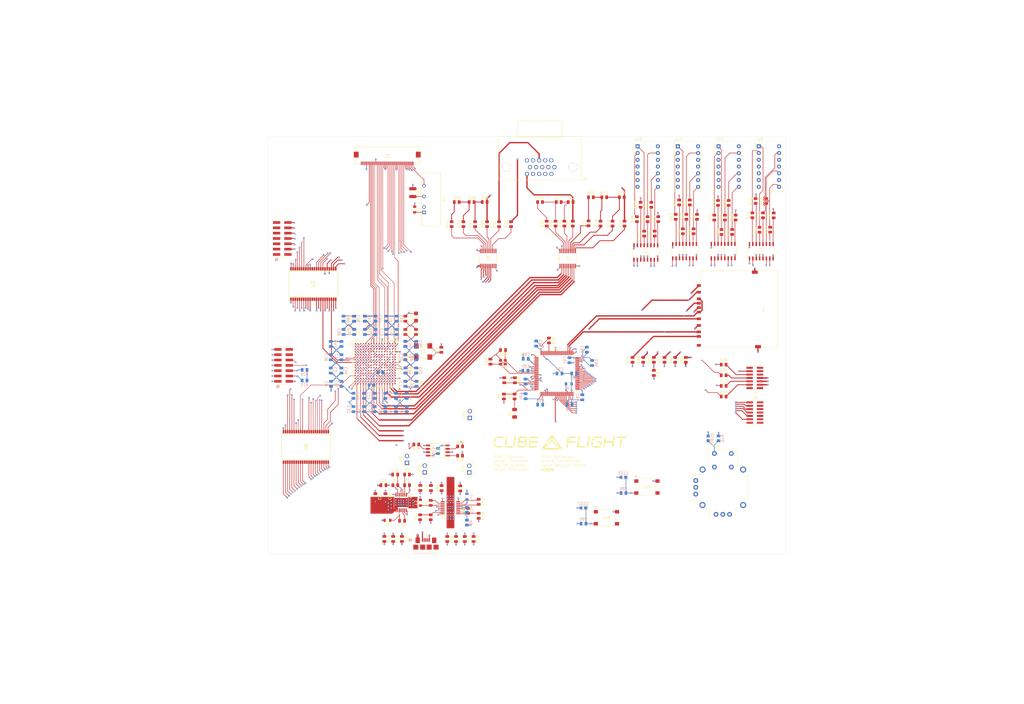
<source format=kicad_pcb>
(kicad_pcb (version 20241229) (generator "pcbnew") (generator_version "9.0")
  (layers (0 "F.Cu" signal) (4 "In1.Cu" signal) (6 "In2.Cu" signal) (8 "In3.Cu" power "3.3_PWR") (10 "In4.Cu" power "GND") (12 "In5.Cu" signal) (14 "In6.Cu" signal) (2 "B.Cu" signal) (13 "F.Paste" user) (15 "B.Paste" user) (5 "F.SilkS" user "F.Silkscreen") (7 "B.SilkS" user "B.Silkscreen") (1 "F.Mask" user) (3 "B.Mask" user) (25 "Edge.Cuts" user))
  (net 0 "")
  (net 1 "+1V8")
  (net 2 "+3V3")
  (net 3 "+1V0")
  (net 4 "Net-(U3-SW1)")
  (net 5 "Net-(U3-VBST1)")
  (net 6 "Net-(U4-SS)")
  (net 7 "Net-(U3-VREG5)")
  (net 8 "Net-(U4-VREG5)")
  (net 9 "Net-(U3-SW2)")
  (net 10 "Net-(U4-SW1)")
  (net 11 "+3.3V")
  (net 12 "Net-(U7-VSS)")
  (net 13 "Net-(U13-PH0)")
  (net 14 "Net-(U13-PH1)")
  (net 15 "Net-(U13-VREF+)")
  (net 16 "Net-(C92-Pad1)")
  (net 17 "PE9")
  (net 18 "PE10")
  (net 19 "PE11")
  (net 20 "Net-(D1-A)")
  (net 21 "R3")
  (net 22 "Net-(IC1-IO_L5P_T0_AD9P_15)")
  (net 23 "R2")
  (net 24 "B1")
  (net 25 "Net-(IC1-IO_L9P_T1_DQS_AD3P_15)")
  (net 26 "Net-(IC1-IO_L4P_T0_15)")
  (net 27 "Net-(IC1-IO_L7P_T1_AD2P_15)")
  (net 28 "Net-(IC1-IO_L2P_T0_AD8P_15)")
  (net 29 "G2")
  (net 30 "Net-(IC1-IO_L10N_T1_AD11N_15)")
  (net 31 "MCU_SCK")
  (net 32 "MCU_MISO")
  (net 33 "Net-(IC1-IO_L14P_T2_SRCC_15)")
  (net 34 "B2")
  (net 35 "VSYNC")
  (net 36 "Net-(IC1-IO_L3P_T0_DQS_AD1P_15)")
  (net 37 "Net-(IC1-TMS_0)")
  (net 38 "R1")
  (net 39 "G0")
  (net 40 "MCU_CS")
  (net 41 "K10")
  (net 42 "Net-(IC1-IO_L12N_T1_MRCC_15)")
  (net 43 "HSYNC")
  (net 44 "Net-(IC1-IO_L1P_T0_D00_MOSI_14)")
  (net 45 "Net-(IC1-IO_L11N_T1_SRCC_15)")
  (net 46 "E8")
  (net 47 "Net-(IC1-IO_L7N_T1_AD2N_15)")
  (net 48 "B3")
  (net 49 "R0")
  (net 50 "Net-(IC1-IO_L3N_T0_DQS_AD1N_15)")
  (net 51 "G3")
  (net 52 "Net-(IC1-IO_L2N_T0_D03_14)")
  (net 53 "Net-(IC1-IO_L2N_T0_AD8N_15)")
  (net 54 "Net-(IC1-IO_L5N_T0_AD9N_15)")
  (net 55 "Net-(IC1-IO_L11P_T1_SRCC_15)")
  (net 56 "Net-(IC1-IO_L1P_T0_AD0P_15)")
  (net 57 "Net-(IC1-IO_L4N_T0_15)")
  (net 58 "B0")
  (net 59 "MCU_MOSI")
  (net 60 "Net-(IC1-IO_L1N_T0_D01_DIN_14)")
  (net 61 "G1")
  (net 62 "Net-(IC1-IO_L8N_T1_AD10N_15)")
  (net 63 "Net-(IC1-IO_L1N_T0_AD0N_15)")
  (net 64 "GND")
  (net 65 "Net-(IC1-IO_L9N_T1_DQS_AD3N_15)")
  (net 66 "Net-(IC1-TCK_0)")
  (net 67 "L9")
  (net 68 "Net-(U3-VBST2)")
  (net 69 "Net-(U1-+VOUT)")
  (net 70 "Net-(J4-DATA2)")
  (net 71 "Net-(U1-+VIN)")
  (net 72 "Net-(U13-VLXSMPS)")
  (net 73 "Net-(U3-VFB1)")
  (net 74 "Net-(U4-VFB)")
  (net 75 "Net-(U3-EN1)")
  (net 76 "Net-(U3-VFB2)")
  (net 77 "BLUE")
  (net 78 "Net-(U5-B8)")
  (net 79 "Net-(R15-Pad1)")
  (net 80 "Net-(U5-B7)")
  (net 81 "Net-(R17-Pad1)")
  (net 82 "Net-(U5-B6)")
  (net 83 "Net-(R19-Pad1)")
  (net 84 "Net-(U5-B5)")
  (net 85 "Net-(U5-B4)")
  (net 86 "RED")
  (net 87 "Net-(R22-Pad1)")
  (net 88 "Net-(U5-B3)")
  (net 89 "J14")
  (net 90 "Net-(R27-Pad1)")
  (net 91 "Net-(U5-B2)")
  (net 92 "Net-(R31-Pad1)")
  (net 93 "Net-(U5-B1)")
  (net 94 "Net-(U8-B6)")
  (net 95 "Net-(U8-B5)")
  (net 96 "GREEN")
  (net 97 "Net-(U8-B4)")
  (net 98 "Net-(R36-Pad1)")
  (net 99 "Net-(U8-B3)")
  (net 100 "Net-(R38-Pad1)")
  (net 101 "Net-(U8-B2)")
  (net 102 "Net-(R40-Pad1)")
  (net 103 "Net-(U8-B1)")
  (net 104 "PC2")
  (net 105 "PC3")
  (net 106 "Net-(U9-G)")
  (net 107 "Net-(U10-g)")
  (net 108 "Net-(U10-f)")
  (net 109 "Net-(U9-F)")
  (net 110 "Net-(U9-E)")
  (net 111 "Net-(U10-e)")
  (net 112 "Net-(U10-d)")
  (net 113 "Net-(U9-D)")
  (net 114 "Net-(U9-C)")
  (net 115 "Net-(U10-c)")
  (net 116 "Net-(U9-B)")
  (net 117 "Net-(U10-b)")
  (net 118 "Net-(U9-A)")
  (net 119 "Net-(U10-a)")
  (net 120 "Net-(U12-g)")
  (net 121 "Net-(U11-G)")
  (net 122 "Net-(U11-F)")
  (net 123 "Net-(U12-f)")
  (net 124 "Net-(U13-PH3)")
  (net 125 "Net-(U11-E)")
  (net 126 "Net-(U12-e)")
  (net 127 "Net-(U12-d)")
  (net 128 "Net-(U11-D)")
  (net 129 "Net-(U11-C)")
  (net 130 "Net-(U12-c)")
  (net 131 "Net-(U11-B)")
  (net 132 "Net-(U12-b)")
  (net 133 "Net-(U11-A)")
  (net 134 "Net-(U12-a)")
  (net 135 "Net-(U15-g)")
  (net 136 "Net-(U14-G)")
  (net 137 "Net-(U14-F)")
  (net 138 "Net-(U15-f)")
  (net 139 "Net-(U15-e)")
  (net 140 "Net-(U14-E)")
  (net 141 "Net-(U14-D)")
  (net 142 "Net-(U15-d)")
  (net 143 "Net-(U14-C)")
  (net 144 "Net-(U15-c)")
  (net 145 "Net-(U14-B)")
  (net 146 "Net-(U15-b)")
  (net 147 "Net-(U14-A)")
  (net 148 "Net-(U15-a)")
  (net 149 "Net-(U16-G)")
  (net 150 "Net-(U17-g)")
  (net 151 "Net-(U16-F)")
  (net 152 "Net-(U17-f)")
  (net 153 "Net-(U16-E)")
  (net 154 "Net-(U17-e)")
  (net 155 "Net-(U16-D)")
  (net 156 "Net-(U17-d)")
  (net 157 "Net-(U16-C)")
  (net 158 "Net-(U17-c)")
  (net 159 "Net-(U17-b)")
  (net 160 "Net-(U16-B)")
  (net 161 "Net-(U16-A)")
  (net 162 "Net-(U17-a)")
  (net 163 "Net-(U13-PA14)")
  (net 164 "Net-(U13-PA13)")
  (net 165 "Net-(U13-PB3)")
  (net 166 "Net-(U13-PA15)")
  (net 167 "MISO")
  (net 168 "MOSI")
  (net 169 "CS(Acitive low)")
  (net 170 "PB15")
  (net 171 "PB13")
  (net 172 "PD8")
  (net 173 "PB14")
  (net 174 "PD10")
  (net 175 "PD12")
  (net 176 "PD9")
  (net 177 "PD11")
  (net 178 "PD15")
  (net 179 "PC6")
  (net 180 "PD13")
  (net 181 "PC7")
  (net 182 "PC8")
  (net 183 "PA9")
  (net 184 "PA8")
  (net 185 "PD14")
  (net 186 "Net-(J5-VBUS)")
  (net 187 "Net-(U4-VBST)")
  (net 188 "Net-(U7-VCC)")
  (net 189 "L14")
  (net 190 "N2")
  (net 191 "P14")
  (net 193 "P6")
  (net 194 "N16")
  (net 196 "L12")
  (net 197 "K13")
  (net 198 "M4")
  (net 199 "M16")
  (net 200 "L13")
  (net 201 "Net-(IC1-TDO_0)")
  (net 202 "P8")
  (net 205 "N14")
  (net 210 "P9")
  (net 215 "K12")
  (net 216 "P13")
  (net 218 "P5")
  (net 219 "Net-(IC1-TDI_0)")
  (net 223 "M6")
  (net 226 "M14")
  (net 229 "P16")
  (net 230 "L15")
  (net 231 "P10")
  (net 233 "M5")
  (net 235 "P3")
  (net 236 "N9")
  (net 237 "N11")
  (net 242 "N12")
  (net 243 "P11")
  (net 247 "FPGA_DONE")
  (net 249 "N3")
  (net 251 "P1")
  (net 253 "M15")
  (net 256 "P15")
  (net 258 "P4")
  (net 259 "Net-(IC1-IO_L1P_T0_AD4P_35)")
  (net 260 "N1")
  (net 261 "K15")
  (net 262 "Net-(IC1-IO_L2P_T0_AD12P_35)")
  (net 263 "N13")
  (net 264 "T12")
  (net 275 "Net-(U3-EN2)")
  (net 276 "J13")
  (net 277 "K16")
  (net 278 "Net-(J3-JCLK{slash}SWCLK)")
  (net 279 "Net-(J3-JTMS{slash}SWDIO)")
  (net 280 "Net-(J3-JTDO{slash}SWO)")
  (net 281 "Net-(J3-JTDI{slash}NC)")
  (net 282 "Net-(J4-DATA1)")
  (net 283 "Card Detect(Active low)")
  (net 302 "SCK")
  (net 303 "Net-(J3-~{RST})")
  (net 352 "R10")
  (net 353 "R12")
  (net 354 "R6")
  (net 355 "R8")
  (net 356 "R11")
  (net 357 "R5")
  (net 358 "R7")
  (net 366 "E1")
  (net 367 "C1")
  (net 368 "L2")
  (net 369 "J1")
  (net 370 "E3")
  (net 371 "E2")
  (net 372 "A2")
  (net 373 "K2")
  (net 374 "F3")
  (net 375 "H3")
  (net 376 "D4")
  (net 377 "B5")
  (net 378 "H4")
  (net 379 "K3")
  (net 380 "K5")
  (net 381 "E5")
  (net 382 "G4")
  (net 383 "L3")
  (net 384 "J3")
  (net 385 "J5")
  (net 386 "F5")
  (net 387 "F4")
  (net 388 "H5")
  (net 389 "K1")
  (net 390 "D6")
  (net 391 "G5")
  (net 392 "B4")
  (net 393 "E6")
  (net 394 "H1")
  (net 395 "F2")
  (net 396 "D3")
  (net 397 "C2")
  (net 398 "C4")
  (net 399 "C3")
  (net 400 "H2")
  (net 401 "D1")
  (net 406 "VGA_HSYNC")
  (net 407 "VGA_VSYNC")
  (net 408 "HSYNC2")
  (net 409 "VSYNC2")
  (net 410 "D5")
  (net 411 "C6")
  (net 412 "C7")
  (net 413 "D8")
  (net 414 "J15")
  (net 415 "J16")
  (net 416 "G16")
  (net 417 "D16")
  (net 418 "PB11")
  (net 419 "PB10")
  (net 420 "PE15")
  (net 421 "PE14")
  (net 422 "PE13")
  (net 423 "PE12")
  (footprint "Capacitor_SMD:C_0805_2012Metric" (layer "F.Cu") (at 165.972999 212.697267 180)
    (property "Reference" "C54")
    (property "Value" "100n")
  )
  (footprint "PTS645SM43SMTR92-LFS:SWITCH_43SMTR92LFS" (layer "F.Cu") (at 242.7 211.540601)
    (property "Reference" "U18")
    (property "Value" "PTS645SM43SMTR92LFS")
  )
  (footprint "Capacitor_SMD:C_0805_2012Metric" (layer "F.Cu") (at 186.224997 219.522268 -90)
    (property "Reference" "C57")
    (property "Value" "100n")
  )
  (footprint "Resistor_SMD:R_0805_2012Metric" (layer "F.Cu") (at 286.7 158)
    (property "Reference" "R77")
    (property "Value" "47")
  )
  (footprint "Resistor_SMD:R_0805_2012Metric" (layer "F.Cu") (at 223.575 101.0194 90)
    (property "Reference" "R29")
    (property "Value" "536")
  )
  (footprint "MC14511BDG:SOIC-16_ONS" (layer "F.Cu") (at 286.505 111.357702 90)
    (property "Reference" "U12")
    (property "Value" "MC14511BDG")
  )
  (footprint "Resistor_SMD:R_0805_2012Metric" (layer "F.Cu") (at 259.54 93.9475 90)
    (property "Reference" "R72")
    (property "Value" "220")
  )
  (footprint "Capacitor_SMD:C_0805_2012Metric" (layer "F.Cu") (at 192.824997 219.522268 -90)
    (property "Reference" "C12")
    (property "Value" "10u")
  )
  (footprint "Resistor_SMD:R_0805_2012Metric" (layer "F.Cu") (at 193.375 101.2194 90)
    (property "Reference" "R37")
    (property "Value" "536")
  )
  (footprint "Capacitor_SMD:C_0805_2012Metric" (layer "F.Cu") (at 208.325 159.881105 -90)
    (property "Reference" "C89")
    (property "Value" "1u")
  )
  (footprint "Resistor_SMD:R_0805_2012Metric" (layer "F.Cu") (at 304.1845 103.301 90)
    (property "Reference" "R49")
    (property "Value" "220")
  )
  (footprint "Resistor_SMD:R_0805_2012Metric" (layer "F.Cu") (at 298.6845 92.501 90)
    (property "Reference" "R46")
    (property "Value" "220")
  )
  (footprint "Capacitor_SMD:C_0805_2012Metric" (layer "F.Cu") (at 171.3 156.176105 90)
    (property "Reference" "C40")
    (property "Value" "4.7u")
  )
  (footprint "Resistor_SMD:R_0805_2012Metric" (layer "F.Cu") (at 190.719001 208.944807 90)
    (property "Reference" "R8")
    (property "Value" "100k")
  )
  (footprint "Resistor_SMD:R_0805_2012Metric" (layer "F.Cu") (at 192.075 92.9194)
    (property "Reference" "R38")
    (property "Value" "270")
  )
  (footprint "Capacitor_SMD:C_0805_2012Metric" (layer "F.Cu") (at 167.2 146.176105 90)
    (property "Reference" "C9" (hide yes))
    (property "Value" "470n")
  )
  (footprint "G800W306018EU:AMPHENOL_G800W306018EU" (layer "F.Cu") (at 191.4 172.77 90)
    (property "Reference" "JP4")
    (property "Value" "AMPHENOL_G800W306018EU" (hide yes))
  )
  (footprint "Resistor_SMD:R_0805_2012Metric" (layer "F.Cu") (at 254.14 99.3475 90)
    (property "Reference" "R69")
    (property "Value" "220")
  )
  (footprint "Capacitor_SMD:C_0805_2012Metric" (layer "F.Cu") (at 167.2 151.226105 -90)
    (property "Reference" "C21")
    (property "Value" "470n" (hide yes))
  )
  (footprint "Capacitor_SMD:C_0805_2012Metric" (layer "F.Cu") (at 176.719001 205.944807 -90)
    (property "Reference" "C17")
    (property "Value" "100n")
  )
  (footprint "Capacitor_SMD:C_0805_2012Metric" (layer "F.Cu") (at 194.719001 205.544807 -90)
    (property "Reference" "C50")
    (property "Value" "100n")
  )
  (footprint "Resistor_SMD:R_0805_2012Metric" (layer "F.Cu") (at 241.875 91.1194)
    (property "Reference" "R17")
    (property "Value" "270")
  )
  (footprint "Resistor_SMD:R_0805_2012Metric" (layer "F.Cu") (at 240.475 101.0194 90)
    (property "Reference" "R18")
    (property "Value" "536")
  )
  (footprint "Resistor_SMD:R_0805_2012Metric" (layer "F.Cu") (at 248.475 91.1194)
    (property "Reference" "R15")
    (property "Value" "270")
  )
  (footprint "MC14511BDG:SOIC-16_ONS" (layer "F.Cu") (at 272.04 111.38 90)
    (property "Reference" "U15")
    (property "Value" "MC14511BDG" (hide yes))
  )
  (footprint "Resistor_SMD:R_0805_2012Metric" (layer "F.Cu") (at 286.7 166)
    (property "Reference" "R76")
    (property "Value" "47")
  )
  (footprint "Capacitor_SMD:C_0805_2012Metric" (layer "F.Cu") (at 159.722999 203.447267 -90)
    (property "Reference" "C60")
    (property "Value" "22u")
  )
  (footprint "Capacitor_SMD:C_0805_2012Metric" (layer "F.Cu") (at 158.972999 199.297267 180)
    (property "Reference" "C26")
    (property "Value" "3.3n")
  )
  (footprint "Resistor_SMD:R_0805_2012Metric" (layer "F.Cu") (at 163.410499 199.297267)
    (property "Reference" "R7")
    (property "Value" "100k")
  )
  (footprint "Resistor_SMD:R_0805_2012Metric" (layer "F.Cu") (at 249.475 101.0194 90)
    (property "Reference" "R14")
    (property "Value" "536")
  )
  (footprint "Resistor_SMD:R_0805_2012Metric" (layer "F.Cu") (at 184.575 101.2194 90)
    (property "Reference" "R41")
    (property "Value" "536")
  )
  (footprint "Resistor_SMD:R_0805_2012Metric" (layer "F.Cu") (at 301.4845 97.901 90)
    (property "Reference" "R51")
    (property "Value" "220")
  )
  (footprint "Resistor_SMD:R_0805_2012Metric" (layer "F.Cu") (at 206.875 101.2194 90)
    (property "Reference" "R33")
    (property "Value" "100")
  )
  (footprint "Resistor_SMD:R_0805_2012Metric" (layer "F.Cu") (at 172.719001 211.339557 -90)
    (property "Reference" "R2")
    (property "Value" "22.1k")
  )
  (footprint "Resistor_SMD:R_0805_2012Metric" (layer "F.Cu") (at 272.7 98.4675 90)
    (property "Reference" "R66")
    (property "Value" "220")
  )
  (footprint "Capacitor_SMD:C_0805_2012Metric" (layer "F.Cu") (at 159.322998 219.496268 -90)
    (property "Reference" "C15")
    (property "Value" "100n")
  )
  (footprint "Capacitor_SMD:C_0805_2012Metric" (layer "F.Cu") (at 167.2 141.726105 -90)
    (property "Reference" "C14")
    (property "Value" "470n")
  )
  (footprint "Capacitor_SMD:C_0805_2012Metric" (layer "F.Cu") (at 194.719001 210.794807 -90)
    (property "Reference" "C48")
    (property "Value" "1u")
  )
  (footprint "Capacitor_SMD:C_0805_2012Metric" (layer "F.Cu") (at 187.8 200.5 -90)
    (property "Reference" "C62")
    (property "Value" "22u")
  )
  (footprint "Resistor_SMD:R_0805_2012Metric" (layer "F.Cu") (at 288.6 93.2475 90)
    (property "Reference" "R58")
    (property "Value" "220")
  )
  (footprint "Resistor_SMD:R_0805_2012Metric" (layer "F.Cu") (at 297.4845 97.901 90)
    (property "Reference" "R47")
    (property "Value" "220")
  )
  (footprint "Resistor_SMD:R_0805_2012Metric" (layer "F.Cu") (at 224.775 92.9194)
    (property "Reference" "R27")
    (property "Value" "270")
  )
  (footprint "MC14511BDG:SOIC-16_ONS" (layer "F.Cu") (at 300.849 111.409 90)
    (property "Reference" "U10")
    (property "Value" "MC14511BDG")
  )
  (footprint "Capacitor_SMD:C_0805_2012Metric" (layer "F.Cu") (at 167.2 161.226105 -90)
    (property "Reference" "C23")
    (property "Value" "470n")
  )
  (footprint "Capacitor_SMD:C_0805_2012Metric" (layer "F.Cu") (at 148 136.726105 90)
    (property "Reference" "C68")
    (property "Value" "470n")
  )
  (footprint "Resistor_SMD:R_0805_2012Metric" (layer "F.Cu") (at 300.1845 103.326 90)
    (property "Reference" "R52")
    (property "Value" "220")
  )
  (footprint "Resistor_SMD:R_0805_2012Metric" (layer "F.Cu") (at 305.4845 97.926 90)
    (property "Reference" "R48")
    (property "Value" "220")
  )
  (footprint "G800W306018EU:AMPHENOL_G800W306018EU" (layer "F.Cu") (at 191.2 193.27 90)
    (property "Reference" "JP2")
    (property "Value" "AMPHENOL_G800W306018EU" (hide yes))
  )
  (footprint "Inductor_SMD:L_0805_2012Metric" (layer "F.Cu") (at 170.7 95.7125 -90)
    (property "Reference" "L1")
    (property "Value" "18uH")
  )
  (footprint "Capacitor_SMD:C_0805_2012Metric" (layer "F.Cu") (at 144 141.726105 -90)
    (property "Reference" "C75")
    (property "Value" "4.7u")
  )
  (footprint "Resistor_SMD:R_0805_2012Metric" (layer "F.Cu") (at 302.6845 92.526 90)
    (property "Reference" "R50")
    (property "Value" "220")
  )
  (footprint "Capacitor_SMD:C_0805_2012Metric" (layer "F.Cu") (at 182.924997 219.522268 -90)
    (property "Reference" "C56")
    (property "Value" "10u")
  )
  (footprint "Resistor_SMD:R_0805_2012Metric" (layer "F.Cu") (at 268.5 152.2 90)
    (property "Reference" "R82")
    (property "Value" "10K")
  )
  (footprint "Resistor_SMD:R_0805_2012Metric" (layer "F.Cu") (at 260.84 104.7725 90)
    (property "Reference" "R71")
    (property "Value" "220")
  )
  (footprint "Resistor_SMD:R_0805_2012Metric" (layer "F.Cu") (at 204.2 165.988605 90)
    (property "Reference" "R5")
    (property "Value" "200")
  )
  (footprint "MC14511BDG:SOIC-16_ONS" (layer "F.Cu") (at 257.485 111.862298 90)
    (property "Reference" "U17")
    (property "Value" "MC14511BDG" (hide yes))
  )
  (footprint "fpga_flash:SOIC127P800X216-8N" (layer "F.Cu") (at 179.375 186.281105)
    (property "Reference" "U7")
    (property "Value" "S25FL127S" (hide yes))
  )
  (footprint "KiCad:FH12A40S05SH55" (layer "F.Cu") (at 160.398001 75.3)
    (property "Reference" "J1")
    (property "Value" "FFC3B11-40-T" (hide yes))
  )
  (footprint "vgaaaaaa:CONN_AHDF15A-KG-TAXB_ASM" (layer "F.Cu") (at 217.705 68.37)
    (property "Reference" "J6")
    (property "Value" "AHDF15A-KG-TAXB" (hide yes))
  )
  (footprint "LED_SMD:LED_1206_3216Metric" (layer "F.Cu") (at 208.2 172.276105 90)
    (property "Reference" "D1")
    (property "Value" "IR26-21C_L110_TR8")
  )
  (footprint "SN74ALVC245PWR:PW20" (layer "F.Cu") (at 198.275 114.1194 90)
    (property "Reference" "U8")
    (property "Value" "SN74ALVC245PWR")
  )
  (footprint "Resistor_SMD:R_0805_2012Metric" (layer "F.Cu") (at 188.975 101.2194 90)
    (property "Reference" "R39")
    (property "Value" "536")
  )
  (footprint "Capacitor_SMD:C_0805_2012Metric" (layer "F.Cu") (at 176.819001 200.394807 90)
    (property "Reference" "C3")
    (property "Value" "22u")
  )
  (footprint "Capacitor_SMD:C_0805_2012Metric" (layer "F.Cu") (at 148 141.726105 -90)
    (property "Reference" "C67")
    (property "Value" "470n")
  )
  (footprint "Resistor_SMD:R_0805_2012Metric" (layer "F.Cu") (at 196.975 92.9194)
    (property "Reference" "R36")
    (property "Value" "270")
  )
  (footprint "Resistor_SMD:R_0805_2012Metric" (layer "F.Cu") (at 176.719001 211.357307 90)
    (property "Reference" "R1")
    (property "Value" "30.1k")
  )
  (footprint "CY6215EV:SOP80P1184X119-44N" (layer "F.Cu") (at 129.848001 184.915506 -90)
    (property "Reference" "U6")
    (property "Value" "IS66WVE4M16EBLL-70BLI" (hide yes))
  )
  (footprint "Resistor_SMD:R_0805_2012Metric" (layer "F.Cu") (at 258.14 99.3475 90)
    (property "Reference" "R73")
    (property "Value" "220")
  )
  (footprint "Resistor_SMD:R_0805_2012Metric" (layer "F.Cu") (at 260.5 152.2 90)
    (property "Reference" "R81")
    (property "Value" "10K")
  )
  (footprint "Resistor_SMD:R_0805_2012Metric" (layer "F.Cu") (at 275.4 103.8925 90)
    (property "Reference" "R64")
    (property "Value" "220")
  )
  (footprint "Resistor_SMD:R_0805_2012Metric" (layer "F.Cu") (at 235.975 100.9194 90)
    (property "Reference" "R20")
    (property "Value" "536")
  )
  (footprint "SD_card_conn:AMPHENOL_10067847-001RLF" (layer "F.Cu") (at 301.7 133.656105 90)
    (property "Reference" "J4")
    (property "Value" "~")
  )
  (footprint "Inductor_SMD:L_0805_2012Metric" (layer "F.Cu") (at 172.819001 205.882307 -90)
    (property "Reference" "L2")
    (property "Value" "1.5u")
  )
  (footprint "Resistor_SMD:R_0805_2012Metric" (layer "F.Cu") (at 284.6 93.2475 90)
    (property "Reference" "R53")
    (property "Value" "220")
  )
  (footprint "Resistor_SMD:R_0805_2012Metric" (layer "F.Cu") (at 252.5 152.2 90)
    (property "Reference" "R79")
    (property "Value" "10K")
  )
  (footprint "Display_7Segment:MAN72A" (layer "F.Cu") (at 284.8 71.96)
    (property "Reference" "U11")
    (property "Value" "MAN72A")
  )
  (footprint "TPS54294PWP:PWP16_2P31X2P46" (layer "F.Cu") (at 184.121 207.751107)
    (property "Reference" "U3")
    (property "Value" "TPS54294PWP" (hide yes))
  )
  (footprint "Capacitor_SMD:C_0805_2012Metric" (layer "F.Cu") (at 171.2 141.726105 -90)
    (property "Reference" "C19")
    (property "Value" "470n")
  )
  (footprint "COM-09032:XDCR_COM-09032" (layer "F.Cu") (at 286.4 200.1)
    (property "Reference" "R42")
    (property "Value" "THB001P")
  )
  (footprint "Resistor_SMD:R_0805_2012Metric" (layer "F.Cu") (at 256.84 104.7725 90)
    (property "Reference" "R74")
    (property "Value" "220")
  )
  (footprint "Resistor_SMD:R_0805_2012Metric" (layer "F.Cu") (at 285.9 104.1725 90)
    (property "Reference" "R60")
    (property "Value" "220")
  )
  (footprint "Resistor_SMD:R_0805_2012Metric" (layer "F.Cu") (at 274 93.0675 90)
    (property "Reference" "R65")
    (property "Value" "220")
  )
  (footprint "debug_FPGA:CONN14_877591414_MOL" (layer "F.Cu") (at 121.4689 154.276106 90)
    (property "Reference" "J2")
    (property "Value" "~")
  )
  (footprint "Resistor_SMD:R_0805_2012Metric" (layer "F.Cu") (at 167.822999 199.297267 180)
    (property "Reference" "R3")
    (property "Value" "6.81k")
  )
  (footprint "Resistor_SMD:R_0805_2012Metric" (layer "F.Cu") (at 272.5 152.2125 90)
    (property "Reference" "R83")
    (property "Value" "10K")
  )
  (footprint "Resistor_SMD:R_0805_2012Metric" (layer "F.Cu") (at 276.7 98.4675 90)
    (property "Reference" "R63")
    (property "Value" "220")
  )
  (footprint "Crystal:Crystal_SMD_2520-4Pin_2.5x2.0mm" (layer "F.Cu") (at 203.825 153.106105 180)
    (property "Reference" "Y2")
    (property "Value" "48MHz")
  )
  (footprint "Resistor_SMD:R_0805_2012Metric" (layer "F.Cu") (at 226.875 101.0194 90)
    (property "Reference" "R24")
    (property "Value" "536")
  )
  (footprint "Resistor_SMD:R_0805_2012Metric" (layer "F.Cu") (at 287.2 98.7475 90)
    (property "Reference" "R59")
    (property "Value" "220")
  )
  (footprint "Capacitor_SMD:C_0805_2012Metric" (layer "F.Cu") (at 167.2 136.726105 90)
    (property "Reference" "C43")
    (property "Value" "4.7u")
  )
  (footprint "Capacitor_SMD:C_0805_2012Metric" (layer "F.Cu") (at 180.8 200.399 -90)
    (property "Reference" "C64")
    (property "Value" "22u")
  )
  (footprint "Resistor_SMD:R_0805_2012Metric" (layer "F.Cu") (at 286.7 154)
    (property "Reference" "R78")
    (property "Value" "47")
  )
  (footprint "Package_QFP:LQFP-100_14x14mm_P0.5mm" (layer "F.Cu") (at 224.1 157.331105)
    (property "Reference" "U13")
    (property "Value" "STM32U545VETxQ")
  )
  (footprint "Capacitor_SMD:C_0805_2012Metric" (layer "F.Cu") (at 171.4 161.226105 -90)
    (property "Reference" "C28")
    (property "Value" "470n")
  )
  (footprint "Resistor_SMD:R_0805_2012Metric" (layer "F.Cu") (at 291.2 98.7475 90)
    (property "Reference" "R56")
    (property "Value" "220")
  )
  (footprint "Display_7Segment:MAN72A" (layer "F.Cu") (at 269.5 71.96)
    (property "Reference" "U14")
    (property "Value" "MAN72A")
  )
  (footprint "Capacitor_SMD:C_0805_2012Metric" (layer "F.Cu") (at 163.372999 195.297267 180)
    (property "Reference" "C49")
    (property "Value" "1u")
  )
  (footprint "2S7A_0518S1U:SIP4_2S7A_GAP" (layer "F.Cu") (at 174.2 96.8 90)
    (property "Reference" "U1")
    (property "Value" "2S7A_0518S1U")
  )
  (footprint "Capacitor_SMD:C_1210_3225Metric" (layer "F.Cu") (at 170 89.375 -90)
    (property "Reference" "C1")
    (property "Value" "1210, 2.2µF/100V")
  )
  (footprint "Resistor_SMD:R_0805_2012Metric" (layer "F.Cu") (at 256.5 152.2 90)
    (property "Reference" "R80")
    (property "Value" "10K")
  )
  (footprint "Resistor_SMD:R_0805_2012Metric" (layer "F.Cu") (at 197.875 101.2194 90)
    (property "Reference" "R35")
    (property "Value" "536")
  )
  (footprint "Capacitor_SMD:C_0805_2012Metric" (layer "F.Cu") (at 152 136.726105 90)
    (property "Reference" "C71")
    (property "Value" "47u")
  )
  (footprint "Resistor_SMD:R_0805_2012Metric" (layer "F.Cu") (at 230.075 101.0194 90)
    (property "Reference" "R21")
    (property "Value" "536")
  )
  (footprint "G800W306018EU:AMPHENOL_G800W306018EU" (layer "F.Cu") (at 167.8 189.63 90)
    (property "Reference" "JP3")
    (property "Value" "AMPHENOL_G800W306018EU" (hide yes))
  )
  (footprint "Resistor_SMD:R_0805_2012Metric" (layer "F.Cu") (at 202.375 101.2194 90)
    (property "Reference" "R34")
    (property "Value" "100")
  )
  (footprint "Resistor_SMD:R_0805_2012Metric" (layer "F.Cu") (at 262.14 99.3475 90)
    (property "Reference" "R70")
    (property "Value" "220")
  )
  (footprint "Resistor_SMD:R_0805_2012Metric" (layer "F.Cu") (at 271.4 103.8925 90)
    (property "Reference" "R67")
    (property "Value" "220")
  )
  (footprint "Capacitor_SMD:C_0805_2012Metric" (layer "F.Cu") (at 199.125 152.881105 90)
    (property "Reference" "C82")
    (property "Value" "6pF")
  )
  (footprint "Display_7Segment:MAN72A" (layer "F.Cu") (at 299.9 71.96)
    (property "Reference" "U9")
    (property "Value" "MAN72A")
  )
  (footprint "Capacitor_SMD:C_0805_2012Metric" (layer "F.Cu") (at 204.325 159.881105 -90)
    (property "Reference" "C90")
    (property "Value" "100n")
  )
  (footprint "CY6215EV:SOP80P1184X119-44N" (layer "F.Cu") (at 132.648001 123.715506 90)
    (property "Reference" "U2")
    (property "Value" "IS66WVE4M16EBLL-70BLI" (hide yes))
  )
  (footprint "Resistor_SMD:R_0805_2012Metric" (layer "F.Cu") (at 221.125 144.918605 -90)
    (property "Reference" "R55")
    (property "Value" "10k")
  )
  (footprint "Display_7Segment:MAN72A" (layer "F.Cu") (at 254.4 71.96)
    (property "Reference" "U16")
    (property "Value" "MAN72A")
  )
  (footprint "XC7A100T-FTG256:FTG256_AMD" (layer "F.Cu") (at 155.900001 153.676106)
    (property "Reference" "IC1" (hide yes))
    (property "Value" "XC7A100T-1FTG256C" (hide yes))
  )
  (footprint "debug_FPGA:CONN14_877591414_MOL" (layer "F.Cu") (at 120.9689 106.599999 90)
    (property "Reference" "J7")
    (property "Value" "CONN14_877591414_MOL" (hide yes))
  )
  (footprint "Resistor_SMD:R_0805_2012Metric" (layer "F.Cu") (at 186.475 92.9194)
    (property "Reference" "R40")
    (property "Value" "270")
  )
  (footprint "Capacitor_SMD:C_0805_2012Metric" (layer "F.Cu") (at 189.524997 219.522268 -90)
    (property "Reference" "C13")
    (property "Value" "100n")
  )
  (footprint "Resistor_SMD:R_0805_2012Metric" (layer "F.Cu") (at 187.74585 188.226105 180)
    (property "Reference" "R25")
    (property "Value" "100")
  )
  (footprint "Resistor_SMD:R_0805_2012Metric" (layer "F.Cu") (at 229.275 92.9194)
    (property "Reference" "R22")
    (property "Value" "270")
  )
  (footprint "Resistor_SMD:R_0805_2012Metric" (layer "F.Cu") (at 187.75835 184.726105)
    (property "Reference" "R30")
    (property "Value" "100")
  )
  (footprint "Resistor_SMD:R_0805_2012Metric" (layer "F.Cu") (at 208.2 165.988605 90)
    (property "Reference" "R6")
    (property "Value" "100")
  )
  (footprint "Resistor_SMD:R_0805_2012Metric" (layer "F.Cu") (at 283.2 98.7475 90)
    (property "Reference" "R54")
    (property "Value" "220")
  )
  (footprint "Resistor_SMD:R_0805_2012Metric" (layer "F.Cu") (at 289.9 104.1475 90)
    (property "Reference" "R57")
    (property "Value" "220")
  )
  (footprint "Capacitor_Tantalum_SMD:CP_EIA-3216-10_Kemet-I" (layer "F.Cu") (at 171.2 136.128605 90)
    (property "Reference" "C34")
    (property "Value" "330u")
  )
  (footprint "Capacitor_SMD:C_0805_2012Metric" (layer "F.Cu") (at 165.922998 219.496268 -90)
    (property "Reference" "C6")
    (property "Value" "100u")
  )
  (footprint "Resistor_SMD:R_0805_2012Metric" (layer "F.Cu") (at 220.275 101.0194 90)
    (property "Reference" "R32")
    (property "Value" "536")
  )
  (footprint "Capacitor_SMD:C_0805_2012Metric" (layer "F.Cu") (at 172.819001 200.344807 -90)
    (property "Reference" "C2")
    (property "Value" "22u")
  )
  (footprint "Capacitor_SMD:C_0805_2012Metric" (layer "F.Cu") (at 152 141.726105 -90)
    (property "Reference" "C70")
    (property "Value" "470n")
  )
  (footprint "Resistor_SMD:R_0805_2012Metric" (layer "F.Cu") (at 255.54 93.9475 90)
    (property "Reference" "R68")
    (property "Value" "220")
  )
  (footprint "micro_usbb:CONN_10118192-0002LF_AMP" (layer "F.Cu") (at 174.922999 222.101167)
    (property "Reference" "J5")
    (property "Value" "USB_B_Micro" (hide yes))
  )
  (footprint "TPS54325PWPR:PWP14_2P31X2P46" (layer "F.Cu") (at 165.621 205.797267 -90)
    (property "Reference" "U4")
    (property "Value" "TPS54325PWPR" (hide yes))
  )
  (footprint "SN74ALVC245PWR:PW20" (layer "F.Cu") (at 228.175 114.1194 90)
    (property "Reference" "U5")
    (property "Value" "SN74ALVC245PWR")
  )
  (footprint "Resistor_SMD:R_0805_2012Metric" (layer "F.Cu") (at 286.7 162)
    (property "Reference" "R75")
    (property "Value" "47")
  )
  (footprint "Resistor_SMD:R_0805_2012Metric" (layer "F.Cu") (at 264.5 152.2 90)
    (property "Reference" "R84")
    (property "Value" "10K")
  )
  (footprint "Connector_PinHeader_1.27mm:PinHeader_2x07_P1.27mm_Vertical_SMD" (layer "F.Cu") (at 298.45 172.01)
    (property "Reference" "J8")
    (property "Value" "Conn_ST_STDC14")
  )
  (footprint "Capacitor_SMD:C_0805_2012Metric" (layer "F.Cu") (at 203.875 148.531105 180)
    (property "Reference" "C80")
    (property "Value" "6pF")
  )
  (footprint "Resistor_SMD:R_0805_2012Metric" (layer "F.Cu") (at 217.775 92.9194)
    (property "Reference" "R31")
    (property "Value" "270")
  )
  (footprint "100Hz_crystal:CB3LV3C100M000000" (layer "F.Cu") (at 173.84 149.076105 180)
    (property "Reference" "Y1")
    (property "Value" "100Hz" (hide yes))
  )
  (footprint "Capacitor_SMD:C_0805_2012Metric" (layer "F.Cu") (at 180.7 148.426105 90)
    (property "Reference" "C5")
    (property "Value" "100n")
  )
  (footprint "Resistor_SMD:R_0805_2012Metric" (layer "F.Cu") (at 270 93.0675 90)
    (property "Reference" "R61")
    (property "Value" "220")
  )
  (footprint "Resistor_SMD:R_0805_2012Metric" (layer "F.Cu") (at 167.835499 195.297267)
    (property "Reference" "R4")
    (property "Value" "22.1k")
  )
  (footprint "Capacitor_SMD:C_0805_2012Metric" (layer "F.Cu") (at 162.622998 219.496268 -90)
    (property "Reference" "C10")
    (property "Value" "10u")
  )
  (footprint "Capacitor_SMD:C_0805_2012Metric" (layer "F.Cu") (at 260.5 157.1125 -90)
    (property "Reference" "C97")
    (property "Value" "0.1uF")
  )
  (footprint "G800W306018EU:AMPHENOL_G800W306018EU" (layer "F.Cu") (at 174.5 193.2 90)
    (property "Reference" "JP1")
    (property "Value" "AMPHENOL_G800W306018EU" (hide yes))
  )
  (footprint "Resistor_SMD:R_0805_2012Metric" (layer "F.Cu") (at 244.975 101.0194 90)
    (property "Reference" "R16")
    (property "Value" "536")
  )
  (footprint "Capacitor_SMD:C_0805_2012Metric" (layer "F.Cu") (at 167.3 156.176105 90)
    (property "Reference" "C47")
    (property "Value" "4.7u")
  )
  (footprint "Resistor_SMD:R_0805_2012Metric" (layer "F.Cu") (at 171.3 184 180)
    (property "Reference" "R26")
    (property "Value" "100")
  )
  (footprint "Connector_PinHeader_1.27mm:PinHeader_2x07_P1.27mm_Vertical_SMD" (layer "F.Cu") (at 298.4 159.01 180)
    (property "Reference" "J3")
    (property "Value" "Conn_ST_STDC14")
  )
  (footprint "PTS645SM43SMTR92-LFS:SWITCH_43SMTR92LFS" (layer "F.Cu") (at 257.9 199.9953)
    (property "Reference" "U19")
    (property "Value" "PTS645SM43SMTR92LFS")
  )
  (footprint "Resistor_SMD:R_0805_2012Metric" (layer "F.Cu") (at 268.7 98.4675 90)
    (property "Reference" "R62")
    (property "Value" "220")
  )
  (footprint "Resistor_SMD:R_0805_2012Metric" (layer "F.Cu") (at 236.875 91.1194)
    (property "Reference" "R19")
    (property "Value" "270")
  )
  (footprint "Inductor_SMD:L_0805_2012Metric" (layer "F.Cu") (at 160.460499 212.497267 180)
    (property "Reference" "L3")
    (property "Value" "1.5u")
  )
  (footprint "Capacitor_SMD:C_0805_2012Metric" (layer "F.Cu") (at 155.922999 203.447267 -90)
    (property "Reference" "C63")
    (property "Value" "22u")
  )
  (footprint "Capacitor_SMD:C_0805_2012Metric" (layer "B.Cu") (at 163.7 170.726105 -90)
    (property "Reference" "C77")
    (property "Value" "4.7u")
  )
  (footprint "Capacitor_SMD:C_0805_2012Metric" (layer "B.Cu") (at 171.3 156.226105 90)
    (property "Reference" "C52")
    (property "Value" "4.7u")
  )
  (footprint "Capacitor_Tantalum_SMD:CP_EIA-2012-15_AVX-P" (layer "B.Cu") (at 234.01 207.845301 180)
    (property "Reference" "C102")
    (property "Value" "1u")
  )
  (footprint "Capacitor_SMD:C_0805_2012Metric" (layer "B.Cu") (at 152 136.726105 90)
    (property "Reference" "C61")
    (property "Value" "470n")
  )
  (footprint "Resistor_SMD:R_0805_2012Metric" (layer "B.Cu") (at 129.362501 155.976105)
    (property "Reference" "R28")
    (property "Value" "10k")
  )
  (footprint "Capacitor_SMD:C_0805_2012Metric" (layer "B.Cu") (at 167.2 156.226105 90)
    (property "Reference" "C39")
    (property "Value" "470n")
  )
  (footprint "Capacitor_SMD:C_0805_2012Metric" (layer "B.Cu") (at 144 136.726105 90)
    (property "Reference" "C69")
    (property "Value" "470n")
  )
  (footprint "Resistor_SMD:R_0805_2012Metric" (layer "B.Cu") (at 129.362501 159.976105)
    (property "Reference" "R23")
    (property "Value" "10k")
  )
  (footprint "Capacitor_SMD:C_0805_2012Metric" (layer "B.Cu") (at 167.2 146.226105 90)
    (property "Reference" "C44")
    (property "Value" "470n")
  )
  (footprint "Capacitor_SMD:C_0805_2012Metric" (layer "B.Cu") (at 230.575 157.331105)
    (property "Reference" "C92")
    (property "Value" "2.2u")
  )
  (footprint "Capacitor_SMD:C_0805_2012Metric" (layer "B.Cu") (at 212.25 156.276105 180)
    (property "Reference" "C85")
    (property "Value" "100n")
  )
  (footprint "Capacitor_SMD:C_0805_2012Metric" (layer "B.Cu") (at 139.2 151.226105 -90)
    (property "Reference" "C38")
    (property "Value" "4.7u")
  )
  (footprint "Capacitor_SMD:C_0805_2012Metric" (layer "B.Cu") (at 167.7 170.726105 -90)
    (property "Reference" "C4")
    (property "Value" "470n")
  )
  (footprint "Capacitor_SMD:C_0805_2012Metric" (layer "B.Cu") (at 179.44585 186.476105 -90)
    (property "Reference" "C78")
    (property "Value" "100n")
  )
  (footprint "Capacitor_SMD:C_0805_2012Metric" (layer "B.Cu") (at 143.2 151.226105 -90)
    (property "Reference" "C33")
    (property "Value" "47u")
  )
  (footprint "Capacitor_SMD:C_0805_2012Metric" (layer "B.Cu") (at 160 141.726105 -90)
    (property "Reference" "C73")
    (property "Value" "4.7u")
  )
  (footprint "Capacitor_SMD:C_0805_2012Metric" (layer "B.Cu") (at 163.7 165.726105 90)
    (property "Reference" "C53")
    (property "Value" "4.7u")
  )
  (footprint "Capacitor_Tantalum_SMD:CP_EIA-2012-15_AVX-P" (layer "B.Cu") (at 167.1 151.266105 -90)
    (property "Reference" "C35")
    (property "Value" "100u")
  )
  (footprint "Capacitor_SMD:C_0805_2012Metric" (layer "B.Cu") (at 148 141.726105 -90)
    (property "Reference" "C51")
    (property "Value" "4.7u")
  )
  (footprint "Capacitor_SMD:C_0805_2012Metric" (layer "B.Cu") (at 156 136.726105 90)
    (property "Reference" "C65")
    (property "Value" "470n")
  )
  (footprint "Capacitor_SMD:C_0805_2012Metric" (layer "B.Cu") (at 160 136.726105 90)
    (property "Reference" "C72")
    (property "Value" "47u")
  )
  (footprint "Capacitor_SMD:C_0805_2012Metric" (layer "B.Cu") (at 159.7 165.726105 90)
    (property "Reference" "C25")
    (property "Value" "470n")
  )
  (footprint "Capacitor_SMD:C_0805_2012Metric" (layer "B.Cu") (at 228.8 152.326105 -90)
    (property "Reference" "C91")
    (property "Value" "10u")
  )
  (footprint "Capacitor_SMD:C_0805_2012Metric" (layer "B.Cu") (at 144 141.726105 -90)
    (property "Reference" "C98")
    (property "Value" "100n")
  )
  (footprint "Capacitor_SMD:C_0805_2012Metric" (layer "B.Cu") (at 171.3 146.226105 90)
    (property "Reference" "C55")
    (property "Value" "4.7u")
  )
  (footprint "Capacitor_SMD:C_0805_2012Metric" (layer "B.Cu") (at 143.2 161.226105 -90)
    (property "Reference" "C11")
    (property "Value" "470n")
  )
  (footprint "Capacitor_Tantalum_SMD:CP_EIA-2012-15_AVX-P" (layer "B.Cu") (at 249.035002 196.345299 180)
    (property "Reference" "C103")
    (property "Value" "1u")
  )
  (footprint "Inductor_SMD:L_0805_2012Metric" (layer "B.Cu") (at 228.5625 161.231105)
    (property "Reference" "L6")
    (property "Value" "2.2u")
  )
  (footprint "Capacitor_SMD:C_0805_2012Metric" (layer "B.Cu") (at 233.625 166.281105 -90)
    (property "Reference" "C84")
    (property "Value" "100n")
  )
  (footprint "Resistor_SMD:R_0805_2012Metric" (layer "B.Cu") (at 249.112502 202.245299 180)
    (property "Reference" "R86")
    (property "Value" "1k")
  )
  (footprint "Capacitor_SMD:C_0805_2012Metric" (layer "B.Cu") (at 167.2 161.226105 -90)
    (property "Reference" "C7")
    (property "Value" "470n")
  )
  (footprint "Capacitor_SMD:C_0805_2012Metric" (layer "B.Cu") (at 155.7 165.726105 90)
    (property "Reference" "C41")
    (property "Value" "4.7u")
  )
  (footprint "Capacitor_SMD:C_0805_2012Metric" (layer "B.Cu") (at 139.2 146.226105 90)
    (property "Reference" "C42")
    (property "Value" "4.7u")
  )
  (footprint "Resistor_SMD:R_0805_2012Metric" (layer "B.Cu") (at 157.9 157)
    (property "Reference" "R12")
    (property "Value" "4.7k")
  )
  (footprint "Resistor_SMD:R_0805_2012Metric" (layer "B.Cu") (at 234.0875 213.745301 180)
    (property "Reference" "R85")
    (property "Value" "1k")
  )
  (footprint "Capacitor_SMD:C_0805_2012Metric" (layer "B.Cu") (at 225.075 157.331105 180)
    (property "Reference" "C93")
    (property "Value" "2.2u")
  )
  (footprint "Capacitor_SMD:C_0805_2012Metric" (layer "B.Cu") (at 152 141.726105 -90)
    (property "Reference" "C59" (hide yes))
    (property "Value" "470n")
  )
  (footprint "Capacitor_SMD:C_0805_2012Metric" (layer "B.Cu") (at 228.875 169.031105)
    (property "Reference" "C99")
    (property "Value" "10u")
  )
  (footprint "Capacitor_SMD:C_0805_2012Metric" (layer "B.Cu") (at 148 136.726105 90)
    (property "Reference" "C76")
    (property "Value" "4.7u")
  )
  (footprint "Capacitor_SMD:C_0805_2012Metric" (layer "B.Cu") (at 143.2 156.226105 90)
    (property "Reference" "C46")
    (property "Value" "4.7u")
  )
  (footprint "Capacitor_SMD:C_0805_2012Metric" (layer "B.Cu") (at 147.7 170.726105 -90)
    (property "Reference" "C32")
    (property "Value" "470n")
  )
  (footprint "Capacitor_SMD:C_0805_2012Metric" (layer "B.Cu") (at 139.2 156.226105 90)
    (property "Reference" "C37")
    (property "Value" "47u")
  )
  (footprint "Resistor_SMD:R_0805_2012Metric" (layer "B.Cu") (at 284.8 181.6875 90)
    (property "Reference" "R45")
    (property "Value" "1k")
  )
  (footprint "Capacitor_SMD:C_0805_2012Metric" (layer "B.Cu") (at 171.3 151.226105 -90)
    (property "Reference" "C58")
    (property "Value" "4.7u")
  )
  (footprint "Capacitor_SMD:C_0805_2012Metric" (layer "B.Cu") (at 164 141.726105 -90)
    (property "Reference" "C74")
    (property "Value" "4.7u")
  )
  (footprint "Capacitor_SMD:C_0805_2012Metric" (layer "B.Cu") (at 212.325 160.381105 90)
    (property "Reference" "C95")
    (property "Value" "100n")
  )
  (footprint "Capacitor_SMD:C_0805_2012Metric" (layer "B.Cu") (at 155.7 170.726105 -90)
    (property "Reference" "C29")
    (property "Value" "470n")
  )
  (footprint "Resistor_SMD:R_0805_2012Metric" (layer "B.Cu") (at 154.4875 161.776105 180)
    (property "Reference" "R13")
    (property "Value" "4.7k")
  )
  (footprint "Capacitor_SMD:C_0805_2012Metric" (layer "B.Cu") (at 237.325 153.381105 90)
    (property "Reference" "C96")
    (property "Value" "100n")
  )
  (footprint "Capacitor_SMD:C_0805_2012Metric" (layer "B.Cu") (at 212.325 165.881105 -90)
    (property "Reference" "C94")
    (property "Value" "1u")
  )
  (footprint "Capacitor_SMD:C_0805_2012Metric" (layer "B.Cu") (at 151.7 165.726105 90)
    (property "Reference" "C24")
    (property "Value" "470n")
  )
  (footprint "Capacitor_SMD:C_0805_2012Metric" (layer "B.Cu") (at 147.7 165.726105 90)
    (property "Reference" "C45")
    (property "Value" "4.7u")
  )
  (footprint "Capacitor_SMD:C_0805_2012Metric" (layer "B.Cu") (at 164 136.726105 90)
    (property "Reference" "C16")
    (property "Value" "470n")
  )
  (footprint "Capacitor_SMD:C_0805_2012Metric" (layer "B.Cu") (at 212.4 151.8 180)
    (property "Reference" "C83")
    (property "Value" "100n")
  )
  (footprint "Capacitor_SMD:C_0805_2012Metric" (layer "B.Cu") (at 159.7 170.726105 -90)
    (property "Reference" "C30")
    (property "Value" "470n" (hide yes))
  )
  (footprint "Inductor_SMD:L_0805_2012Metric" (layer "B.Cu") (at 190.319001 203.582307 90)
    (property "Reference" "L4")
    (property "Value" "2.2u")
  )
  (footprint "Capacitor_SMD:C_0805_2012Metric" (layer "B.Cu") (at 171.4 161.226105 -90)
    (property "Reference" "C31")
    (property "Value" "470n")
  )
  (footprint "Capacitor_Tantalum_SMD:CP_EIA-2012-15_AVX-P" (layer "B.Cu") (at 280.9 181.6875 90)
    (property "Reference" "C101")
    (property "Value" "1u")
  )
  (footprint "Capacitor_SMD:C_0805_2012Metric" (layer "B.Cu") (at 235.325 148.381105 -90)
    (property "Reference" "C86")
    (property "Value" "100n")
  )
  (footprint "Capacitor_SMD:C_0805_2012Metric" (layer "B.Cu") (at 156 141.726105 -90)
    (property "Reference" "C66")
    (property "Value" "470n")
  )
  (footprint "Capacitor_SMD:C_0805_2012Metric" (layer "B.Cu") (at 143.2 146.226105 90)
    (property "Reference" "C20" (hide yes))
    (property "Value" "470n")
  )
  (footprint "Resistor_SMD:R_0805_2012Metric" (layer "B.Cu") (at 190.319001 208.532307 90)
    (property "Reference" "R10")
    (property "Value" "22.1k")
  )
  (footprint "Capacitor_SMD:C_0805_2012Metric" (layer "B.Cu") (at 216.325 146.081105 90)
    (property "Reference" "C88")
    (property "Value" "100n")
  )
  (footprint "Resistor_SMD:R_0805_2012Metric" (layer "B.Cu") (at 190.319001 213.357307 90)
    (property "Reference" "R9")
    (property "Value" "73.2k")
  )
  (footprint "Capacitor_SMD:C_0805_2012Metric" (layer "B.Cu") (at 167.7 165.726105 90)
    (property "Reference" "C22")
    (property "Value" "470n")
  )
  (footprint "Capacitor_SMD:C_0805_2012Metric" (layer "B.Cu") (at 139.3 161.226105 -90)
    (property "Reference" "C8")
    (property "Value" "470n")
  )
  (footprint "Capacitor_SMD:C_0805_2012Metric" (layer "B.Cu") (at 217.825 169.031105 180)
    (property "Reference" "C87")
    (property "Value" "100n")
  )
  (footprint "Capacitor_SMD:C_0805_2012Metric" (layer "B.Cu") (at 151.7 170.726105 -90)
    (property "Reference" "C36")
    (property "Value" "47u")
  )
  (gr_poly (pts (xy 217.21657 181.574209) (xy 214.559097 181.574209) (xy 214.389587 182.771712) (xy 217.052528 182.771712) (xy 216.975975 183.318517) (xy 214.313034 183.318517) (xy 214.138056 184.581637) (xy 216.795528 184.581637) (xy 216.718975 185.128442) (xy 213.43268 185.128442) (xy 214.006824 181.027404) (xy 217.293123 181.027404)) (fill yes) (layer "F.SilkS"))
  (gr_poly (pts (xy 211.691399 181.028323) (xy 211.783886 181.031078) (xy 211.87287 181.03567) (xy 211.958351 181.042099) (xy 212.040329 181.050366) (xy 212.118804 181.060469) (xy 212.193776 181.072409) (xy 212.265245 181.086186) (xy 212.333211 181.101799) (xy 212.397675 181.11925) (xy 212.458635 181.138538) (xy 212.516092 181.159662) (xy 212.570046 181.182624) (xy 212.620498 181.207422) (xy 212.667446 181.234058) (xy 212.710892 181.26253) (xy 212.731338 181.277535) (xy 212.750984 181.29316) (xy 212.769828 181.309404) (xy 212.787872 181.326267) (xy 212.805114 181.34375) (xy 212.821556 181.361852) (xy 212.837196 181.380574) (xy 212.852036 181.399915) (xy 212.866074 181.419875) (xy 212.879312 181.440455) (xy 212.891749 181.461655) (xy 212.903384 181.483473) (xy 212.914219 181.505912) (xy 212.924252 181.528969) (xy 212.933485 181.552646) (xy 212.941917 181.576943) (xy 212.949547 181.601859) (xy 212.956377 181.627394) (xy 212.962406 181.653549) (xy 212.967634 181.680323) (xy 212.97206 181.707717) (xy 212.975686 181.73573) (xy 212.978511 181.764363) (xy 212.980535 181.793614) (xy 212.982179 181.853977) (xy 212.98062 181.916816) (xy 212.975857 181.982134) (xy 212.96789 182.049929) (xy 212.94055 182.241311) (xy 212.935295 182.273265) (xy 212.929101 182.304877) (xy 212.921967 182.336148) (xy 212.913894 182.367076) (xy 212.90488 182.397663) (xy 212.894926 182.427908) (xy 212.884033 182.457812) (xy 212.8722 182.487373) (xy 212.859427 182.516593) (xy 212.845714 182.545471) (xy 212.831061 182.574008) (xy 212.815469 182.602202) (xy 212.798936 182.630055) (xy 212.781464 182.657566) (xy 212.763052 182.684736) (xy 212.7437 182.711563) (xy 212.723067 182.737174) (xy 212.70081 182.762057) (xy 212.67693 182.786215) (xy 212.651427 182.809647) (xy 212.6243 182.832352) (xy 212.59555 182.854331) (xy 212.565177 182.875584) (xy 212.53318 182.89611) (xy 212.49956 182.91591) (xy 212.464317 182.934985) (xy 212.42745 182.953332) (xy 212.38896 182.970954) (xy 212.348847 182.987849) (xy 212.30711 183.004019) (xy 212.26375 183.019462) (xy 212.218767 183.034179) (xy 212.267531 183.051693) (xy 212.314031 183.070063) (xy 212.358266 183.089286) (xy 212.400238 183.109364) (xy 212.439945 183.130297) (xy 212.477388 183.152084) (xy 212.512568 183.174725) (xy 212.545483 183.19822) (xy 212.576134 183.22257) (xy 212.604521 183.247774) (xy 212.630643 183.273833) (xy 212.654502 183.300746) (xy 212.676096 183.328513) (xy 212.695427 183.357135) (xy 212.712493 183.386611) (xy 212.727295 183.416942) (xy 212.741072 183.447037) (xy 212.753695 183.477176) (xy 212.765165 183.507357) (xy 212.775481 183.537581) (xy 212.784645 183.567847) (xy 212.792655 183.598157) (xy 212.799511 183.628508) (xy 212.805214 183.658903) (xy 212.809764 183.689341) (xy 212.81316 183.719821) (xy 212.815403 183.750344) (xy 212.816493 183.780909) (xy 212.816429 183.811517) (xy 212.815211 183.842168) (xy 212.812841 183.872862) (xy 212.809316 183.903599) (xy 212.781977 184.105917) (xy 212.769695 184.179586) (xy 212.754722 184.250222) (xy 212.737058 184.317825) (xy 212.716702 184.382395) (xy 212.693655 184.443932) (xy 212.667917 184.502436) (xy 212.639488 184.557907) (xy 212.608367 184.610345) (xy 212.574555 184.659749) (xy 212.538051 184.706121) (xy 212.498856 184.74946) (xy 212.45697 184.789765) (xy 212.412393 184.827037) (xy 212.365124 184.861277) (xy 212.315164 184.892483) (xy 212.262512 184.920656) (xy 212.207853 184.945818) (xy 212.150503 184.969357) (xy 212.090461 184.991272) (xy 212.027728 185.011563) (xy 211.962304 185.030232) (xy 211.894188 185.047277) (xy 211.823381 185.062698) (xy 211.749883 185.076497) (xy 211.673693 185.088672) (xy 211.594812 185.099223) (xy 211.51324 185.108151) (xy 211.428977 185.115456) (xy 211.342022 185.121138) (xy 211.252376 185.125196) (xy 211.160039 185.127631) (xy 211.06501 185.128443) (xy 209.167595 185.128443) (xy 209.244148 184.581637) (xy 209.872974 184.581637) (xy 211.409496 184.581637) (xy 211.45512 184.581188) (xy 211.499035 184.579842) (xy 211.541242 184.5776) (xy 211.58174 184.57446) (xy 211.620529 184.570423) (xy 211.657609 184.565489) (xy 211.69298 184.559658) (xy 211.726643 184.552929) (xy 211.758597 184.545304) (xy 211.788842 184.536781) (xy 211.817379 184.527362) (xy 211.844206 184.517045) (xy 211.869325 184.505831) (xy 211.892735 184.493721) (xy 211.914437 184.480713) (xy 211.934429 184.466808) (xy 211.953759 184.451322) (xy 211.972107 184.434939) (xy 211.989472 184.417659) (xy 212.005855 184.399482) (xy 212.021255 184.380408) (xy 212.035673 184.360437) (xy 212.049108 184.339569) (xy 212.061561 184.317803) (xy 212.073031 184.295141) (xy 212.083519 184.271581) (xy 212.093024 184.247125) (xy 212.101546 184.221771) (xy 212.109086 184.19552) (xy 212.115643 184.168372) (xy 212.121218 184.140327) (xy 212.12581 184.111385) (xy 212.164085 183.854386) (xy 212.166947 183.829309) (xy 212.168699 183.804661) (xy 212.16934 183.780439) (xy 212.16887 183.756644) (xy 212.167289 183.733277) (xy 212.164598 183.710337) (xy 212.160796 183.687824) (xy 212.155883 183.665738) (xy 212.14986 183.644079) (xy 212.142725 183.622848) (xy 212.134481 183.602044) (xy 212.125125 183.581667) (xy 212.114659 183.561717) (xy 212.103083 183.542194) (xy 212.090395 183.523099) (xy 212.076597 183.504431) (xy 212.06949 183.495347) (xy 212.061837 183.486553) (xy 212.053641 183.478046) (xy 212.044899 183.469828) (xy 212.035613 183.461898) (xy 212.025782 183.454257) (xy 212.015407 183.446904) (xy 212.004487 183.439839) (xy 211.993022 183.433063) (xy 211.981013 183.426575) (xy 211.968458 183.420375) (xy 211.95536 183.414464) (xy 211.927528 183.403507) (xy 211.897518 183.393703) (xy 211.865329 183.385052) (xy 211.830962 183.377555) (xy 211.794415 183.371211) (xy 211.755691 183.36602) (xy 211.714787 183.361984) (xy 211.671705 183.3591) (xy 211.626444 183.35737) (xy 211.579004 183.356793) (xy 210.047953 183.356793) (xy 209.872974 184.581637) (xy 209.244148 184.581637) (xy 209.492178 182.809988) (xy 210.124504 182.809988) (xy 211.551666 182.809988) (xy 211.596009 182.809497) (xy 211.638813 182.808023) (xy 211.68008 182.805567) (xy 211.719809 182.802128) (xy 211.758 182.797707) (xy 211.794653 182.792303) (xy 211.829768 182.785916) (xy 211.863345 182.778547) (xy 211.895384 182.770195) (xy 211.925886 182.760861) (xy 211.954849 182.750545) (xy 211.982275 182.739246) (xy 212.008163 182.726964) (xy 212.032513 182.7137) (xy 212.055325 182.699453) (xy 212.076599 182.684223) (xy 212.096613 182.667328) (xy 212.115644 182.64945) (xy 212.133693 182.630589) (xy 212.15076 182.610746) (xy 212.166843 182.589921) (xy 212.181945 182.568113) (xy 212.196063 182.545322) (xy 212.209199 182.521549) (xy 212.221353 182.496793) (xy 212.232524 182.471055) (xy 212.242712 182.444334) (xy 212.251918 182.416631) (xy 212.260142 182.387945) (xy 212.267383 182.358277) (xy 212.273641 182.327626) (xy 212.278917 182.295992) (xy 212.311725 182.038993) (xy 212.314545 182.012037) (xy 212.316168 181.985851) (xy 212.316594 181.960433) (xy 212.315825 181.935784) (xy 212.31386 181.911904) (xy 212.310699 181.888793) (xy 212.306341 181.866451) (xy 212.300788 181.844878) (xy 212.294038 181.824073) (xy 212.286092 181.804038) (xy 212.27695 181.784772) (xy 212.266612 181.766274) (xy 212.255078 181.748546) (xy 212.242348 181.731586) (xy 212.228421 181.715396) (xy 212.213299 181.699974) (xy 212.205545 181.692237) (xy 212.197322 181.684745) (xy 212.188628 181.677499) (xy 212.179465 181.670498) (xy 212.159729 181.657234) (xy 212.138113 181.644952) (xy 212.114617 181.633653) (xy 212.089242 181.623336) (xy 212.061987 181.614002) (xy 212.032853 181.60565) (xy 212.001839 181.598281) (xy 211.968945 181.591895) (xy 211.934172 181.586491) (xy 211.897519 181.582069) (xy 211.858986 181.57863) (xy 211.818574 181.576174) (xy 211.776282 181.5747) (xy 211.732111 181.574209) (xy 210.294014 181.574209) (xy 210.124504 182.809988) (xy 209.492178 182.809988) (xy 209.741739 181.027405) (xy 211.595409 181.027404)) (fill yes) (layer "F.SilkS"))
  (gr_poly (pts (xy 204.120585 181.574208) (xy 202.25598 181.574208) (xy 202.186049 181.575276) (xy 202.118424 181.57848) (xy 202.053107 181.58382) (xy 201.990096 181.591296) (xy 201.929392 181.600908) (xy 201.870995 181.612656) (xy 201.814905 181.626539) (xy 201.761121 181.642559) (xy 201.709645 181.660715) (xy 201.660475 181.681006) (xy 201.613612 181.703434) (xy 201.569056 181.727997) (xy 201.526807 181.754697) (xy 201.486864 181.783532) (xy 201.449229 181.814504) (xy 201.4139 181.847611) (xy 201.380494 181.882214) (xy 201.348625 181.919037) (xy 201.318295 181.958083) (xy 201.289502 181.999349) (xy 201.262247 182.042838) (xy 201.236531 182.088547) (xy 201.212352 182.136478) (xy 201.18971 182.18663) (xy 201.168607 182.239004) (xy 201.149042 182.293599) (xy 201.131014 182.350415) (xy 201.114525 182.409453) (xy 201.099573 182.470713) (xy 201.08616 182.534193) (xy 201.074284 182.599895) (xy 201.063946 182.667819) (xy 200.949117 183.488026) (xy 200.939953 183.554668) (xy 200.932969 183.619259) (xy 200.928163 183.6818) (xy 200.925535 183.742291) (xy 200.925087 183.80073) (xy 200.926817 183.85712) (xy 200.930726 183.911458) (xy 200.936813 183.963747) (xy 200.94508 184.013985) (xy 200.955524 184.062172) (xy 200.968148 184.108309) (xy 200.98295 184.152395) (xy 200.999931 184.19443) (xy 201.01909 184.234416) (xy 201.040429 184.27235) (xy 201.063946 184.308234) (xy 201.076948 184.325055) (xy 201.090666 184.341342) (xy 201.1051 184.357094) (xy 201.120249 184.372313) (xy 201.136114 184.386998) (xy 201.152694 184.401148) (xy 201.16999 184.414765) (xy 201.188002 184.427848) (xy 201.206729 184.440397) (xy 201.226171 184.452411) (xy 201.246329 184.463892) (xy 201.267203 184.474839) (xy 201.288792 184.485252) (xy 201.311097 184.495131) (xy 201.357853 184.513286) (xy 201.407471 184.529306) (xy 201.459952 184.543189) (xy 201.515294 184.554937) (xy 201.573499 184.564549) (xy 201.634566 184.572025) (xy 201.698496 184.577365) (xy 201.765287 184.580569) (xy 201.834941 184.581637) (xy 203.726887 184.581637) (xy 203.650334 185.128442) (xy 201.84041 185.128442) (xy 201.719942 185.126392) (xy 201.6046 185.12024) (xy 201.494385 185.109987) (xy 201.389296 185.095634) (xy 201.338674 185.086919) (xy 201.289333 185.077179) (xy 201.241274 185.066414) (xy 201.194497 185.054623) (xy 201.149001 185.041807) (xy 201.104786 185.027966) (xy 201.061854 185.0131) (xy 201.020202 184.997208) (xy 200.979769 184.980398) (xy 200.940488 184.962776) (xy 200.902362 184.944343) (xy 200.865388 184.925098) (xy 200.829568 184.905042) (xy 200.794902 184.884173) (xy 200.761388 184.862493) (xy 200.729029 184.840002) (xy 200.697822 184.816699) (xy 200.66777 184.792584) (xy 200.63887 184.767657) (xy 200.611124 184.741918) (xy 200.584531 184.715368) (xy 200.559092 184.688007) (xy 200.534806 184.659833) (xy 200.511674 184.630848) (xy 200.489609 184.600432) (xy 200.468527 184.569333) (xy 200.448428 184.53755) (xy 200.429311 184.505083) (xy 200.411177 184.471933) (xy 200.394025 184.4381) (xy 200.377856 184.403583) (xy 200.362669 184.368382) (xy 200.348465 184.332498) (xy 200.335244 184.295931) (xy 200.323005 184.258679) (xy 200.311748 184.220745) (xy 200.301474 184.182127) (xy 200.292183 184.142825) (xy 200.283874 184.10284) (xy 200.276547 184.062171) (xy 200.265954 183.977844) (xy 200.258777 183.891636) (xy 200.255018 183.80355) (xy 200.254676 183.713583) (xy 200.257752 183.621737) (xy 200.264245 183.528011) (xy 200.274155 183.432406) (xy 200.287482 183.334921) (xy 200.364034 182.820924) (xy 200.380503 182.71906) (xy 200.399833 182.619887) (xy 200.422026 182.523406) (xy 200.447081 182.429616) (xy 200.474998 182.338518) (xy 200.505777 182.25011) (xy 200.539418 182.164395) (xy 200.575922 182.08137) (xy 200.615287 182.001037) (xy 200.657515 181.923395) (xy 200.702605 181.848444) (xy 200.750558 181.776184) (xy 200.801372 181.706616) (xy 200.855049 181.639739) (xy 200.911587 181.575554) (xy 200.970988 181.51406) (xy 201.033657 181.455129) (xy 201.1 181.4) (xy 201.170016 181.348673) (xy 201.243707 181.301148) (xy 201.321071 181.257425) (xy 201.402109 181.217504) (xy 201.486822 181.181385) (xy 201.575207 181.149067) (xy 201.667267 181.120552) (xy 201.763001 181.095839) (xy 201.862408 181.074928) (xy 201.96549 181.057819) (xy 202.072245 181.044512) (xy 202.182674 181.035007) (xy 202.296777 181.029304) (xy 202.414553 181.027403) (xy 204.197138 181.027403)) (fill yes) (layer "F.SilkS"))
  (gr_poly (pts (xy 241.035408 181.574209) (xy 238.99036 181.574209) (xy 238.920429 181.575277) (xy 238.852805 181.578481) (xy 238.787488 181.583821) (xy 238.724477 181.591297) (xy 238.663774 181.600908) (xy 238.605377 181.612656) (xy 238.549287 181.62654) (xy 238.495503 181.64256) (xy 238.444027 181.660715) (xy 238.394857 181.681007) (xy 238.347994 181.703434) (xy 238.303438 181.727998) (xy 238.261188 181.754697) (xy 238.221246 181.783533) (xy 238.18361 181.814504) (xy 238.148281 181.847612) (xy 238.114874 181.882214) (xy 238.083006 181.919038) (xy 238.052675 181.958083) (xy 238.023882 181.99935) (xy 237.996627 182.042838) (xy 237.97091 182.088548) (xy 237.946731 182.136478) (xy 237.92409 182.186631) (xy 237.902987 182.239004) (xy 237.883422 182.293599) (xy 237.865394 182.350416) (xy 237.848905 182.409454) (xy 237.833953 182.470713) (xy 237.820539 182.534194) (xy 237.808663 182.599896) (xy 237.798324 182.667819) (xy 237.672558 183.553643) (xy 237.664035 183.621588) (xy 237.657605 183.687354) (xy 237.653269 183.750942) (xy 237.651026 183.81235) (xy 237.650877 183.87158) (xy 237.65282 183.928632) (xy 237.656857 183.983505) (xy 237.662988 184.036199) (xy 237.671211 184.086714) (xy 237.681528 184.135051) (xy 237.693938 184.181209) (xy 237.708441 184.225188) (xy 237.725038 184.266989) (xy 237.743728 184.306611) (xy 237.764511 184.344055) (xy 237.787388 184.379319) (xy 237.799702 184.39614) (xy 237.812721 184.412427) (xy 237.826444 184.428179) (xy 237.840873 184.443398) (xy 237.856006 184.458083) (xy 237.871844 184.472233) (xy 237.888387 184.48585) (xy 237.905635 184.498933) (xy 237.923588 184.511482) (xy 237.942246 184.523496) (xy 237.961608 184.534977) (xy 237.981675 184.545924) (xy 238.002448 184.556337) (xy 238.023925 184.566215) (xy 238.046107 184.57556) (xy 238.068993 184.584371) (xy 238.116882 184.600391) (xy 238.167589 184.614274) (xy 238.221116 184.626022) (xy 238.277463 184.635634) (xy 238.336629 184.64311) (xy 238.398614 184.64845) (xy 238.463419 184.651654) (xy 238.531044 184.652722) (xy 239.13253 184.652722) (xy 239.273248 184.650757) (xy 239.402858 184.644861) (xy 239.521361 184.635036) (xy 239.576448 184.628649) (xy 239.628757 184.62128) (xy 239.67829 184.612929) (xy 239.725046 184.603595) (xy 239.769025 184.593278) (xy 239.810228 184.581979) (xy 239.848653 184.569697) (xy 239.884302 184.556433) (xy 239.917174 184.542186) (xy 239.947269 184.526957) (xy 239.961783 184.518536) (xy 239.975934 184.509677) (xy 239.989721 184.50038) (xy 240.003146 184.490645) (xy 240.016207 184.480473) (xy 240.028905 184.469862) (xy 240.04124 184.458814) (xy 240.053212 184.447328) (xy 240.064821 184.435404) (xy 240.076067 184.423042) (xy 240.08695 184.410242) (xy 240.097469 184.397005) (xy 240.107626 184.383329) (xy 240.117419 184.369216) (xy 240.126849 184.354665) (xy 240.135917 184.339676) (xy 240.144621 184.324249) (xy 240.152962 184.308384) (xy 240.160939 184.292081) (xy 240.168554 184.275341) (xy 240.182694 184.240546) (xy 240.195382 184.204) (xy 240.206618 184.165702) (xy 240.216401 184.125653) (xy 240.224731 184.083853) (xy 240.231609 184.040301) (xy 240.324562 183.373197) (xy 238.946613 183.373197) (xy 239.017696 182.826392) (xy 241.029941 182.826392) (xy 240.871368 183.941875) (xy 240.856502 184.036711) (xy 240.839244 184.127105) (xy 240.819593 184.213056) (xy 240.79755 184.294564) (xy 240.773115 184.371629) (xy 240.760001 184.408496) (xy 240.746288 184.444252) (xy 240.731977 184.478897) (xy 240.717068 184.512431) (xy 240.70156 184.544855) (xy 240.685455 184.576168) (xy 240.668666 184.606499) (xy 240.651109 184.635975) (xy 240.632782 184.664597) (xy 240.613686 184.692364) (xy 240.593822 184.719278) (xy 240.573188 184.745336) (xy 240.551786 184.770541) (xy 240.529615 184.794891) (xy 240.506675 184.818386) (xy 240.482965 184.841027) (xy 240.458487 184.862814) (xy 240.43324 184.883746) (xy 240.407224 184.903824) (xy 240.380439 184.923048) (xy 240.352885 184.941417) (xy 240.324562 184.958932) (xy 240.296111 184.975678) (xy 240.266806 184.99174) (xy 240.236646 185.007119) (xy 240.205632 185.021815) (xy 240.173764 185.035827) (xy 240.141041 185.049155) (xy 240.107464 185.0618) (xy 240.073032 185.073761) (xy 240.037746 185.085039) (xy 240.001606 185.095634) (xy 239.964611 185.105545) (xy 239.926762 185.114772) (xy 239.888059 185.123316) (xy 239.848501 185.131176) (xy 239.808089 185.138353) (xy 239.766823 185.144846) (xy 239.68147 185.157662) (xy 239.592187 185.168769) (xy 239.498974 185.178167) (xy 239.401831 185.185857) (xy 239.300758 185.191838) (xy 239.195754 185.19611) (xy 239.086821 185.198673) (xy 238.973957 185.199527) (xy 238.536514 185.199527) (xy 238.419976 185.197477) (xy 238.308223 185.191325) (xy 238.201254 185.181072) (xy 238.149564 185.174408) (xy 238.09907 185.166719) (xy 238.049772 185.158004) (xy 238.00167 185.148264) (xy 237.954764 185.137499) (xy 237.909055 185.125708) (xy 237.864541 185.112893) (xy 237.821224 185.099052) (xy 237.779103 185.084185) (xy 237.738178 185.068294) (xy 237.699069 185.050822) (xy 237.661028 185.032581) (xy 237.624054 185.013571) (xy 237.588149 184.993792) (xy 237.553312 184.973244) (xy 237.519542 184.951927) (xy 237.48684 184.929841) (xy 237.455207 184.906986) (xy 237.424641 184.883363) (xy 237.395143 184.85897) (xy 237.366714 184.833809) (xy 237.339352 184.807878) (xy 237.313058 184.781179) (xy 237.287832 184.75371) (xy 237.263675 184.725473) (xy 237.240585 184.696467) (xy 237.218521 184.666051) (xy 237.197439 184.634951) (xy 237.17734 184.603168) (xy 237.158223 184.570701) (xy 237.140089 184.537551) (xy 237.122937 184.503718) (xy 237.106767 184.469201) (xy 237.091581 184.434) (xy 237.077377 184.398116) (xy 237.064155 184.361548) (xy 237.051916 184.324297) (xy 237.040659 184.286362) (xy 237.030385 184.247744) (xy 237.021094 184.208443) (xy 237.012785 184.168457) (xy 237.005459 184.127789) (xy 236.99478 184.043547) (xy 236.987347 183.957596) (xy 236.983161 183.869936) (xy 236.982221 183.780568) (xy 236.984528 183.68949) (xy 236.990082 183.596704) (xy 236.998882 183.50221) (xy 237.010929 183.406006) (xy 237.092949 182.820925) (xy 237.108071 182.71968) (xy 237.126099 182.620999) (xy 237.147031 182.524881) (xy 237.170868 182.431326) (xy 237.19761 182.340334) (xy 237.227257 182.251906) (xy 237.259809 182.16604) (xy 237.295265 182.082738) (xy 237.314125 182.041429) (xy 237.333797 182.000888) (xy 237.354281 181.961117) (xy 237.375576 181.922114) (xy 237.397683 181.883881) (xy 237.420602 181.846416) (xy 237.444332 181.80972) (xy 237.468874 181.773793) (xy 237.494228 181.738636) (xy 237.520394 181.704247) (xy 237.547371 181.670627) (xy 237.575159 181.637776) (xy 237.60376 181.605693) (xy 237.633172 181.57438) (xy 237.663396 181.543836) (xy 237.694431 181.514061) (xy 237.7263 181.485097) (xy 237.759022 181.456988) (xy 237.7926 181.429733) (xy 237.827031 181.403333) (xy 237.862317 181.377787) (xy 237.898457 181.353095) (xy 237.935452 181.329258) (xy 237.973301 181.306275) (xy 238.012005 181.284146) (xy 238.051563 181.262872) (xy 238.091975 181.242453) (xy 238.133242 181.222887) (xy 238.175363 181.204176) (xy 238.218339 181.18632) (xy 238.262169 181.169317) (xy 238.306854 181.153169) (xy 238.352436 181.13794) (xy 238.398957 181.123693) (xy 238.446419 181.110429) (xy 238.49482 181.098147) (xy 238.544161 181.086848) (xy 238.594441 181.076531) (xy 238.645661 181.067197) (xy 238.697821 181.058846) (xy 238.750921 181.051477) (xy 238.804961 181.04509) (xy 238.85994 181.039686) (xy 238.915859 181.035265) (xy 239.030517 181.029369) (xy 239.148933 181.027404) (xy 241.111961 181.027404)) (fill yes) (layer "F.SilkS"))
  (gr_poly (pts (xy 225.531326 185.701576) (xy 218.909765 185.701576) (xy 222.220545 182.64068)) (stroke (width 0.460484)) (fill no) (layer "F.SilkS"))
  (gr_poly (pts (xy 245.349697 185.128442) (xy 244.720871 185.128442) (xy 244.972401 183.323985) (xy 242.375076 183.323985) (xy 242.123546 185.128442) (xy 241.49472 185.128442) (xy 242.068867 181.027404) (xy 242.697693 181.027404) (xy 242.457096 182.74984) (xy 245.05442 182.74984) (xy 245.295017 181.027404) (xy 245.923843 181.027404)) (fill yes) (layer "F.SilkS"))
  (gr_line (start 222.220646 182.671243) (end 222.220646 180.491083) (stroke (width 0.4)) (layer "F.SilkS"))
  (gr_poly (pts (xy 208.369266 183.854386) (xy 208.355703 183.940401) (xy 208.339619 184.023469) (xy 208.321015 184.103588) (xy 208.29989 184.180761) (xy 208.276245 184.254985) (xy 208.25008 184.326262) (xy 208.221394 184.394591) (xy 208.190188 184.459973) (xy 208.156461 184.522407) (xy 208.120214 184.581894) (xy 208.081446 184.638432) (xy 208.040158 184.692024) (xy 207.99635 184.742667) (xy 207.950021 184.790363) (xy 207.901172 184.835112) (xy 207.849802 184.876912) (xy 207.796189 184.915979) (xy 207.739245 184.952525) (xy 207.678968 184.986551) (xy 207.615359 185.018056) (xy 207.548418 185.047041) (xy 207.478145 185.073506) (xy 207.40454 185.09745) (xy 207.327603 185.118873) (xy 207.247334 185.137777) (xy 207.163733 185.154159) (xy 207.076799 185.168022) (xy 206.986534 185.179364) (xy 206.892936 185.188185) (xy 206.796006 185.194486) (xy 206.695745 185.198267) (xy 206.592151 185.199527) (xy 205.881302 185.199527) (xy 205.780784 185.198245) (xy 205.684281 185.194401) (xy 205.591794 185.187993) (xy 205.503323 185.179022) (xy 205.418867 185.167488) (xy 205.338427 185.15339) (xy 205.262002 185.13673) (xy 205.189593 185.117506) (xy 205.1212 185.09572) (xy 205.056822 185.07137) (xy 204.99646 185.044457) (xy 204.940114 185.01498) (xy 204.887783 184.982941) (xy 204.839467 184.948339) (xy 204.795168 184.911173) (xy 204.754884 184.871444) (xy 204.718166 184.828383) (xy 204.684568 184.782588) (xy 204.654088 184.734059) (xy 204.626726 184.682796) (xy 204.602483 184.628799) (xy 204.581359 184.572068) (xy 204.563352 184.512603) (xy 204.548465 184.450404) (xy 204.536696 184.385471) (xy 204.528045 184.317804) (xy 204.522513 184.247402) (xy 204.520099 184.174267) (xy 204.520804 184.098398) (xy 204.524628 184.019795) (xy 204.531569 183.938457) (xy 204.54163 183.854386) (xy 204.935329 181.027404) (xy 205.564155 181.027404) (xy 205.164988 183.89813) (xy 205.159008 183.943263) (xy 205.154736 183.987072) (xy 205.152172 184.029556) (xy 205.151318 184.070716) (xy 205.152172 184.110552) (xy 205.154736 184.149063) (xy 205.159007 184.18625) (xy 205.164988 184.222113) (xy 205.172678 184.256651) (xy 205.182076 184.289865) (xy 205.193183 184.321755) (xy 205.205999 184.352321) (xy 205.220523 184.381562) (xy 205.236756 184.409479) (xy 205.254698 184.436071) (xy 205.274349 184.461339) (xy 205.284847 184.473114) (xy 205.295837 184.484514) (xy 205.307317 184.495541) (xy 205.319289 184.506194) (xy 205.344707 184.526379) (xy 205.37209 184.545069) (xy 205.401438 184.562264) (xy 205.432751 184.577963) (xy 205.46603 184.592167) (xy 205.501273 184.604876) (xy 205.538481 184.61609) (xy 205.577655 184.625808) (xy 205.618793 184.634032) (xy 205.661897 184.64076) (xy 205.706966 184.645993) (xy 205.753999 184.649731) (xy 205.802998 184.651974) (xy 205.853962 184.652722) (xy 206.838211 184.652722) (xy 206.886099 184.651995) (xy 206.932706 184.649817) (xy 206.978031 184.646186) (xy 207.022074 184.641102) (xy 207.064836 184.634566) (xy 207.106316 184.626577) (xy 207.146515 184.617136) (xy 207.185432 184.606243) (xy 207.223068 184.593897) (xy 207.259421 184.580099) (xy 207.294494 184.564848) (xy 207.328285 184.548145) (xy 207.360794 184.529989) (xy 207.392021 184.510381) (xy 207.421967 184.489321) (xy 207.450632 184.466808) (xy 207.478656 184.442799) (xy 207.505312 184.417253) (xy 207.530602 184.39017) (xy 207.554525 184.361548) (xy 207.57708 184.331388) (xy 207.598269 184.29969) (xy 207.618091 184.266455) (xy 207.636546 184.231682) (xy 207.653633 184.19537) (xy 207.669354 184.157521) (xy 207.683708 184.118134) (xy 207.696695 184.077209) (xy 207.708314 184.034746) (xy 207.718567 183.990745) (xy 207.727453 183.945207) (xy 207.734972 183.89813) (xy 208.13414 181.027404) (xy 208.762966 181.027404)) (fill yes) (layer "F.SilkS"))
  (gr_poly (pts (xy 225.91814 185.66031) (xy 218.522947 185.66031) (xy 222.220545 180.458851)) (stroke (width 0.502706)) (fill no) (layer "F.SilkS"))
  (gr_poly (pts (xy 231.313209 181.574209) (xy 228.655739 181.574209) (xy 228.486229 182.771712) (xy 231.14917 182.771712) (xy 231.072616 183.318517) (xy 228.409675 183.318517) (xy 228.158146 185.128442) (xy 227.52932 185.128442) (xy 228.103466 181.027404) (xy 231.389763 181.027404)) (fill yes) (layer "F.SilkS"))
  (gr_poly (pts (xy 235.917312 185.128442) (xy 235.288486 185.128442) (xy 235.862633 181.027404) (xy 236.491459 181.027404)) (fill yes) (layer "F.SilkS"))
  (gr_poly (pts (xy 232.270126 184.581637) (xy 234.708877 184.581637) (xy 234.632324 185.128442) (xy 231.564747 185.128442) (xy 232.138893 181.027404) (xy 232.767719 181.027404)) (fill yes) (layer "F.SilkS"))
  (gr_poly (pts (xy 250.331093 181.574209) (xy 248.690678 181.574209) (xy 248.193088 185.128442) (xy 247.564255 185.128442) (xy 248.061851 181.574209) (xy 246.421436 181.574209) (xy 246.497986 181.027404) (xy 250.407646 181.027404)) (fill yes) (layer "F.SilkS"))
  (gr_rect (start 115.726999 68.280599) (end 310.226998 225.180599) (stroke (width 0.05)) (fill no) (layer "Edge.Cuts"))
  (gr_text "H2025" (at 217.994014 194.174209 0) (layer "F.SilkS") (effects (font (size 1 1) (thickness 0.2) (bold yes) (italic yes)) (justify left bottom)))
  (gr_text "Mads Engesvoll\nJørgen Fjermedal\nPaulius Juzenas\nJørgen Nikolaisen\n" (at 200.194014 193.974209 0) (layer "F.SilkS") (effects (font (size 1 1) (thickness 0.1)) (justify left bottom)))
  (gr_text "Rikke Schjønsby\nNicolai Sommervold\nDavid Salguero Spilde" (at 218.094014 192.374209 0) (layer "F.SilkS") (effects (font (size 1 1) (thickness 0.1)) (justify left bottom)))
  (segment (start 172.819001 199.394807) (end 172.819001 198.294807) (width 0.2) (layer "F.Cu") (net 1))
  (segment (start 157.398001 152.176106) (end 157.898001 152.676106) (width 0.15) (layer "F.Cu") (net 1))
  (segment (start 158.400001 155.176106) (end 158.398002 155.176106) (width 0.15) (layer "F.Cu") (net 1))
  (segment (start 176.719001 213.444807) (end 176.719001 212.269807) (width 0.2) (layer "F.Cu") (net 1))
  (segment (start 157.398001 154.176106) (end 157.898001 154.676105) (width 0.15) (layer "F.Cu") (net 1))
  (segment (start 155.398001 152.176106) (end 154.898001 152.676106) (width 0.2) (layer "F.Cu") (net 1))
  (segment (start 158.398002 155.176106) (end 157.898001 154.676105) (width 0.15) (layer "F.Cu") (net 1))
  (segment (start 157.398001 156.176106) (end 157.9 155.676105) (width 0.15) (layer "F.Cu") (net 1))
  (segment (start 176.819001 199.444807) (end 176.819001 198.294807) (width 0.2) (layer "F.Cu") (net 1))
  (segment (start 172.819001 204.819807) (end 172.819001 203.744807) (width 0.2) (layer "F.Cu") (net 1))
  (segment (start 155.400001 152.176106) (end 155.398001 152.176106) (width 0.2) (layer "F.Cu") (net 1))
  (via (at 176.819001 198.294807) (size 0.6) (drill 0.3) (layers "F.Cu" "B.Cu") (net 1))
  (via (at 176.719001 213.444807) (size 0.6) (drill 0.3) (layers "F.Cu" "B.Cu") (net 1))
  (via (at 157.898001 154.676105) (size 0.4) (drill 0.25) (layers "F.Cu" "B.Cu") (net 1))
  (via (at 172.819001 203.744807) (size 0.6) (drill 0.3) (layers "F.Cu" "B.Cu") (net 1))
  (via (at 157.9 155.676105) (size 0.4) (drill 0.25) (layers "F.Cu" "B.Cu") (net 1))
  (via (at 172.819001 198.294807) (size 0.6) (drill 0.3) (layers "F.Cu" "B.Cu") (net 1))
  (via (at 146.148001 168.085643) (size 0.6) (drill 0.3) (layers "F.Cu" "B.Cu") (net 1))
  (via (at 153.8 168.376105) (size 0.6) (drill 0.3) (layers "F.Cu" "B.Cu") (net 1))
  (via (at 154.898001 152.676106) (size 0.4) (drill 0.25) (layers "F.Cu" "B.Cu") (net 1))
  (via (at 163.85 184.25) (size 0.6) (drill 0.3) (layers "F.Cu" "B.Cu") (net 1))
  (via (at 157.898001 152.676106) (size 0.4) (drill 0.25) (layers "F.Cu" "B.Cu") (net 1))
  (segment (start 147.7 166.676105) (end 146.290462 168.085643) (width 0.2) (layer "B.Cu") (net 1))
  (segment (start 147.7 169.776105) (end 146.148001 168.224106) (width 0.2) (layer "B.Cu") (net 1))
  (segment (start 155.7 169.776105) (end 154.3 168.376105) (width 0.2) (layer "B.Cu") (net 1))
  (segment (start 146.290462 168.085643) (end 146.148001 168.085643) (width 0.2) (layer "B.Cu") (net 1))
  (segment (start 154.3 168.376105) (end 153.8 168.376105) (width 0.2) (layer "B.Cu") (net 1))
  (segment (start 146.148001 168.224106) (end 146.148001 168.085643) (width 0.2) (layer "B.Cu") (net 1))
  (segment (start 155.7 166.676105) (end 155.5 166.676105) (width 0.15) (layer "B.Cu") (net 1))
  (segment (start 155.5 166.676105) (end 153.8 168.376105) (width 0.15) (layer "B.Cu") (net 1))
  (segment (start 152.4 169.776105) (end 153.8 168.376105) (width 0.2) (layer "B.Cu") (net 1))
  (segment (start 151.7 169.776105) (end 152.4 169.776105) (width 0.2) (layer "B.Cu") (net 1))
  (segment (start 151.7 166.676105) (end 153.4 168.376105) (width 0.2) (layer "B.Cu") (net 1))
  (segment (start 153.4 168.376105) (end 153.8 168.376105) (width 0.2) (layer "B.Cu") (net 1))
  (segment (start 176.5 146.976105) (end 176.38 146.976105) (width 0.15) (layer "F.Cu") (net 2))
  (segment (start 147.6 140.776105) (end 146 139.176105) (width 0.2) (layer "F.Cu") (net 2))
  (segment (start 157.398001 148.176105) (end 157.898001 147.676106) (width 0.3) (layer "F.Cu") (net 2))
  (segment (start 145.6 139.176105) (end 146 139.176105) (width 0.2) (layer "F.Cu") (net 2))
  (segment (start 148.4 151.176105) (end 147.977145 151.59896) (width 0.2) (layer "F.Cu") (net 2))
  (segment (start 163.400001 144.676104) (end 163.7 144.376105) (width 0.2) (layer "F.Cu") (net 2))
  (segment (start 150.4 147.176105) (end 150.4 147.174107) (width 0.2) (layer "F.Cu") (net 2))
  (segment (start 158.698001 167.176106) (end 158.698001 168.276106) (width 0.15) (layer "F.Cu") (net 2))
  (segment (start 146.5 139.176105) (end 148 137.676105) (width 0.2) (layer "F.Cu") (net 2))
  (segment (start 282.06 110.02) (end 282.1 110.06) (width 0.2) (layer "F.Cu") (net 2))
  (segment (start 161.398001 160.176106) (end 160.898001 160.676106) (width 0.15) (layer "F.Cu") (net 2))
  (segment (start 284.6 114.06) (end 284.6 112.66) (width 0.2) (layer "F.Cu") (net 2))
  (segment (start 195.350002 111.3) (end 194.4556 111.3) (width 0.2) (layer "F.Cu") (net 2))
  (segment (start 159.398001 154.176106) (end 159.898001 153.676106) (width 0.3) (layer "F.Cu") (net 2))
  (segment (start 153.5 139.276105) (end 152 140.776105) (width 0.3) (layer "F.Cu") (net 2))
  (segment (start 260.5 156.1625) (end 260.5 154.7125) (width 0.2) (layer "F.Cu") (net 2))
  (segment (start 194.4556 111.3) (end 194.075 110.9194) (width 0.2) (layer "F.Cu") (net 2))
  (segment (start 253.04 109.16) (end 253.04 110.42) (width 0.2) (layer "F.Cu") (net 2))
  (segment (start 154.398001 149.176105) (end 153.898001 148.676106) (width 0.2) (layer "F.Cu") (net 2))
  (segment (start 260.5 153.1375) (end 260.5 154.7125) (width 0.2) (layer "F.Cu") (net 2))
  (segment (start 147 163.076105) (end 147.496644 162.579461) (width 0.15) (layer "F.Cu") (net 2))
  (segment (start 296.404 109.956) (end 296.4 109.96) (width 0.2) (layer "F.Cu") (net 2))
  (segment (start 267.595 110.055) (end 267.6 110.06) (width 0.2) (layer "F.Cu") (net 2))
  (segment (start 268.5 153.1125) (end 268.5 154.6125) (width 0.2) (layer "F.Cu") (net 2))
  (segment (start 253.04 109.16) (end 253.04 109.640199) (width 0.2) (layer "F.Cu") (net 2))
  (segment (start 253.04 110.42) (end 253 110.46) (width 0.2) (layer "F.Cu") (net 2))
  (segment (start 150.4 147.174107) (end 150.898001 146.676106) (width 0.2) (layer "F.Cu") (net 2))
  (segment (start 264.5 153.1125) (end 264.5 154.6125) (width 0.2) (layer "F.Cu") (net 2))
  (segment (start 125.702 160.276107) (end 123.6 160.276107) (width 0.2) (layer "F.Cu") (net 2))
  (segment (start 285.9 112.66) (end 285.9 114.03) (width 0.2) (layer "F.Cu") (net 2))
  (segment (start 151.898001 150.676106) (end 151.898001 150.674106) (width 0.15) (layer "F.Cu") (net 2))
  (segment (start 146 139.176105) (end 146.5 139.176105) (width 0.2) (layer "F.Cu") (net 2))
  (segment (start 147.496644 162.579461) (end 147.496644 162.079462) (width 0.15) (layer "F.Cu") (net 2))
  (segment (start 163.400001 156.176106) (end 163.398001 156.176106) (width 0.2) (layer "F.Cu") (net 2))
  (segment (start 225.25 117.453998) (end 225.25 116.9388) (width 0.15) (layer "F.Cu") (net 2))
  (segment (start 225.250002 111.148002) (end 225.250002 111.3) (width 0.15) (layer "F.Cu") (net 2))
  (segment (start 144 140.776105) (end 145.6 139.176105) (width 0.2) (layer "F.Cu") (net 2))
  (segment (start 178.9 149.376105) (end 177.1 151.176105) (width 0.15) (layer "F.Cu") (net 2))
  (segment (start 168.648001 80.651999) (end 168.648001 78.35) (width 0.2) (layer "F.Cu") (net 2))
  (segment (start 168.59246 80.67466) (end 168.62534 80.67466) (width 0.2) (layer "F.Cu") (net 2))
  (segment (start 271.4 112.76) (end 271.4 114.077298) (width 0.2) (layer "F.Cu") (net 2))
  (segment (start 147.977145 151.59896) (end 145.074325 151.59896) (width 0.2) (layer "F.Cu") (net 2))
  (segment (start 150.398 157.176106) (end 149.898001 157.676106) (width 0.15) (layer "F.Cu") (net 2))
  (segment (start 148 140.776105) (end 147.6 140.776105) (width 0.2) (layer "F.Cu") (net 2))
  (segment (start 300.2 112.76) (end 300.2 114.097298) (width 0.2) (layer "F.Cu") (net 2))
  (segment (start 298.944 114.111298) (end 298.944 112.804) (width 0.2) (layer "F.Cu") (net 2))
  (segment (start 153.4 156.176106) (end 153.398001 156.176106) (width 0.15) (layer "F.Cu") (net 2))
  (segment (start 180.7 149.376105) (end 178.9 149.376105) (width 0.2) (layer "F.Cu") (net 2))
  (segment (start 177.1 151.176105) (end 176.38 151.176105) (width 0.15) (layer "F.Cu") (net 2))
  (segment (start 267.595 108.677702) (end 267.595 110.055) (width 0.2) (layer "F.Cu") (net 2))
  (segment (start 252.5 153.1125) (end 252.5 154.6125) (width 0.2) (layer "F.Cu") (net 2))
  (segment (start 151.898001 150.674106) (end 151.4 150.176105) (width 0.15) (layer "F.Cu") (net 2))
  (segment (start 256.5 153.1125) (end 256.5 154.6125) (width 0.2) (layer "F.Cu") (net 2))
  (segment (start 153.4 146.176105) (end 153.4 146.178105) (width 0.2) (layer "F.Cu") (net 2))
  (segment (start 160.398001 147.176105) (end 160.898001 146.676106) (width 0.3) (layer "F.Cu") (net 2))
  (segment (start 158.398001 161.576106) (end 158.698001 167.176106) (width 0.15) (layer "F.Cu") (net 2))
  (segment (start 255.58 113.28) (end 255.6 113.26) (width 0.2) (layer "F.Cu") (net 2))
  (segment (start 270.135 114.082298) (end 270.135 113.602099) (width 0.2) (layer "F.Cu") (net 2))
  (segment (start 296.404 108.706702) (end 296.404 109.956) (width 0.2) (layer "F.Cu") (net 2))
  (segment (start 298.944 112.804) (end 298.9 112.76) (width 0.2) (layer "F.Cu") (net 2))
  (segment (start 270.135 114.082298) (end 270.135 112.795) (width 0.2) (layer "F.Cu") (net 2))
  (segment (start 155.905044 157.671063) (end 156.400001 157.176106) (width 0.15) (layer "F.Cu") (net 2))
  (segment (start 147.496644 162.079462) (end 148.4 161.176106) (width 0.15) (layer "F.Cu") (net 2))
  (segment (start 284.6 114.06) (end 284.6 113.579801) (width 0.2) (layer "F.Cu") (net 2))
  (segment (start 178.9 149.376105) (end 176.5 146.976105) (width 0.15) (layer "F.Cu") (net 2))
  (segment (start 224.301999 118.401999) (end 225.25 117.453998) (width 0.15) (layer "F.Cu") (net 2))
  (segment (start 298.944 114.111298) (end 298.944 113.631099) (width 0.2) (layer "F.Cu") (net 2))
  (segment (start 149.398 154.176106) (end 148.898001 153.676106) (width 0.2) (layer "F.Cu") (net 2))
  (segment (start 153.398001 156.176106) (end 152.898001 156.676106) (width 0.15) (layer "F.Cu") (net 2))
  (segment (start 168.62534 80.67466) (end 168.648001 80.651999) (width 0.2) (layer "F.Cu") (net 2))
  (segment (start 161.398001 150.176105) (end 161.898001 149.676106) (width 0.3) (layer "F.Cu") (net 2))
  (segment (start 300.2 114.097298) (end 300.214 114.111298) (width 0.2) (layer "F.Cu") (net 2))
  (segment (start 204.2 166.901105) (end 204.2 168.276105) (width 0.2) (layer "F.Cu") (net 2))
  (segment (start 151.398 160.176106) (end 150.898001 160.676106) (width 0.15) (layer "F.Cu") (net 2))
  (segment (start 285.9 114.03) (end 285.87 114.06) (width 0.2) (layer "F.Cu") (net 2))
  (segment (start 155.891036 157.671063) (end 155.905044 157.671063) (width 0.15) (layer "F.Cu") (net 2))
  (segment (start 153.4 146.178105) (end 153.898001 146.676106) (width 0.2) (layer "F.Cu") (net 2))
  (segment (start 270.135 112.795) (end 270.1 112.76) (width 0.2) (layer "F.Cu") (net 2))
  (segment (start 158.398001 161.176106) (end 158.398001 161.576106) (width 0.15) (layer "F.Cu") (net 2))
  (segment (start 157.398001 158.176106) (end 157.898001 158.676106) (width 0.2) (layer "F.Cu") (net 2))
  (segment (start 256.8 114.514596) (end 256.85 114.564596) (width 0.2) (layer "F.Cu") (net 2))
  (segment (start 255.58 114.564596) (end 255.58 113.28) (width 0.2) (layer "F.Cu") (net 2))
  (segment (start 152.7 137.676105) (end 154.3 139.276105) (width 0.3) (layer "F.Cu") (net 2))
  (segment (start 271.4 114.077298) (end 271.405 114.082298) (width 0.2) (layer "F.Cu") (net 2))
  (segment (start 160.398001 157.176106) (end 159.898001 157.676106) (width 0.15) (layer "F.Cu") (net 2))
  (segment (start 256.8 113.26) (end 256.8 114.514596) (width 0.2) (layer "F.Cu") (net 2))
  (segment (start 282.06 108.655404) (end 282.06 110.02) (width 0.2) (layer "F.Cu") (net 2))
  (segment (start 162.398001 153.176106) (end 162.898001 152.676106) (width 0.3) (layer "F.Cu") (net 2))
  (segment (start 152 137.676105) (end 152.7 137.676105) (width 0.3) (layer "F.Cu") (net 2))
  (segment (start 154.3 139.276105) (end 153.5 139.276105) (width 0.3) (layer "F.Cu") (net 2))
  (segment (start 163.398001 156.176106) (end 162.898001 155.676106) (width 0.2) (layer "F.Cu") (net 2))
  (segment (start 154.398001 159.176106) (end 154.898001 159.676106) (width 0.2) (layer "F.Cu") (net 2))
  (segment (start 272.5 153.125) (end 272.5 154.6) (width 0.5) (layer "F.Cu") (net 2))
  (segment (start 163.400001 146.176105) (end 163.400001 144.676104) (width 0.2) (layer "F.Cu") (net 2))
  (segment (start 224.101999 109.999999) (end 225.250002 111.148002) (width 0.15) (layer "F.Cu") (net 2))
  (segment (start 161.400001 160.176106) (end 161.398001 160.176106) (width 0.15) (layer "F.Cu") (net 2))
  (segment (start 300.35 161.55) (end 303.3 161.55) (width 0.5) (layer "F.Cu") (net 2))
  (via (at 157.898001 147.676106) (size 0.4) (drill 0.25) (layers "F.Cu" "B.Cu") (net 2))
  (via (at 141.3 148.576105) (size 0.6) (drill 0.3) (layers "F.Cu" "B.Cu") (net 2))
  (via (at 194.075 110.9194) (size 0.6) (drill 0.3) (layers "F.Cu" "B.Cu") (net 2))
  (via (at 145.074325 151.59896) (size 0.6) (drill 0.3) (layers "F.Cu" "B.Cu") (net 2))
  (via (at 146 139.176105) (size 0.6) (drill 0.3) (layers "F.Cu" "B.Cu") (net 2))
  (via (at 282.1 110.06) (size 0.6) (drill 0.3) (layers "F.Cu" "B.Cu") (net 2))
  (via (at 147 163.076105) (size 0.6) (drill 0.3) (layers "F.Cu" "B.Cu") (net 2))
  (via (at 150.898001 160.676106) (size 0.4) (drill 0.25) (layers "F.Cu" "B.Cu") (net 2))
  (via (at 154.3 139.276105) (size 0.6) (drill 0.3) (layers "F.Cu" "B.Cu") (net 2))
  (via (at 162.1 139.376105) (size 0.6) (drill 0.3) (layers "F.Cu" "B.Cu") (net 2))
  (via (at 154.898001 159.676106) (size 0.4) (drill 0.25) (layers "F.Cu" "B.Cu") (net 2))
  (via (at 210.9 164.876105) (size 0.6) (drill 0.3) (layers "F.Cu" "B.Cu") (net 2))
  (via (at 224.101999 109.999999) (size 0.6) (drill 0.3) (layers "F.Cu" "B.Cu") (net 2))
  (via (at 256.5 154.6125) (size 0.6) (drill 0.3) (layers "F.Cu" "B.Cu") (net 2))
  (via (at 168.59246 80.67466) (size 0.6) (drill 0.3) (layers "F.Cu" "B.Cu") (net 2))
  (via (at 260.5 154.7125) (size 0.6) (drill 0.3) (layers "F.Cu" "B.Cu") (net 2))
  (via (at 160.898001 146.676106) (size 0.4) (drill 0.25) (layers "F.Cu" "B.Cu") (net 2))
  (via (at 158.698001 168.276106) (size 0.6) (drill 0.3) (layers "F.Cu" "B.Cu") (net 2))
  (via (at 267.6 110.06) (size 0.6) (drill 0.3) (layers "F.Cu" "B.Cu") (net 2))
  (via (at 224.301999 118.401999) (size 0.6) (drill 0.3) (layers "F.Cu" "B.Cu") (net 2))
  (via (at 162.898001 155.676106) (size 0.4) (drill 0.25) (layers "F.Cu" "B.Cu") (net 2))
  (via (at 157.898001 158.676106) (size 0.4) (drill 0.25) (layers "F.Cu" "B.Cu") (net 2))
  (via (at 253 110.46) (size 0.6) (drill 0.3) (layers "F.Cu" "B.Cu") (net 2))
  (via (at 246.825002 202.245299) (size 0.6) (drill 0.3) (layers "F.Cu" "B.Cu") (net 2))
  (via (at 270.1 112.76) (size 0.6) (drill 0.3) (layers "F.Cu" "B.Cu") (net 2))
  (via (at 231.8 213.745301) (size 0.6) (drill 0.3) (layers "F.Cu" "B.Cu") (net 2))
  (via (at 268.5 154.6125) (size 0.6) (drill 0.3) (layers "F.Cu" "B.Cu") (net 2))
  (via (at 285.9 112.66) (size 0.6) (drill 0.3) (layers "F.Cu" "B.Cu") (net 2))
  (via (at 255.6 113.26) (size 0.6) (drill 0.3) (layers "F.Cu" "B.Cu") (net 2))
  (via (at 272.5 154.6) (size 0.6) (drill 0.3) (layers "F.Cu" "B.Cu") (net 2))
  (via (at 284.8 179.5875) (size 0.6) (drill 0.3) (layers "F.Cu" "B.Cu") (net 2))
  (via (at 152.898001 156.676106) (size 0.4) (drill 0.25) (layers "F.Cu" "B.Cu") (net 2))
  (via (at 162.898001 152.676106) (size 0.4) (drill 0.25) (layers "F.Cu" "B.Cu") (net 2))
  (via (at 150.898001 146.676106) (size 0.4) (drill 0.25) (layers "F.Cu" "B.Cu") (net 2))
  (via (at 151.898001 150.676106) (size 0.4) (drill 0.25) (layers "F.Cu" "B.Cu") (net 2))
  (via (at 178.9 149.376105) (size 0.6) (drill 0.3) (layers "F.Cu" "B.Cu") (net 2))
  (via (at 163.7 144.376105) (size 0.6) (drill 0.3) (layers "F.Cu" "B.Cu") (net 2))
  (via (at 141.3 158.776105) (size 0.6) (drill 0.3) (layers "F.Cu" "B.Cu") (net 2))
  (via (at 153.898001 148.676106) (size 0.4) (drill 0.25) (layers "F.Cu" "B.Cu") (net 2))
  (via (at 130.275001 157.476105) (size 0.6) (drill 0.3) (layers "F.Cu" "B.Cu") (net 2))
  (via (at 204.2 168.276105) (size 0.6) (drill 0.3) (layers "F.Cu" "B.Cu") (net 2))
  (via (at 155.891036 157.671063) (size 0.4) (drill 0.25) (layers "F.Cu" "B.Cu") (net 2))
  (via (at 165.2 168.376105) (size 0.6) (drill 0.3) (layers "F.Cu" "B.Cu") (net 2))
  (via (at 125.702 160.276107) (size 0.6) (drill 0.3) (layers "F.Cu" "B.Cu") (net 2))
  (via (at 148.898001 153.676106) (size 0.4) (drill 0.25) (layers "F.Cu" "B.Cu") (net 2))
  (via (at 153.898001 146.676106) (size 0.4) (drill 0.25) (layers "F.Cu" "B.Cu") (net 2))
  (via (at 256.8 113.26) (size 0.6) (drill 0.3) (layers "F.Cu" "B.Cu") (net 2))
  (via (at 303.3 161.55) (size 0.6) (drill 0.3) (layers "F.Cu" "B.Cu") (net 2))
  (via (at 298.9 112.76) (size 0.6) (drill 0.3) (layers "F.Cu" "B.Cu") (net 2))
  (via (at 300.2 112.76) (size 0.6) (drill 0.3) (layers "F.Cu" "B.Cu") (net 2))
  (via (at 271.4 112.76) (size 0.6) (drill 0.3) (layers "F.Cu" "B.Cu") (net 2))
  (via (at 252.5 154.6125) (size 0.6) (drill 0.3) (layers "F.Cu" "B.Cu") (net 2))
  (via (at 284.6 112.66) (size 0.6) (drill 0.3) (layers "F.Cu" "B.Cu") (net 2))
  (via (at 296.4 109.96) (size 0.6) (drill 0.3) (layers "F.Cu" "B.Cu") (net 2))
  (via (at 149.898001 157.676106) (size 0.4) (drill 0.25) (layers "F.Cu" "B.Cu") (net 2))
  (via (at 161.898001 149.676106) (size 0.4) (drill 0.25) (layers "F.Cu" "B.Cu") (net 2))
  (via (at 159.898001 157.676106) (size 0.4) (drill 0.25) (layers "F.Cu" "B.Cu") (net 2))
  (via (at 160.898001 160.676106) (size 0.4) (drill 0.25) (layers "F.Cu" "B.Cu") (net 2))
  (via (at 264.5 154.6125) (size 0.6) (drill 0.3) (layers "F.Cu" "B.Cu") (net 2))
  (via (at 159.898001 153.676106) (size 0.4) (drill 0.25) (layers "F.Cu" "B.Cu") (net 2))
  (segment (start 143.2 160.276105) (end 142.8 160.276105) (width 0.3) (layer "B.Cu") (net 2))
  (segment (start 158.8125 157) (end 159.488606 157.676106) (width 0.2) (layer "B.Cu") (net 2))
  (segment (start 165.1 168.376105) (end 165.2 168.376105) (width 0.2) (layer "B.Cu") (net 2))
  (segment (start 152 140.776105) (end 152.8 140.776105) (width 0.3) (layer "B.Cu") (net 2))
  (segment (start 153.575 161.776105) (end 154.374001 160.977104) (width 0.15) (layer "B.Cu") (net 2))
  (segment (start 210.9 164.876105) (end 212.27 164.876105) (width 0.2) (layer "B.Cu") (net 2))
  (segment (start 152 137.676105) (end 152.7 137.676105) (width 0.3) (layer "B.Cu") (net 2))
  (segment (start 167.7 166.676105) (end 166.9 166.676105) (width 0.2) (layer "B.Cu") (net 2))
  (segment (start 159.7 169.776105) (end 159.7 169.278105) (width 0.2) (layer "B.Cu") (net 2))
  (segment (start 154.374001 160.977104) (end 154.374001 160.200106) (width 0.15) (layer "B.Cu") (net 2))
  (segment (start 130.275001 157.476105) (end 130.275001 159.976105) (width 0.2) (layer "B.Cu") (net 2))
  (segment (start 152.7 137.676105) (end 154.3 139.276105) (width 0.3) (layer "B.Cu") (net 2))
  (segment (start 148 137.676105) (end 146.5 139.176105) (width 0.2) (layer "B.Cu") (net 2))
  (segment (start 163.7 166.676105) (end 163.7 166.876105) (width 0.2) (layer "B.Cu") (net 2))
  (segment (start 146.4 139.176105) (end 146 139.176105) (width 0.2) (layer "B.Cu") (net 2))
  (segment (start 144 137.676105) (end 145.5 139.176105) (width 0.2) (layer "B.Cu") (net 2))
  (segment (start 160 140.776105) (end 160.7 140.776105) (width 0.3) (layer "B.Cu") (net 2))
  (segment (start 284.8 179.5875) (end 284.8 180.775) (width 0.2) (layer "B.Cu") (net 2))
  (segment (start 160 137.676105) (end 160.4 137.676105) (width 0.3) (layer "B.Cu") (net 2))
  (segment (start 163.8 137.676105) (end 162.1 139.376105) (width 0.3) (layer "B.Cu") (net 2))
  (segment (start 163.5 140.776105) (end 162.1 139.376105) (width 0.3) (layer "B.Cu") (net 2))
  (segment (start 159.488606 157.676106) (end 159.898001 157.676106) (width 0.2) (layer "B.Cu") (net 2))
  (segment (start 143.2 157.176105) (end 142.9 157.176105) (width 0.3) (layer "B.Cu") (net 2))
  (segment (start 155.8 140.776105) (end 154.3 139.276105) (width 0.3) (layer "B.Cu") (net 2))
  (segment (start 139.2 147.176105) (end 139.9 147.176105) (width 0.3) (layer "B.Cu") (net 2))
  (segment (start 143.2 147.176105) (end 142.7 147.176105) (width 0.3) (layer "B.Cu") (net 2))
  (segment (start 159.7 169.278105) (end 158.698001 168.276106) (width 0.2) (layer "B.Cu") (net 2))
  (segment (start 142.7 147.176105) (end 141.3 148.576105) (width 0.3) (layer "B.Cu") (net 2))
  (segment (start 139.6 150.276105) (end 141.3 148.576105) (width 0.3) (layer "B.Cu") (net 2))
  (segment (start 163.7 166.876105) (end 165.2 168.376105) (width 0.2) (layer "B.Cu") (net 2))
  (segment (start 166.9 166.676105) (end 165.2 168.376105) (width 0.2) (layer "B.Cu") (net 2))
  (segment (start 142.8 160.276105) (end 141.3 158.776105) (width 0.3) (layer "B.Cu") (net 2))
  (segment (start 139.2 157.176105) (end 139.7 157.176105) (width 0.3) (layer "B.Cu") (net 2))
  (segment (start 164 140.776105) (end 163.5 140.776105) (width 0.3) (layer "B.Cu") (net 2))
  (segment (start 145.6 139.176105) (end 146 139.176105) (width 0.2) (layer "B.Cu") (net 2))
  (segment (start 163.7 169.776105) (end 165.1 168.376105) (width 0.2) (layer "B.Cu") (net 2))
  (segment (start 148 140.776105) (end 146.4 139.176105) (width 0.2) (layer "B.Cu") (net 2))
  (segment (start 160.4 137.676105) (end 162.1 139.376105) (width 0.3) (layer "B.Cu") (net 2))
  (segment (start 233.175 213.745301) (end 231.8 213.745301) (width 0.2) (layer "B.Cu") (net 2))
  (segment (start 166.6 169.776105) (end 165.2 168.376105) (width 0.2) (layer "B.Cu") (net 2))
  (segment (start 143.2 150.276105) (end 143 150.276105) (width 0.3) (layer "B.Cu") (net 2))
  (segment (start 167.7 169.776105) (end 166.6 169.776105) (width 0.2) (layer "B.Cu") (net 2))
  (segment (start 159.7 166.676105) (end 158.698001 167.678104) (width 0.2) (layer "B.Cu") (net 2))
  (segment (start 139.2 150.276105) (end 139.6 150.276105) (width 0.3) (layer "B.Cu") (net 2))
  (segment (start 156 140.776105) (end 155.8 140.776105) (width 0.3) (layer "B.Cu") (net 2))
  (segment (start 158.698001 167.678104) (end 158.698001 168.276106) (width 0.2) (layer "B.Cu") (net 2))
  (segment (start 146.5 139.176105) (end 146 139.176105) (width 0.2) (layer "B.Cu") (net 2))
  (segment (start 139.9 147.176105) (end 141.3 148.576105) (width 0.3) (layer "B.Cu") (net 2))
  (segment (start 155.9 137.676105) (end 154.3 139.276105) (width 0.3) (layer "B.Cu") (net 2))
  (segment (start 156 137.676105) (end 155.9 137.676105) (width 0.3) (layer "B.Cu") (net 2))
  (segment (start 145.5 139.176105) (end 146 139.176105) (width 0.2) (layer "B.Cu") (net 2))
  (segment (start 212.27 164.876105) (end 212.325 164.931105) (width 0.2) (layer "B.Cu") (net 2))
  (segment (start 152.8 140.776105) (end 154.3 139.276105) (width 0.3) (layer "B.Cu") (net 2))
  (segment (start 154.374001 160.200106) (end 154.898001 159.676106) (width 0.15) (layer "B.Cu") (net 2))
  (segment (start 143 150.276105) (end 141.3 148.576105) (width 0.3) (layer "B.Cu") (net 2))
  (segment (start 164 137.676105) (end 163.8 137.676105) (width 0.3) (layer "B.Cu") (net 2))
  (segment (start 139.8 160.276105) (end 141.3 158.776105) (width 0.3) (layer "B.Cu") (net 2))
  (segment (start 248.200002 202.245299) (end 246.825002 202.245299) (width 0.2) (layer "B.Cu") (net 2))
  (segment (start 142.9 157.176105) (end 141.3 158.776105) (width 0.3) (layer "B.Cu") (net 2))
  (segment (start 139.7 157.176105) (end 141.3 158.776105) (width 0.3) (layer "B.Cu") (net 2))
  (segment (start 144 140.776105) (end 145.6 139.176105) (width 0.2) (layer "B.Cu") (net 2))
  (segment (start 160.7 140.776105) (end 162.1 139.376105) (width 0.3) (layer "B.Cu") (net 2))
  (segment (start 139.3 160.276105) (end 139.8 160.276105) (width 0.3) (layer "B.Cu") (net 2))
  (segment (start 130.275001 157.476105) (end 130.275001 155.976105) (width 0.2) (layer "B.Cu") (net 2))
  (segment (start 171.3 157.126105) (end 169.271475 159.15463) (width 0.2) (layer "F.Cu") (net 3))
  (segment (start 168.835499 201.076105) (end 168.8 201.111604) (width 0.2) (layer "F.Cu") (net 3))
  (segment (start 168.6 148.576105) (end 168.6 148.876105) (width 0.2) (layer "F.Cu") (net 3))
  (segment (start 169.271475 159.15463) (end 169.121475 159.15463) (width 0.2) (layer "F.Cu") (net 3))
  (segment (start 155.9 155.676105) (end 156.396079 155.176106) (width 0.2) (layer "F.Cu") (net 3))
  (segment (start 153.398 154.176106) (end 152.898001 153.676106) (width 0.15) (layer "F.Cu") (net 3))
  (segment (start 168.835499 199.397267) (end 168.735499 199.297267) (width 0.2) (layer "F.Cu") (net 3))
  (segment (start 155.398001 156.176106) (end 155.398001 156.164098) (width 0.2) (layer "F.Cu") (net 3))
  (segment (start 171.2 137.481105) (end 171.095 137.481105) (width 0.2) (layer "F.Cu") (net 3))
  (segment (start 158.400001 151.176105) (end 157.9 150.676105) (width 0.15) (layer "F.Cu") (net 3))
  (segment (start 156.398001 153.176106) (end 156.898001 152.676106) (width 0.15) (layer "F.Cu") (net 3))
  (segment (start 168.835499 201.076105) (end 168.835499 199.397267) (width 0.2) (layer "F.Cu") (net 3))
  (segment (start 169.8 139.376105) (end 169.2 139.376105) (width 0.2) (layer "F.Cu") (net 3))
  (segment (start 167.3 157.126105) (end 169.121475 158.94758) (width 0.2) (layer "F.Cu") (net 3))
  (segment (start 168.9 139.376105) (end 169.2 139.376105) (width 0.2) (layer "F.Cu") (net 3))
  (segment (start 168.6 148.876105) (end 167.2 150.276105) (width 0.2) (layer "F.Cu") (net 3))
  (segment (start 167.2 140.776105) (end 168.6 139.376105) (width 0.2) (layer "F.Cu") (net 3))
  (segment (start 167.2 160.276105) (end 168 160.276105) (width 0.2) (layer "F.Cu") (net 3))
  (segment (start 155.922999 202.497267) (end 155.922999 201.397267) (width 0.2) (layer "F.Cu") (net 3))
  (segment (start 156.396079 155.176106) (end 156.398001 155.176106) (width 0.2) (layer "F.Cu") (net 3))
  (segment (start 168.8 201.647301) (end 167.571034 202.876267) (width 0.2) (layer "F.Cu") (net 3))
  (segment (start 159.497999 212.497267) (end 158.462498 212.497267) (width 0.2) (layer "F.Cu") (net 3))
  (segment (start 171.4 160.276105) (end 170.24295 160.276105) (width 0.2) (layer "F.Cu") (net 3))
  (segment (start 169.121475 158.94758) (end 169.121475 159.15463) (width 0.2) (layer "F.Cu") (net 3))
  (segment (start 156.400001 151.176105) (end 156.400001 151.174106) (width 0.15) (layer "F.Cu") (net 3))
  (segment (start 157.398001 150.176105) (end 156.898001 150.676106) (width 0.15) (layer "F.Cu") (net 3))
  (segment (start 155.400001 156.176106) (end 155.9 155.676105) (width 0.15) (layer "F.Cu") (net 3))
  (segment (start 168.8 201.111604) (end 168.8 201.647301) (width 0.2) (layer "F.Cu") (net 3))
  (segment (start 171.095 137.481105) (end 169.2 139.376105) (width 0.2) (layer "F.Cu") (net 3))
  (segment (start 159.722999 202.497267) (end 159.722999 201.297267) (width 0.2) (layer "F.Cu") (net 3))
  (segment (start 170.24295 160.276105) (end 169.121475 159.15463) (width 0.2) (layer "F.Cu") (net 3))
  (segment (start 158.462498 212.497267) (end 158.460499 212.495268) (width 0.2) (layer "F.Cu") (net 3))
  (segment (start 167.2 137.676105) (end 168.9 139.376105) (width 0.2) (layer "F.Cu") (net 3))
  (segment (start 168 160.276105) (end 169.121475 159.15463) (width 0.2) (layer "F.Cu") (net 3))
  (segment (start 154.398001 151.176105) (end 153.898001 151.676106) (width 0.15) (layer "F.Cu") (net 3))
  (segment (start 156.398001 151.176105) (end 156.385994 151.176105) (width 0.15) (layer "F.Cu") (net 3))
  (segment (start 171.2 140.776105) (end 169.8 139.376105) (width 0.2) (layer "F.Cu") (net 3))
  (segment (start 156.400001 151.174106) (end 156.898001 150.676106) (width 0.15) (layer "F.Cu") (net 3))
  (segment (start 168.6 139.376105) (end 169.2 139.376105) (width 0.2) (layer "F.Cu") (net 3))
  (via (at 153.898001 151.676106) (size 0.4) (drill 0.25) (layers "F.Cu" "B.Cu") (net 3))
  (via (at 158.460499 212.495268) (size 0.6) (drill 0.3) (layers "F.Cu" "B.Cu") (net 3))
  (via (at 168.6 148.576105) (size 0.6) (drill 0.3) (layers "F.Cu" "B.Cu") (net 3))
  (via (at 168.835499 201.076105) (size 0.6) (drill 0.3) (layers "F.Cu" "B.Cu") (net 3))
  (via (at 157.9 150.676105) (size 0.4) (drill 0.25) (layers "F.Cu" "B.Cu") (net 3))
  (via (at 169.121475 159.15463) (size 0.5) (drill 0.3) (layers "F.Cu" "B.Cu") (net 3))
  (via (at 152.898001 153.676106) (size 0.4) (drill 0.25) (layers "F.Cu" "B.Cu") (net 3))
  (via (at 155.9 155.676105) (size 0.4) (drill 0.25) (layers "F.Cu" "B.Cu") (net 3))
  (via (at 155.922999 201.397267) (size 0.6) (drill 0.3) (layers "F.Cu" "B.Cu") (net 3))
  (via (at 159.722999 201.297267) (size 0.6) (drill 0.3) (layers "F.Cu" "B.Cu") (net 3))
  (via (at 156.898001 152.676106) (size 0.4) (drill 0.25) (layers "F.Cu" "B.Cu") (net 3))
  (via (at 169.2 139.376105) (size 0.6) (drill 0.3) (layers "F.Cu" "B.Cu") (net 3))
  (via (at 156.898001 150.676106) (size 0.4) (drill 0.25) (layers "F.Cu" "B.Cu") (net 3))
  (segment (start 171.3 150.276105) (end 170.3 150.276105) (width 0.2) (layer "B.Cu") (net 3))
  (segment (start 167.2 157.176105) (end 169.121475 159.09758) (width 0.2) (layer "B.Cu") (net 3))
  (segment (start 170.24295 160.276105) (end 169.121475 159.15463) (width 0.2) (layer "B.Cu") (net 3))
  (segment (start 167.2 160.276105) (end 168 160.276105) (width 0.2) (layer "B.Cu") (net 3))
  (segment (start 170.3 150.276105) (end 168.6 148.576105) (width 0.2) (layer "B.Cu") (net 3))
  (segment (start 171.4 160.276105) (end 170.24295 160.276105) (width 0.2) (layer "B.Cu") (net 3))
  (segment (start 167.2 147.176105) (end 168.6 148.576105) (width 0.2) (layer "B.Cu") (net 3))
  (segment (start 168 160.276105) (end 169.121475 159.15463) (width 0.2) (layer "B.Cu") (net 3))
  (segment (start 169.121475 159.09758) (end 169.121475 159.15463) (width 0.2) (layer "B.Cu") (net 3))
  (segment (start 168.6 148.876105) (end 168.6 148.576105) (width 0.2) (layer "B.Cu") (net 3))
  (segment (start 171.3 157.176105) (end 169.321475 159.15463) (width 0.2) (layer "B.Cu") (net 3))
  (segment (start 169.321475 159.15463) (end 169.121475 159.15463) (width 0.2) (layer "B.Cu") (net 3))
  (segment (start 171.3 147.176105) (end 170 147.176105) (width 0.2) (layer "B.Cu") (net 3))
  (segment (start 170 147.176105) (end 168.6 148.576105) (width 0.2) (layer "B.Cu") (net 3))
  (segment (start 167.1 150.376105) (end 168.6 148.876105) (width 0.2) (layer "B.Cu") (net 3))
  (segment (start 178.589699 206.776108) (end 178.371 206.994807) (width 0.2) (layer "F.Cu") (net 4))
  (segment (start 172.869001 206.894807) (end 172.819001 206.944807) (width 0.2) (layer "F.Cu") (net 4))
  (segment (start 176.819001 206.994807) (end 176.719001 206.894807) (width 0.2) (layer "F.Cu") (net 4))
  (segment (start 181.2 206.776108) (end 178.589699 206.776108) (width 0.2) (layer "F.Cu") (net 4))
  (segment (start 176.719001 206.894807) (end 172.869001 206.894807) (width 0.2) (layer "F.Cu") (net 4))
  (segment (start 178.371 206.994807) (end 176.819001 206.994807) (width 0.2) (layer "F.Cu") (net 4))
  (segment (start 181.2 206.126106) (end 179.502299 206.126106) (width 0.2) (layer "F.Cu") (net 5))
  (segment (start 179.502299 206.126106) (end 178.471 205.094807) (width 0.2) (layer "F.Cu") (net 5))
  (segment (start 178.471 205.094807) (end 176.819001 205.094807) (width 0.2) (layer "F.Cu") (net 5))
  (segment (start 176.819001 205.094807) (end 176.719001 204.994807) (width 0.2) (layer "F.Cu") (net 5))
  (segment (start 161.022999 199.297267) (end 159.922999 199.297267) (width 0.2) (layer "F.Cu") (net 6))
  (segment (start 165.621 202.876267) (end 165.621 201.443798) (width 0.2) (layer "F.Cu") (net 6))
  (segment (start 165.621 201.443798) (end 165.498734 201.321532) (width 0.2) (layer "F.Cu") (net 6))
  (via (at 165.498734 201.321532) (size 0.6) (drill 0.3) (layers "F.Cu" "B.Cu") (net 6))
  (via (at 161.022999 199.297267) (size 0.6) (drill 0.3) (layers "F.Cu" "B.Cu") (net 6))
  (segment (start 190.237702 210.026106) (end 190.406501 209.857307) (width 0.2) (layer "F.Cu") (net 7))
  (segment (start 187.042 210.026106) (end 190.237702 210.026106) (width 0.2) (layer "F.Cu") (net 7))
  (segment (start 190.406501 209.857307) (end 190.719001 209.857307) (width 0.2) (layer "F.Cu") (net 7))
  (segment (start 194.706501 209.857307) (end 194.719001 209.844807) (width 0.2) (layer "F.Cu") (net 7))
  (segment (start 190.719001 209.857307) (end 194.706501 209.857307) (width 0.2) (layer "F.Cu") (net 7))
  (segment (start 166.271011 201.245279) (end 164.322999 199.297267) (width 0.2) (layer "F.Cu") (net 8))
  (segment (start 164.372999 195.247267) (end 164.322999 195.297267) (width 0.3) (layer "F.Cu") (net 8))
  (segment (start 164.322999 199.297267) (end 164.322999 195.297267) (width 0.2) (layer "F.Cu") (net 8))
  (segment (start 166.271011 202.876267) (end 166.271011 201.245279) (width 0.2) (layer "F.Cu") (net 8))
  (segment (start 187.042 206.776108) (end 194.600302 206.776108) (width 0.2) (layer "F.Cu") (net 9))
  (segment (start 189.4877 206.776108) (end 190.319001 205.944807) (width 0.2) (layer "F.Cu") (net 9))
  (segment (start 187.042 206.776108) (end 189.4877 206.776108) (width 0.2) (layer "F.Cu") (net 9))
  (segment (start 194.719001 206.657409) (end 194.719001 206.494807) (width 0.2) (layer "F.Cu") (net 9))
  (segment (start 194.600302 206.776108) (end 194.719001 206.657409) (width 0.2) (layer "F.Cu") (net 9))
  (via (at 190.319001 205.944807) (size 0.6) (drill 0.3) (layers "F.Cu" "B.Cu") (net 9))
  (segment (start 190.319001 205.944807) (end 190.319001 204.644807) (width 0.2) (layer "B.Cu") (net 9))
  (segment (start 165.022999 210.6) (end 164.970989 210.54799) (width 0.2) (layer "F.Cu") (net 10))
  (segment (start 163.102733 212.497267) (end 161.522999 212.497267) (width 0.2) (layer "F.Cu") (net 10))
  (segment (start 165 210.6) (end 163.102733 212.497267) (width 0.2) (layer "F.Cu") (net 10))
  (segment (start 165.022999 210.6) (end 165 210.6) (width 0.2) (layer "F.Cu") (net 10))
  (segment (start 165.621 208.718267) (end 164.970989 208.718267) (width 0.15) (layer "F.Cu") (net 10))
  (segment (start 165.022999 210.6) (end 165.022999 212.697267) (width 0.2) (layer "F.Cu") (net 10))
  (segment (start 164.970989 210.54799) (end 164.970989 208.718267) (width 0.2) (layer "F.Cu") (net 10))
  (segment (start 214.94 161.516105) (end 215.125 161.331105) (width 0.2) (layer "F.Cu") (net 11))
  (segment (start 215.381105 153.831105) (end 216.425 153.831105) (width 0.2) (layer "F.Cu") (net 11))
  (segment (start 231.73 151.376105) (end 231.775 151.331105) (width 0.2) (layer "F.Cu") (net 11))
  (segment (start 195.35 116.9388) (end 194.5612 116.9388) (width 0.5) (layer "F.Cu") (net 11))
  (segment (start 233.925 152.331105) (end 234.125 152.131105) (width 0.2) (layer "F.Cu") (net 11))
  (segment (start 233.725 150.531105) (end 233.725 150.606105) (width 0.2) (layer "F.Cu") (net 11))
  (segment (start 215.125 161.331105) (end 216.425 161.331105) (width 0.2) (layer "F.Cu") (net 11))
  (segment (start 214.7 153.15) (end 215.381105 153.831105) (width 0.2) (layer "F.Cu") (net 11))
  (segment (start 218.6 165.006105) (end 218.6 166.931105) (width 0.2) (layer "F.Cu") (net 11))
  (segment (start 231.775 152.331105) (end 233.925 152.331105) (width 0.2) (layer "F.Cu") (net 11))
  (segment (start 214.8 156.331105) (end 216.425 156.331105) (width 0.2) (layer "F.Cu") (net 11))
  (segment (start 194.5612 116.9388) (end 194.1 117.4) (width 0.5) (layer "F.Cu") (net 11))
  (segment (start 231.775 163.331105) (end 233.18 163.331105) (width 0.2) (layer "F.Cu") (net 11))
  (segment (start 233.18 163.331105) (end 233.625 163.776105) (width 0.2) (layer "F.Cu") (net 11))
  (segment (start 218.1 149.656105) (end 218.1 148.131105) (width 0.2) (layer "F.Cu") (net 11))
  (segment (start 180.8 199.449) (end 180.8 198.350999) (width 0.2) (layer "F.Cu") (net 11))
  (segment (start 233 151.331105) (end 231.775 151.331105) (width 0.2) (layer "F.Cu") (net 11))
  (segment (start 214.7 156.231105) (end 214.8 156.331105) (width 0.2) (layer "F.Cu") (net 11))
  (segment (start 230.4 151.376105) (end 231.73 151.376105) (width 0.2) (layer "F.Cu") (net 11))
  (segment (start 228.6 165.006105) (end 228.6 167.231105) (width 0.2) (layer "F.Cu") (net 11))
  (segment (start 187.8 199.55) (end 187.8 198.351999) (width 0.2) (layer "F.Cu") (net 11))
  (segment (start 233.725 150.606105) (end 233 151.331105) (width 0.2) (layer "F.Cu") (net 11))
  (via (at 190.319001 201.344807) (size 0.6) (drill 0.3) (layers "F.Cu" "B.Cu") (net 11))
  (via (at 194.1 117.4) (size 0.6) (drill 0.3) (layers "F.Cu" "B.Cu") (net 11))
  (via (at 230.4 151.376105) (size 0.6) (drill 0.3) (layers "F.Cu" "B.Cu") (net 11))
  (via (at 234.125 152.131105) (size 0.6) (drill 0.3) (layers "F.Cu" "B.Cu") (net 11))
  (via (at 218.1 148.131105) (size 0.6) (drill 0.3) (layers "F.Cu" "B.Cu") (net 11))
  (via (at 191.7 214.276105) (size 0.6) (drill 0.3) (layers "F.Cu" "B.Cu") (net 11))
  (via (at 228.6 167.231105) (size 0.6) (drill 0.3) (layers "F.Cu" "B.Cu") (net 11))
  (via (at 214.7 156.231105) (size 0.6) (drill 0.3) (layers "F.Cu" "B.Cu") (net 11))
  (via (at 180.8 198.350999) (size 0.6) (drill 0.3) (layers "F.Cu" "B.Cu") (net 11))
  (via (at 214.7 153.15) (size 0.6) (drill 0.3) (layers "F.Cu" "B.Cu") (net 11))
  (via (at 233.625 163.776105) (size 0.6) (drill 0.3) (layers "F.Cu" "B.Cu") (net 11))
  (via (at 218.6 166.931105) (size 0.6) (drill 0.3) (layers "F.Cu" "B.Cu") (net 11))
  (via (at 187.8 198.351999) (size 0.6) (drill 0.3) (layers "F.Cu" "B.Cu") (net 11))
  (via (at 233.725 150.531105) (size 0.6) (drill 0.3) (layers "F.Cu" "B.Cu") (net 11))
  (via (at 214.94 161.516105) (size 0.6) (drill 0.3) (layers "F.Cu" "B.Cu") (net 11))
  (segment (start 227.925 167.906105) (end 227.925 169.031105) (width 0.2) (layer "B.Cu") (net 11))
  (segment (start 218.1 148.131105) (end 217.425 148.131105) (width 0.2) (layer "B.Cu") (net 11))
  (segment (start 218.775 167.106105) (end 218.775 169.031105) (width 0.2) (layer "B.Cu") (net 11))
  (segment (start 228.6 167.231105) (end 227.925 167.906105) (width 0.2) (layer "B.Cu") (net 11))
  (segment (start 214.71 161.516105) (end 214.525 161.331105) (width 0.2) (layer "B.Cu") (net 11))
  (segment (start 218.6 168.506105) (end 218.625 168.531105) (width 0.2) (layer "B.Cu") (net 11))
  (segment (start 213.245 156.231105) (end 213.2 156.276105) (width 0.2) (layer "B.Cu") (net 11))
  (segment (start 236.325 154.331105) (end 237.325 154.331105) (width 0.2) (layer "B.Cu") (net 11))
  (segment (start 234.125 152.131105) (end 236.325 154.331105) (width 0.2) (layer "B.Cu") (net 11))
  (segment (start 190.319001 214.269807) (end 191.693702 214.269807) (width 0.2) (layer "B.Cu") (net 11))
  (segment (start 214.525 161.331105) (end 212.325 161.331105) (width 0.2) (layer "B.Cu") (net 11))
  (segment (start 190.319001 202.519807) (end 190.319001 201.344807) (width 0.2) (layer "B.Cu") (net 11))
  (segment (start 214.7 156.231105) (end 213.245 156.231105) (width 0.2) (layer "B.Cu") (net 11))
  (segment (start 218.6 166.931105) (end 218.775 167.106105) (width 0.2) (layer "B.Cu") (net 11))
  (segment (start 214.94 161.516105) (end 214.71 161.516105) (width 0.2) (layer "B.Cu") (net 11))
  (segment (start 191.693702 214.269807) (end 191.7 214.276105) (width 0.2) (layer "B.Cu") (net 11))
  (segment (start 233.725 150.531105) (end 233.725 149.031105) (width 0.2) (layer "B.Cu") (net 11))
  (segment (start 233.625 163.776105) (end 233.625 165.331105) (width 0.2) (layer "B.Cu") (net 11))
  (segment (start 233.725 149.031105) (end 235.325 147.431105) (width 0.2) (layer "B.Cu") (net 11))
  (segment (start 217.425 148.131105) (end 216.325 147.031105) (width 0.2) (layer "B.Cu") (net 11))
  (segment (start 228.8 151.376105) (end 230.4 151.376105) (width 0.2) (layer "B.Cu") (net 11))
  (segment (start 214.7 153.15) (end 213.35 151.8) (width 0.2) (layer "B.Cu") (net 11))
  (segment (start 177.74585 188.226105) (end 177.70585 188.186105) (width 0.2) (layer "F.Cu") (net 12))
  (segment (start 177.70585 188.186105) (end 175.7 188.186105) (width 0.2) (layer "F.Cu") (net 12))
  (via (at 177.74585 188.226105) (size 0.6) (drill 0.3) (layers "F.Cu" "B.Cu") (net 12))
  (segment (start 179.44585 187.426105) (end 178.54585 187.426105) (width 0.2) (layer "B.Cu") (net 12))
  (segment (start 178.54585 187.426105) (end 177.74585 188.226105) (width 0.2) (layer "B.Cu") (net 12))
  (segment (start 204.7 152.406105) (end 209.125 156.831105) (width 0.2) (layer "F.Cu") (net 13))
  (segment (start 209.125 156.831105) (end 216.425 156.831105) (width 0.2) (layer "F.Cu") (net 13))
  (segment (start 204.7 152.406105) (end 204.7 148.656105) (width 0.2) (layer "F.Cu") (net 13))
  (segment (start 204.7 148.656105) (end 204.825 148.531105) (width 0.2) (layer "F.Cu") (net 13))
  (segment (start 202.95 153.806105) (end 202.9 153.806105) (width 0.2) (layer "F.Cu") (net 14))
  (segment (start 202.9 153.806105) (end 202.875 153.831105) (width 0.2) (layer "F.Cu") (net 14))
  (segment (start 202.95 153.806105) (end 206.475 157.331105) (width 0.2) (layer "F.Cu") (net 14))
  (segment (start 206.475 157.331105) (end 216.425 157.331105) (width 0.2) (layer "F.Cu") (net 14))
  (segment (start 202.875 153.831105) (end 199.125 153.831105) (width 0.2) (layer "F.Cu") (net 14))
  (segment (start 216.425 160.831105) (end 208.325 160.831105) (width 0.2) (layer "F.Cu") (net 15))
  (segment (start 208.325 160.831105) (end 204.325 160.831105) (width 0.2) (layer "F.Cu") (net 15))
  (segment (start 229.625 163.631105) (end 229.625 164.981105) (width 0.2) (layer "F.Cu") (net 16))
  (segment (start 219.125 149.681105) (end 219.1 149.656105) (width 0.2) (layer "F.Cu") (net 16))
  (segment (start 219.125 150.831105) (end 219.125 149.681105) (width 0.2) (layer "F.Cu") (net 16))
  (segment (start 220.225 151.931105) (end 219.125 150.831105) (width 0.2) (layer "F.Cu") (net 16))
  (segment (start 229.625 164.981105) (end 229.6 165.006105) (width 0.2) (layer "F.Cu") (net 16))
  (via (at 229.625 163.631105) (size 0.6) (drill 0.3) (layers "F.Cu" "B.Cu") (net 16))
  (via (at 220.225 151.931105) (size 0.6) (drill 0.3) (layers "F.Cu" "B.Cu") (net 16))
  (segment (start 220.625 151.931105) (end 226.025 157.331105) (width 0.2) (layer "B.Cu") (net 16))
  (segment (start 229.625 163.631105) (end 229.625 161.231105) (width 0.2) (layer "B.Cu") (net 16))
  (segment (start 229.625 161.231105) (end 229.625 157.331105) (width 0.2) (layer "B.Cu") (net 16))
  (segment (start 220.225 151.931105) (end 220.625 151.931105) (width 0.2) (layer "B.Cu") (net 16))
  (segment (start 229.625 157.331105) (end 226.025 157.331105) (width 0.2) (layer "B.Cu") (net 16))
  (segment (start 223.6 166.276105) (end 223.6 165.006105) (width 0.2) (layer "F.Cu") (net 17))
  (segment (start 222.8 167.076105) (end 223.6 166.276105) (width 0.2) (layer "F.Cu") (net 17))
  (via (at 222.8 167.076105) (size 0.6) (drill 0.3) (layers "F.Cu" "B.Cu") (net 17))
  (segment (start 283.225 184.9025) (end 280.9 182.5775) (width 0.2) (layer "B.Cu") (net 17))
  (segment (start 283.225 187.4) (end 283.225 184.9025) (width 0.2) (layer "B.Cu") (net 17))
  (segment (start 283.225 187.4) (end 283.225 184.175) (width 0.2) (layer "B.Cu") (net 17))
  (segment (start 283.225 184.175) (end 284.8 182.6) (width 0.2) (layer "B.Cu") (net 17))
  (segment (start 236.845301 213.790602) (end 236.8 213.745301) (width 0.2) (layer "F.Cu") (net 18))
  (segment (start 223.6 175.2) (end 223.5 175.1) (width 0.3) (layer "F.Cu") (net 18))
  (segment (start 223.5 175.1) (end 223.5 167.076105) (width 0.3) (layer "F.Cu") (net 18))
  (segment (start 224.1 165.006105) (end 224.1 166.476105) (width 0.2) (layer "F.Cu") (net 18))
  (segment (start 223.6 175.4) (end 223.6 175.2) (width 0.3) (layer "F.Cu") (net 18))
  (segment (start 238.725002 213.790602) (end 236.845301 213.790602) (width 0.2) (layer "F.Cu") (net 18))
  (segment (start 223.5 167.076105) (end 224.1 166.476105) (width 0.3) (layer "F.Cu") (net 18))
  (via (at 236.8 213.745301) (size 0.6) (drill 0.3) (layers "F.Cu" "B.Cu") (net 18))
  (via (at 223.6 175.4) (size 0.6) (drill 0.3) (layers "F.Cu" "B.Cu") (net 18))
  (segment (start 235 213.745301) (end 235 207.945301) (width 0.2) (layer "B.Cu") (net 18))
  (segment (start 235 207.945301) (end 234.9 207.845301) (width 0.2) (layer "B.Cu") (net 18))
  (segment (start 235 213.745301) (end 236.8 213.745301) (width 0.2) (layer "B.Cu") (net 18))
  (segment (start 251.825004 202.245301) (end 251.825002 202.245299) (width 0.2) (layer "F.Cu") (net 19))
  (segment (start 224.6 167) (end 224.6 165.006105) (width 0.2) (layer "F.Cu") (net 19))
  (segment (start 253.925002 202.245301) (end 251.825004 202.245301) (width 0.2) (layer "F.Cu") (net 19))
  (segment (start 224.2 167.4) (end 224.6 167) (width 0.2) (layer "F.Cu") (net 19))
  (via (at 251.825002 202.245299) (size 0.6) (drill 0.3) (layers "F.Cu" "B.Cu") (net 19))
  (via (at 224.2 167.4) (size 0.6) (drill 0.3) (layers "F.Cu" "B.Cu") (net 19))
  (segment (start 250.025002 196.445299) (end 249.925002 196.345299) (width 0.2) (layer "B.Cu") (net 19))
  (segment (start 250.025002 202.245299) (end 251.825002 202.245299) (width 0.2) (layer "B.Cu") (net 19))
  (segment (start 250.025002 202.245299) (end 250.025002 196.445299) (width 0.2) (layer "B.Cu") (net 19))
  (segment (start 208.2 170.876105) (end 208.2 166.901105) (width 0.2) (layer "F.Cu") (net 20))
  (segment (start 158.598001 169.476106) (end 170.601999 169.476106) (width 0.5) (layer "F.Cu") (net 21))
  (segment (start 150.4 160.176106) (end 150.398001 160.176106) (width 0.15) (layer "F.Cu") (net 21))
  (segment (start 215.778105 124.3) (end 215.8 124.3) (width 0.5) (layer "F.Cu") (net 21))
  (segment (start 206 134.078105) (end 215.778105 124.3) (width 0.5) (layer "F.Cu") (net 21))
  (segment (start 127.779586 197.757691) (end 128.998001 198.976106) (width 0.2) (layer "F.Cu") (net 21))
  (segment (start 227.849999 120.849999) (end 227.849999 116.9388) (width 0.2) (layer "F.Cu") (net 21))
  (segment (start 215.8 124.3) (end 224.5 124.3) (width 0.5) (layer "F.Cu") (net 21))
  (segment (start 227.9 120.9) (end 227.849999 120.849999) (width 0.2) (layer "F.Cu") (net 21))
  (segment (start 224.5 124.3) (end 227.9 120.9) (width 0.5) (layer "F.Cu") (net 21))
  (segment (start 157.398001 168.276106) (end 158.598001 169.476106) (width 0.2) (layer "F.Cu") (net 21))
  (segment (start 150.398001 160.176106) (end 149.898001 160.676106) (width 0.15) (layer "F.Cu") (net 21))
  (segment (start 170.601999 169.476106) (end 206 134.078105) (width 0.5) (layer "F.Cu") (net 21))
  (segment (start 127.779586 190.572338) (end 127.779586 197.757691) (width 0.2) (layer "F.Cu") (net 21))
  (segment (start 157.398001 161.176106) (end 157.398001 168.276106) (width 0.2) (layer "F.Cu") (net 21))
  (via (at 128.998001 198.976106) (size 0.6) (drill 0.3) (layers "F.Cu" "B.Cu") (net 21))
  (via (at 149.898001 160.676106) (size 0.4) (drill 0.25) (layers "F.Cu" "B.Cu") (net 21))
  (segment (start 161.648001 78.35) (end 161.648001 110.426106) (width 0.15) (layer "F.Cu") (net 22))
  (segment (start 159.398001 147.176105) (end 158.898001 146.676106) (width 0.15) (layer "F.Cu") (net 22))
  (segment (start 161.648001 110.426106) (end 160.698001 111.376106) (width 0.15) (layer "F.Cu") (net 22))
  (via (at 160.698001 111.376106) (size 0.6) (drill 0.3) (layers "F.Cu" "B.Cu") (net 22))
  (via (at 158.898001 146.676106) (size 0.4) (drill 0.25) (layers "F.Cu" "B.Cu") (net 22))
  (segment (start 215.4 123.2) (end 224.6 123.2) (width 0.5) (layer "F.Cu") (net 23))
  (segment (start 126.979586 190.572338) (end 126.979586 198.257691) (width 0.2) (layer "F.Cu") (net 23))
  (segment (start 227.3 120.5) (end 227.200001 120.400001) (width 0.2) (layer "F.Cu") (net 23))
  (segment (start 126.979586 198.257691) (end 128.198001 199.476106) (width 0.2) (layer "F.Cu") (net 23))
  (segment (start 160.398001 161.176106) (end 160.398001 164.076106) (width 0.2) (layer "F.Cu") (net 23))
  (segment (start 149.398001 160.176106) (end 148.898001 160.676106) (width 0.15) (layer "F.Cu") (net 23))
  (segment (start 162.000001 166.176106) (end 172.401999 166.176106) (width 0.5) (layer "F.Cu") (net 23))
  (segment (start 224.6 123.2) (end 227.3 120.5) (width 0.5) (layer "F.Cu") (net 23))
  (segment (start 160.398001 164.574106) (end 162.000001 166.176106) (width 0.5) (layer "F.Cu") (net 23))
  (segment (start 160.398001 164.076106) (end 160.398001 164.574106) (width 0.5) (layer "F.Cu") (net 23))
  (segment (start 215.278105 123.3) (end 215.3 123.3) (width 0.5) (layer "F.Cu") (net 23))
  (segment (start 227.200001 120.400001) (end 227.200001 116.9388) (width 0.2) (layer "F.Cu") (net 23))
  (segment (start 172.401999 166.176106) (end 215.278105 123.3) (width 0.5) (layer "F.Cu") (net 23))
  (segment (start 149.4 160.176106) (end 149.398001 160.176106) (width 0.15) (layer "F.Cu") (net 23))
  (segment (start 215.3 123.3) (end 215.4 123.2) (width 0.5) (layer "F.Cu") (net 23))
  (via (at 148.898001 160.676106) (size 0.4) (drill 0.25) (layers "F.Cu" "B.Cu") (net 23))
  (via (at 128.198001 199.476106) (size 0.6) (drill 0.3) (layers "F.Cu" "B.Cu") (net 23))
  (segment (start 148.898001 147.676106) (end 148.898001 147.674106) (width 0.2) (layer "F.Cu") (net 24))
  (segment (start 225 125.9) (end 229.2 121.7) (width 0.5) (layer "F.Cu") (net 24))
  (segment (start 229.251 117.039801) (end 229.149999 116.9388) (width 0.2) (layer "F.Cu") (net 24))
  (segment (start 155.398001 170.576106) (end 157.298001 172.476106) (width 0.2) (layer "F.Cu") (net 24))
  (segment (start 148.898001 147.674106) (end 148.4 147.176105) (width 0.2) (layer "F.Cu") (net 24))
  (segment (start 125.1 116.176105) (end 125.1 117.948507) (width 0.2) (layer "F.Cu") (net 24))
  (segment (start 125.1 117.948507) (end 125.048001 118.000506) (width 0.2) (layer "F.Cu") (net 24))
  (segment (start 229.251 121.649) (end 229.251 117.039801) (width 0.2) (layer "F.Cu") (net 24))
  (segment (start 170.323894 172.476106) (end 216.9 125.9) (width 0.5) (layer "F.Cu") (net 24))
  (segment (start 216.9 125.9) (end 225 125.9) (width 0.5) (layer "F.Cu") (net 24))
  (segment (start 229.2 121.7) (end 229.251 121.649) (width 0.2) (layer "F.Cu") (net 24))
  (segment (start 157.298001 172.476106) (end 170.323894 172.476106) (width 0.5) (layer "F.Cu") (net 24))
  (segment (start 155.398001 161.176106) (end 155.398001 170.576106) (width 0.2) (layer "F.Cu") (net 24))
  (via (at 148.898001 147.676106) (size 0.4) (drill 0.25) (layers "F.Cu" "B.Cu") (net 24))
  (via (at 125.1 116.176105) (size 0.6) (drill 0.3) (layers "F.Cu" "B.Cu") (net 24))
  (segment (start 162.648001 78.35) (end 162.7 112.274107) (width 0.15) (layer "F.Cu") (net 25))
  (segment (start 162.398001 147.176105) (end 162.898001 146.676106) (width 0.15) (layer "F.Cu") (net 25))
  (segment (start 162.7 112.274107) (end 162.498001 112.476106) (width 0.15) (layer "F.Cu") (net 25))
  (via (at 162.898001 146.676106) (size 0.4) (drill 0.25) (layers "F.Cu" "B.Cu") (net 25))
  (via (at 162.498001 112.476106) (size 0.6) (drill 0.3) (layers "F.Cu" "B.Cu") (net 25))
  (segment (start 160.648001 108.826106) (end 159.298001 110.176106) (width 0.15) (layer "F.Cu") (net 26))
  (segment (start 157.398001 147.176105) (end 156.898001 146.676106) (width 0.15) (layer "F.Cu") (net 26))
  (segment (start 160.648001 78.35) (end 160.648001 108.826106) (width 0.15) (layer "F.Cu") (net 26))
  (via (at 159.298001 110.176106) (size 0.6) (drill 0.3) (layers "F.Cu" "B.Cu") (net 26))
  (via (at 156.898001 146.676106) (size 0.4) (drill 0.25) (layers "F.Cu" "B.Cu") (net 26))
  (segment (start 160.398001 124.676106) (end 157.148001 121.426106) (width 0.15) (layer "F.Cu") (net 27))
  (segment (start 160.398001 146.176105) (end 160.398001 124.676106) (width 0.15) (layer "F.Cu") (net 27))
  (segment (start 157.148001 121.426106) (end 157.148001 78.35) (width 0.15) (layer "F.Cu") (net 27))
  (segment (start 152.7 94) (end 153.648001 93.051999) (width 0.2) (layer "F.Cu") (net 28))
  (segment (start 155.400001 144.51007) (end 155.366036 144.476105) (width 0.3) (layer "F.Cu") (net 28))
  (segment (start 155.400001 146.176105) (end 155.400001 144.51007) (width 0.3) (layer "F.Cu") (net 28))
  (segment (start 153.648001 93.051999) (end 153.648001 78.35) (width 0.2) (layer "F.Cu") (net 28))
  (via (at 155.366036 144.476105) (size 0.6) (drill 0.3) (layers "F.Cu" "B.Cu") (net 28))
  (via (at 152.7 94) (size 0.6) (drill 0.3) (layers "F.Cu" "B.Cu") (net 28))
  (segment (start 197.300001 118.799999) (end 197.300001 116.9388) (width 0.3) (layer "F.Cu") (net 29))
  (segment (start 138.648001 133.715506) (end 138.648001 129.430506) (width 0.3) (layer "F.Cu") (net 29))
  (segment (start 197.3 120.3) (end 197.3 118.8) (width 0.3) (layer "F.Cu") (net 29))
  (segment (start 149.398 161.176106) (end 149 161.574106) (width 0.2) (layer "F.Cu") (net 29))
  (segment (start 149.398 174.576105) (end 157.398001 182.576106) (width 0.3) (layer "F.Cu") (net 29))
  (segment (start 149 161.574106) (end 149 174.178105) (width 0.2) (layer "F.Cu") (net 29))
  (segment (start 157.398001 182.576106) (end 166.398001 182.576106) (width 0.5) (layer "F.Cu") (net 29))
  (segment (start 149 174.178105) (end 149.398 174.576105) (width 0.2) (layer "F.Cu") (net 29))
  (segment (start 197.3 118.8) (end 197.300001 118.799999) (width 0.3) (layer "F.Cu") (net 29))
  (segment (start 149.898001 152.676106) (end 149.898001 152.674107) (width 0.2) (layer "F.Cu") (net 29))
  (segment (start 149.898001 152.674107) (end 149.4 152.176106) (width 0.2) (layer "F.Cu") (net 29))
  (via (at 197.3 120.3) (size 0.6) (drill 0.3) (layers "F.Cu" "B.Cu") (net 29))
  (via (at 166.398001 182.576106) (size 0.6) (drill 0.3) (layers "F.Cu" "B.Cu") (net 29))
  (via (at 138.648001 133.715506) (size 0.6) (drill 0.3) (layers "F.Cu" "B.Cu") (net 29))
  (via (at 149.898001 152.676106) (size 0.4) (drill 0.25) (layers "F.Cu" "B.Cu") (net 29))
  (segment (start 163.400001 147.176105) (end 164.5 146.076106) (width 0.2) (layer "F.Cu") (net 30))
  (segment (start 164.5 115.078105) (end 163.148001 113.726106) (width 0.2) (layer "F.Cu") (net 30))
  (segment (start 163.148001 78.35) (end 163.148001 113.726106) (width 0.15) (layer "F.Cu") (net 30))
  (segment (start 164.5 146.076106) (end 164.5 115.078105) (width 0.2) (layer "F.Cu") (net 30))
  (segment (start 220.1 164.140827) (end 220.1 165.006105) (width 0.2) (layer "F.Cu") (net 31))
  (segment (start 160.400001 153.176106) (end 160.400001 153.174106) (width 0.15) (layer "F.Cu") (net 31))
  (segment (start 219.665278 163.706105) (end 220.1 164.140827) (width 0.2) (layer "F.Cu") (net 31))
  (segment (start 160.400001 153.174106) (end 160.898001 152.676106) (width 0.15) (layer "F.Cu") (net 31))
  (via (at 160.898001 152.676106) (size 0.4) (drill 0.25) (layers "F.Cu" "B.Cu") (net 31))
  (via (at 219.665278 163.706105) (size 0.6) (drill 0.3) (layers "F.Cu" "B.Cu") (net 31))
  (segment (start 216.37 162.276105) (end 214.51 162.276105) (width 0.15) (layer "F.Cu") (net 32))
  (segment (start 216.425 162.331105) (end 216.37 162.276105) (width 0.15) (layer "F.Cu") (net 32))
  (segment (start 214.455 162.331105) (end 214.3 162.176105) (width 0.2) (layer "F.Cu") (net 32))
  (segment (start 214.51 162.276105) (end 214.455 162.331105) (width 0.15) (layer "F.Cu") (net 32))
  (segment (start 164.823894 153.176106) (end 165.1 152.9) (width 0.15) (layer "F.Cu") (net 32))
  (segment (start 163.400001 153.176106) (end 164.823894 153.176106) (width 0.15) (layer "F.Cu") (net 32))
  (via (at 165.1 152.9) (size 0.6) (drill 0.3) (layers "F.Cu" "B.Cu") (net 32))
  (via (at 214.3 162.176105) (size 0.6) (drill 0.3) (layers "F.Cu" "B.Cu") (net 32))
  (segment (start 171.3 151.176105) (end 168.800001 151.176106) (width 0.15) (layer "F.Cu") (net 33))
  (segment (start 158.398001 150.176105) (end 158.898001 150.676106) (width 0.2) (layer "F.Cu") (net 33))
  (via (at 158.898001 150.676106) (size 0.4) (drill 0.25) (layers "F.Cu" "B.Cu") (net 33))
  (via (at 168.800001 151.176106) (size 0.6) (drill 0.3) (layers "F.Cu" "B.Cu") (net 33))
  (segment (start 225.4 126.8) (end 229.9 122.3) (width 0.5) (layer "F.Cu") (net 34))
  (segment (start 217.5 126.8) (end 225.4 126.8) (width 0.5) (layer "F.Cu") (net 34))
  (segment (start 229.9 122.3) (end 229.799998 122.199998) (width 0.2) (layer "F.Cu") (net 34))
  (segment (start 157.400001 174.876106) (end 157.598001 174.876106) (width 0.3) (layer "F.Cu") (net 34))
  (segment (start 126 114.576105) (end 126 117.848507) (width 0.2) (layer "F.Cu") (net 34))
  (segment (start 169.5 174.8) (end 217.5 126.8) (width 0.5) (layer "F.Cu") (net 34))
  (segment (start 154.699 171.575106) (end 154.7 171.574106) (width 0.2) (layer "F.Cu") (net 34))
  (segment (start 157.674107 174.8) (end 169.5 174.8) (width 0.5) (layer "F.Cu") (net 34))
  (segment (start 126 117.848507) (end 125.848001 118.000506) (width 0.2) (layer "F.Cu") (net 34))
  (segment (start 154.7 171.574106) (end 154.7 161.478105) (width 0.2) (layer "F.Cu") (net 34))
  (segment (start 154.699 172.177105) (end 154.699 171.575106) (width 0.2) (layer "F.Cu") (net 34))
  (segment (start 154.7 161.478105) (end 154.398001 161.176106) (width 0.2) (layer "F.Cu") (net 34))
  (segment (start 229.799998 122.199998) (end 229.799998 116.9388) (width 0.2) (layer "F.Cu") (net 34))
  (segment (start 154.798002 172.276106) (end 154.800001 172.276106) (width 0.3) (layer "F.Cu") (net 34))
  (segment (start 154.699 172.177105) (end 154.798002 172.276106) (width 0.3) (layer "F.Cu") (net 34))
  (segment (start 149.898001 147.676106) (end 149.898001 147.674106) (width 0.2) (layer "F.Cu") (net 34))
  (segment (start 149.898001 147.674106) (end 149.4 147.176105) (width 0.2) (layer "F.Cu") (net 34))
  (segment (start 154.800001 172.276106) (end 157.400001 174.876106) (width 0.3) (layer "F.Cu") (net 34))
  (via (at 149.898001 147.676106) (size 0.4) (drill 0.25) (layers "F.Cu" "B.Cu") (net 34))
  (via (at 126 114.576105) (size 0.6) (drill 0.3) (layers "F.Cu" "B.Cu") (net 34))
  (segment (start 198.45 123) (end 199.249999 122.200001) (width 0.3) (layer "F.Cu") (net 35))
  (segment (start 160.398001 160.176106) (end 159.898001 160.676106) (width 0.15) (layer "F.Cu") (net 35))
  (segment (start 199.249999 122.200001) (end 199.249999 116.9388) (width 0.3) (layer "F.Cu") (net 35))
  (via (at 159.898001 160.676106) (size 0.4) (drill 0.25) (layers "F.Cu" "B.Cu") (net 35))
  (via (at 198.45 123) (size 0.6) (drill 0.3) (layers "F.Cu" "B.Cu") (net 35))
  (via (at 165.177769 167.453875) (size 0.6) (drill 0.3) (layers "F.Cu" "B.Cu") (net 35))
  (segment (start 156.398001 147.176105) (end 156.396078 147.176105) (width 0.15) (layer "F.Cu") (net 36))
  (segment (start 156.396078 147.176105) (end 155.891036 146.671063) (width 0.15) (layer "F.Cu") (net 36))
  (segment (start 158.698001 117.876106) (end 158.648001 78.35) (width 0.15) (layer "F.Cu") (net 36))
  (via (at 155.891036 146.671063) (size 0.4) (drill 0.25) (layers "F.Cu" "B.Cu") (net 36))
  (via (at 158.698001 117.876106) (size 0.6) (drill 0.3) (layers "F.Cu" "B.Cu") (net 36))
  (segment (start 154.400001 157.176106) (end 154.398001 157.176106) (width 0.15) (layer "F.Cu") (net 37))
  (segment (start 126.550002 158.276106) (end 126.650001 158.376105) (width 0.2) (layer "F.Cu") (net 37))
  (segment (start 123.6 158.276106) (end 126.550002 158.276106) (width 0.2) (layer "F.Cu") (net 37))
  (segment (start 154.398001 157.176106) (end 153.898001 157.676106) (width 0.15) (layer "F.Cu") (net 37))
  (via (at 153.898001 157.676106) (size 0.4) (drill 0.25) (layers "F.Cu" "B.Cu") (net 37))
  (via (at 126.650001 158.376105) (size 0.6) (drill 0.3) (layers "F.Cu" "B.Cu") (net 37))
  (segment (start 126.850001 158.376105) (end 126.650001 158.376105) (width 0.2) (layer "B.Cu") (net 37))
  (segment (start 128.450001 159.976105) (end 126.850001 158.376105) (width 0.2) (layer "B.Cu") (net 37))
  (segment (start 224.6 122.2) (end 226.5 120.3) (width 0.5) (layer "F.Cu") (net 38))
  (segment (start 161.85 163.126105) (end 163.700001 164.976106) (width 0.5) (layer "F.Cu") (net 38))
  (segment (start 214.678105 122.2) (end 224.6 122.2) (width 0.5) (layer "F.Cu") (net 38))
  (segment (start 226.549999 120.250001) (end 226.549999 116.9388) (width 0.2) (layer "F.Cu") (net 38))
  (segment (start 171.901999 164.976106) (end 214.678105 122.2) (width 0.5) (layer "F.Cu") (net 38))
  (segment (start 161.398001 161.176106) (end 161.398001 162.674106) (width 0.2) (layer "F.Cu") (net 38))
  (segment (start 128.579586 190.572338) (end 128.579586 197.457691) (width 0.2) (layer "F.Cu") (net 38))
  (segment (start 226.5 120.3) (end 226.549999 120.250001) (width 0.2) (layer "F.Cu") (net 38))
  (segment (start 161.398001 162.674106) (end 161.85 163.126105) (width 0.2) (layer "F.Cu") (net 38))
  (segment (start 146.1 162.476105) (end 148.4 160.176106) (width 0.15) (layer "F.Cu") (net 38))
  (segment (start 163.700001 164.976106) (end 171.901999 164.976106) (width 0.5) (layer "F.Cu") (net 38))
  (segment (start 128.579586 197.457691) (end 129.698001 198.576106) (width 0.2) (layer "F.Cu") (net 38))
  (via (at 146.1 162.476105) (size 0.6) (drill 0.3) (layers "F.Cu" "B.Cu") (net 38))
  (via (at 129.698001 198.576106) (size 0.6) (drill 0.3) (layers "F.Cu" "B.Cu") (net 38))
  (segment (start 196.000001 118.077) (end 196.000001 116.9388) (width 0.3) (layer "F.Cu") (net 39))
  (segment (start 157.398001 178.876106) (end 166.398001 178.876106) (width 0.5) (layer "F.Cu") (net 39))
  (segment (start 151.398 172.876105) (end 157.398001 178.876106) (width 0.3) (layer "F.Cu") (net 39))
  (segment (start 151.398 161.176106) (end 151.398 172.876105) (width 0.2) (layer "F.Cu") (net 39))
  (segment (start 195.7 118.377001) (end 196.000001 118.077) (width 0.3) (layer "F.Cu") (net 39))
  (segment (start 195.7 121.9) (end 195.7 118.377001) (width 0.3) (layer "F.Cu") (net 39))
  (via (at 195.7 121.9) (size 0.6) (drill 0.3) (layers "F.Cu" "B.Cu") (net 39))
  (via (at 166.398001 178.876106) (size 0.6) (drill 0.3) (layers "F.Cu" "B.Cu") (net 39))
  (segment (start 159.400001 153.174106) (end 159.898001 152.676106) (width 0.15) (layer "F.Cu") (net 40))
  (segment (start 220.323987 163.252118) (end 220.323987 163.300092) (width 0.2) (layer "F.Cu") (net 40))
  (segment (start 220.6 163.576105) (end 220.6 165.006105) (width 0.2) (layer "F.Cu") (net 40))
  (segment (start 220.323987 163.300092) (end 220.6 163.576105) (width 0.2) (layer "F.Cu") (net 40))
  (segment (start 159.400001 153.176106) (end 159.400001 153.174106) (width 0.15) (layer "F.Cu") (net 40))
  (via (at 159.898001 152.676106) (size 0.4) (drill 0.25) (layers "F.Cu" "B.Cu") (net 40))
  (via (at 220.323987 163.252118) (size 0.6) (drill 0.3) (layers "F.Cu" "B.Cu") (net 40))
  (segment (start 157.398001 155.176106) (end 156.898001 155.676106) (width 0.2) (layer "F.Cu") (net 41))
  (segment (start 157.400001 155.176106) (end 157.398001 155.176106) (width 0.2) (layer "F.Cu") (net 41))
  (via (at 156.898001 155.676106) (size 0.4) (drill 0.25) (layers "F.Cu" "B.Cu") (net 41))
  (segment (start 156.9875 157) (end 156.8875 156.9) (width 0.2) (layer "B.Cu") (net 41))
  (segment (start 156.8875 155.686607) (end 156.898001 155.676106) (width 0.2) (layer "B.Cu") (net 41))
  (segment (start 156.8875 156.9) (end 156.8875 155.686607) (width 0.2) (layer "B.Cu") (net 41))
  (segment (start 169.294389 111.676106) (end 169.298001 111.676106) (width 0.15) (layer "F.Cu") (net 42))
  (segment (start 160.400001 148.176105) (end 160.400001 148.174106) (width 0.2) (layer "F.Cu") (net 42))
  (segment (start 166.648001 109.029718) (end 169.294389 111.676106) (width 0.15) (layer "F.Cu") (net 42))
  (segment (start 166.648001 78.35) (end 166.648001 109.029718) (width 0.15) (layer "F.Cu") (net 42))
  (segment (start 160.400001 148.174106) (end 160.898001 147.676106) (width 0.2) (layer "F.Cu") (net 42))
  (via (at 160.898001 147.676106) (size 0.4) (drill 0.25) (layers "F.Cu" "B.Cu") (net 42))
  (via (at 169.298001 111.676106) (size 0.6) (drill 0.3) (layers "F.Cu" "B.Cu") (net 42))
  (segment (start 197.3 123) (end 198.599998 121.700002) (width 0.3) (layer "F.Cu") (net 43))
  (segment (start 162.398001 160.176106) (end 161.898001 160.676106) (width 0.15) (layer "F.Cu") (net 43))
  (segment (start 198.599998 121.700002) (end 198.599998 116.9388) (width 0.3) (layer "F.Cu") (net 43))
  (via (at 197.3 123) (size 0.6) (drill 0.3) (layers "F.Cu" "B.Cu") (net 43))
  (via (at 161.898001 160.676106) (size 0.4) (drill 0.25) (layers "F.Cu" "B.Cu") (net 43))
  (via (at 165 163.176105) (size 0.6) (drill 0.3) (layers "F.Cu" "B.Cu") (net 43))
  (segment (start 159.898001 154.676106) (end 159.902001 154.676106) (width 0.2) (layer "F.Cu") (net 44))
  (segment (start 188.65835 186.934455) (end 188.6 186.876105) (width 0.2) (layer "F.Cu") (net 44))
  (segment (start 188.65835 188.226105) (end 188.65835 186.934455) (width 0.2) (layer "F.Cu") (net 44))
  (segment (start 160.400001 154.178106) (end 160.400001 154.176106) (width 0.2) (layer "F.Cu") (net 44))
  (segment (start 159.902001 154.676106) (end 160.400001 154.178106) (width 0.2) (layer "F.Cu") (net 44))
  (via (at 159.898001 154.676106) (size 0.4) (drill 0.25) (layers "F.Cu" "B.Cu") (net 44))
  (via (at 188.6 186.876105) (size 0.6) (drill 0.3) (layers "F.Cu" "B.Cu") (net 44))
  (segment (start 159.400001 148.174106) (end 159.898001 147.676106) (width 0.2) (layer "F.Cu") (net 45))
  (segment (start 159.400001 148.176105) (end 159.400001 148.174106) (width 0.2) (layer "F.Cu") (net 45))
  (segment (start 166.148001 78.35) (end 166.148001 109.626106) (width 0.15) (layer "F.Cu") (net 45))
  (segment (start 166.148001 109.626106) (end 167.698001 111.176106) (width 0.15) (layer "F.Cu") (net 45))
  (via (at 159.898001 147.676106) (size 0.4) (drill 0.25) (layers "F.Cu" "B.Cu") (net 45))
  (via (at 167.698001 111.176106) (size 0.6) (drill 0.3) (layers "F.Cu" "B.Cu") (net 45))
  (segment (start 155.400001 150.176105) (end 155.400001 150.162098) (width 0.2) (layer "F.Cu") (net 46))
  (segment (start 155.400001 150.162098) (end 155.891036 149.671063) (width 0.2) (layer "F.Cu") (net 46))
  (segment (start 184.76 186.916105) (end 184.8 186.876105) (width 0.2) (layer "F.Cu") (net 46))
  (segment (start 183.05 186.916105) (end 184.76 186.916105) (width 0.2) (layer "F.Cu") (net 46))
  (via (at 184.8 186.876105) (size 0.6) (drill 0.3) (layers "F.Cu" "B.Cu") (net 46))
  (via (at 155.891036 149.671063) (size 0.4) (drill 0.25) (layers "F.Cu" "B.Cu") (net 46))
  (segment (start 160.8 123.178105) (end 157.648001 120.026106) (width 0.15) (layer "F.Cu") (net 47))
  (segment (start 157.648001 120.026106) (end 157.648001 78.35) (width 0.15) (layer "F.Cu") (net 47))
  (segment (start 161.398001 146.176105) (end 160.8 145.578104) (width 0.15) (layer "F.Cu") (net 47))
  (segment (start 160.8 145.578104) (end 160.8 123.178105) (width 0.15) (layer "F.Cu") (net 47))
  (segment (start 230.6 122.8) (end 230.449999 122.649999) (width 0.2) (layer "F.Cu") (net 48))
  (segment (start 157.398001 176.976106) (end 168.523894 176.976106) (width 0.5) (layer "F.Cu") (net 48))
  (segment (start 230.449999 122.649999) (end 230.449999 116.9388) (width 0.2) (layer "F.Cu") (net 48))
  (segment (start 152.398 171.976105) (end 157.398001 176.976106) (width 0.3) (layer "F.Cu") (net 48))
  (segment (start 217.8 127.7) (end 225.7 127.7) (width 0.5) (layer "F.Cu") (net 48))
  (segment (start 225.7 127.7) (end 230.6 122.8) (width 0.5) (layer "F.Cu") (net 48))
  (segment (start 152.398 161.176106) (end 152.398 171.976105) (width 0.2) (layer "F.Cu") (net 48))
  (segment (start 168.523894 176.976106) (end 217.8 127.7) (width 0.5) (layer "F.Cu") (net 48))
  (segment (start 224.2 121.3) (end 225.6 119.9) (width 0.5) (layer "F.Cu") (net 49))
  (segment (start 163.998001 164.076106) (end 171.223894 164.076106) (width 0.5) (layer "F.Cu") (net 49))
  (segment (start 162.398001 161.176106) (end 162.398001 162.476106) (width 0.2) (layer "F.Cu") (net 49))
  (segment (start 225.6 119.9) (end 225.900001 119.599999) (width 0.2) (layer "F.Cu") (net 49))
  (segment (start 163.048001 163.126106) (end 163.998001 164.076106) (width 0.5) (layer "F.Cu") (net 49))
  (segment (start 162.398001 162.476106) (end 163.048001 163.126106) (width 0.2) (layer "F.Cu") (net 49))
  (segment (start 225.900001 119.599999) (end 225.900001 116.9388) (width 0.2) (layer "F.Cu") (net 49))
  (segment (start 171.223894 164.076106) (end 214 121.3) (width 0.5) (layer "F.Cu") (net 49))
  (segment (start 214 121.3) (end 224.2 121.3) (width 0.5) (layer "F.Cu") (net 49))
  (segment (start 157.398001 146.176105) (end 157.398001 125.076106) (width 0.15) (layer "F.Cu") (net 50))
  (segment (start 157.398001 125.076106) (end 155.648001 123.326106) (width 0.15) (layer "F.Cu") (net 50))
  (segment (start 155.648001 123.326106) (end 155.648001 78.35) (width 0.15) (layer "F.Cu") (net 50))
  (segment (start 163.400001 160.171141) (end 162.904966 159.676106) (width 0.15) (layer "F.Cu") (net 51))
  (segment (start 197.949999 121.353789) (end 197.949999 116.9388) (width 0.3) (layer "F.Cu") (net 51))
  (segment (start 196.303788 123) (end 197.949999 121.353789) (width 0.3) (layer "F.Cu") (net 51))
  (segment (start 163.400001 160.176106) (end 163.400001 160.171141) (width 0.15) (layer "F.Cu") (net 51))
  (via (at 196.303788 123) (size 0.6) (drill 0.3) (layers "F.Cu" "B.Cu") (net 51))
  (via (at 162.904966 159.676106) (size 0.4) (drill 0.25) (layers "F.Cu" "B.Cu") (net 51))
  (segment (start 188.1 183.076105) (end 188.4 183.076105) (width 0.2) (layer "F.Cu") (net 52))
  (segment (start 188.4 183.076105) (end 188.67085 183.346955) (width 0.2) (layer "F.Cu") (net 52))
  (segment (start 165.764358 155.8) (end 165.464358 155.5) (width 0.15) (layer "F.Cu") (net 52))
  (segment (start 165.9 155.8) (end 165.764358 155.8) (width 0.15) (layer "F.Cu") (net 52))
  (segment (start 165.464358 155.5) (end 163.723895 155.5) (width 0.15) (layer "F.Cu") (net 52))
  (segment (start 188.67085 183.346955) (end 188.67085 184.726105) (width 0.2) (layer "F.Cu") (net 52))
  (segment (start 163.723895 155.5) (end 163.400001 155.176106) (width 0.15) (layer "F.Cu") (net 52))
  (via (at 165.9 155.8) (size 0.6) (drill 0.3) (layers "F.Cu" "B.Cu") (net 52))
  (via (at 188.1 183.076105) (size 0.6) (drill 0.3) (layers "F.Cu" "B.Cu") (net 52))
  (segment (start 156.398001 146.176105) (end 156.398001 124.874106) (width 0.15) (layer "F.Cu") (net 53))
  (segment (start 156.398001 124.874106) (end 155.148001 123.624106) (width 0.15) (layer "F.Cu") (net 53))
  (segment (start 155.148001 123.624106) (end 155.148001 78.35) (width 0.15) (layer "F.Cu") (net 53))
  (segment (start 156.648001 122.126106) (end 156.648001 78.35) (width 0.15) (layer "F.Cu") (net 54))
  (segment (start 159.398001 146.176105) (end 159.398001 124.876106) (width 0.15) (layer "F.Cu") (net 54))
  (segment (start 159.398001 124.876106) (end 156.648001 122.126106) (width 0.15) (layer "F.Cu") (net 54))
  (segment (start 165.648001 110.326106) (end 165.648001 78.35) (width 0.15) (layer "F.Cu") (net 55))
  (segment (start 158.400001 148.176105) (end 158.400001 148.174106) (width 0.2) (layer "F.Cu") (net 55))
  (segment (start 166.798001 111.776106) (end 165.648001 110.326106) (width 0.15) (layer "F.Cu") (net 55))
  (segment (start 158.400001 148.174106) (end 158.898001 147.676106) (width 0.2) (layer "F.Cu") (net 55))
  (via (at 158.898001 147.676106) (size 0.4) (drill 0.25) (layers "F.Cu" "B.Cu") (net 55))
  (via (at 166.798001 111.776106) (size 0.6) (drill 0.3) (layers "F.Cu" "B.Cu") (net 55))
  (segment (start 155.400001 148.176105) (end 155.400001 148.162098) (width 0.2) (layer "F.Cu") (net 56))
  (segment (start 164.648001 78.35) (end 164.648001 111.926106) (width 0.15) (layer "F.Cu") (net 56))
  (segment (start 164.648001 111.926106) (end 164.798001 112.076106) (width 0.15) (layer "F.Cu") (net 56))
  (segment (start 155.400001 148.162098) (end 155.891036 147.671063) (width 0.2) (layer "F.Cu") (net 56))
  (via (at 155.891036 147.671063) (size 0.4) (drill 0.25) (layers "F.Cu" "B.Cu") (net 56))
  (via (at 164.798001 112.076106) (size 0.6) (drill 0.3) (layers "F.Cu" "B.Cu") (net 56))
  (segment (start 160.048001 110.526106) (end 159.998001 110.576106) (width 0.15) (layer "F.Cu") (net 57))
  (segment (start 161.148001 109.426106) (end 160.048001 110.526106) (width 0.15) (layer "F.Cu") (net 57))
  (segment (start 161.148001 78.35) (end 161.148001 109.426106) (width 0.15) (layer "F.Cu") (net 57))
  (segment (start 158.398001 147.176105) (end 157.898001 146.676106) (width 0.15) (layer "F.Cu") (net 57))
  (via (at 160.048001 110.526106) (size 0.6) (drill 0.3) (layers "F.Cu" "B.Cu") (net 57))
  (via (at 157.898001 146.676106) (size 0.4) (drill 0.25) (layers "F.Cu" "B.Cu") (net 57))
  (segment (start 171.001999 170.576106) (end 216.478105 125.1) (width 0.5) (layer "F.Cu") (net 58))
  (segment (start 156.398001 161.176106) (end 156.398001 168.576106) (width 0.2) (layer "F.Cu") (net 58))
  (segment (start 228.499998 120.899998) (end 228.499998 116.9388) (width 0.2) (layer "F.Cu") (net 58))
  (segment (start 216.478105 125.1) (end 224.7 125.1) (width 0.5) (layer "F.Cu") (net 58))
  (segment (start 224.7 125.1) (end 228.7 121.1) (width 0.5) (layer "F.Cu") (net 58))
  (segment (start 156.398001 168.576106) (end 158.398001 170.576106) (width 0.2) (layer "F.Cu") (net 58))
  (segment (start 228.7 121.1) (end 228.499998 120.899998) (width 0.2) (layer "F.Cu") (net 58))
  (segment (start 158.398001 170.576106) (end 171.001999 170.576106) (width 0.5) (layer "F.Cu") (net 58))
  (segment (start 216.425 162.831105) (end 214.870002 162.831105) (width 0.2) (layer "F.Cu") (net 59))
  (segment (start 161.400001 153.176106) (end 161.400001 153.178106) (width 0.15) (layer "F.Cu") (net 59))
  (segment (start 214.870002 162.831105) (end 214.820002 162.881105) (width 0.2) (layer "F.Cu") (net 59))
  (segment (start 161.400001 153.178106) (end 161.898001 153.676106) (width 0.15) (layer "F.Cu") (net 59))
  (via (at 161.898001 153.676106) (size 0.4) (drill 0.25) (layers "F.Cu" "B.Cu") (net 59))
  (via (at 214.820002 162.881105) (size 0.6) (drill 0.3) (layers "F.Cu" "B.Cu") (net 59))
  (segment (start 168.761395 185.626105) (end 170.3875 184) (width 0.2) (layer "F.Cu") (net 60))
  (segment (start 160.9 154.676106) (end 160.902001 154.676106) (width 0.2) (layer "F.Cu") (net 60))
  (segment (start 168.65 185.626105) (end 168.761395 185.626105) (width 0.2) (layer "F.Cu") (net 60))
  (segment (start 168.6 183.7) (end 168.6 185.576105) (width 0.2) (layer "F.Cu") (net 60))
  (segment (start 160.902001 154.676106) (end 161.400001 154.178106) (width 0.2) (layer "F.Cu") (net 60))
  (segment (start 161.400001 154.178106) (end 161.400001 154.176106) (width 0.2) (layer "F.Cu") (net 60))
  (segment (start 168.6 185.576105) (end 168.65 185.626105) (width 0.2) (layer "F.Cu") (net 60))
  (via (at 160.9 154.676106) (size 0.4) (drill 0.25) (layers "F.Cu" "B.Cu") (net 60))
  (via (at 168.6 183.7) (size 0.6) (drill 0.3) (layers "F.Cu" "B.Cu") (net 60))
  (segment (start 196.5 121.1) (end 196.5 118.679346) (width 0.3) (layer "F.Cu") (net 61))
  (segment (start 150.398 161.176106) (end 150.398 173.676105) (width 0.2) (layer "F.Cu") (net 61))
  (segment (start 196.649999 118.529347) (end 196.649999 116.9388) (width 0.3) (layer "F.Cu") (net 61))
  (segment (start 148.4 152.176106) (end 146.208601 152.176106) (width 0.15) (layer "F.Cu") (net 61))
  (segment (start 150.398 173.676105) (end 157.398001 180.676106) (width 0.3) (layer "F.Cu") (net 61))
  (segment (start 157.398001 180.676106) (end 166.398001 180.676106) (width 0.5) (layer "F.Cu") (net 61))
  (segment (start 139.448001 150.215506) (end 139.448001 129.430506) (width 0.3) (layer "F.Cu") (net 61))
  (segment (start 141.5086 152.276105) (end 139.448001 150.215506) (width 0.3) (layer "F.Cu") (net 61))
  (segment (start 196.5 118.679346) (end 196.649999 118.529347) (width 0.3) (layer "F.Cu") (net 61))
  (segment (start 146.108602 152.276105) (end 141.5086 152.276105) (width 0.3) (layer "F.Cu") (net 61))
  (segment (start 146.169201 152.215506) (end 146.108602 152.276105) (width 0.3) (layer "F.Cu") (net 61))
  (via (at 196.5 121.1) (size 0.6) (drill 0.3) (layers "F.Cu" "B.Cu") (net 61))
  (via (at 166.398001 180.676106) (size 0.6) (drill 0.3) (layers "F.Cu" "B.Cu") (net 61))
  (segment (start 162.123001 111.476105) (end 162.148001 111.451105) (width 0.15) (layer "F.Cu") (net 62))
  (segment (start 162.148001 111.451105) (end 162.148001 78.35) (width 0.15) (layer "F.Cu") (net 62))
  (segment (start 161.398001 147.176105) (end 161.898001 146.676106) (width 0.15) (layer "F.Cu") (net 62))
  (via (at 161.898001 146.676106) (size 0.4) (drill 0.25) (layers "F.Cu" "B.Cu") (net 62))
  (via (at 162.123001 111.476105) (size 0.6) (drill 0.3) (layers "F.Cu" "B.Cu") (net 62))
  (segment (start 165.148001 78.35) (end 165.148001 107.426106) (width 0.15) (layer "F.Cu") (net 63))
  (segment (start 165.198001 107.476106) (end 165.198001 111.276106) (width 0.15) (layer "F.Cu") (net 63))
  (segment (start 165.748001 111.826106) (end 165.798001 111.876106) (width 0.15) (layer "F.Cu") (net 63))
  (segment (start 165.198001 111.276106) (end 165.748001 111.826106) (width 0.15) (layer "F.Cu") (net 63))
  (segment (start 165.148001 107.426106) (end 165.198001 107.476106) (width 0.15) (layer "F.Cu") (net 63))
  (segment (start 156.400001 148.176105) (end 156.400001 148.174106) (width 0.2) (layer "F.Cu") (net 63))
  (segment (start 156.400001 148.174106) (end 156.898001 147.676106) (width 0.2) (layer "F.Cu") (net 63))
  (via (at 156.898001 147.676106) (size 0.4) (drill 0.25) (layers "F.Cu" "B.Cu") (net 63))
  (via (at 165.748001 111.826106) (size 0.6) (drill 0.3) (layers "F.Cu" "B.Cu") (net 63))
  (segment (start 156.874998 199.397267) (end 157.922999 199.397267) (width 0.5) (layer "F.Cu") (net 64))
  (segment (start 305.3 114.105298) (end 305.294 114.111298) (width 0.2) (layer "F.Cu") (net 64))
  (segment (start 148 135.776105) (end 146.1 135.776105) (width 0.2) (layer "F.Cu") (net 64))
  (segment (start 182.924997 220.472268) (end 182.924997 221.620269) (width 0.15) (layer "F.Cu") (net 64))
  (segment (start 202.95 152.406105) (end 202.95 151.956105) (width 0.2) (layer "F.Cu") (net 64))
  (segment (start 163.400001 161.176106) (end 163.398001 161.176106) (width 0.15) (layer "F.Cu") (net 64))
  (segment (start 168.625 162.176105) (end 169.1 162.651105) (width 0.2) (layer "F.Cu") (net 64))
  (segment (start 232.465198 116.9388) (end 231.099998 116.9388) (width 0.2) (layer "F.Cu") (net 64))
  (segment (start 155.400001 153.162098) (end 155.891036 152.671063) (width 0.15) (layer "F.Cu") (net 64))
  (segment (start 155.400001 154.176106) (end 155.9 153.676105) (width 0.15) (layer "F.Cu") (net 64))
  (segment (start 149.898001 149.676106) (end 149.898001 149.674106) (width 0.2) (layer "F.Cu") (net 64))
  (segment (start 233.907086 151.346475) (end 233.422456 151.831105) (width 0.2) (layer "F.Cu") (net 64))
  (segment (start 168.148001 80.251999) (end 167.7 80.7) (width 0.2) (layer "F.Cu") (net 64))
  (segment (start 155.922999 204.397267) (end 155.922999 205.497267) (width 0.2) (layer "F.Cu") (net 64))
  (segment (start 225.900001 109.403997) (end 225.901999 109.401999) (width 0.15) (layer "F.Cu") (net 64))
  (segment (start 167.2 142.676105) (end 167.6 142.676105) (width 0.2) (layer "F.Cu") (net 64))
  (segment (start 153.4 151.176105) (end 153.398002 151.176105) (width 0.2) (layer "F.Cu") (net 64))
  (segment (start 201.199998 118.344398) (end 201.575 118.7194) (width 0.15) (layer "F.Cu") (net 64))
  (segment (start 199.125 151.931105) (end 200.725 150.331105) (width 0.2) (layer "F.Cu") (net 64))
  (segment (start 154.398001 152.176106) (end 153.898001 152.676106) (width 0.15) (layer "F.Cu") (net 64))
  (segment (start 119.350001 154.276106) (end 117.302001 154.276106) (width 0.2) (layer "F.Cu") (net 64))
  (segment (start 157.400001 151.176105) (end 157.400001 151.178106) (width 0.2) (layer "F.Cu") (net 64))
  (segment (start 218.725 146.406105) (end 218.725 147.231105) (width 0.2) (layer "F.Cu") (net 64))
  (segment (start 160.148001 78.35) (end 160.148001 80.151999) (width 0.2) (layer "F.Cu") (net 64))
  (segment (start 156.1 78.301999) (end 156.148001 78.35) (width 0.2) (layer "F.Cu") (net 64))
  (segment (start 168.5 134.476105) (end 168.8 134.776105) (width 0.2) (layer "F.Cu") (net 64))
  (segment (start 117.302001 154.276106) (end 117.302 154.276105) (width 0.2) (layer "F.Cu") (net 64))
  (segment (start 180.8 201.349) (end 180.8 202.450999) (width 0.2) (layer "F.Cu") (net 64))
  (segment (start 169.2 144.276105) (end 168.25 145.226105) (width 0.2) (layer "F.Cu") (net 64))
  (segment (start 155.400001 153.176106) (end 155.400001 153.162098) (width 0.15) (layer "F.Cu") (net 64))
  (segment (start 156.400001 154.176106) (end 155.9 153.676105) (width 0.15) (layer "F.Cu") (net 64))
  (segment (start 167.2 162.176105) (end 168.625 162.176105) (width 0.2) (layer "F.Cu") (net 64))
  (segment (start 162.400001 158.176106) (end 162.398001 158.176106) (width 0.15) (layer "F.Cu") (net 64))
  (segment (start 179.939701 210.026106) (end 179.521 210.444807) (width 0.2) (layer "F.Cu") (net 64))
  (segment (start 163.648001 80.448001) (end 163.9 80.7) (width 0.2) (layer "F.Cu") (net 64))
  (segment (start 276.485 114.082298) (end 276.485 113.602099) (width 0.2) (layer "F.Cu") (net 64))
  (segment (start 169.148001 78.35) (end 169.148001 80.448001) (width 0.2) (layer "F.Cu") (net 64))
  (segment (start 167.148001 78.35) (end 167.148001 80.148001) (width 0.2) (layer "F.Cu") (net 64))
  (segment (start 164.922999 202.924257) (end 164.970989 202.876267) (width 0.2) (layer "F.Cu") (net 64))
  (segment (start 162.900002 150.676106) (end 163.400001 151.176105) (width 0.15) (layer "F.Cu") (net 64))
  (segment (start 152.4 148.176105) (end 152.4 148.174107) (width 0.2) (layer "F.Cu") (net 64))
  (segment (start 277.15 132.581105) (end 275.6 134.131105) (width 0.5) (layer "F.Cu") (net 64))
  (segment (start 277.4 132.581105) (end 277.15 132.581105) (width 0.5) (layer "F.Cu") (net 64))
  (segment (start 169.6 144.276105) (end 169.2 144.276105) (width 0.2) (layer "F.Cu") (net 64))
  (segment (start 188.500303 207.426109) (end 188.519001 207.444807) (width 0.2) (layer "F.Cu") (net 64))
  (segment (start 301.484 114.111298) (end 301.484 112.776) (width 0.2) (layer "F.Cu") (net 64))
  (segment (start 159.398001 159.176106) (end 159.404966 159.176106) (width 0.15) (layer "F.Cu") (net 64))
  (segment (start 208.325 158.931105) (end 207.045 158.931105) (width 0.2) (layer "F.Cu") (net 64))
  (segment (start 159.648001 80.548001) (end 159.7 80.6) (width 0.2) (layer "F.Cu") (net 64))
  (segment (start 189.524997 221.620269) (end 189.522998 221.622268) (width 0.15) (layer "F.Cu") (net 64))
  (segment (start 225.900001 111.3) (end 225.900001 109.403997) (width 0.15) (layer "F.Cu") (net 64))
  (segment (start 161.400001 155.176106) (end 161.9 154.676105) (width 0.15) (layer "F.Cu") (net 64))
  (segment (start 119.350001 150.276106) (end 117.362598 150.276106) (width 0.15) (layer "F.Cu") (net 64))
  (segment (start 168.8 134.776105) (end 171.2 134.776105) (width 0.2) (layer "F.Cu") (net 64))
  (segment (start 157.400001 151.178106) (end 157.898001 151.676106) (width 0.2) (layer "F.Cu") (net 64))
  (segment (start 159.722999 204.397267) (end 159.722999 205.597267) (width 0.2) (layer "F.Cu") (net 64))
  (segment (start 144 142.676105) (end 146 142.676105) (width 0.2) (layer "F.Cu") (net 64))
  (segment (start 154.5 142.676105) (end 152 142.676105) (width 0.3) (layer "F.Cu") (net 64))
  (segment (start 164.148001 78.35) (end 164.148001 80.451999) (width 0.2) (layer "F.Cu") (net 64))
  (segment (start 159.404966 159.176106) (end 159.904966 159.676106) (width 0.15) (layer "F.Cu") (net 64))
  (segment (start 168.148001 78.35) (end 168.148001 80.251999) (width 0.2) (layer "F.Cu") (net 64))
  (segment (start 163.398001 161.176106) (end 162.898001 160.676106) (width 0.15) (layer "F.Cu") (net 64))
  (segment (start 170.148001 79.648001) (end 170.9 80.4) (width 0.2) (layer "F.Cu") (net 64))
  (segment (start 277.118895 139.281105) (end 275.9 140.5) (width 0.5) (layer "F.Cu") (net 64))
  (segment (start 215.191173 155.431102) (end 215.591176 155.831105) (width 0.2) (layer "F.Cu") (net 64))
  (segment (start 153.4 153.176106) (end 153.4 153.174107) (width 0.15) (layer "F.Cu") (net 64))
  (segment (start 148.4 156.178105) (end 148.898001 156.676106) (width 0.15) (layer "F.Cu") (net 64))
  (segment (start 154.3 135.776105) (end 152 135.776105) (width 0.3) (layer "F.Cu") (net 64))
  (segment (start 163.648001 78.35) (end 163.648001 80.448001) (width 0.2) (layer "F.Cu") (net 64))
  (segment (start 162.400001 148.176105) (end 162.400001 148.174106) (width 0.2) (layer "F.Cu") (net 64))
  (segment (start 165.922998 221.494269) (end 165.920999 221.496268) (width 0.2) (layer "F.Cu") (net 64))
  (segment (start 300.35 159.01) (end 303.29 159.01) (width 0.5) (layer "F.Cu") (net 64))
  (segment (start 157.9 156.676106) (end 158.400001 156.174106) (width 0.15) (layer "F.Cu") (net 64))
  (segment (start 246.674998 209.2906) (end 245.345299 209.2906) (width 0.2) (layer "F.Cu") (net 64))
  (segment (start 186.224997 221.620269) (end 186.222998 221.622268) (width 0.15) (layer "F.Cu") (net 64))
  (segment (start 158.400001 154.174106) (end 158.898001 153.676106) (width 0.15) (layer "F.Cu") (net 64))
  (segment (start 151.4 155.178105) (end 151.898001 155.676106) (width 0.15) (layer "F.Cu") (net 64))
  (segment (start 119.350001 160.276107) (end 117.256302 160.276107) (width 0.15) (layer "F.Cu") (net 64))
  (segment (start 159.148001 80.048001) (end 159.7 80.6) (width 0.2) (layer "F.Cu") (net 64))
  (segment (start 158.400001 157.176106) (end 157.9 156.676106) (width 0.15) (layer "F.Cu") (net 64))
  (segment (start 159.322998 221.494269) (end 159.320999 221.496268) (width 0.2) (layer "F.Cu") (net 64))
  (segment (start 168.747999 195.297267) (end 169.922999 195.297267) (width 0.2) (layer "F.Cu") (net 64))
  (segment (start 287.14 113.715201) (end 287.14 114.06) (width 0.2) (layer "F.Cu") (net 64))
  (segment (start 214.031105 160.331105) (end 216.425 160.331105) (width 0.2) (layer "F.Cu") (net 64))
  (segment (start 170 90.85) (end 174.149999 90.85) (width 0.2) (layer "F.Cu") (net 64))
  (segment (start 230.1 166.706105) (end 229.575 167.231105) (width 0.2) (layer "F.Cu") (net 64))
  (segment (start 275.6 134.131105) (end 275.6 134.2) (width 0.5) (layer "F.Cu") (net 64))
  (segment (start 272.675 113.602099) (end 272.675 114.082298) (width 0.2) (layer "F.Cu") (net 64))
  (segment (start 176.224998 219.199168) (end 176.222999 219.201167) (width 0.3) (layer "F.Cu") (net 64))
  (segment (start 201.325 150.131105) (end 201.325 150.331105) (width 0.2) (layer "F.Cu") (net 64))
  (segment (start 301.484 113.766499) (end 301.484 114.111298) (width 0.2) (layer "F.Cu") (net 64))
  (segment (start 165.922998 220.446268) (end 165.922998 221.494269) (width 0.2) (layer "F.Cu") (net 64))
  (segment (start 162.400001 148.174106) (end 162.898001 147.676106) (width 0.2) (layer "F.Cu") (net 64))
  (segment (start 148 142.676105) (end 146 142.676105) (width 0.2) (layer "F.Cu") (net 64))
  (segment (start 155.400001 151.162098) (end 155.891036 150.671063) (width 0.2) (layer "F.Cu") (net 64))
  (segment (start 215.591176 155.831105) (end 216.425 155.831105) (width 0.2) (layer "F.Cu") (net 64))
  (segment (start 194.719001 212.896806) (end 194.719001 211.744807) (width 0.2) (layer "F.Cu") (net 64))
  (segment (start 167.148001 80.148001) (end 167.7 80.7) (width 0.2) (layer "F.Cu") (net 64))
  (segment (start 305.294 114.111298) (end 305.294 113.766499) (width 0.2) (layer "F.Cu") (net 64))
  (segment (start 174.149999 90.85) (end 174.2 90.799999) (width 0.2) (layer "F.Cu") (net 64))
  (segment (start 152.648001 78.35) (end 152.648001 80.551999) (width 0.2) (layer "F.Cu") (net 64))
  (segment (start 261.9 113.26) (end 261.9 114.534596) (width 0.2) (layer "F.Cu") (net 64))
  (segment (start 196.000001 111.3) (end 196.000001 109.644401) (width 0.2) (layer "F.Cu") (net 64))
  (segment (start 155.400001 147.176105) (end 155.398002 147.176105) (width 0.2) (layer "F.Cu") (net 64))
  (segment (start 160.148001 80.151999) (end 159.7 80.6) (width 0.2) (layer "F.Cu") (net 64))
  (segment (start 260.5 158.0625) (end 260.5 159.3125) (width 0.2) (layer "F.Cu") (net 64))
  (segment (start 117.256302 160.276107) (end 117.2563 160.276105) (width 0.15) (layer "F.Cu") (net 64))
  (segment (start 117.362599 148.276105) (end 117.302 148.336704) (width 0.15) (layer "F.Cu") (net 64))
  (segment (start 162.398001 158.176106) (end 161.898001 157.676106) (width 0.15) (layer "F.Cu") (net 64))
  (segment (start 153.398002 151.176105) (end 152.898001 151.676106) (width 0.2) (layer "F.Cu") (net 64))
  (segment (start 171.2 142.676105) (end 169.6 144.276105) (width 0.2) (layer "F.Cu") (net 64))
  (segment (start 158.400001 154.176106) (end 158.400001 154.174106) (width 0.15) (layer "F.Cu") (net 64))
  (segment (start 213.8 160.1) (end 214.031105 160.331105) (width 0.2) (layer "F.Cu") (net 64))
  (segment (start 290.981298 112.76) (end 290.981298 114.028702) (width 0.2) (layer "F.Cu") (net 64))
  (segment (start 171.3 146.376105) (end 169.2 144.276105) (width 0.15) (layer "F.Cu") (net 64))
  (segment (start 159.400001 149.174106) (end 159.898001 148.676106) (width 0.2) (layer "F.Cu") (net 64))
  (segment (start 156.385993 152.176106) (end 155.891036 152.671063) (width 0.15) (layer "F.Cu") (net 64))
  (segment (start 159.148001 78.35) (end 159.148001 80.048001) (width 0.2) (layer "F.Cu") (net 64))
  (segment (start 202.925 148.531105) (end 201.325 150.131105) (width 0.2) (layer "F.Cu") (net 64))
  (segment (start 229.575 167.231105) (end 229.575 167.081105) (width 0.2) (layer "F.Cu") (net 64))
  (segment (start 159.322998 220.446268) (end 159.322998 221.494269) (width 0.2) (layer "F.Cu") (net 64))
  (segment (start 156.400001 150.176105) (end 156.385994 150.176105) (width 0.2) (layer "F.Cu") (net 64))
  (segment (start 148.4 146.176105) (end 148.4 146.178105) (width 0.2) (layer "F.Cu") (net 64))
  (segment (start 204.725 158.931105) (end 202.875 158.931105) (width 0.2) (layer "F.Cu") (net 64))
  (segment (start 152.648001 80.551999) (end 152.6 80.6) (width 0.2) (layer "F.Cu") (net 64))
  (segment (start 149.398 159.176106) (end 149.898001 159.676106) (width 0.15) (layer "F.Cu") (net 64))
  (segment (start 214.7 155.431102) (end 215.191173 155.431102) (width 0.2) (layer "F.Cu") (net 64))
  (segment (start 202.875 158.931105) (end 202.825 158.981105) (width 0.2) (layer "F.Cu") (net 64))
  (segment (start 117.441401 156.276105) (end 117.441403 156.276107) (width 0.15) (layer "F.Cu") (net 64))
  (segment (start 200.725 150.331105) (end 201.325 150.331105) (width 0.2) (layer "F.Cu") (net 64))
  (segment (start 221.125 144.006105) (end 218.725 146.406105) (width 0.2) (layer "F.Cu") (net 64))
  (segment (start 202.95 151.956105) (end 201.325 150.331105) (width 0.2) (layer "F.Cu") (net 64))
  (segment (start 207.045 158.931105) (end 207 158.976105) (width 0.2) (layer "F.Cu") (net 64))
  (segment (start 187.8 201.45) (end 187.8 202.651999) (width 0.2) (layer "F.Cu") (net 64))
  (segment (start 186.224997 220.472268) (end 186.224997 221.620269) (width 0.15) (layer "F.Cu") (net 64))
  (segment (start 299.6 147.256105) (end 299.6 149.3) (width 0.5) (layer "F.Cu") (net 64))
  (segment (start 276.5 112.76) (end 276.5 114.067298) (width 0.2) (layer "F.Cu") (net 64))
  (segment (start 187.042 207.426109) (end 188.500303 207.426109) (width 0.2) (layer "F.Cu") (net 64))
  (segment (start 153.4 155.174107) (end 153.898001 154.676106) (width 0.15) (layer "F.Cu") (net 64))
  (segment (start 301.484 112.776) (end 301.5 112.76) (width 0.2) (layer "F.Cu") (net 64))
  (segment (start 171.824998 218.001167) (end 171.823 218.003165) (width 0.8) (layer "F.Cu") (net 64))
  (segment (start 157.400001 157.176106) (end 157.9 156.676106) (width 0.15) (layer "F.Cu") (net 64))
  (segment (start 261.874998 197.745299) (end 260.325002 197.745299) (width 0.2) (layer "F.Cu") (net 64))
  (segment (start 168.25 145.226105) (end 167.2 145.226105) (width 0.2) (layer "F.Cu") (net 64))
  (segment (start 154.398001 153.176106) (end 153.898001 152.676106) (width 0.15) (layer "F.Cu") (net 64))
  (segment (start 160.400001 152.174106) (end 160.898001 151.676106) (width 0.2) (layer "F.Cu") (net 64))
  (segment (start 170.23076 155.226105) (end 169.04038 154.035725) (width 0.2) (layer "F.Cu") (net 64))
  (segment (start 176.222999 219.201167) (end 176.222999 219.897267) (width 0.3) (layer "F.Cu") (net 64))
  (segment (start 158.400001 144.576104) (end 158.5 144.476105) (width 0.2) (layer "F.Cu") (net 64))
  (segment (start 192.824997 221.620269) (end 192.822998 221.622268) (width 0.15) (layer "F.Cu") (net 64))
  (segment (start 157.922999 199.397267) (end 158.022999 199.297267) (width 0.5) (layer "F.Cu") (net 64))
  (segment (start 171.823 218.003165) (end 171.823 220.022268) (width 0.8) (layer "F.Cu") (net 64))
  (segment (start 258.12 114.564596) (end 258.12 113.28) (width 0.2) (layer "F.Cu") (net 64))
  (segment (start 176.819001 201.344807) (end 176.819001 202.394807) (width 0.2) (layer "F.Cu") (net 64))
  (segment (start 153.900001 154.676106) (end 154.400001 154.176106) (width 0.15) (layer "F.Cu") (net 64))
  (segment (start 167.648001 80.648001) (end 167.7 80.7) (width 0.2) (layer "F.Cu") (net 64))
  (segment (start 150.4 152.178105) (end 150.898001 152.676106) (width 0.2) (layer "F.Cu") (net 64))
  (segment (start 154.400001 152.176106) (end 154.398001 152.176106) (width 0.15) (layer "F.Cu") (net 64))
  (segment (start 167.6 142.676105) (end 169.2 144.276105) (width 0.2) (layer "F.Cu") (net 64))
  (segment (start 160.400001 152.176106) (end 160.400001 152.174106) (width 0.2) (layer "F.Cu") (net 64))
  (segment (start 155.400001 151.176105) (end 155.400001 151.162098) (width 0.2) (layer "F.Cu") (net 64))
  (segment (start 172.719001 213.437558) (end 172.719001 212.252057) (width 0.2) (layer "F.Cu") (net 64))
  (segment (start 233.422456 151.831105) (end 231.775 151.831105) (width 0.2) (layer "F.Cu") (net 64))
  (segment (start 148.4 146.178105) (end 148.898001 146.676106) (width 0.2) (layer "F.Cu") (net 64))
  (segment (start 170.148001 78.35) (end 170.148001 79.648001) (width 0.2) (layer "F.Cu") (net 64))
  (segment (start 155.398002 147.176105) (end 154.898001 147.676106) (width 0.2) (layer "F.Cu") (net 64))
  (segment (start 117.441403 156.276107) (end 119.350001 156.276107) (width 0.15) (layer "F.Cu") (net 64))
  (segment (start 167.3 155.226105) (end 168.49038 154.035725) (width 0.2) (layer "F.Cu") (net 64))
  (segment (start 162.622998 221.494269) (end 162.620999 221.496268) (width 0.2) (layer "F.Cu") (net 64))
  (segment (start 287.14 112.7) (end 287.1 112.66) (width 0.2) (layer "F.Cu") (net 64))
  (segment (start 204.35 153.806105) (end 202.95 152.406105) (width 0.2) (layer "F.Cu") (net 64))
  (segment (start 162.898001 150.676106) (end 162.900002 150.676106) (width 0.15) (layer "F.Cu") (net 64))
  (segment (start 158.400001 156.174106) (end 158.400001 156.176106) (width 0.15) (layer "F.Cu") (net 64))
  (segment (start 305.3 112.86) (end 305.3 114.105298) (width 0.2) (layer "F.Cu") (net 64))
  (segment (start 218.1 165.931105) (end 217.7 166.331105) (width 0.2) (layer "F.Cu") (net 64))
  (segment (start 180.7 147.476105) (end 180.7 146.276105) (width 0.2) (layer "F.Cu") (net 64))
  (segment (start 272.675 112.785) (end 272.7 112.76) (width 0.2) (layer "F.Cu") (net 64))
  (segment (start 169.04038 154.016485) (end 169.04038 154.035725) (width 0.2) (layer "F.Cu") (net 64))
  (segment (start 153.4 161.176106) (end 153.4 163.076105) (width 0.2) (layer "F.Cu") (net 64))
  (segment (start 258.12 113.28) (end 258.1 113.26) (width 0.2) (layer "F.Cu") (net 64))
  (segment (start 162.622998 220.446268) (end 162.622998 221.494269) (width 0.2) (layer "F.Cu") (net 64))
  (segment (start 290.95 114.06) (end 290.95 113.715201) (width 0.2) (layer "F.Cu") (net 64))
  (segment (start 290.981298 114.028702) (end 290.95 114.06) (width 0.2) (layer "F.Cu") (net 64))
  (segment (start 229.1 166.756105) (end 229.575 167.231105) (width 0.2) (layer "F.Cu") (net 64))
  (segment (start 151.4 155.176106) (end 151.4 155.178105) (width 0.15) (layer "F.Cu") (net 64))
  (segment (start 156.400001 152.176106) (end 156.385993 152.176106) (width 0.15) (layer "F.Cu") (net 64))
  (segment (start 155.400001 157.176106) (end 155.398001 157.176106) (width 0.15) (layer "F.Cu") (net 64))
  (segment (start 167.648001 78.35) (end 167.648001 80.648001) (width 0.2) (layer "F.Cu") (net 64))
  (segment (start 153.4 153.174107) (end 153.898001 152.676106) (width 0.15) (layer "F.Cu") (net 64))
  (segment (start 158.400001 146.176105) (end 158.400001 144.576104) (width 0.2) (layer "F.Cu") (net 64))
  (segment (start 155.398001 157.176106) (end 154.898001 157.676106) (width 0.15) (layer "F.Cu") (net 64))
  (segment (start 179.049999 207.426106) (end 181.2 207.426106) (width 0.2) (layer "F.Cu") (net 64))
  (segment (start 217.7 166.331105) (end 217.1 166.931105) (width 0.2) (layer "F.Cu") (net 64))
  (segment (start 261.9 114.534596) (end 261.93 114.564596) (width 0.2) (layer "F.Cu") (net 64))
  (segment (start 258.12 113.84) (end 258.12 114.564596) (width 0.2) (layer "F.Cu") (net 64))
  (segment (start 172.819001 201.294807) (end 172.819001 202.394807) (width 0.2) (layer "F.Cu") (net 64))
  (segment (start 119.350001 148.276105) (end 117.362599 148.276105) (width 0.15) (layer "F.Cu") (net 64))
  (segment (start 298.4 119.256105) (end 298.4 117.7) (width 0.5) (layer "F.Cu") (net 64))
  (segment (start 156.385993 160.176106) (end 155.891036 160.671063) (width 0.2) (layer "F.Cu") (net 64))
  (segment (start 204.7 153.806105) (end 204.35 153.806105) (width 0.2) (layer "F.Cu") (net 64))
  (segment (start 117.2563 156.276105) (end 117.441401 156.276105) (width 0.15) (layer "F.Cu") (net 64))
  (segment (start 153.4 155.176106) (end 153.4 155.174107) (width 0.15) (layer "F.Cu") (net 64))
  (segment (start 272.675 114.082298) (end 272.675 112.785) (width 0.2) (layer "F.Cu") (net 64))
  (segment (start 168.49038 154.035725) (end 169.04038 154.035725) (width 0.2) (layer "F.Cu") (net 64))
  (segment (start 164.322999 208.716245) (end 164.320977 208.718267) (width 0.3) (layer "F.Cu") (net 64))
  (segment (start 152.898001 158.674107) (end 152.4 158.176106) (width 0.15) (layer "F.Cu") (net 64))
  (segment (start 276.5 114.067298) (end 276.485 114.082298) (width 0.2) (layer "F.Cu") (net 64))
  (segment (start 156.385994 150.176105) (end 155.891036 150.671063) (width 0.2) (layer "F.Cu") (net 64))
  (segment (start 167.2 152.176105) (end 169.04038 154.016485) (width 0.2) (layer "F.Cu") (net 64))
  (segment (start 119.350001 152.276105) (end 117.362599 152.276105) (width 0.15) (layer "F.Cu") (net 64))
  (segment (start 172.717002 213.439557) (end 172.719001 213.437558) (width 0.2) (layer "F.Cu") (net 64))
  (segment (start 153.898001 154.676106) (end 153.900001 154.676106) (width 0.15) (layer "F.Cu") (net 64))
  (segment (start 149.898001 149.674106) (end 149.4 149.176105) (width 0.2) (layer "F.Cu") (net 64))
  (segment (start 189.524997 220.472268) (end 189.524997 221.620269) (width 0.15) (layer "F.Cu") (net 64))
  (segment (start 176.224998 218.101167) (end 176.224998 219.199168) (width 0.3) (layer "F.Cu") (net 64))
  (segment (start 232.501999 116.901999) (end 232.465198 116.9388) (width 0.2) (layer "F.Cu") (net 64))
  (segment (start 169.575 162.176105) (end 169.1 162.651105) (width 0.2) (layer "F.Cu") (net 64))
  (segment (start 164.148001 80.451999) (end 163.9 80.7) (width 0.2) (layer "F.Cu") (net 64))
  (segment (start 152.898001 158.676106) (end 152.898001 158.674107) (width 0.15) (layer "F.Cu") (net 64))
  (segment (start 171.3 155.226105) (end 170.23076 155.226105) (width 0.2) (layer "F.Cu") (net 64))
  (segment (start 169.148001 80.448001) (end 169.7 81) (width 0.2) (layer "F.Cu") (net 64))
  (segment (start 167.2 135.776105) (end 168.5 134.476105) (width 0.2) (layer "F.Cu") (net 64))
  (segment (start 156.400001 160.176106) (end 156.385993 160.176106) (width 0.2) (layer "F.Cu") (net 64))
  (segment (start 202.925 152.381105) (end 202.95 152.406105) (width 0.2) (layer "F.Cu") (net 64))
  (segment (start 201.199998 116.9388) (end 201.199998 118.344398) (width 0.15) (layer "F.Cu") (net 64))
  (segment (start 171.3 146.976105) (end 171.3 146.376105) (width 0.15) (layer "F.Cu") (net 64))
  (segment (start 156.1 76.8) (end 156.1 78.301999) (width 0.2) (layer "F.Cu") (net 64))
  (segment (start 152.4 148.174107) (end 152.898001 147.676106) (width 0.2) (layer "F.Cu") (net 64))
  (segment (start 162.422999 195.297267) (end 161.271 195.297267) (width 0.2) (layer "F.Cu") (net 64))
  (segment (start 150.4 152.176106) (end 150.4 152.178105) (width 0.2) (layer "F.Cu") (net 64))
  (segment (start 245.345299 209.2906) (end 245.3 209.245301) (width 0.2) (layer "F.Cu") (net 64))
  (segment (start 300.35 160.28) (end 303.3 160.28) (width 0.5) (layer "F.Cu") (net 64))
  (segment (start 148.4 156.176106) (end 148.4 156.178105) (width 0.15) (layer "F.Cu") (net 64))
  (segment (start 196.000001 109.644401) (end 195.775 109.4194) (width 0.2) (layer "F.Cu") (net 64))
  (segment (start 159.400001 149.176105) (end 159.400001 149.174106) (width 0.2) (layer "F.Cu") (net 64))
  (segment (start 182.924997 221.620269) (end 182.922998 221.622268) (width 0.15) (layer "F.Cu") (net 64))
  (segment (start 159.648001 78.35) (end 159.648001 80.548001) (width 0.2) (layer "F.Cu") (net 64))
  (segment (start 119.350001 158.276106) (end 117.2563 158.276105) (width 0.15) (layer "F.Cu") (net 64))
  (segment (start 218.1 165.006105) (end 218.1 165.931105) (width 0.2) (layer "F.Cu") (net 64))
  (segment (start 230.1 165.006105) (end 230.1 166.706105) (width 0.2) (layer "F.Cu") (net 64))
  (segment (start 277.4 139.281105) (end 277.118895 139.281105) (width 0.5) (layer "F.Cu") (net 64))
  (segment (start 181.2 210.026106) (end 179.939701 210.026106) (width 0.2) (layer "F.Cu") (net 64))
  (segment (start 233.907086 151.310109) (end 233.907086 151.346475) (width 0.2) (layer "F.Cu") (net 64))
  (segment (start 117.362598 150.276106) (end 117.302 150.336704) (width 0.15) (layer "F.Cu") (net 64))
  (segment (start 154.400001 153.176106) (end 154.398001 153.176106) (width 0.15) (layer "F.Cu") (net 64))
  (segment (start 287.14 114.06) (end 287.14 112.7) (width 0.2) (layer "F.Cu") (net 64))
  (segment (start 171.4 162.176105) (end 169.575 162.176105) (width 0.2) (layer "F.Cu") (net 64))
  (segment (start 117.362599 152.276105) (end 117.302 152.336704) (width 0.15) (layer "F.Cu") (net 64))
  (segment (start 192.824997 220.472268) (end 192.824997 221.620269) (width 0.15) (layer "F.Cu") (net 64))
  (segment (start 261.93 114.564596) (end 261.93 114.084397) (width 0.2) (layer "F.Cu") (net 64))
  (segment (start 303.29 159.01) (end 303.3 159) (width 0.5) (layer "F.Cu") (net 64))
  (segment (start 229.1 165.006105) (end 229.1 166.756105) (width 0.2) (layer "F.Cu") (net 64))
  (via (at 161.9 205.4) (size 0.6) (drill 0.3) (layers "F.Cu" "B.Cu") (net 64))
  (via (at 185.1 204.3) (size 0.6) (drill 0.3) (layers "F.Cu" "B.Cu") (net 64))
  (via (at 164.7 205) (size 0.6) (drill 0.3) (layers "F.Cu" "B.Cu") (net 64))
  (via (at 301.5 112.76) (size 0.6) (drill 0.3) (layers "F.Cu" "B.Cu") (net 64))
  (via (at 160.898001 151.676106) (size 0.4) (drill 0.25) (layers "F.Cu" "B.Cu") (net 64))
  (via (at 280.9 179.3875) (size 0.6) (drill 0.3) (layers "F.Cu" "B.Cu") (net 64))
  (via (at 272.7 112.76) (size 0.6) (drill 0.3) (layers "F.Cu" "B.Cu") (net 64))
  (via (at 169.1 162.651105) (size 0.6) (drill 0.3) (layers "F.Cu" "B.Cu") (net 64))
  (via (at 245.3 209.245301) (size 0.6) (drill 0.3) (layers "F.Cu" "B.Cu") (net 64))
  (via (at 207 158.976105) (size 0.6) (drill 0.3) (layers "F.Cu" "B.Cu") (net 64))
  (via (at 183.2 211.1) (size 0.6) (drill 0.3) (layers "F.Cu" "B.Cu") (net 64))
  (via (at 117.302 152.336704) (size 0.6) (drill 0.3) (layers "F.Cu" "B.Cu") (net 64))
  (via (at 183.1 203.4) (size 0.6) (drill 0.3) (layers "F.Cu" "B.Cu") (net 64))
  (via (at 159.7 80.6) (size 0.6) (drill 0.3) (layers "F.Cu" "B.Cu") (net 64))
  (via (at 231.8 207.845301) (size 0.6) (drill 0.3) (layers "F.Cu" "B.Cu") (net 64))
  (via (at 298.4 117.7) (size 0.6) (drill 0.3) (layers "F.Cu" "B.Cu") (net 64))
  (via (at 159.320999 221.496268) (size 0.6) (drill 0.3) (layers "F.Cu" "B.Cu") (net 64))
  (via (at 287.1 112.66) (size 0.6) (drill 0.3) (layers "F.Cu" "B.Cu") (net 64))
  (via (at 163.6 204.9) (size 0.6) (drill 0.3) (layers "F.Cu" "B.Cu") (net 64))
  (via (at 169.922999 195.297267) (size 0.6) (drill 0.3) (layers "F.Cu" "B.Cu") (net 64))
  (via (at 276.5 112.76) (size 0.6) (drill 0.3) (layers "F.Cu" "B.Cu") (net 64))
  (via (at 166.5 206.6) (size 0.6) (drill 0.3) (layers "F.Cu" "B.Cu") (net 64))
  (via (at 184.2 212) (size 0.6) (drill 0.3) (layers "F.Cu" "B.Cu") (net 64))
  (via (at 180.8 202.450999) (size 0.6) (drill 0.3) (layers "F.Cu" "B.Cu") (net 64))
  (via (at 159.904966 159.676106) (size 0.4) (drill 0.25) (layers "F.Cu" "B.Cu") (net 64))
  (via (at 187.8 202.651999) (size 0.6) (drill 0.3) (layers "F.Cu" "B.Cu") (net 64))
  (via (at 184.2 211.1) (size 0.6) (drill 0.3) (layers "F.Cu" "B.Cu") (net 64))
  (via (at 152.898001 147.676106) (size 0.4) (drill 0.25) (layers "F.Cu" "B.Cu") (net 64))
  (via (at 232.501999 116.901999) (size 0.6) (drill 0.3) (layers "F.Cu" "B.Cu") (net 64))
  (via (at 165.6 205) (size 0.6) (drill 0.3) (layers "F.Cu" "B.Cu") (net 64))
  (via (at 168.5 134.476105) (size 0.6) (drill 0.3) (layers "F.Cu" "B.Cu") (net 64))
  (via (at 145.3 163.476105) (size 0.6) (drill 0.3) (layers "F.Cu" "B.Cu") (net 64))
  (via (at 179.521 210.444807) (size 0.6) (drill 0.3) (layers "F.Cu" "B.Cu") (net 64))
  (via (at 246.8 196.345299) (size 0.6) (drill 0.3) (layers "F.Cu" "B.Cu") (net 64))
  (via (at 148.898001 146.676106) (size 0.4) (drill 0.25) (layers "F.Cu" "B.Cu") (net 64))
  (via (at 154.898001 147.676106) (size 0.4) (drill 0.25) (layers "F.Cu" "B.Cu") (net 64))
  (via (at 146 142.676105) (size 0.6) (drill 0.3) (layers "F.Cu" "B.Cu") (net 64))
  (via (at 169.04038 154.035725) (size 0.6) (drill 0.3) (layers "F.Cu" "B.Cu") (net 64))
  (via (at 160.8 208.6) (size 0.6) (drill 0.3) (layers "F.Cu" "B.Cu") (net 64))
  (via (at 169.2 144.276105) (size 0.6) (drill 0.3) (layers "F.Cu" "B.Cu") (net 64))
  (via (at 214.7 155.431102) (size 0.6) (drill 0.3) (layers "F.Cu" "B.Cu") (net 64))
  (via (at 166.5 205.8) (size 0.6) (drill 0.3) (layers "F.Cu" "B.Cu") (net 64))
  (via (at 185.2 211.1) (size 0.6) (drill 0.3) (layers "F.Cu" "B.Cu") (net 64))
  (via (at 183.2 209.5) (size 0.6) (drill 0.3) (layers "F.Cu" "B.Cu") (net 64))
  (via (at 157.9 156.676106) (size 0.4) (drill 0.25) (layers "F.Cu" "B.Cu") (net 64))
  (via (at 157.898001 151.676106) (size 0.4) (drill 0.25) (layers "F.Cu" "B.Cu") (net 64))
  (via (at 149.898001 149.676106) (size 0.4) (drill 0.25) (layers "F.Cu" "B.Cu") (net 64))
  (via (at 163.6 206.7) (size 0.6) (drill 0.3) (layers "F.Cu" "B.Cu") (net 64))
  (via (at 167.6 204.9) (size 0.6) (drill 0.3) (layers "F.Cu" "B.Cu") (net 64))
  (via (at 154.5 142.676105) (size 0.6) (drill 0.3) (layers "F.Cu" "B.Cu") (net 64))
  (via (at 158.898001 153.676106) (size 0.4) (drill 0.25) (layers "F.Cu" "B.Cu") (net 64))
  (via (at 275.9 140.5) (size 0.6) (drill 0.3) (layers "F.Cu" "B.Cu") (net 64))
  (via (at 260.5 159.3125) (size 0.6) (drill 0.3) (layers "F.Cu" "B.Cu") (net 64))
  (via (at 202.825 158.981105) (size 0.6) (drill 0.3) (layers "F.Cu" "B.Cu") (net 64))
  (via (at 185.1 203.4) (size 0.6) (drill 0.3) (layers "F.Cu" "B.Cu") (net 64))
  (via (at 299.6 149.3) (size 0.6) (drill 0.3) (layers "F.Cu" "B.Cu") (net 64))
  (via (at 153.4 163.076105) (size 0.6) (drill 0.3) (layers "F.Cu" "B.Cu") (net 64))
  (via (at 164.7 205.8) (size 0.6) (drill 0.3) (layers "F.Cu" "B.Cu") (net 64))
  (via (at 184.1 204.3) (size 0.6) (drill 0.3) (layers "F.Cu" "B.Cu") (net 64))
  (via (at 156.874998 199.397267) (size 0.6) (drill 0.3) (layers "F.Cu" "B.Cu") (net 64))
  (via (at 165.920999 221.496268) (size 0.6) (drill 0.3) (layers "F.Cu" "B.Cu") (net 64))
  (via (at 161.9 207.9) (size 0.6) (drill 0.3) (layers "F.Cu" "B.Cu") (net 64))
  (via (at 222.8 157.376105) (size 0.6) (drill 0.3) (layers "F.Cu" "B.Cu") (net 64))
  (via (at 230.3 153.276105) (size 0.6) (drill 0.3) (layers "F.Cu" "B.Cu") (net 64))
  (via (at 165.6 206.6) (size 0.6) (drill 0.3) (layers "F.Cu" "B.Cu") (net 64))
  (via (at 164.7 206.6) (size 0.6) (drill 0.3) (layers "F.Cu" "B.Cu") (net 64))
  (via (at 162 135.776105) (size 0.6) (drill 0.3) (layers "F.Cu" "B.Cu") (net 64))
  (via (at 169 205.9) (size 0.6) (drill 0.3) (layers "F.Cu" "B.Cu") (net 64))
  (via (at 117.2563 158.276105) (size 0.6) (drill 0.3) (layers "F.Cu" "B.Cu") (net 64))
  (via (at 150.898001 152.676106) (size 0.4) (drill 0.25) (layers "F.Cu" "B.Cu") (net 64))
  (via (at 117.302 154.276105) (size 0.6) (drill 0.3) (layers "F.Cu" "B.Cu") (net 64))
  (via (at 170.9 80.4) (size 0.6) (drill 0.3) (layers "F.Cu" "B.Cu") (net 64))
  (via (at 162.898001 150.676106) (size 0.4) (drill 0.25) (layers "F.Cu" "B.Cu") (net 64))
  (via (at 152.6 80.6) (size 0.6) (drill 0.3) (layers "F.Cu" "B.Cu") (net 64))
  (via (at 186.222998 221.622268) (size 0.6) (drill 0.3) (layers "F.Cu" "B.Cu") (net 64))
  (via (at 160.8 207.3) (size 0.6) (drill 0.3) (layers "F.Cu" "B.Cu") (net 64))
  (via (at 183.1 204.3) (size 0.6) (drill 0.3) (layers "F.Cu" "B.Cu") (net 64))
  (via (at 140.8 153.576105) (size 0.6) (drill 0.3) (layers "F.Cu" "B.Cu") (net 64))
  (via (at 183.1 205.8) (size 0.6) (drill 0.3) (layers "F.Cu" "B.Cu") (net 64))
  (via (at 169.7 81) (size 0.6) (drill 0.3) (layers "F.Cu" "B.Cu") (net 64))
  (via (at 218.725 147.231105) (size 0.6) (drill 0.3) (layers "F.Cu" "B.Cu") (net 64))
  (via (at 172.717002 213.439557) (size 0.6) (drill 0.3) (layers "F.Cu" "B.Cu") (net 64))
  (via (at 162.620999 221.496268) (size 0.6) (drill 0.3) (layers "F.Cu" "B.Cu") (net 64))
  (via (at 165.621 205.797267) (size 0.6) (drill 0.3) (layers "F.Cu" "B.Cu") (net 64))
  (via (at 154.3 135.776105) (size 0.6) (drill 0.3) (layers "F.Cu" "B.Cu") (net 64))
  (via (at 117.2563 160.276105) (size 0.6) (drill 0.3) (layers "F.Cu" "B.Cu") (net 64))
  (via (at 258.1 113.26) (size 0.6) (drill 0.3) (layers "F.Cu" "B.Cu") (net 64))
  (via (at 169 206.9) (size 0.6) (drill 0.3) (layers "F.Cu" "B.Cu") (net 64))
  (via (at 117.302 150.336704) (size 0.6) (drill 0.3) (layers "F.Cu" "B.Cu") (net 64))
  (via (at 201.575 118.7194) (size 0.6) (drill 0.3) (layers "F.Cu" "B.Cu") (net 64))
  (via (at 305.3 112.86) (size 0.6) (drill 0.3) (layers "F.Cu" "B.Cu") (net 64))
  (via (at 170.1 206.9) (size 0.6) (drill 0.3) (layers "F.Cu" "B.Cu") (net 64))
  (via (at 185.2 209.5) (size 0.6) (drill 0.3) (layers "F.Cu" "B.Cu") (net 64))
  (via (at 152.898001 151.676106) (size 0.4) (drill 0.25) (layers "F.Cu" "B.Cu") (net 64))
  (via (at 161.9 206.6) (size 0.6) (drill 0.3) (layers "F.Cu" "B.Cu") (net 64))
  (via (at 169 204.9) (size 0.6) (drill 0.3) (layers "F.Cu" "B.Cu") (net 64))
  (via (at 184.1 203.4) (size 0.6) (drill 0.3) (layers "F.Cu" "B.Cu") (net 64))
  (via (at 171.824998 218.001167) (size 0.6) (drill 0.3) (layers "F.Cu" "B.Cu") (net 64))
  (via (at 275.6 134.2) (size 0.6) (drill 0.3) (layers "F.Cu" "B.Cu") (net 64))
  (via (at 155.891036 160.671063) (size 0.4) (drill 0.25) (layers "F.Cu" "B.Cu") (net 64))
  (via (at 261.9 113.26) (size 0.6) (drill 0.3) (layers "F.Cu" "B.Cu") (net 64))
  (via (at 201.325 150.331105) (size 0.6) (drill 0.3) (layers "F.Cu" "B.Cu") (net 64))
  (via (at 230.4 158.776105) (size 0.6) (drill 0.3) (layers "F.Cu" "B.Cu") (net 64))
  (via (at 161.7 171.676105) (size 0.6) (drill 0.3) (layers "F.Cu" "B.Cu") (net 64))
  (via (at 157.9 171.576105) (size 0.6) (drill 0.3) (layers "F.Cu" "B.Cu") (net 64))
  (via (at 141.2 145.276105) (size 0.6) (drill 0.3) (layers "F.Cu" "B.Cu") (net 64))
  (via (at 161.271 195.297267) (size 0.6) (drill 0.3) (layers "F.Cu" "B.Cu") (net 64))
  (via (at 303.3 159) (size 0.6) (drill 0.3) (layers "F.Cu" "B.Cu") (net 64))
  (via (at 165.8 171.676105) (size 0.6) (drill 0.3) (layers "F.Cu" "B.Cu") (net 64))
  (via (at 148.898001 156.676106) (size 0.4) (drill 0.25) (layers "F.Cu" "B.Cu") (net 64))
  (via (at 153.898001 154.676106) (size 0.4) (drill 0.25) (layers "F.Cu" "B.Cu") (net 64))
  (via (at 189.522998 221.622268) (size 0.6) (drill 0.3) (layers "F.Cu" "B.Cu") (net 64))
  (via (at 153.898001 152.676106) (size 0.4) (drill 0.25) (layers "F.Cu" "B.Cu") (net 64))
  (via (at 260.325002 197.745299) (size 0.6) (drill 0.3) (layers "F.Cu" "B.Cu") (net 64))
  (via (at 182.922998 221.622268) (size 0.6) (drill 0.3) (layers "F.Cu" "B.Cu") (net 64))
  (via (at 167.6 205.8) (size 0.6) (drill 0.3) (layers "F.Cu" "B.Cu") (net 64))
  (via (at 176.819001 202.394807) (size 0.6) (drill 0.3) (layers "F.Cu" "B.Cu") (net 64))
  (via (at 158.5 144.476105) (size 0.6) (drill 0.3) (layers "F.Cu" "B.Cu") (net 64))
  (via (at 290.981298 112.76) (size 0.6) (drill 0.3) (layers "F.Cu" "B.Cu") (net 64))
  (via (at 170.1 204.9) (size 0.6) (drill 0.3) (layers "F.Cu" "B.Cu") (net 64))
  (via (at 159.898001 148.676106) (size 0.4) (drill 0.25) (layers "F.Cu" "B.Cu") (net 64))
  (via (at 184.1 205.8) (size 0.6) (drill 0.3) (layers "F.Cu" "B.Cu") (net 64))
  (via (at 154.898001 157.676106) (size 0.4) (drill 0.25) (layers "F.Cu" "B.Cu") (net 64))
  (via (at 155.891036 152.671063) (size 0.4) (drill 0.25) (layers "F.Cu" "B.Cu") (net 64))
  (via (at 161.898001 157.676106) (size 0.4) (drill 0.25) (layers "F.Cu" "B.Cu") (net 64))
  (via (at 167.7 80.7) (size 0.6) (drill 0.3) (layers "F.Cu" "B.Cu") (net 64))
  (via (at 162 142.676105) (size 0.6) (drill 0.3) (layers "F.Cu" "B.Cu") (net 64))
  (via (at 152.898001 158.676106) (size 0.4) (drill 0.25) (layers "F.Cu" "B.Cu") (net 64))
  (via (at 170.1 205.9) (size 0.6) (drill 0.3) (layers "F.Cu" "B.Cu") (net 64))
  (via (at 233.907086 151.310109) (size 0.6) (drill 0.3) (layers "F.Cu" "B.Cu") (net 64))
  (via (at 163.6 205.8) (size 0.6) (drill 0.3) (layers "F.Cu" "B.Cu") (net 64))
  (via (at 151.898001 155.676106) (size 0.4) (drill 0.25) (layers "F.Cu" "B.Cu") (net 64))
  (via (at 183.2 212) (size 0.6) (drill 0.3) (layers "F.Cu" "B.Cu") (net 64))
  (via (at 185.1 205.8) (size 0.6) (drill 0.3) (layers "F.Cu" "B.Cu") (net 64))
  (via (at 210.2 156.231105) (size 0.6) (drill 0.3) (layers "F.Cu" "B.Cu") (net 64))
  (via (at 149.6 171.976105) (size 0.6) (drill 0.3) (layers "F.Cu" "B.Cu") (net 64))
  (via (at 156.1 76.8) (size 0.6) (drill 0.3) (layers "F.Cu" "B.Cu") (net 64))
  (via (at 155.891036 150.671063) (size 0.4) (drill 0.25) (layers "F.Cu" "B.Cu") (net 64))
  (via (at 192.822998 221.622268) (size 0.6) (drill 0.3) (layers "F.Cu" "B.Cu") (net 64))
  (via (at 163.9 80.7) (size 0.6) (drill 0.3) (layers "F.Cu" "B.Cu") (net 64))
  (via (at 117.2563 156.276105) (size 0.6) (drill 0.3) (layers "F.Cu" "B.Cu") (net 64))
  (via (at 217.130801 166.905252) (size 0.6) (drill 0.3) (layers "F.Cu" "B.Cu") (net 64))
  (via (at 161.5 164.176105) (size 0.6) (drill 0.3) (layers "F.Cu" "B.Cu") (net 64))
  (via (at 159.722999 205.597267) (size 0.6) (drill 0.3) (layers "F.Cu" "B.Cu") (net 64))
  (via (at 155.9 153.676105) (size 0.4) (drill 0.25) (layers "F.Cu" "B.Cu") (net 64))
  (via (at 229.575 167.231105) (size 0.6) (drill 0.3) (layers "F.Cu" "B.Cu") (net 64))
  (via (at 188.519001 207.444807) (size 0.6) (drill 0.3) (layers "F.Cu" "B.Cu") (net 64))
  (via (at 153.8 171.676105) (size 0.6) (drill 0.3) (layers "F.Cu" "B.Cu") (net 64))
  (via (at 179.049999 207.426106) (size 0.6) (drill 0.3) (layers "F.Cu" "B.Cu") (net 64))
  (via (at 162.898001 160.676106) (size 0.4) (drill 0.25) (layers "F.Cu" "B.Cu") (net 64))
  (via (at 184.2 209.5) (size 0.6) (drill 0.3) (layers "F.Cu" "B.Cu") (net 64))
  (via (at 167.6 206.7) (size 0.6) (drill 0.3) (layers "F.Cu" "B.Cu") (net 64))
  (via (at 139.3 163.8) (size 0.6) (drill 0.3) (layers "F.Cu" "B.Cu") (net 64))
  (via (at 155.922999 205.497267) (size 0.6) (drill 0.3) (layers "F.Cu" "B.Cu") (net 64))
  (via (at 172.819001 202.394807) (size 0.6) (drill 0.3) (layers "F.Cu" "B.Cu") (net 64))
  (via (at 225.901999 109.401999) (size 0.6) (drill 0.3) (layers "F.Cu" "B.Cu") (net 64))
  (via (at 180.7 146.276105) (size 0.6) (drill 0.3) (layers "F.Cu" "B.Cu") (net 64))
  (via (at 176.224998 218.101167) (size 0.6) (drill 0.3) (layers "F.Cu" "B.Cu") (net 64))
  (via (at 194.719001 212.896806) (size 0.6) (drill 0.3) (layers "F.Cu" "B.Cu") (net 64))
  (via (at 185.2 212) (size 0.6) (drill 0.3) (layers "F.Cu" "B.Cu") (net 64))
  (via (at 117.302 148.336704) (size 0.6) (drill 0.3) (layers "F.Cu" "B.Cu") (net 64))
  (via (at 146.1 135.776105) (size 0.6) (drill 0.3) (layers "F.Cu" "B.Cu") (net 64))
  (via (at 213.8 160.1) (size 0.6) (drill 0.3) (layers "F.Cu" "B.Cu") (net 64))
  (via (at 149.898001 159.676106) (size 0.4) (drill 0.25) (layers "F.Cu" "B.Cu") (net 64))
  (via (at 161.9 154.676105) (size 0.4) (drill 0.25) (layers "F.Cu" "B.Cu") (net 64))
  (via (at 303.3 160.28) (size 0.6) (drill 0.3) (layers "F.Cu" "B.Cu") (net 64))
  (via (at 211.4 150.4) (size 0.6) (drill 0.3) (layers "F.Cu" "B.Cu") (net 64))
  (via (at 195.775 109.4194) (size 0.6) (drill 0.3) (layers "F.Cu" "B.Cu") (net 64))
  (via (at 162.898001 147.676106) (size 0.4) (drill 0.25) (layers "F.Cu" "B.Cu") (net 64))
  (via (at 166.5 205) (size 0.6) (drill 0.3) (layers "F.Cu" "B.Cu") (net 64))
  (via (at 160.8 206.1) (size 0.6) (drill 0.3) (layers "F.Cu" "B.Cu") (net 64))
  (segment (start 142.2 152.176105) (end 143.2 152.176105) (width 0.3) (layer "B.Cu") (net 64))
  (segment (start 169.1 163.376105) (end 167.7 164.776105) (width 0.2) (layer "B.Cu") (net 64))
  (segment (start 155.7 171.676105) (end 157.8 171.676105) (width 0.15) (layer "B.Cu") (net 64))
  (segment (start 167.7 171.676105) (end 165.8 171.676105) (width 0.15) (layer "B.Cu") (net 64))
  (segment (start 156 135.776105) (end 154.3 135.776105) (width 0.3) (layer "B.Cu") (net 64))
  (segment (start 148 142.676105) (end 146 142.676105) (width 0.2) (layer "B.Cu") (net 64))
  (segment (start 188.694001 207.619807) (end 188.519001 207.444807) (width 0.2) (layer "B.Cu") (net 64))
  (segment (start 170.2 145.276105) (end 171.3 145.276105) (width 0.2) (layer "B.Cu") (net 64))
  (segment (start 169.1 162.651105) (end 169.1 163.376105) (width 0.2) (layer "B.Cu") (net 64))
  (segment (start 146.6 164.776105) (end 145.3 163.476105) (width 0.2) (layer "B.Cu") (net 64))
  (segment (start 213.131105 159.431105) (end 212.325 159.431105) (width 0.2) (layer "B.Cu") (net 64))
  (segment (start 160 142.676105) (end 162 142.676105) (width 0.3) (layer "B.Cu") (net 64))
  (segment (start 140.8 153.576105) (end 139.2 155.176105) (width 0.3) (layer "B.Cu") (net 64))
  (segment (start 171.4 162.176105) (end 170.925 162.651105) (width 0.2) (layer "B.Cu") (net 64))
  (segment (start 163.7 171.676105) (end 161.7 171.676105) (width 0.15) (layer "B.Cu") (net 64))
  (segment (start 156 142.676105) (end 154.5 142.676105) (width 0.3) (layer "B.Cu") (net 64))
  (segment (start 140.8 153.576105) (end 140.8 153.376105) (width 0.3) (layer "B.Cu") (net 64))
  (segment (start 217.130801 166.905252) (end 216.875 167.161053) (width 0.2) (layer "B.Cu") (net 64))
  (segment (start 224.125 157.331105) (end 222.845 157.331105) (width 0.2) (layer "B.Cu") (net 64))
  (segment (start 190.319001 207.619807) (end 188.694001 207.619807) (width 0.2) (layer "B.Cu") (net 64))
  (segment (start 147.7 164.776105) (end 146.6 164.776105) (width 0.2) (layer "B.Cu") (net 64))
  (segment (start 144 162.176105) (end 145.3 163.476105) (width 0.2) (layer "B.Cu") (net 64))
  (segment (start 167.16076 152.156105) (end 169.04038 154.035725) (width 0.2) (layer "B.Cu") (net 64))
  (segment (start 210.245 156.276105) (end 210.2 156.231105) (width 0.2) (layer "B.Cu") (net 64))
  (segment (start 170.925 162.651105) (end 169.1 162.651105) (width 0.2) (layer "B.Cu") (net 64))
  (segment (start 211.45 151.8) (end 211.45 150.45) (width 0.2) (layer "B.Cu") (net 64))
  (segment (start 157.8 171.676105) (end 157.9 171.576105) (width 0.15) (layer "B.Cu") (net 64))
  (segment (start 143.2 162.176105) (end 144 162.176105) (width 0.2) (layer "B.Cu") (net 64))
  (segment (start 229.575 168.781105) (end 229.825 169.031105) (width 0.2) (layer "B.Cu") (net 64))
  (segment (start 141.4 153.476105) (end 143.2 155.276105) (width 0.3) (layer "B.Cu") (net 64))
  (segment (start 222.845 157.331105) (end 222.8 157.376105) (width 0.2) (layer "B.Cu") (net 64))
  (segment (start 159.7 171.676105) (end 158 171.676105) (width 0.15) (layer "B.Cu") (net 64))
  (segment (start 163.7 171.676105) (end 165.8 171.676105) (width 0.15) (layer "B.Cu") (net 64))
  (segment (start 151.7 171.676105) (end 149.9 171.676105) (width 0.15) (layer "B.Cu") (net 64))
  (segment (start 171.3 152.176105) (end 169.44038 154.035725) (width 0.2) (layer "B.Cu") (net 64))
  (segment (start 140.8 153.576105) (end 142.2 152.176105) (width 0.3) (layer "B.Cu") (net 64))
  (segment (start 167.2 155.276105) (end 168.44038 154.035725) (width 0.2) (layer "B.Cu") (net 64))
  (segment (start 147.7 171.676105) (end 149.3 171.676105) (width 0.15) (layer "B.Cu") (net 64))
  (segment (start 163.7 164.776105) (end 162.1 164.776105) (width 0.15) (layer "B.Cu") (net 64))
  (segment (start 139.3 162.176105) (end 139.3 163.8) (width 0.3) (layer "B.Cu") (net 64))
  (segment (start 216.875 167.161053) (end 216.875 169.031105) (width 0.2) (layer "B.Cu") (net 64))
  (segment (start 169.2 144.276105) (end 168.2 145.276105) (width 0.2) (layer "B.Cu") (net 64))
  (segment (start 148 135.776105) (end 146.1 135.776105) (width 0.2) (layer "B.Cu") (net 64))
  (segment (start 160.9 164.776105) (end 161.5 164.176105) (width 0.15) (layer "B.Cu") (net 64))
  (segment (start 218.701 147.255105) (end 218.725 147.231105) (width 0.2) (layer "B.Cu") (net 64))
  (segment (start 153.4 163.076105) (end 151.7 164.776105) (width 0.2) (layer "B.Cu") (net 64))
  (segment (start 169.44038 154.035725) (end 169.04038 154.035725) (width 0.2) (layer "B.Cu") (net 64))
  (segment (start 153.8 162.876105) (end 155.7 164.776105) (width 0.2) (layer "B.Cu") (net 64))
  (segment (start 164 135.776105) (end 162 135.776105) (width 0.3) (layer "B.Cu") (net 64))
  (segment (start 167.675 162.651105) (end 169.1 162.651105) (width 0.2) (layer "B.Cu") (net 64))
  (segment (start 158 171.676105) (end 157.9 171.576105) (width 0.15) (layer "B.Cu") (net 64))
  (segment (start 236.204004 151.310109) (end 233.907086 151.310109) (width 0.2) (layer "B.Cu") (net 64))
  (segment (start 159.7 171.676105) (end 161.7 171.676105) (width 0.15) (layer "B.Cu") (net 64))
  (segment (start 231.525 157.331105) (end 231.525 157.651105) (width 0.2) (layer "B.Cu") (net 64))
  (segment (start 218.425 147.231105) (end 218.725 147.231105) (width 0.2) (layer "B.Cu") (net 64))
  (segment (start 139.2 155.176105) (end 139.2 155.276105) (width 0.3) (layer "B.Cu") (net 64))
  (segment (start 169.2 144.276105) (end 170.2 145.276105) (width 0.2) (layer "B.Cu") (net 64))
  (segment (start 280.9 179.3875) (end 280.9 180.7975) (width 0.2) (layer "B.Cu") (net 64))
  (segment (start 139.2 145.276105) (end 141.2 145.276105) (width 0.3) (layer "B.Cu") (net 64))
  (segment (start 213.8 160.1) (end 213.131105 159.431105) (width 0.2) (layer "B.Cu") (net 64))
  (segment (start 235.325 149.892195) (end 233.907086 151.310109) (width 0.2) (layer "B.Cu") (net 64))
  (segment (start 233.12 207.845301) (end 231.8 207.845301) (width 0.2) (layer "B.Cu") (net 64))
  (segment (start 211.45 150.45) (end 211.4 150.4) (width 0.2) (layer "B.Cu") (net 64))
  (segment (start 228.8 153.276105) (end 230.3 153.276105) (width 0.2) (layer "B.Cu") (net 64))
  (segment (start 149.3 171.676105) (end 149.6 171.976105) (width 0.15) (layer "B.Cu") (net 64))
  (segment (start 146 142.676105) (end 144 142.676105) (width 0.2) (layer "B.Cu") (net 64))
  (segment (start 248.145002 196.345299) (end 246.8 196.345299) (width 0.2) (layer "B.Cu") (net 64))
  (segment (start 168.2 145.276105) (end 167.2 145.276105) (width 0.2) (layer "B.Cu") (net 64))
  (segment (start 155.7 171.676105) (end 153.8 171.676105) (width 0.15) (layer "B.Cu") (net 64))
  (segment (start 152 142.676105) (end 154.5 142.676105) (width 0.3) (layer "B.Cu") (net 64))
  (segment (start 169.04038 154.035725) (end 170.28076 155.276105) (width 0.2) (layer "B.Cu") (net 64))
  (segment (start 170.28076 155.276105) (end 171.3 155.276105) (width 0.2) (layer "B.Cu") (net 64))
  (segment (start 139.6 152.176105) (end 139.2 152.176105) (width 0.3) (layer "B.Cu") (net 64))
  (segment (start 229.575 167.231105) (end 229.575 168.781105) (width 0.2) (layer "B.Cu") (net 64))
  (segment (start 167.1 152.156105) (end 167.16076 152.156105) (width 0.2) (layer "B.Cu") (net 64))
  (segment (start 167.2 162.176105) (end 167.675 162.651105) (width 0.2) (layer "B.Cu") (net 64))
  (segment (start 144 135.776105) (end 146.1 135.776105) (width 0.2) (layer "B.Cu") (net 64))
  (segment (start 231.525 157.651105) (end 230.4 158.776105) (width 0.2) (layer "B.Cu") (net 64))
  (segment (start 164 142.676105) (end 162 142.676105) (width 0.3) (layer "B.Cu") (net 64))
  (segment (start 149.9 171.676105) (end 149.6 171.976105) (width 0.15) (layer "B.Cu") (net 64))
  (segment (start 140.9 153.476105) (end 141.4 153.476105) (width 0.3) (layer "B.Cu") (net 64))
  (segment (start 217.056654 166.831105) (end 217.130801 166.905252) (width 0.2) (layer "B.Cu") (net 64))
  (segment (start 168.44038 154.035725) (end 169.04038 154.035725) (width 0.2) (layer "B.Cu") (net 64))
  (segment (start 140.8 153.376105) (end 139.6 152.176105) (width 0.3) (layer "B.Cu") (net 64))
  (segment (start 152 135.776105) (end 154.3 135.776105) (width 0.3) (layer "B.Cu") (net 64))
  (segment (start 235.325 149.331105) (end 235.325 149.892195) (width 0.2) (layer "B.Cu") (net 64))
  (segment (start 160 135.776105) (end 162 135.776105) (width 0.3) (layer "B.Cu") (net 64))
  (segment (start 153.4 163.076105) (end 153.6 162.876105) (width 0.2) (layer "B.Cu") (net 64))
  (segment (start 233.625 167.231105) (end 229.575 167.231105) (width 0.2) (layer "B.Cu") (net 64))
  (segment (start 237.325 152.431105) (end 236.204004 151.310109) (width 0.2) (layer "B.Cu") (net 64))
  (segment (start 216.325 145.131105) (end 218.425 147.231105) (width 0.2) (layer "B.Cu") (net 64))
  (segment (start 140.8 153.576105) (end 140.9 153.476105) (width 0.3) (layer "B.Cu") (net 64))
  (segment (start 143.2 145.276105) (end 141.2 145.276105) (width 0.3) (layer "B.Cu") (net 64))
  (segment (start 159.7 164.776105) (end 160.9 164.776105) (width 0.15) (layer "B.Cu") (net 64))
  (segment (start 211.3 156.276105) (end 210.245 156.276105) (width 0.2) (layer "B.Cu") (net 64))
  (segment (start 153.6 162.876105) (end 153.8 162.876105) (width 0.2) (layer "B.Cu") (net 64))
  (segment (start 212.325 166.831105) (end 217.056654 166.831105) (width 0.2) (layer "B.Cu") (net 64))
  (segment (start 162.1 164.776105) (end 161.5 164.176105) (width 0.15) (layer "B.Cu") (net 64))
  (segment (start 151.7 171.676105) (end 153.8 171.676105) (width 0.15) (layer "B.Cu") (net 64))
  (segment (start 158.1 118.478105) (end 158.148001 78.35) (width 0.15) (layer "F.Cu") (net 65))
  (segment (start 163 145.574106) (end 163 123.378105) (width 0.15) (layer "F.Cu") (net 65))
  (segment (start 163 123.378105) (end 158.1 118.478105) (width 0.15) (layer "F.Cu") (net 65))
  (segment (start 162.398001 146.176105) (end 163 145.574106) (width 0.15) (layer "F.Cu") (net 65))
  (segment (start 123.6 156.276107) (end 126.649999 156.276107) (width 0.2) (layer "F.Cu") (net 66))
  (segment (start 126.649999 156.276107) (end 126.650001 156.276105) (width 0.2) (layer "F.Cu") (net 66))
  (segment (start 154.400001 156.176106) (end 154.398001 156.176106) (width 0.15) (layer "F.Cu") (net 66))
  (segment (start 154.398001 156.176106) (end 153.898001 156.676106) (width 0.15) (layer "F.Cu") (net 66))
  (via (at 126.650001 156.276105) (size 0.6) (drill 0.3) (layers "F.Cu" "B.Cu") (net 66))
  (via (at 153.898001 156.676106) (size 0.4) (drill 0.25) (layers "F.Cu" "B.Cu") (net 66))
  (segment (start 128.450001 155.976105) (end 126.950001 155.976105) (width 0.2) (layer "B.Cu") (net 66))
  (segment (start 126.950001 155.976105) (end 126.650001 156.276105) (width 0.2) (layer "B.Cu") (net 66))
  (segment (start 156.385993 156.176106) (end 155.891036 156.671063) (width 0.2) (layer "F.Cu") (net 67))
  (segment (start 156.400001 156.176106) (end 156.385993 156.176106) (width 0.2) (layer "F.Cu") (net 67))
  (via (at 155.891036 156.671063) (size 0.4) (drill 0.25) (layers "F.Cu" "B.Cu") (net 67))
  (segment (start 155.4 157.162099) (end 155.4 161.776105) (width 0.15) (layer "B.Cu") (net 67))
  (segment (start 155.891036 156.671063) (end 155.4 157.162099) (width 0.15) (layer "B.Cu") (net 67))
  (segment (start 189.469001 204.994807) (end 194.319001 204.994807) (width 0.2) (layer "F.Cu") (net 68))
  (segment (start 188.337699 206.126109) (end 189.469001 204.994807) (width 0.2) (layer "F.Cu") (net 68))
  (segment (start 194.319001 204.994807) (end 194.719001 204.594807) (width 0.2) (layer "F.Cu") (net 68))
  (segment (start 187.042 206.126109) (end 188.337699 206.126109) (width 0.2) (layer "F.Cu") (net 68))
  (segment (start 169.648001 80.048001) (end 174.2 84.6) (width 0.2) (layer "F.Cu") (net 69))
  (segment (start 174.2 84.6) (end 174.2 86.8) (width 0.2) (layer "F.Cu") (net 69))
  (segment (start 169.648001 78.35) (end 169.648001 80.048001) (width 0.2) (layer "F.Cu") (net 69))
  (segment (start 277.4 124.3) (end 274.5 127.2) (width 0.5) (layer "F.Cu") (net 70))
  (segment (start 274.5 151.3) (end 272.5 151.3) (width 0.5) (layer "F.Cu") (net 70))
  (segment (start 277.4 124.281105) (end 277.4 124.3) (width 0.5) (layer "F.Cu") (net 70))
  (via (at 274.5 151.3) (size 0.6) (drill 0.3) (layers "F.Cu" "B.Cu") (net 70))
  (via (at 274.5 127.2) (size 0.6) (drill 0.3) (layers "F.Cu" "B.Cu") (net 70))
  (segment (start 174.175 96.775) (end 174.2 96.8) (width 0.2) (layer "F.Cu") (net 71))
  (segment (start 170.7 96.775) (end 174.175 96.775) (width 0.2) (layer "F.Cu") (net 71))
  (segment (start 228.1 165.006105) (end 228.1 164.172281) (width 0.2) (layer "F.Cu") (net 72))
  (segment (start 228.1 164.172281) (end 227.558824 163.631105) (width 0.2) (layer "F.Cu") (net 72))
  (segment (start 227.558824 163.631105) (end 227.525 163.631105) (width 0.2) (layer "F.Cu") (net 72))
  (via (at 227.525 163.631105) (size 0.6) (drill 0.3) (layers "F.Cu" "B.Cu") (net 72))
  (segment (start 227.5 163.606105) (end 227.5 161.231105) (width 0.2) (layer "B.Cu") (net 72))
  (segment (start 227.525 163.631105) (end 227.5 163.606105) (width 0.2) (layer "B.Cu") (net 72))
  (segment (start 181.2 209.376105) (end 181.076105 209.5) (width 0.2) (layer "F.Cu") (net 73))
  (segment (start 181.076105 209.5) (end 177.663808 209.5) (width 0.2) (layer "F.Cu") (net 73))
  (segment (start 172.736751 210.444807) (end 172.719001 210.427057) (width 0.2) (layer "F.Cu") (net 73))
  (segment (start 176.719001 210.444807) (end 172.736751 210.444807) (width 0.2) (layer "F.Cu") (net 73))
  (segment (start 177.663808 209.5) (end 176.719001 210.444807) (width 0.2) (layer "F.Cu") (net 73))
  (segment (start 166.910499 200.276219) (end 166.910499 199.297267) (width 0.2) (layer "F.Cu") (net 74))
  (segment (start 166.921023 202.876267) (end 166.921023 200.286743) (width 0.2) (layer "F.Cu") (net 74))
  (segment (start 166.921023 200.286743) (end 166.910499 200.276219) (width 0.2) (layer "F.Cu") (net 74))
  (segment (start 166.910499 195.309767) (end 166.922999 195.297267) (width 0.2) (layer "F.Cu") (net 74))
  (segment (start 166.910499 199.297267) (end 166.910499 195.309767) (width 0.2) (layer "F.Cu") (net 74))
  (segment (start 179.867305 208.076105) (end 181.2 208.076105) (width 0.2) (layer "F.Cu") (net 75))
  (segment (start 179.719001 208.126109) (end 179.817301 208.126109) (width 0.2) (layer "F.Cu") (net 75))
  (segment (start 164.320977 202.876267) (end 164.320977 201.120245) (width 0.2) (layer "F.Cu") (net 75))
  (segment (start 179.817301 208.126109) (end 179.867305 208.076105) (width 0.2) (layer "F.Cu") (net 75))
  (segment (start 164.320977 201.120245) (end 162.497999 199.297267) (width 0.2) (layer "F.Cu") (net 75))
  (via (at 179.719001 208.126109) (size 0.6) (drill 0.3) (layers "F.Cu" "B.Cu") (net 75))
  (via (at 163.900366 200.699634) (size 0.6) (drill 0.3) (layers "F.Cu" "B.Cu") (net 75))
  (segment (start 188.719001 209.376108) (end 187.042 209.376108) (width 0.2) (layer "F.Cu") (net 76))
  (via (at 188.719001 209.376108) (size 0.6) (drill 0.3) (layers "F.Cu" "B.Cu") (net 76))
  (segment (start 190.319001 210.976108) (end 190.319001 212.444807) (width 0.2) (layer "B.Cu") (net 76))
  (segment (start 190.319001 209.444807) (end 188.7877 209.444807) (width 0.2) (layer "B.Cu") (net 76))
  (segment (start 188.7877 209.444807) (end 188.719001 209.376108) (width 0.2) (layer "B.Cu") (net 76))
  (segment (start 188.719001 209.376108) (end 190.319001 210.976108) (width 0.2) (layer "B.Cu") (net 76))
  (segment (start 249.475 88.575) (end 248.5 87.6) (width 0.5) (layer "F.Cu") (net 77))
  (segment (start 249.475 100.1069) (end 249.475 88.575) (width 0.5) (layer "F.Cu") (net 77))
  (via (at 248.5 87.6) (size 0.6) (drill 0.3) (layers "F.Cu" "B.Cu") (net 77))
  (segment (start 237.575 110.1194) (end 240.275 107.4194) (width 0.3) (layer "F.Cu") (net 78))
  (segment (start 231.1 111.3) (end 231.1 110.1944) (width 0.3) (layer "F.Cu") (net 78))
  (segment (start 231.1 110.1944) (end 231.175 110.1194) (width 0.3) (layer "F.Cu") (net 78))
  (segment (start 231.175 110.1194) (end 237.575 110.1194) (width 0.3) (layer "F.Cu") (net 78))
  (segment (start 240.275 107.4194) (end 245.275 107.4194) (width 0.3) (layer "F.Cu") (net 78))
  (segment (start 245.275 107.4194) (end 249.475 103.2194) (width 0.3) (layer "F.Cu") (net 78))
  (segment (start 249.475 103.2194) (end 249.475 101.9319) (width 0.3) (layer "F.Cu") (net 78))
  (segment (start 242.7875 91.1194) (end 247.5625 91.1194) (width 0.3) (layer "F.Cu") (net 79))
  (segment (start 247.5625 95.7319) (end 247.5625 91.1194) (width 0.3) (layer "F.Cu") (net 79))
  (segment (start 244.975 100.1069) (end 244.975 98.3194) (width 0.3) (layer "F.Cu") (net 79))
  (segment (start 244.975 98.3194) (end 247.5625 95.7319) (width 0.3) (layer "F.Cu") (net 79))
  (segment (start 243.075 105.4194) (end 244.975 103.5194) (width 0.3) (layer "F.Cu") (net 80))
  (segment (start 230.450002 109.244398) (end 230.675 109.0194) (width 0.3) (layer "F.Cu") (net 80))
  (segment (start 237.875 105.4194) (end 243.075 105.4194) (width 0.3) (layer "F.Cu") (net 80))
  (segment (start 230.450002 111.3) (end 230.450002 109.244398) (width 0.3) (layer "F.Cu") (net 80))
  (segment (start 230.675 109.0194) (end 234.275 109.0194) (width 0.3) (layer "F.Cu") (net 80))
  (segment (start 234.275 109.0194) (end 237.875 105.4194) (width 0.3) (layer "F.Cu") (net 80))
  (segment (start 244.975 103.5194) (end 244.975 101.9319) (width 0.3) (layer "F.Cu") (net 80))
  (segment (start 240.9625 95.9319) (end 240.475 96.4194) (width 0.3) (layer "F.Cu") (net 81))
  (segment (start 240.475 96.4194) (end 240.475 100.1069) (width 0.3) (layer "F.Cu") (net 81))
  (segment (start 237.7875 91.1194) (end 240.9625 91.1194) (width 0.3) (layer "F.Cu") (net 81))
  (segment (start 240.9625 91.1194) (end 240.9625 95.9319) (width 0.3) (layer "F.Cu") (net 81))
  (segment (start 229.800001 108.794399) (end 230.375 108.2194) (width 0.3) (layer "F.Cu") (net 82))
  (segment (start 232.575 108.2194) (end 236.575 104.2194) (width 0.3) (layer "F.Cu") (net 82))
  (segment (start 238.875 104.2194) (end 238.875 104.1194) (width 0.3) (layer "F.Cu") (net 82))
  (segment (start 230.375 108.2194) (end 232.575 108.2194) (width 0.3) (layer "F.Cu") (net 82))
  (segment (start 240.475 102.5194) (end 240.475 101.9319) (width 0.3) (layer "F.Cu") (net 82))
  (segment (start 236.575 104.2194) (end 238.875 104.2194) (width 0.3) (layer "F.Cu") (net 82))
  (segment (start 229.800001 111.3) (end 229.800001 108.794399) (width 0.3) (layer "F.Cu") (net 82))
  (segment (start 238.875 104.1194) (end 240.475 102.5194) (width 0.3) (layer "F.Cu") (net 82))
  (segment (start 235.975 100.0069) (end 235.975 91.1319) (width 0.3) (layer "F.Cu") (net 83))
  (segment (start 235.975 91.1319) (end 235.9625 91.1194) (width 0.3) (layer "F.Cu") (net 83))
  (segment (start 229.150002 111.3) (end 229.150002 108.244398) (width 0.3) (layer "F.Cu") (net 84))
  (segment (start 233.1625 101.8319) (end 235.975 101.8319) (width 0.3) (layer "F.Cu") (net 84))
  (segment (start 229.150002 108.244398) (end 232.975 104.4194) (width 0.3) (layer "F.Cu") (net 84))
  (segment (start 232.975 104.4194) (end 232.975 102.0194) (width 0.3) (layer "F.Cu") (net 84))
  (segment (start 232.975 102.0194) (end 233.1625 101.8319) (width 0.3) (layer "F.Cu") (net 84))
  (segment (start 228.500001 107.494399) (end 230.075 105.9194) (width 0.2) (layer "F.Cu") (net 85))
  (segment (start 228.500001 111.3) (end 228.500001 107.494399) (width 0.2) (layer "F.Cu") (net 85))
  (segment (start 230.075 105.9194) (end 230.075 101.9319) (width 0.2) (layer "F.Cu") (net 85))
  (segment (start 230.075 91.175) (end 229.1 90.2) (width 0.5) (layer "F.Cu") (net 86))
  (segment (start 230.075 100.1069) (end 230.075 91.175) (width 0.5) (layer "F.Cu") (net 86))
  (segment (start 212.855 87.555) (end 212.855 82.34) (width 0.5) (layer "F.Cu") (net 86))
  (segment (start 215.5 90.2) (end 212.855 87.555) (width 0.5) (layer "F.Cu") (net 86))
  (segment (start 229.1 90.2) (end 215.5 90.2) (width 0.5) (layer "F.Cu") (net 86))
  (segment (start 225.6875 92.9194) (end 228.3625 92.9194) (width 0.2) (layer "F.Cu") (net 87))
  (segment (start 226.875 94.4069) (end 228.3625 92.9194) (width 0.2) (layer "F.Cu") (net 87))
  (segment (start 226.875 100.1069) (end 226.875 94.4069) (width 0.2) (layer "F.Cu") (net 87))
  (segment (start 227.850002 105.594402) (end 226.875 104.6194) (width 0.2) (layer "F.Cu") (net 88))
  (segment (start 227.850002 111.3) (end 227.850002 105.594402) (width 0.2) (layer "F.Cu") (net 88))
  (segment (start 226.875 104.6194) (end 226.875 101.9319) (width 0.2) (layer "F.Cu") (net 88))
  (segment (start 173.858605 185.646105) (end 172.2125 184) (width 0.2) (layer "F.Cu") (net 89))
  (segment (start 175.7 185.646105) (end 173.858605 185.646105) (width 0.2) (layer "F.Cu") (net 89))
  (segment (start 223.575 100.1069) (end 223.575 93.2069) (width 0.2) (layer "F.Cu") (net 90))
  (segment (start 223.575 93.2069) (end 223.8625 92.9194) (width 0.2) (layer "F.Cu") (net 90))
  (segment (start 223.8625 92.9194) (end 224.0375 93.0944) (width 0.2) (layer "F.Cu") (net 90))
  (segment (start 218.6875 92.9194) (end 223.8625 92.9194) (width 0.2) (layer "F.Cu") (net 90))
  (segment (start 227.200001 107.844401) (end 223.575 104.2194) (width 0.2) (layer "F.Cu") (net 91))
  (segment (start 227.200001 111.3) (end 227.200001 107.844401) (width 0.2) (layer "F.Cu") (net 91))
  (segment (start 223.575 104.2194) (end 223.575 101.9319) (width 0.2) (layer "F.Cu") (net 91))
  (segment (start 220.275 100.1069) (end 220.275 98.8194) (width 0.2) (layer "F.Cu") (net 92))
  (segment (start 220.275 98.8194) (end 216.8625 95.4069) (width 0.2) (layer "F.Cu") (net 92))
  (segment (start 216.8625 95.4069) (end 216.8625 92.9194) (width 0.2) (layer "F.Cu") (net 92))
  (segment (start 226.550002 108.194402) (end 223.575 105.2194) (width 0.2) (layer "F.Cu") (net 93))
  (segment (start 223.5625 105.2194) (end 220.275 101.9319) (width 0.2) (layer "F.Cu") (net 93))
  (segment (start 226.550002 111.3) (end 226.550002 108.194402) (width 0.2) (layer "F.Cu") (net 93))
  (segment (start 223.575 105.2194) (end 223.5625 105.2194) (width 0.2) (layer "F.Cu") (net 93))
  (segment (start 206.875 104.3194) (end 206.875 102.1319) (width 0.2) (layer "F.Cu") (net 94))
  (segment (start 202.275 106.6194) (end 204.575 106.6194) (width 0.2) (layer "F.Cu") (net 94))
  (segment (start 199.900001 108.994399) (end 202.275 106.6194) (width 0.2) (layer "F.Cu") (net 94))
  (segment (start 204.575 106.6194) (end 206.875 104.3194) (width 0.2) (layer "F.Cu") (net 94))
  (segment (start 199.900001 111.3) (end 199.900001 108.994399) (width 0.2) (layer "F.Cu") (net 94))
  (segment (start 202.375 103.5194) (end 202.375 102.1319) (width 0.2) (layer "F.Cu") (net 95))
  (segment (start 199.250002 106.644398) (end 202.375 103.5194) (width 0.2) (layer "F.Cu") (net 95))
  (segment (start 199.250002 111.3) (end 199.250002 106.644398) (width 0.2) (layer "F.Cu") (net 95))
  (segment (start 197.875 91.625) (end 198.4 91.1) (width 0.5) (layer "F.Cu") (net 96))
  (segment (start 198.4 91.1) (end 199.2 90.3) (width 0.5) (layer "F.Cu") (net 96))
  (segment (start 197.875 100.3069) (end 197.875 91.625) (width 0.5) (layer "F.Cu") (net 96))
  (via (at 199.2 90.3) (size 0.6) (drill 0.3) (layers "F.Cu" "B.Cu") (net 96))
  (segment (start 198.600001 106.744401) (end 197.875 106.0194) (width 0.2) (layer "F.Cu") (net 97))
  (segment (start 197.875 106.0194) (end 197.875 102.1319) (width 0.2) (layer "F.Cu") (net 97))
  (segment (start 198.600001 111.3) (end 198.600001 106.744401) (width 0.2) (layer "F.Cu") (net 97))
  (segment (start 193.375 100.3069) (end 193.375 93.3069) (width 0.3) (layer "F.Cu") (net 98))
  (segment (start 193.375 93.3069) (end 192.9875 92.9194) (width 0.3) (layer "F.Cu") (net 98))
  (segment (start 192.9875 92.9194) (end 196.0625 92.9194) (width 0.3) (layer "F.Cu") (net 98))
  (segment (start 197.950002 107.794402) (end 193.375 103.2194) (width 0.2) (layer "F.Cu") (net 99))
  (segment (start 193.375 103.2194) (end 193.375 102.1319) (width 0.2) (layer "F.Cu") (net 99))
  (segment (start 197.950002 111.3) (end 197.950002 107.794402) (width 0.2) (layer "F.Cu") (net 99))
  (segment (start 188.975 100.3069) (end 188.975 98.0194) (width 0.3) (layer "F.Cu") (net 100))
  (segment (start 187.3875 92.9194) (end 191.1625 92.9194) (width 0.3) (layer "F.Cu") (net 100))
  (segment (start 188.975 98.0194) (end 191.1625 95.8319) (width 0.3) (layer "F.Cu") (net 100))
  (segment (start 191.1625 95.8319) (end 191.1625 92.9194) (width 0.3) (layer "F.Cu") (net 100))
  (segment (start 194.375 105.5194) (end 189.975 105.5194) (width 0.2) (layer "F.Cu") (net 101))
  (segment (start 189.975 105.5194) (end 188.975 104.5194) (width 0.2) (layer "F.Cu") (net 101))
  (segment (start 197.300001 111.3) (end 197.300001 108.444401) (width 0.2) (layer "F.Cu") (net 101))
  (segment (start 197.300001 108.444401) (end 194.375 105.5194) (width 0.2) (layer "F.Cu") (net 101))
  (segment (start 188.975 104.5194) (end 188.975 102.1319) (width 0.2) (layer "F.Cu") (net 101))
  (segment (start 184.575 97.6194) (end 185.5625 96.6319) (width 0.3) (layer "F.Cu") (net 102))
  (segment (start 184.575 100.3069) (end 184.575 97.6194) (width 0.3) (layer "F.Cu") (net 102))
  (segment (start 185.5625 96.6319) (end 185.5625 92.9194) (width 0.3) (layer "F.Cu") (net 102))
  (segment (start 184.575 105.4194) (end 184.575 102.1319) (width 0.2) (layer "F.Cu") (net 103))
  (segment (start 194.375 106.4194) (end 185.475 106.4194) (width 0.2) (layer "F.Cu") (net 103))
  (segment (start 184.675 105.5194) (end 184.575 105.4194) (width 0.2) (layer "F.Cu") (net 103))
  (segment (start 196.650002 108.694402) (end 194.375 106.4194) (width 0.2) (layer "F.Cu") (net 103))
  (segment (start 184.675 105.6194) (end 184.675 105.5194) (width 0.2) (layer "F.Cu") (net 103))
  (segment (start 196.650002 111.3) (end 196.650002 108.694402) (width 0.2) (layer "F.Cu") (net 103))
  (segment (start 185.475 106.4194) (end 184.675 105.6194) (width 0.2) (layer "F.Cu") (net 103))
  (segment (start 216.425 159.331105) (end 217.745 159.331105) (width 0.2) (layer "F.Cu") (net 104))
  (segment (start 217.745 159.331105) (end 218.1 158.976105) (width 0.2) (layer "F.Cu") (net 104))
  (via (at 218.1 158.976105) (size 0.6) (drill 0.3) (layers "F.Cu" "B.Cu") (net 104))
  (segment (start 216.425 159.831105) (end 217.963636 159.831105) (width 0.2) (layer "F.Cu") (net 105))
  (segment (start 217.963636 159.831105) (end 218.254318 160.121787) (width 0.2) (layer "F.Cu") (net 105))
  (via (at 218.254318 160.121787) (size 0.6) (drill 0.3) (layers "F.Cu" "B.Cu") (net 105))
  (segment (start 298.8845 90.0135) (end 298.8845 91.5885) (width 0.2) (layer "F.Cu") (net 106))
  (via (at 298.8845 90.0135) (size 0.6) (drill 0.3) (layers "F.Cu" "B.Cu") (net 106))
  (segment (start 298.944 108.706702) (end 298.944 93.673) (width 0.2) (layer "F.Cu") (net 107))
  (segment (start 298.944 93.673) (end 298.6845 93.4135) (width 0.2) (layer "F.Cu") (net 107))
  (segment (start 298.8845 108.647202) (end 298.944 108.706702) (width 0.2) (layer "F.Cu") (net 107))
  (segment (start 297.674 108.6135) (end 297.6845 108.603) (width 0.2) (layer "F.Cu") (net 108))
  (segment (start 297.4845 98.8135) (end 297.4845 108.517202) (width 0.2) (layer "F.Cu") (net 108))
  (segment (start 297.674 108.706702) (end 297.674 108.6135) (width 0.2) (layer "F.Cu") (net 108))
  (segment (start 297.674 108.706702) (end 297.674 108.226503) (width 0.2) (layer "F.Cu") (net 108))
  (segment (start 297.4845 108.517202) (end 297.674 108.706702) (width 0.2) (layer "F.Cu") (net 108))
  (segment (start 299.9 74.4) (end 299.9 74.5) (width 0.2) (layer "F.Cu") (net 109))
  (segment (start 297.4845 73.8135) (end 297.698 73.6) (width 0.2) (layer "F.Cu") (net 109))
  (segment (start 299.1 73.6) (end 299.9 74.4) (width 0.2) (layer "F.Cu") (net 109))
  (segment (start 297.698 73.6) (end 299.1 73.6) (width 0.2) (layer "F.Cu") (net 109))
  (segment (start 297.4845 96.9885) (end 297.4845 73.8135) (width 0.2) (layer "F.Cu") (net 109))
  (segment (start 305.4845 97.0135) (end 305.4845 95.7135) (width 0.2) (layer "F.Cu") (net 110))
  (segment (start 305.4845 95.7135) (end 305.2845 95.5135) (width 0.2) (layer "F.Cu") (net 110))
  (via (at 305.2845 95.5135) (size 0.6) (drill 0.3) (layers "F.Cu" "B.Cu") (net 110))
  (segment (start 305.294 98.848) (end 305.2845 98.8385) (width 0.2) (layer "F.Cu") (net 111))
  (segment (start 305.294 99.029) (end 305.4845 98.8385) (width 0.2) (layer "F.Cu") (net 111))
  (segment (start 305.294 108.706702) (end 305.294 99.029) (width 0.2) (layer "F.Cu") (net 111))
  (segment (start 304.024 104.374) (end 304.1845 104.2135) (width 0.2) (layer "F.Cu") (net 112))
  (segment (start 303.9845 108.667202) (end 304.024 108.706702) (width 0.2) (layer "F.Cu") (net 112))
  (segment (start 304.024 108.706702) (end 304.024 104.374) (width 0.2) (layer "F.Cu") (net 112))
  (segment (start 307.52 87.2) (end 307.52 87.1) (width 0.2) (layer "F.Cu") (net 113))
  (segment (start 303.9845 87.6335) (end 303.9845 102.4135) (width 0.2) (layer "F.Cu") (net 113))
  (segment (start 306.72 86.3) (end 305.318 86.3) (width 0.2) (layer "F.Cu") (net 113))
  (segment (start 307.52 87.1) (end 306.72 86.3) (width 0.2) (layer "F.Cu") (net 113))
  (segment (start 305.318 86.3) (end 303.9845 87.6335) (width 0.2) (layer "F.Cu") (net 113))
  (segment (start 306.72 81.22) (end 305.318 81.22) (width 0.2) (layer "F.Cu") (net 114))
  (segment (start 302.6845 83.8535) (end 302.6845 91.6135) (width 0.2) (layer "F.Cu") (net 114))
  (segment (start 305.318 81.22) (end 302.6845 83.8535) (width 0.2) (layer "F.Cu") (net 114))
  (segment (start 307.52 82.02) (end 306.72 81.22) (width 0.2) (layer "F.Cu") (net 114))
  (segment (start 307.52 82.12) (end 307.52 82.02) (width 0.2) (layer "F.Cu") (net 114))
  (segment (start 302.754 108.706702) (end 302.754 93.508) (width 0.2) (layer "F.Cu") (net 115))
  (segment (start 302.754 93.508) (end 302.6845 93.4385) (width 0.2) (layer "F.Cu") (net 115))
  (segment (start 302.2835 83.6874) (end 302.2835 90.8) (width 0.2) (layer "F.Cu") (net 116))
  (segment (start 301.99934 90.8) (end 301.6835 91.11584) (width 0.2) (layer "F.Cu") (net 116))
  (segment (start 301.6835 92.94084) (end 301.6835 93.93616) (width 0.2) (layer "F.Cu") (net 116))
  (segment (start 303.36966 92.625) (end 301.99934 92.625) (width 0.2) (layer "F.Cu") (net 116))
  (segment (start 302.2835 90.8) (end 301.99934 90.8) (width 0.2) (layer "F.Cu") (net 116))
  (segment (start 301.6835 92.11116) (end 301.99934 92.427) (width 0.2) (layer "F.Cu") (net 116))
  (segment (start 306.72 74.4) (end 305.9 75.22) (width 0.2) (layer "F.Cu") (net 116))
  (segment (start 301.99934 94.252) (end 302.353 94.252) (width 0.2) (layer "F.Cu") (net 116))
  (segment (start 302.353 96.12) (end 301.4845 96.9885) (width 0.2) (layer "F.Cu") (net 116))
  (segment (start 301.6835 93.93616) (end 301.99934 94.252) (width 0.2) (layer "F.Cu") (net 116))
  (segment (start 305.9 80.0709) (end 302.2835 83.6874) (width 0.2) (layer "F.Cu") (net 116))
  (segment (start 305.9 75.22) (end 305.9 80.0709) (width 0.2) (layer "F.Cu") (net 116))
  (segment (start 307.42 74.4) (end 306.72 74.4) (width 0.2) (layer "F.Cu") (net 116))
  (segment (start 302.353 94.252) (end 302.353 96.12) (width 0.2) (layer "F.Cu") (net 116))
  (segment (start 303.5835 92.21316) (end 303.5835 92.83884) (width 0.2) (layer "F.Cu") (net 116))
  (segment (start 301.6835 91.11584) (end 301.6835 92.11116) (width 0.2) (layer "F.Cu") (net 116))
  (segment (start 307.52 74.5) (end 307.42 74.4) (width 0.2) (layer "F.Cu") (net 116))
  (segment (start 303.36966 92.427) (end 303.5835 92.21316) (width 0.2) (layer "F.Cu") (net 116))
  (segment (start 303.5835 92.83884) (end 303.36966 92.625) (width 0.2) (layer "F.Cu") (net 116))
  (segment (start 301.99934 92.625) (end 301.6835 92.94084) (width 0.2) (layer "F.Cu") (net 116))
  (segment (start 301.99934 92.427) (end 303.36966 92.427) (width 0.2) (layer "F.Cu") (net 116))
  (segment (start 301.484 108.706702) (end 301.484 101.299) (width 0.2) (layer "F.Cu") (net 117))
  (segment (start 301.4845 101.2985) (end 301.4845 98.8135) (width 0.2) (layer "F.Cu") (net 117))
  (segment (start 301.484 101.299) (end 301.4845 101.2985) (width 0.2) (layer "F.Cu") (net 117))
  (segment (start 300.1845 102.4135) (end 300.1845 89.8755) (width 0.2) (layer "F.Cu") (net 118))
  (segment (start 300.1845 89.8755) (end 301.5 88.56) (width 0.2) (layer "F.Cu") (net 118))
  (segment (start 300.7 71.86) (end 300 71.86) (width 0.2) (layer "F.Cu") (net 118))
  (segment (start 301.5 72.66) (end 300.7 71.86) (width 0.2) (layer "F.Cu") (net 118))
  (segment (start 301.5 88.56) (end 301.5 72.66) (width 0.2) (layer "F.Cu") (net 118))
  (segment (start 300 71.86) (end 299.9 71.96) (width 0.2) (layer "F.Cu") (net 118))
  (segment (start 300.214 104.268) (end 300.1845 104.2385) (width 0.2) (layer "F.Cu") (net 119))
  (segment (start 300.214 108.706702) (end 300.214 104.268) (width 0.2) (layer "F.Cu") (net 119))
  (segment (start 284.6 108.655404) (end 284.6 94.16) (width 0.2) (layer "F.Cu") (net 120))
  (segment (start 284.6 92.335) (end 284.6 90.76) (width 0.2) (layer "F.Cu") (net 121))
  (via (at 284.6 90.76) (size 0.6) (drill 0.3) (layers "F.Cu" "B.Cu") (net 121))
  (segment (start 284.7 74.4) (end 284.8 74.5) (width 0.2) (layer "F.Cu") (net 122))
  (segment (start 284.6 74.4) (end 284.7 74.4) (width 0.2) (layer "F.Cu") (net 122))
  (segment (start 283.2 97.835) (end 283.2 75.8) (width 0.2) (layer "F.Cu") (net 122))
  (segment (start 283.2 75.8) (end 284.6 74.4) (width 0.2) (layer "F.Cu") (net 122))
  (segment (start 283.33 108.655404) (end 283.33 99.79) (width 0.2) (layer "F.Cu") (net 123))
  (segment (start 283.33 99.79) (end 283.2 99.66) (width 0.2) (layer "F.Cu") (net 123))
  (segment (start 221.1 145.856105) (end 221.125 145.831105) (width 0.2) (layer "F.Cu") (net 124))
  (segment (start 221.1 145.556105) (end 221.125 145.531105) (width 0.2) (layer "F.Cu") (net 124))
  (segment (start 221.1 149.656105) (end 221.1 145.856105) (width 0.2) (layer "F.Cu") (net 124))
  (segment (start 291.2 97.835) (end 291.2 95.96) (width 0.2) (layer "F.Cu") (net 125))
  (via (at 291.2 95.96) (size 0.6) (drill 0.3) (layers "F.Cu" "B.Cu") (net 125))
  (segment (start 290.95 99.91) (end 291.2 99.66) (width 0.2) (layer "F.Cu") (net 126))
  (segment (start 290.95 108.655404) (end 290.95 99.91) (width 0.2) (layer "F.Cu") (net 126))
  (segment (start 289.68 108.655404) (end 289.68 105.28) (width 0.2) (layer "F.Cu") (net 127))
  (segment (start 289.68 105.28) (end 289.9 105.06) (width 0.2) (layer "F.Cu") (net 127))
  (segment (start 292.42 87.1) (end 292.42 87.2) (width 0.2) (layer "F.Cu") (net 128))
  (segment (start 292.12 86.44) (end 292.12 86.8) (width 0.2) (layer "F.Cu") (net 128))
  (segment (start 289.9 89.42) (end 292.22 87.1) (width 0.2) (layer "F.Cu") (net 128))
  (segment (start 292.22 87.1) (end 292.32 87.1) (width 0.2) (layer "F.Cu") (net 128))
  (segment (start 292.32 87.1) (end 292.42 87.2) (width 0.2) (layer "F.Cu") (net 128))
  (segment (start 289.9 103.235) (end 289.9 89.42) (width 0.2) (layer "F.Cu") (net 128))
  (segment (start 292.12 86.8) (end 292.42 87.1) (width 0.2) (layer "F.Cu") (net 128))
  (segment (start 288.6 85.26) (end 291.74 82.12) (width 0.2) (layer "F.Cu") (net 129))
  (segment (start 291.74 82.12) (end 292.42 82.12) (width 0.2) (layer "F.Cu") (net 129))
  (segment (start 288.6 92.335) (end 288.6 85.26) (width 0.2) (layer "F.Cu") (net 129))
  (segment (start 288.41 94.35) (end 288.6 94.16) (width 0.2) (layer "F.Cu") (net 130))
  (segment (start 288.41 108.655404) (end 288.41 94.35) (width 0.2) (layer "F.Cu") (net 130))
  (segment (start 287.2 76.3) (end 289 74.5) (width 0.2) (layer "F.Cu") (net 131))
  (segment (start 292.32 74.5) (end 292.42 74.5) (width 0.2) (layer "F.Cu") (net 131))
  (segment (start 287.2 97.835) (end 287.2 76.3) (width 0.2) (layer "F.Cu") (net 131))
  (segment (start 289 74.5) (end 292.32 74.5) (width 0.2) (layer "F.Cu") (net 131))
  (segment (start 287.14 99.72) (end 287.2 99.66) (width 0.2) (layer "F.Cu") (net 132))
  (segment (start 287.14 108.655404) (end 287.14 99.72) (width 0.2) (layer "F.Cu") (net 132))
  (segment (start 285.9 73.36) (end 284.8 72.26) (width 0.2) (layer "F.Cu") (net 133))
  (segment (start 284.8 72.26) (end 284.8 71.96) (width 0.2) (layer "F.Cu") (net 133))
  (segment (start 285.9 103.26) (end 285.9 73.36) (width 0.2) (layer "F.Cu") (net 133))
  (segment (start 285.87 105.115) (end 285.9 105.085) (width 0.2) (layer "F.Cu") (net 134))
  (segment (start 285.87 108.655404) (end 285.87 105.115) (width 0.2) (layer "F.Cu") (net 134))
  (segment (start 270.135 93.915) (end 270 93.78) (width 0.2) (layer "F.Cu") (net 135))
  (segment (start 270.135 94.115) (end 270 93.98) (width 0.2) (layer "F.Cu") (net 135))
  (segment (start 270.135 108.677702) (end 270.135 94.115) (width 0.2) (layer "F.Cu") (net 135))
  (segment (start 270 92.155) (end 270 90.48) (width 0.2) (layer "F.Cu") (net 136))
  (via (at 270 90.48) (size 0.6) (drill 0.3) (layers "F.Cu" "B.Cu") (net 136))
  (segment (start 268.7 97.555) (end 268.369 97.224) (width 0.2) (layer "F.Cu") (net 137))
  (segment (start 268.369 97.224) (end 268.369 75.631) (width 0.2) (layer "F.Cu") (net 137))
  (segment (start 268.369 75.631) (end 269.5 74.5) (width 0.2) (layer "F.Cu") (net 137))
  (segment (start 268.865 108.677702) (end 268.865 99.545) (width 0.2) (layer "F.Cu") (net 138))
  (segment (start 268.865 99.545) (end 268.7 99.38) (width 0.2) (layer "F.Cu") (net 138))
  (segment (start 276.485 99.595) (end 276.7 99.38) (width 0.2) (layer "F.Cu") (net 139))
  (segment (start 276.485 108.677702) (end 276.485 99.595) (width 0.2) (layer "F.Cu") (net 139))
  (segment (start 276.7 96.08) (end 276.8 95.98) (width 0.2) (layer "F.Cu") (net 140))
  (segment (start 276.7 97.555) (end 276.7 96.08) (width 0.2) (layer "F.Cu") (net 140))
  (via (at 276.8 95.98) (size 0.6) (drill 0.3) (layers "F.Cu" "B.Cu") (net 140))
  (segment (start 275.4 102.98) (end 275.4 88.92) (width 0.2) (layer "F.Cu") (net 141))
  (segment (start 275.4 88.92) (end 277.12 87.2) (width 0.2) (layer "F.Cu") (net 141))
  (segment (start 275.215 108.677702) (end 275.215 104.99) (width 0.2) (layer "F.Cu") (net 142))
  (segment (start 275.215 104.99) (end 275.4 104.805) (width 0.2) (layer "F.Cu") (net 142))
  (segment (start 274 85.24) (end 277.12 82.12) (width 0.2) (layer "F.Cu") (net 143))
  (segment (start 274 92.155) (end 274 85.24) (width 0.2) (layer "F.Cu") (net 143))
  (segment (start 273.945 93.835) (end 274 93.78) (width 0.2) (layer "F.Cu") (net 144))
  (segment (start 273.945 94.035) (end 274 93.98) (width 0.2) (layer "F.Cu") (net 144))
  (segment (start 273.945 108.677702) (end 273.945 94.035) (width 0.2) (layer "F.Cu") (net 144))
  (segment (start 273.96 74.5) (end 277.12 74.5) (width 0.2) (layer "F.Cu") (net 145))
  (segment (start 272.7 75.76) (end 273.96 74.5) (width 0.2) (layer "F.Cu") (net 145))
  (segment (start 272.7 97.555) (end 272.7 75.76) (width 0.2) (layer "F.Cu") (net 145))
  (segment (start 272.675 108.677702) (end 272.675 99.405) (width 0.2) (layer "F.Cu") (net 146))
  (segment (start 272.675 99.405) (end 272.7 99.38) (width 0.2) (layer "F.Cu") (net 146))
  (segment (start 271.4 102.98) (end 271.4 73.86) (width 0.2) (layer "F.Cu") (net 147))
  (segment (start 271.4 73.86) (end 269.5 71.96) (width 0.2) (layer "F.Cu") (net 147))
  (segment (start 271.405 108.677702) (end 271.405 104.81) (width 0.2) (layer "F.Cu") (net 148))
  (segment (start 271.405 104.81) (end 271.4 104.805) (width 0.2) (layer "F.Cu") (net 148))
  (segment (start 255.54 93.035) (end 255.54 91.36) (width 0.2) (layer "F.Cu") (net 149))
  (via (at 255.54 91.36) (size 0.6) (drill 0.3) (layers "F.Cu" "B.Cu") (net 149))
  (segment (start 255.58 94.9) (end 255.54 94.86) (width 0.2) (layer "F.Cu") (net 150))
  (segment (start 255.58 109.16) (end 255.58 94.9) (width 0.2) (layer "F.Cu") (net 150))
  (segment (start 253.329 97.624) (end 253.329 75.571) (width 0.2) (layer "F.Cu") (net 151))
  (segment (start 254.14 98.435) (end 253.329 97.624) (width 0.2) (layer "F.Cu") (net 151))
  (segment (start 253.329 75.571) (end 254.4 74.5) (width 0.2) (layer "F.Cu") (net 151))
  (segment (start 254.31 109.16) (end 254.31 100.43) (width 0.2) (layer "F.Cu") (net 152))
  (segment (start 254.31 100.43) (end 254.14 100.26) (width 0.2) (layer "F.Cu") (net 152))
  (segment (start 262.14 97.06) (end 262.04 96.96) (width 0.2) (layer "F.Cu") (net 153))
  (segment (start 262.14 98.435) (end 262.14 97.06) (width 0.2) (layer "F.Cu") (net 153))
  (via (at 262.04 96.96) (size 0.6) (drill 0.3) (layers "F.Cu" "B.Cu") (net 153))
  (segment (start 261.93 109.16) (end 261.93 100.47) (width 0.2) (layer "F.Cu") (net 154))
  (segment (start 261.93 100.47) (end 262.14 100.26) (width 0.2) (layer "F.Cu") (net 154))
  (segment (start 260.84 88.38) (end 262.02 87.2) (width 0.2) (layer "F.Cu") (net 155))
  (segment (start 260.84 103.86) (end 260.84 88.38) (width 0.2) (layer "F.Cu") (net 155))
  (segment (start 260.66 109.16) (end 260.66 105.865) (width 0.2) (layer "F.Cu") (net 156))
  (segment (start 260.66 105.865) (end 260.84 105.685) (width 0.2) (layer "F.Cu") (net 156))
  (segment (start 259.54 84.6) (end 262.02 82.12) (width 0.2) (layer "F.Cu") (net 157))
  (segment (start 259.54 93.035) (end 259.54 84.6) (width 0.2) (layer "F.Cu") (net 157))
  (segment (start 259.39 109.16) (end 259.39 95.01) (width 0.2) (layer "F.Cu") (net 158))
  (segment (start 259.39 95.01) (end 259.54 94.86) (width 0.2) (layer "F.Cu") (net 158))
  (segment (start 258.12 109.16) (end 258.12 100.28) (width 0.2) (layer "F.Cu") (net 159))
  (segment (start 258.12 100.28) (end 258.14 100.26) (width 0.2) (layer "F.Cu") (net 159))
  (segment (start 258.14 98.435) (end 258.14 75.16) (width 0.2) (layer "F.Cu") (net 160))
  (segment (start 258.8 74.5) (end 262.02 74.5) (width 0.2) (layer "F.Cu") (net 160))
  (segment (start 258.14 75.16) (end 258.8 74.5) (width 0.2) (layer "F.Cu") (net 160))
  (segment (start 256.84 74.4) (end 254.4 71.96) (width 0.2) (layer "F.Cu") (net 161))
  (segment (start 256.84 103.86) (end 256.84 74.4) (width 0.2) (layer "F.Cu") (net 161))
  (segment (start 256.85 105.695) (end 256.84 105.685) (width 0.2) (layer "F.Cu") (net 162))
  (segment (start 256.85 109.16) (end 256.85 105.695) (width 0.2) (layer "F.Cu") (net 162))
  (segment (start 230.92 149.656105) (end 231.4 149.176105) (width 0.2) (layer "F.Cu") (net 163))
  (segment (start 284.1 161.8) (end 285.5875 161.8) (width 0.2) (layer "F.Cu") (net 163))
  (segment (start 285.5875 161.8) (end 285.7875 162) (width 0.2) (layer "F.Cu") (net 163))
  (segment (start 230.1 149.656105) (end 230.92 149.656105) (width 0.2) (layer "F.Cu") (net 163))
  (via (at 231.4 149.176105) (size 0.6) (drill 0.3) (layers "F.Cu" "B.Cu") (net 163))
  (via (at 284.1 161.8) (size 0.6) (drill 0.3) (layers "F.Cu" "B.Cu") (net 163))
  (segment (start 280.9125 164.5125) (end 284.3 164.5125) (width 0.2) (layer "F.Cu") (net 164))
  (segment (start 279.9 163.5) (end 280.9125 164.5125) (width 0.2) (layer "F.Cu") (net 164))
  (segment (start 284.3 164.5125) (end 285.7875 166) (width 0.2) (layer "F.Cu") (net 164))
  (segment (start 233.29481 152.831105) (end 233.39481 152.931105) (width 0.2) (layer "F.Cu") (net 164))
  (segment (start 231.775 152.831105) (end 233.29481 152.831105) (width 0.2) (layer "F.Cu") (net 164))
  (via (at 233.39481 152.931105) (size 0.6) (drill 0.3) (layers "F.Cu" "B.Cu") (net 164))
  (via (at 279.9 163.5) (size 0.6) (drill 0.3) (layers "F.Cu" "B.Cu") (net 164))
  (segment (start 283.2 156.9) (end 284.6875 156.9) (width 0.2) (layer "F.Cu") (net 165))
  (segment (start 284.6875 156.9) (end 285.7875 158) (width 0.2) (layer "F.Cu") (net 165))
  (segment (start 278.75 152.45) (end 283.2 156.9) (width 0.2) (layer "F.Cu") (net 165))
  (segment (start 278.65 152.45) (end 278.75 152.45) (width 0.2) (layer "F.Cu") (net 165))
  (segment (start 223.6 149.656105) (end 223.6 147.676105) (width 0.2) (layer "F.Cu") (net 165))
  (via (at 223.6 147.676105) (size 0.6) (drill 0.3) (layers "F.Cu" "B.Cu") (net 165))
  (via (at 278.65 152.45) (size 0.6) (drill 0.3) (layers "F.Cu" "B.Cu") (net 165))
  (segment (start 283.8 153.9) (end 285.6875 153.9) (width 0.2) (layer "F.Cu") (net 166))
  (segment (start 229.6 148.822281) (end 230.346176 148.076105) (width 0.2) (layer "F.Cu") (net 166))
  (segment (start 285.6875 153.9) (end 285.7875 154) (width 0.2) (layer "F.Cu") (net 166))
  (segment (start 229.6 149.656105) (end 229.6 148.822281) (width 0.2) (layer "F.Cu") (net 166))
  (segment (start 230.346176 148.076105) (end 231.2 148.076105) (width 0.2) (layer "F.Cu") (net 166))
  (via (at 231.2 148.076105) (size 0.6) (drill 0.3) (layers "F.Cu" "B.Cu") (net 166))
  (via (at 283.8 153.9) (size 0.6) (drill 0.3) (layers "F.Cu" "B.Cu") (net 166))
  (segment (start 277.4 141.706105) (end 264.706105 141.706105) (width 0.5) (layer "F.Cu") (net 167))
  (segment (start 228.649 149.607105) (end 228.649 148.773281) (width 0.2) (layer "F.Cu") (net 167))
  (segment (start 264.7 141.7) (end 233.976105 141.7) (width 0.5) (layer "F.Cu") (net 167))
  (segment (start 228.651 147.025105) (end 228.651 147.076105) (width 0.5) (layer "F.Cu") (net 167))
  (segment (start 233.976105 141.7) (end 228.651 147.025105) (width 0.5) (layer "F.Cu") (net 167))
  (segment (start 258 149.7875) (end 256.5 151.2875) (width 0.5) (layer "F.Cu") (net 167))
  (segment (start 228.651 148.771281) (end 228.651 147.076105) (width 0.2) (layer "F.Cu") (net 167))
  (segment (start 228.649 148.773281) (end 228.651 148.771281) (width 0.2) (layer "F.Cu") (net 167))
  (segment (start 264.706105 141.706105) (end 264.7 141.7) (width 0.5) (layer "F.Cu") (net 167))
  (segment (start 258 149.2) (end 258 149.7875) (width 0.5) (layer "F.Cu") (net 167))
  (segment (start 228.6 149.656105) (end 228.649 149.607105) (width 0.2) (layer "F.Cu") (net 167))
  (via (at 258 149.2) (size 0.6) (drill 0.3) (layers "F.Cu" "B.Cu") (net 167))
  (via (at 264.7 141.7) (size 0.6) (drill 0.3) (layers "F.Cu" "B.Cu") (net 167))
  (segment (start 261.9 149.3) (end 261.9 149.8875) (width 0.5) (layer "F.Cu") (net 168))
  (segment (start 271.9 135.7) (end 239 135.7) (width 0.5) (layer "F.Cu") (net 168))
  (segment (start 261.9 149.8875) (end 260.5 151.2875) (width 0.5) (layer "F.Cu") (net 168))
  (segment (start 228.1 146.576105) (end 228.2 146.476105) (width 0.2) (layer "F.Cu") (net 168))
  (segment (start 277.4 129.281105) (end 277.65 129.281105) (width 0.5) (layer "F.Cu") (net 168))
  (segment (start 271.9 135.7) (end 275.5 135.7) (width 0.5) (layer "F.Cu") (net 168))
  (segment (start 278.601 133.532105) (end 277.852 134.281105) (width 0.5) (layer "F.Cu") (net 168))
  (segment (start 275.5 135.7) (end 276.918895 134.281105) (width 0.5) (layer "F.Cu") (net 168))
  (segment (start 238.7 136) (end 238.676105 136) (width 0.5) (layer "F.Cu") (net 168))
  (segment (start 277.65 129.281105) (end 278.601 130.232105) (width 0.5) (layer "F.Cu") (net 168))
  (segment (start 238.676105 136) (end 228.2 146.476105) (width 0.5) (layer "F.Cu") (net 168))
  (segment (start 239 135.7) (end 238.7 136) (width 0.5) (layer "F.Cu") (net 168))
  (segment (start 276.918895 134.281105) (end 277.4 134.281105) (width 0.5) (layer "F.Cu") (net 168))
  (segment (start 277.852 134.281105) (end 277.4 134.281105) (width 0.5) (layer "F.Cu") (net 168))
  (segment (start 278.601 130.232105) (end 278.601 133.532105) (width 0.5) (layer "F.Cu") (net 168))
  (segment (start 228.1 149.656105) (end 228.1 146.576105) (width 0.2) (layer "F.Cu") (net 168))
  (via (at 271.9 135.7) (size 0.6) (drill 0.3) (layers "F.Cu" "B.Cu") (net 168))
  (via (at 261.9 149.3) (size 0.6) (drill 0.3) (layers "F.Cu" "B.Cu") (net 168))
  (segment (start 270.4875 149.3) (end 268.5 151.2875) (width 0.5) (layer "F.Cu") (net 169))
  (segment (start 277.4 126.781105) (end 276.618895 126.781105) (width 0.5) (layer "F.Cu") (net 169))
  (segment (start 259.776105 129.8) (end 256.05 133.526105) (width 0.5) (layer "F.Cu") (net 169))
  (segment (start 276.618895 126.781105) (end 273.6 129.8) (width 0.5) (layer "F.Cu") (net 169))
  (segment (start 233.7 155.831105) (end 231.775 155.831105) (width 0.2) (layer "F.Cu") (net 169))
  (segment (start 273.6 129.8) (end 259.776105 129.8) (width 0.5) (layer "F.Cu") (net 169))
  (segment (start 234.442364 155.495816) (end 234.035289 155.495816) (width 0.2) (layer "F.Cu") (net 169))
  (segment (start 234.035289 155.495816) (end 233.7 155.831105) (width 0.2) (layer "F.Cu") (net 169))
  (segment (start 270.5 149.3) (end 270.4875 149.3) (width 0.5) (layer "F.Cu") (net 169))
  (via (at 256.05 133.526105) (size 0.6) (drill 0.3) (layers "F.Cu" "B.Cu") (net 169))
  (via (at 234.442364 155.495816) (size 0.6) (drill 0.3) (layers "F.Cu" "B.Cu") (net 169))
  (via (at 270.5 149.3) (size 0.6) (drill 0.3) (layers "F.Cu" "B.Cu") (net 169))
  (via (at 273.6 129.8) (size 0.6) (drill 0.3) (layers "F.Cu" "B.Cu") (net 169))
  (segment (start 297.674 116.634) (end 297.7 116.66) (width 0.2) (layer "F.Cu") (net 170))
  (segment (start 297.674 114.111298) (end 297.674 116.634) (width 0.2) (layer "F.Cu") (net 170))
  (segment (start 231.775 161.831105) (end 235.555 161.831105) (width 0.2) (layer "F.Cu") (net 170))
  (segment (start 235.555 161.831105) (end 235.8 162.076105) (width 0.2) (layer "F.Cu") (net 170))
  (via (at 235.8 162.076105) (size 0.6) (drill 0.3) (layers "F.Cu" "B.Cu") (net 170))
  (via (at 297.7 116.66) (size 0.6) (drill 0.3) (layers "F.Cu" "B.Cu") (net 170))
  (segment (start 231.775 162.831105) (end 234.155 162.831105) (width 0.2) (layer "F.Cu") (net 171))
  (segment (start 304.024 116.636) (end 304 116.66) (width 0.2) (layer "F.Cu") (net 171))
  (segment (start 234.155 162.831105) (end 234.4 163.076105) (width 0.2) (layer "F.Cu") (net 171))
  (segment (start 304.024 114.111298) (end 304.024 116.636) (width 0.2) (layer "F.Cu") (net 171))
  (via (at 304 116.66) (size 0.6) (drill 0.3) (layers "F.Cu" "B.Cu") (net 171))
  (via (at 234.4 163.076105) (size 0.6) (drill 0.3) (layers "F.Cu" "B.Cu") (net 171))
  (segment (start 231.775 161.331105) (end 231.823 161.379105) (width 0.2) (layer "F.Cu") (net 172))
  (segment (start 231.775 161.331105) (end 236.155 161.331105) (width 0.2) (layer "F.Cu") (net 172))
  (segment (start 236.155 161.331105) (end 236.5 161.676105) (width 0.2) (layer "F.Cu") (net 172))
  (segment (start 296.404 116) (end 296.404 114.111298) (width 0.2) (layer "F.Cu") (net 172))
  (via (at 296.404 116) (size 0.6) (drill 0.3) (layers "F.Cu" "B.Cu") (net 172))
  (via (at 236.5 161.676105) (size 0.6) (drill 0.3) (layers "F.Cu" "B.Cu") (net 172))
  (segment (start 231.775 162.331105) (end 234.855 162.331105) (width 0.2) (layer "F.Cu") (net 173))
  (segment (start 302.754 114.111298) (end 302.754 116.606) (width 0.2) (layer "F.Cu") (net 173))
  (segment (start 302.754 116.606) (end 302.7 116.66) (width 0.2) (layer "F.Cu") (net 173))
  (segment (start 234.855 162.331105) (end 235.1 162.576105) (width 0.2) (layer "F.Cu") (net 173))
  (via (at 235.1 162.576105) (size 0.6) (drill 0.3) (layers "F.Cu" "B.Cu") (net 173))
  (via (at 302.7 116.66) (size 0.6) (drill 0.3) (layers "F.Cu" "B.Cu") (net 173))
  (segment (start 237.602 160.378105) (end 237.9 160.676105) (width 0.2) (layer "F.Cu") (net 174))
  (segment (start 231.822 160.378105) (end 237.602 160.378105) (width 0.2) (layer "F.Cu") (net 174))
  (segment (start 288.41 116.75) (end 288.4 116.76) (width 0.2) (layer "F.Cu") (net 174))
  (segment (start 231.775 160.331105) (end 231.822 160.378105) (width 0.2) (layer "F.Cu") (net 174))
  (segment (start 288.41 114.06) (end 288.41 116.75) (width 0.2) (layer "F.Cu") (net 174))
  (via (at 288.4 116.76) (size 0.6) (drill 0.3) (layers "F.Cu" "B.Cu") (net 174))
  (via (at 237.9 160.676105) (size 0.6) (drill 0.3) (layers "F.Cu" "B.Cu") (net 174))
  (segment (start 233.969557 159.331105) (end 234.079671 159.441219) (width 0.2) (layer "F.Cu") (net 175))
  (segment (start 234.079671 159.441219) (end 238.534886 159.441219) (width 0.2) (layer "F.Cu") (net 175))
  (segment (start 282.06 116.7) (end 282 116.76) (width 0.2) (layer "F.Cu") (net 175))
  (segment (start 238.534886 159.441219) (end 238.6 159.376105) (width 0.2) (layer "F.Cu") (net 175))
  (segment (start 231.775 159.331105) (end 233.969557 159.331105) (width 0.2) (layer "F.Cu") (net 175))
  (segment (start 282.06 114.06) (end 282.06 116.7) (width 0.2) (layer "F.Cu") (net 175))
  (via (at 238.6 159.376105) (size 0.6) (drill 0.3) (layers "F.Cu" "B.Cu") (net 175))
  (via (at 282 116.76) (size 0.6) (drill 0.3) (layers "F.Cu" "B.Cu") (net 175))
  (segment (start 289.68 116.74) (end 289.7 116.76) (width 0.2) (layer "F.Cu") (net 176))
  (segment (start 231.775 160.831105) (end 236.855 160.831105) (width 0.2) (layer "F.Cu") (net 176))
  (segment (start 236.855 160.831105) (end 237.2 161.176105) (width 0.2) (layer "F.Cu") (net 176))
  (segment (start 289.68 114.06) (end 289.68 116.74) (width 0.2) (layer "F.Cu") (net 176))
  (via (at 289.7 116.76) (size 0.6) (drill 0.3) (layers "F.Cu" "B.Cu") (net 176))
  (via (at 237.2 161.176105) (size 0.6) (drill 0.3) (layers "F.Cu" "B.Cu") (net 176))
  (segment (start 231.775 159.831105) (end 233.902457 159.831105) (width 0.2) (layer "F.Cu") (net 177))
  (segment (start 233.902457 159.831105) (end 234.048457 159.977105) (width 0.2) (layer "F.Cu") (net 177))
  (segment (start 238.401 159.977105) (end 238.6 160.176105) (width 0.2) (layer "F.Cu") (net 177))
  (segment (start 283.33 116.73) (end 283.3 116.76) (width 0.2) (layer "F.Cu") (net 177))
  (segment (start 234.048457 159.977105) (end 238.401 159.977105) (width 0.2) (layer "F.Cu") (net 177))
  (segment (start 283.33 114.06) (end 283.33 116.73) (width 0.2) (layer "F.Cu") (net 177))
  (via (at 283.3 116.76) (size 0.6) (drill 0.3) (layers "F.Cu" "B.Cu") (net 177))
  (via (at 238.6 160.176105) (size 0.6) (drill 0.3) (layers "F.Cu" "B.Cu") (net 177))
  (segment (start 231.775 157.831105) (end 231.822 157.878105) (width 0.2) (layer "F.Cu") (net 178))
  (segment (start 234.170857 157.831105) (end 234.316857 157.977105) (width 0.2) (layer "F.Cu") (net 178))
  (segment (start 231.775 157.831105) (end 234.170857 157.831105) (width 0.2) (layer "F.Cu") (net 178))
  (segment (start 236.525728 157.977105) (end 236.614579 157.888254) (width 0.2) (layer "F.Cu") (net 178))
  (segment (start 268.865 116.825) (end 268.9 116.86) (width 0.2) (layer "F.Cu") (net 178))
  (segment (start 268.865 114.082298) (end 268.865 116.825) (width 0.2) (layer "F.Cu") (net 178))
  (segment (start 234.316857 157.977105) (end 236.525728 157.977105) (width 0.2) (layer "F.Cu") (net 178))
  (via (at 268.9 116.86) (size 0.6) (drill 0.3) (layers "F.Cu" "B.Cu") (net 178))
  (via (at 236.614579 157.888254) (size 0.6) (drill 0.3) (layers "F.Cu" "B.Cu") (net 178))
  (segment (start 267.5 114.177298) (end 267.5 116.86) (width 0.2) (layer "F.Cu") (net 179))
  (segment (start 234.237957 157.331105) (end 234.396106 157.489254) (width 0.2) (layer "F.Cu") (net 179))
  (segment (start 267.595 114.082298) (end 267.5 114.177298) (width 0.2) (layer "F.Cu") (net 179))
  (segment (start 235.886851 157.489254) (end 236 157.376105) (width 0.2) (layer "F.Cu") (net 179))
  (segment (start 231.775 157.331105) (end 234.237957 157.331105) (width 0.2) (layer "F.Cu") (net 179))
  (segment (start 234.396106 157.489254) (end 235.886851 157.489254) (width 0.2) (layer "F.Cu") (net 179))
  (via (at 267.5 116.86) (size 0.6) (drill 0.3) (layers "F.Cu" "B.Cu") (net 179))
  (via (at 236 157.376105) (size 0.6) (drill 0.3) (layers "F.Cu" "B.Cu") (net 179))
  (segment (start 275.215 116.745) (end 275.2 116.76) (width 0.2) (layer "F.Cu") (net 180))
  (segment (start 231.775 158.831105) (end 234.036657 158.831105) (width 0.2) (layer "F.Cu") (net 180))
  (segment (start 275.215 114.082298) (end 275.215 116.745) (width 0.2) (layer "F.Cu") (net 180))
  (segment (start 234.036657 158.831105) (end 234.206955 159.001403) (width 0.2) (layer "F.Cu") (net 180))
  (segment (start 237.738816 159.001403) (end 237.9 158.840219) (width 0.2) (layer "F.Cu") (net 180))
  (segment (start 234.206955 159.001403) (end 237.738816 159.001403) (width 0.2) (layer "F.Cu") (net 180))
  (via (at 275.2 116.76) (size 0.6) (drill 0.3) (layers "F.Cu" "B.Cu") (net 180))
  (via (at 237.9 158.840219) (size 0.6) (drill 0.3) (layers "F.Cu" "B.Cu") (net 180))
  (segment (start 231.775 156.831105) (end 234.305057 156.831105) (width 0.2) (layer "F.Cu") (net 181))
  (segment (start 234.451057 156.977105) (end 235.225728 156.977105) (width 0.2) (layer "F.Cu") (net 181))
  (segment (start 260.66 116.96) (end 260.66 114.564596) (width 0.2) (layer "F.Cu") (net 181))
  (segment (start 234.305057 156.831105) (end 234.451057 156.977105) (width 0.2) (layer "F.Cu") (net 181))
  (segment (start 235.225728 156.977105) (end 235.314579 156.888254) (width 0.2) (layer "F.Cu") (net 181))
  (via (at 235.314579 156.888254) (size 0.6) (drill 0.3) (layers "F.Cu" "B.Cu") (net 181))
  (via (at 260.66 116.96) (size 0.6) (drill 0.3) (layers "F.Cu" "B.Cu") (net 181))
  (segment (start 231.775 156.331105) (end 231.82 156.376105) (width 0.2) (layer "F.Cu") (net 182))
  (segment (start 231.82 156.376105) (end 234.7 156.376105) (width 0.2) (layer "F.Cu") (net 182))
  (segment (start 259.39 116.96) (end 259.39 114.564596) (width 0.2) (layer "F.Cu") (net 182))
  (via (at 234.7 156.376105) (size 0.6) (drill 0.3) (layers "F.Cu" "B.Cu") (net 182))
  (via (at 259.39 116.96) (size 0.6) (drill 0.3) (layers "F.Cu" "B.Cu") (net 182))
  (segment (start 233.3 154.3) (end 232.768895 154.831105) (width 0.2) (layer "F.Cu") (net 183))
  (segment (start 233.3 154.1) (end 233.3 154.3) (width 0.2) (layer "F.Cu") (net 183))
  (segment (start 253 116.9) (end 253.04 116.86) (width 0.2) (layer "F.Cu") (net 183))
  (segment (start 253.04 116.86) (end 253.04 114.564596) (width 0.2) (layer "F.Cu") (net 183))
  (segment (start 232.768895 154.831105) (end 231.775 154.831105) (width 0.2) (layer "F.Cu") (net 183))
  (via (at 233.3 154.1) (size 0.6) (drill 0.3) (layers "F.Cu" "B.Cu") (net 183))
  (via (at 253 116.9) (size 0.6) (drill 0.3) (layers "F.Cu" "B.Cu") (net 183))
  (segment (start 233.7 154.8) (end 233.7 155.176105) (width 0.2) (layer "F.Cu") (net 184))
  (segment (start 254.31 116.96) (end 254.31 114.564596) (width 0.2) (layer "F.Cu") (net 184))
  (segment (start 254.3 116.97) (end 254.31 116.96) (width 0.2) (layer "F.Cu") (net 184))
  (segment (start 233.7 155.176105) (end 233.545 155.331105) (width 0.2) (layer "F.Cu") (net 184))
  (segment (start 233.545 155.331105) (end 231.775 155.331105) (width 0.2) (layer "F.Cu") (net 184))
  (via (at 233.7 154.8) (size 0.6) (drill 0.3) (layers "F.Cu" "B.Cu") (net 184))
  (via (at 254.3 116.97) (size 0.6) (drill 0.3) (layers "F.Cu" "B.Cu") (net 184))
  (segment (start 273.945 114.082298) (end 273.945 116.715) (width 0.2) (layer "F.Cu") (net 185))
  (segment (start 237.140307 158.489254) (end 237.229158 158.400403) (width 0.2) (layer "F.Cu") (net 185))
  (segment (start 231.775 158.331105) (end 234.103757 158.331105) (width 0.2) (layer "F.Cu") (net 185))
  (segment (start 234.103757 158.331105) (end 234.261906 158.489254) (width 0.2) (layer "F.Cu") (net 185))
  (segment (start 273.945 116.715) (end 273.9 116.76) (width 0.2) (layer "F.Cu") (net 185))
  (segment (start 234.261906 158.489254) (end 237.140307 158.489254) (width 0.2) (layer "F.Cu") (net 185))
  (via (at 273.9 116.76) (size 0.6) (drill 0.3) (layers "F.Cu" "B.Cu") (net 185))
  (via (at 237.229158 158.400403) (size 0.6) (drill 0.3) (layers "F.Cu" "B.Cu") (net 185))
  (segment (start 170.7 94.65) (end 170.7 93.45) (width 0.2) (layer "F.Cu") (net 186))
  (segment (start 192.824997 217.424267) (end 192.822998 217.422268) (width 0.15) (layer "F.Cu") (net 186))
  (segment (start 167.322999 210.097267) (end 166.921023 209.695291) (width 0.2) (layer "F.Cu") (net 186))
  (segment (start 159.322998 217.498267) (end 159.320999 217.496268) (width 0.2) (layer "F.Cu") (net 186))
  (segment (start 165.922998 218.546268) (end 165.922998 217.498267) (width 0.2) (layer "F.Cu") (net 186))
  (segment (start 165.922998 217.498267) (end 165.920999 217.496268) (width 0.2) (layer "F.Cu") (net 186))
  (segment (start 173.622999 219.897267) (end 173.622999 216.903166) (width 0.4) (layer "F.Cu") (net 186))
  (segment (start 187.042 204.321808) (end 187.119001 204.244807) (width 0.2) (layer "F.Cu") (net 186))
  (segment (start 186.224997 218.572268) (end 186.224997 217.424267) (width 0.15) (layer "F.Cu") (net 186))
  (segment (start 181.2 204.425806) (end 181.119001 204.344807) (width 0.2) (layer "F.Cu") (net 186))
  (segment (start 186.224997 217.424267) (end 186.222998 217.422268) (width 0.15) (layer "F.Cu") (net 186))
  (segment (start 159.322998 218.546268) (end 159.322998 217.498267) (width 0.2) (layer "F.Cu") (net 186))
  (segment (start 163.649966 202.897267) (end 163.670966 202.876267) (width 0.2) (layer "F.Cu") (net 186))
  (segment (start 162.622998 217.498267) (end 162.620999 217.496268) (width 0.2) (layer "F.Cu") (net 186))
  (segment (start 162.6 202.776105) (end 162.721162 202.897267) (width 0.2) (layer "F.Cu") (net 186))
  (segment (start 192.824997 218.572268) (end 192.824997 217.424267) (width 0.15) (layer "F.Cu") (net 186))
  (segment (start 170 87.9) (end 170 86.35) (width 0.2) (layer "F.Cu") (net 186))
  (segment (start 182.924997 217.424267) (end 182.922998 217.422268) (width 0.15) (layer "F.Cu") (net 186))
  (segment (start 181.2 205.476108) (end 181.2 204.425806) (width 0.2) (layer "F.Cu") (net 186))
  (segment (start 187.042 205.476108) (end 187.042 204.321808) (width 0.2) (layer "F.Cu") (net 186))
  (segment (start 167.9 209.047233) (end 167.571034 208.718267) (width 0.2) (layer "F.Cu") (net 186))
  (segment (start 182.924997 218.572268) (end 182.924997 217.424267) (width 0.15) (layer "F.Cu") (net 186))
  (segment (start 173.622999 216.903166) (end 173.624998 216.901167) (width 0.4) (layer "F.Cu") (net 186))
  (segment (start 189.524997 217.424267) (end 189.522998 217.422268) (width 0.15) (layer "F.Cu") (net 186))
  (segment (start 162.721162 202.897267) (end 163.649966 202.897267) (width 0.2) (layer "F.Cu") (net 186))
  (segment (start 167.9 210.276105) (end 167.9 209.047233) (width 0.2) (layer "F.Cu") (net 186))
  (segment (start 162.622998 218.546268) (end 162.622998 217.498267) (width 0.2) (layer "F.Cu") (net 186))
  (segment (start 189.524997 218.572268) (end 189.524997 217.424267) (width 0.15) (layer "F.Cu") (net 186))
  (segment (start 166.921023 209.695291) (end 166.921023 208.718267) (width 0.2) (layer "F.Cu") (net 186))
  (segment (start 167.9 210.276105) (end 167.721162 210.097267) (width 0.2) (layer "F.Cu") (net 186))
  (segment (start 167.721162 210.097267) (end 167.322999 210.097267) (width 0.2) (layer "F.Cu") (net 186))
  (via (at 159.320999 217.496268) (size 0.6) (drill 0.3) (layers "F.Cu" "B.Cu") (net 186))
  (via (at 187.119001 204.244807) (size 0.6) (drill 0.3) (layers "F.Cu" "B.Cu") (net 186))
  (via (at 182.922998 217.422268) (size 0.6) (drill 0.3) (layers "F.Cu" "B.Cu") (net 186))
  (via (at 170.7 93.45) (size 0.6) (drill 0.3) (layers "F.Cu" "B.Cu") (net 186))
  (via (at 192.822998 217.422268) (size 0.6) (drill 0.3) (layers "F.Cu" "B.Cu") (net 186))
  (via (at 167.9 210.276105) (size 0.6) (drill 0.3) (layers "F.Cu" "B.Cu") (net 186))
  (via (at 189.522998 217.422268) (size 0.6) (drill 0.3) (layers "F.Cu" "B.Cu") (net 186))
  (via (at 162.620999 217.496268) (size 0.6) (drill 0.3) (layers "F.Cu" "B.Cu") (net 186))
  (via (at 173.624998 216.901167) (size 0.6) (drill 0.3) (layers "F.Cu" "B.Cu") (net 186))
  (via (at 186.222998 217.422268) (size 0.6) (drill 0.3) (layers "F.Cu" "B.Cu") (net 186))
  (via (at 165.920999 217.496268) (size 0.6) (drill 0.3) (layers "F.Cu" "B.Cu") (net 186))
  (via (at 162.6 202.776105) (size 0.6) (drill 0.3) (layers "F.Cu" "B.Cu") (net 186))
  (via (at 181.119001 204.344807) (size 0.6) (drill 0.3) (layers "F.Cu" "B.Cu") (net 186))
  (via (at 170 86.35) (size 0.6) (drill 0.3) (layers "F.Cu" "B.Cu") (net 186))
  (segment (start 166.922999 210.70124) (end 166.271011 210.049252) (width 0.2) (layer "F.Cu") (net 187))
  (segment (start 166.271011 210.049252) (end 166.271011 208.718267) (width 0.2) (layer "F.Cu") (net 187))
  (segment (start 166.922999 212.697267) (end 166.922999 210.70124) (width 0.2) (layer "F.Cu") (net 187))
  (segment (start 183.05 184.376105) (end 181.09585 184.376105) (width 0.2) (layer "F.Cu") (net 188))
  (segment (start 181.09585 184.376105) (end 181.04585 184.426105) (width 0.2) (layer "F.Cu") (net 188))
  (via (at 181.04585 184.426105) (size 0.6) (drill 0.3) (layers "F.Cu" "B.Cu") (net 188))
  (segment (start 179.44585 185.526105) (end 180.54585 184.426105) (width 0.2) (layer "B.Cu") (net 188))
  (segment (start 180.54585 184.426105) (end 181.04585 184.426105) (width 0.2) (layer "B.Cu") (net 188))
  (segment (start 121.379586 177.776105) (end 121.379586 179.142338) (width 0.2) (layer "F.Cu") (net 189))
  (segment (start 161.400001 156.176106) (end 161.398001 156.176106) (width 0.15) (layer "F.Cu") (net 189))
  (segment (start 161.398001 156.176106) (end 160.898001 155.676106) (width 0.15) (layer "F.Cu") (net 189))
  (via (at 121.379586 177.776105) (size 0.6) (drill 0.3) (layers "F.Cu" "B.Cu") (net 189))
  (via (at 160.898001 155.676106) (size 0.4) (drill 0.25) (layers "F.Cu" "B.Cu") (net 189))
  (segment (start 149.398 158.176106) (end 148.898001 158.676106) (width 0.15) (layer "F.Cu") (net 190))
  (segment (start 128.579586 177.694521) (end 128.579586 179.142338) (width 0.2) (layer "F.Cu") (net 190))
  (segment (start 128.598001 167.076106) (end 128.598001 177.276106) (width 0.2) (layer "F.Cu") (net 190))
  (segment (start 128.598001 177.276106) (end 128.579586 177.694521) (width 0.2) (layer "F.Cu") (net 190))
  (via (at 148.898001 158.676106) (size 0.4) (drill 0.25) (layers "F.Cu" "B.Cu") (net 190))
  (via (at 128.598001 167.076106) (size 0.6) (drill 0.3) (layers "F.Cu" "B.Cu") (net 190))
  (segment (start 161.398001 159.176106) (end 161.404966 159.176106) (width 0.15) (layer "F.Cu") (net 191))
  (segment (start 132.579586 190.572338) (end 132.579586 195.257691) (width 0.2) (layer "F.Cu") (net 191))
  (segment (start 132.579586 195.257691) (end 133.248001 195.926106) (width 0.2) (layer "F.Cu") (net 191))
  (segment (start 133.248001 195.926106) (end 133.298001 195.976106) (width 0.2) (layer "F.Cu") (net 191))
  (segment (start 161.404966 159.176106) (end 161.904966 159.676106) (width 0.15) (layer "F.Cu") (net 191))
  (via (at 133.248001 195.926106) (size 0.6) (drill 0.3) (layers "F.Cu" "B.Cu") (net 191))
  (via (at 161.904966 159.676106) (size 0.4) (drill 0.25) (layers "F.Cu" "B.Cu") (net 191))
  (segment (start 153.398 159.176106) (end 153.898001 159.676106) (width 0.15) (layer "F.Cu") (net 193))
  (segment (start 137.398001 192.476106) (end 137.998001 193.076106) (width 0.2) (layer "F.Cu") (net 193))
  (segment (start 137.398001 190.776106) (end 137.398001 192.476106) (width 0.2) (layer "F.Cu") (net 193))
  (segment (start 137.379586 190.757691) (end 137.398001 190.776106) (width 0.2) (layer "F.Cu") (net 193))
  (segment (start 137.379586 190.572338) (end 137.379586 190.757691) (width 0.2) (layer "F.Cu") (net 193))
  (via (at 153.898001 159.676106) (size 0.4) (drill 0.25) (layers "F.Cu" "B.Cu") (net 193))
  (via (at 137.998001 193.076106) (size 0.6) (drill 0.3) (layers "F.Cu" "B.Cu") (net 193))
  (segment (start 163.400001 158.176106) (end 163.398001 158.176106) (width 0.15) (layer "F.Cu") (net 194))
  (segment (start 135.798001 167.476106) (end 135.779586 177.694521) (width 0.2) (layer "F.Cu") (net 194))
  (segment (start 163.398001 158.176106) (end 162.898001 157.676106) (width 0.15) (layer "F.Cu") (net 194))
  (segment (start 135.779586 177.694521) (end 135.779586 179.142338) (width 0.2) (layer "F.Cu") (net 194))
  (via (at 135.798001 167.476106) (size 0.6) (drill 0.3) (layers "F.Cu" "B.Cu") (net 194))
  (via (at 162.898001 157.676106) (size 0.4) (drill 0.25) (layers "F.Cu" "B.Cu") (net 194))
  (segment (start 122.979586 165.476105) (end 122.979586 179.142338) (width 0.2) (layer "F.Cu") (net 198))
  (segment (start 151.398 157.176106) (end 150.898001 157.676106) (width 0.15) (layer "F.Cu") (net 198))
  (via (at 150.898001 157.676106) (size 0.4) (drill 0.25) (layers "F.Cu" "B.Cu") (net 198))
  (via (at 122.979586 165.476105) (size 0.6) (drill 0.3) (layers "F.Cu" "B.Cu") (net 198))
  (segment (start 163.400001 157.176106) (end 163.398001 157.176106) (width 0.15) (layer "F.Cu") (net 199))
  (segment (start 126.979586 174.776105) (end 126.979586 179.142338) (width 0.15) (layer "F.Cu") (net 199))
  (segment (start 163.398001 157.176106) (end 162.898001 156.676106) (width 0.15) (layer "F.Cu") (net 199))
  (via (at 162.898001 156.676106) (size 0.4) (drill 0.25) (layers "F.Cu" "B.Cu") (net 199))
  (via (at 126.979586 174.776105) (size 0.6) (drill 0.3) (layers "F.Cu" "B.Cu") (net 199))
  (segment (start 130 154.276105) (end 126.5 154.276105) (width 0.15) (layer "F.Cu") (net 201))
  (segment (start 126.499999 154.276106) (end 123.6 154.276106) (width 0.15) (layer "F.Cu") (net 201))
  (segment (start 126.5 154.276105) (end 126.499999 154.276106) (width 0.15) (layer "F.Cu") (net 201))
  (segment (start 155.398001 158.176106) (end 154.898001 158.676106) (width 0.15) (layer "F.Cu") (net 201))
  (segment (start 155.400001 158.176106) (end 155.398001 158.176106) (width 0.15) (layer "F.Cu") (net 201))
  (via (at 130 154.276105) (size 0.6) (drill 0.3) (layers "F.Cu" "B.Cu") (net 201))
  (via (at 154.898001 158.676106) (size 0.4) (drill 0.25) (layers "F.Cu" "B.Cu") (net 201))
  (segment (start 155.398001 159.176106) (end 155.898001 159.676106) (width 0.15) (layer "F.Cu") (net 202))
  (segment (start 137.048001 193.326106) (end 137.098001 193.376106) (width 0.2) (layer "F.Cu") (net 202))
  (segment (start 136.579586 190.572338) (end 136.579586 192.857691) (width 0.2) (layer "F.Cu") (net 202))
  (segment (start 136.579586 192.857691) (end 137.048001 193.326106) (width 0.2) (layer "F.Cu") (net 202))
  (via (at 155.898001 159.676106) (size 0.4) (drill 0.25) (layers "F.Cu" "B.Cu") (net 202))
  (via (at 137.048001 193.326106) (size 0.6) (drill 0.3) (layers "F.Cu" "B.Cu") (net 202))
  (segment (start 134.979586 179.142338) (end 134.998001 179.123923) (width 0.15) (layer "F.Cu") (net 205))
  (segment (start 134.998001 179.123923) (end 134.998001 167.276106) (width 0.15) (layer "F.Cu") (net 205))
  (segment (start 161.398001 158.176106) (end 161.898001 158.676106) (width 0.15) (layer "F.Cu") (net 205))
  (via (at 161.898001 158.676106) (size 0.4) (drill 0.25) (layers "F.Cu" "B.Cu") (net 205))
  (via (at 134.998001 167.276106) (size 0.6) (drill 0.3) (layers "F.Cu" "B.Cu") (net 205))
  (segment (start 136.348001 193.826106) (end 136.398001 193.876106) (width 0.2) (layer "F.Cu") (net 210))
  (segment (start 135.779586 191.294521) (end 135.698001 191.376106) (width 0.2) (layer "F.Cu") (net 210))
  (segment (start 135.698001 193.176106) (end 136.348001 193.826106) (width 0.2) (layer "F.Cu") (net 210))
  (segment (start 156.398001 159.176106) (end 156.403044 159.176106) (width 0.15) (layer "F.Cu") (net 210))
  (segment (start 135.779586 190.572338) (end 135.779586 191.294521) (width 0.2) (layer "F.Cu") (net 210))
  (segment (start 135.698001 191.376106) (end 135.698001 193.176106) (width 0.2) (layer "F.Cu") (net 210))
  (segment (start 156.403044 159.176106) (end 156.898001 159.671063) (width 0.15) (layer "F.Cu") (net 210))
  (via (at 156.898001 159.671063) (size 0.4) (drill 0.25) (layers "F.Cu" "B.Cu") (net 210))
  (via (at 136.348001 193.826106) (size 0.6) (drill 0.3) (layers "F.Cu" "B.Cu") (net 210))
  (segment (start 133.379586 190.572338) (end 133.379586 194.857691) (width 0.2) (layer "F.Cu") (net 216))
  (segment (start 160.404966 159.176106) (end 160.904966 159.676106) (width 0.15) (layer "F.Cu") (net 216))
  (segment (start 160.398001 159.176106) (end 160.404966 159.176106) (width 0.15) (layer "F.Cu") (net 216))
  (segment (start 133.379586 194.857691) (end 133.998001 195.476106) (width 0.2) (layer "F.Cu") (net 216))
  (via (at 160.904966 159.676106) (size 0.4) (drill 0.25) (layers "F.Cu" "B.Cu") (net 216))
  (via (at 133.998001 195.476106) (size 0.6) (drill 0.3) (layers "F.Cu" "B.Cu") (net 216))
  (segment (start 138.179586 190.572338) (end 138.179586 192.057691) (width 0.2) (layer "F.Cu") (net 218))
  (segment (start 138.179586 192.057691) (end 138.698001 192.576106) (width 0.2) (layer "F.Cu") (net 218))
  (segment (start 152.398 159.176106) (end 152.898001 159.676106) (width 0.15) (layer "F.Cu") (net 218))
  (via (at 138.698001 192.576106) (size 0.6) (drill 0.3) (layers "F.Cu" "B.Cu") (net 218))
  (via (at 152.898001 159.676106) (size 0.4) (drill 0.25) (layers "F.Cu" "B.Cu") (net 218))
  (segment (start 125.1 152.276105) (end 123.6 152.276105) (width 0.15) (layer "F.Cu") (net 219))
  (segment (start 126 153.176105) (end 125.1 152.276105) (width 0.15) (layer "F.Cu") (net 219))
  (segment (start 154.400001 158.176106) (end 154.398001 158.176106) (width 0.15) (layer "F.Cu") (net 219))
  (segment (start 154.398001 158.176106) (end 153.898001 158.676106) (width 0.15) (layer "F.Cu") (net 219))
  (via (at 153.898001 158.676106) (size 0.4) (drill 0.25) (layers "F.Cu" "B.Cu") (net 219))
  (via (at 126 153.176105) (size 0.6) (drill 0.3) (layers "F.Cu" "B.Cu") (net 219))
  (segment (start 124.579586 165.394521) (end 124.598001 165.376106) (width 0.2) (layer "F.Cu") (net 223))
  (segment (start 153.398 157.176106) (end 152.898001 157.676106) (width 0.15) (layer "F.Cu") (net 223))
  (segment (start 124.579586 179.142338) (end 124.579586 165.394521) (width 0.2) (layer "F.Cu") (net 223))
  (via (at 124.598001 165.376106) (size 0.6) (drill 0.3) (layers "F.Cu" "B.Cu") (net 223))
  (via (at 152.898001 157.676106) (size 0.4) (drill 0.25) (layers "F.Cu" "B.Cu") (net 223))
  (segment (start 125.379586 167.094521) (end 125.398001 167.076106) (width 0.2) (layer "F.Cu") (net 226))
  (segment (start 125.379586 179.142338) (end 125.379586 167.094521) (width 0.2) (layer "F.Cu") (net 226))
  (segment (start 161.398001 157.176106) (end 160.898001 157.676106) (width 0.15) (layer "F.Cu") (net 226))
  (via (at 160.898001 157.676106) (size 0.4) (drill 0.25) (layers "F.Cu" "B.Cu") (net 226))
  (via (at 125.398001 167.076106) (size 0.6) (drill 0.3) (layers "F.Cu" "B.Cu") (net 226))
  (segment (start 130.979586 196.157691) (end 131.898001 197.076106) (width 0.2) (layer "F.Cu") (net 229))
  (segment (start 163.398001 159.176106) (end 164.998001 159.176106) (width 0.15) (layer "F.Cu") (net 229))
  (segment (start 130.979586 190.572338) (end 130.979586 196.157691) (width 0.2) (layer "F.Cu") (net 229))
  (via (at 164.998001 159.176106) (size 0.6) (drill 0.3) (layers "F.Cu" "B.Cu") (net 229))
  (via (at 131.898001 197.076106) (size 0.6) (drill 0.3) (layers "F.Cu" "B.Cu") (net 229))
  (segment (start 122.179586 176.776105) (end 122.179586 179.142338) (width 0.2) (layer "F.Cu") (net 230))
  (segment (start 162.398001 156.176106) (end 161.898001 155.676106) (width 0.15) (layer "F.Cu") (net 230))
  (segment (start 162.400001 156.176106) (end 162.398001 156.176106) (width 0.2) (layer "F.Cu") (net 230))
  (via (at 122.179586 176.776105) (size 0.6) (drill 0.3) (layers "F.Cu" "B.Cu") (net 230))
  (via (at 161.898001 155.676106) (size 0.4) (drill 0.25) (layers "F.Cu" "B.Cu") (net 230))
  (segment (start 157.398001 159.176106) (end 157.404966 159.176106) (width 0.15) (layer "F.Cu") (net 231))
  (segment (start 157.404966 159.176106) (end 157.904966 159.676106) (width 0.15) (layer "F.Cu") (net 231))
  (segment (start 134.979586 190.572338) (end 134.979586 193.857691) (width 0.2) (layer "F.Cu") (net 231))
  (segment (start 134.979586 193.857691) (end 135.498001 194.376106) (width 0.2) (layer "F.Cu") (net 231))
  (via (at 157.904966 159.676106) (size 0.4) (drill 0.25) (layers "F.Cu" "B.Cu") (net 231))
  (via (at 135.498001 194.376106) (size 0.6) (drill 0.3) (layers "F.Cu" "B.Cu") (net 231))
  (segment (start 152.398 157.176106) (end 151.898001 157.676106) (width 0.15) (layer "F.Cu") (net 233))
  (segment (start 124.098001 163.176105) (end 123.779586 163.49452) (width 0.2) (layer "F.Cu") (net 233))
  (segment (start 123.779586 163.49452) (end 123.779586 179.142338) (width 0.2) (layer "F.Cu") (net 233))
  (via (at 151.898001 157.676106) (size 0.4) (drill 0.25) (layers "F.Cu" "B.Cu") (net 233))
  (via (at 124.098001 163.176105) (size 0.6) (drill 0.3) (layers "F.Cu" "B.Cu") (net 233))
  (segment (start 141.998001 168.976106) (end 141.998001 163.076106) (width 0.2) (layer "F.Cu") (net 235))
  (segment (start 137.379586 176.894521) (end 139.098001 175.176106) (width 0.2) (layer "F.Cu") (net 235))
  (segment (start 139.098001 171.876106) (end 141.998001 168.976106) (width 0.2) (layer "F.Cu") (net 235))
  (segment (start 139.098001 175.176106) (end 139.098001 171.876106) (width 0.2) (layer "F.Cu") (net 235))
  (segment (start 150.398 159.176106) (end 150.898001 159.676106) (width 0.15) (layer "F.Cu") (net 235))
  (segment (start 137.379586 177.694521) (end 137.379586 176.894521) (width 0.2) (layer "F.Cu") (net 235))
  (segment (start 137.379586 179.142338) (end 137.379586 177.694521) (width 0.2) (layer "F.Cu") (net 235))
  (via (at 150.898001 159.676106) (size 0.4) (drill 0.25) (layers "F.Cu" "B.Cu") (net 235))
  (via (at 141.998001 163.076106) (size 0.6) (drill 0.3) (layers "F.Cu" "B.Cu") (net 235))
  (segment (start 156.398001 158.176106) (end 156.898001 158.676106) (width 0.15) (layer "F.Cu") (net 236))
  (segment (start 131.798001 168.276106) (end 131.779586 172.794521) (width 0.15) (layer "F.Cu") (net 236))
  (segment (start 131.779586 172.794521) (end 131.779586 179.142338) (width 0.15) (layer "F.Cu") (net 236))
  (via (at 156.898001 158.676106) (size 0.4) (drill 0.25) (layers "F.Cu" "B.Cu") (net 236))
  (via (at 131.798001 168.276106) (size 0.6) (drill 0.3) (layers "F.Cu" "B.Cu") (net 236))
  (segment (start 158.398001 158.176106) (end 158.898001 158.676106) (width 0.15) (layer "F.Cu") (net 237))
  (segment (start 132.579586 179.142338) (end 132.579586 166.894521) (width 0.15) (layer "F.Cu") (net 237))
  (via (at 132.579586 166.894521) (size 0.6) (drill 0.3) (layers "F.Cu" "B.Cu") (net 237))
  (via (at 158.898001 158.676106) (size 0.4) (drill 0.25) (layers "F.Cu" "B.Cu") (net 237))
  (segment (start 159.398001 158.176106) (end 159.898001 158.676106) (width 0.15) (layer "F.Cu") (net 242))
  (segment (start 133.49463 167.476106) (end 133.379586 176.194521) (width 0.15) (layer "F.Cu") (net 242))
  (segment (start 133.379586 176.194521) (end 133.379586 179.142338) (width 0.15) (layer "F.Cu") (net 242))
  (via (at 159.898001 158.676106) (size 0.4) (drill 0.25) (layers "F.Cu" "B.Cu") (net 242))
  (via (at 133.49463 167.476106) (size 0.6) (drill 0.3) (layers "F.Cu" "B.Cu") (net 242))
  (segment (start 158.398001 159.176106) (end 158.404966 159.176106) (width 0.15) (layer "F.Cu") (net 243))
  (segment (start 134.179586 194.457691) (end 134.698001 194.976106) (width 0.2) (layer "F.Cu") (net 243))
  (segment (start 134.179586 191.057691) (end 134.198001 191.076106) (width 0.2) (layer "F.Cu") (net 243))
  (segment (start 134.179586 190.572338) (end 134.179586 191.057691) (width 0.2) (layer "F.Cu") (net 243))
  (segment (start 134.179586 190.572338) (end 134.179586 194.457691) (width 0.2) (layer "F.Cu") (net 243))
  (segment (start 158.404966 159.176106) (end 158.904966 159.676106) (width 0.15) (layer "F.Cu") (net 243))
  (via (at 158.904966 159.676106) (size 0.4) (drill 0.25) (layers "F.Cu" "B.Cu") (net 243))
  (via (at 134.698001 194.976106) (size 0.6) (drill 0.3) (layers "F.Cu" "B.Cu") (net 243))
  (segment (start 208.2 165.076105) (end 204.2 165.076105) (width 0.2) (layer "F.Cu") (net 247))
  (segment (start 211.1 161.576105) (end 213.075015 163.55112) (width 0.2) (layer "F.Cu") (net 247))
  (segment (start 213.075015 163.55112) (end 209.724985 163.55112) (width 0.2) (layer "F.Cu") (net 247))
  (segment (start 216.204985 163.55112) (end 216.425 163.331105) (width 0.2) (layer "F.Cu") (net 247))
  (segment (start 213.075015 163.55112) (end 216.204985 163.55112) (width 0.2) (layer "F.Cu") (net 247))
  (segment (start 157.400001 153.176106) (end 157.9 153.676105) (width 0.2) (layer "F.Cu") (net 247))
  (segment (start 210.3 161.576105) (end 211.1 161.576105) (width 0.2) (layer "F.Cu") (net 247))
  (segment (start 209.724985 163.55112) (end 208.2 165.076105) (width 0.2) (layer "F.Cu") (net 247))
  (via (at 210.3 161.576105) (size 0.6) (drill 0.3) (layers "F.Cu" "B.Cu") (net 247))
  (via (at 157.9 153.676105) (size 0.4) (drill 0.25) (layers "F.Cu" "B.Cu") (net 247))
  (segment (start 130.979586 177.694521) (end 130.998001 166.476106) (width 0.2) (layer "F.Cu") (net 249))
  (segment (start 130.979586 179.142338) (end 130.979586 177.694521) (width 0.2) (layer "F.Cu") (net 249))
  (segment (start 150.398 158.176106) (end 149.898001 158.676106) (width 0.15) (layer "F.Cu") (net 249))
  (via (at 130.998001 166.476106) (size 0.6) (drill 0.3) (layers "F.Cu" "B.Cu") (net 249))
  (via (at 149.898001 158.676106) (size 0.4) (drill 0.25) (layers "F.Cu" "B.Cu") (net 249))
  (segment (start 148.398 159.176106) (end 148.898001 159.676106) (width 0.15) (layer "F.Cu") (net 251))
  (segment (start 136.579586 175.994521) (end 136.579586 179.142338) (width 0.2) (layer "F.Cu") (net 251))
  (segment (start 137.998001 174.576106) (end 136.579586 175.994521) (width 0.2) (layer "F.Cu") (net 251))
  (segment (start 140.898001 164) (end 140.898001 167.476106) (width 0.2) (layer "F.Cu") (net 251))
  (segment (start 137.998001 170.876106) (end 137.998001 174.576106) (width 0.2) (layer "F.Cu") (net 251))
  (segment (start 140.898001 167.476106) (end 137.998001 170.876106) (width 0.2) (layer "F.Cu") (net 251))
  (via (at 148.898001 159.676106) (size 0.4) (drill 0.25) (layers "F.Cu" "B.Cu") (net 251))
  (via (at 140.898001 164) (size 0.6) (drill 0.3) (layers "F.Cu" "B.Cu") (net 251))
  (segment (start 126.179586 175.976105) (end 126.179586 179.142338) (width 0.15) (layer "F.Cu") (net 253))
  (segment (start 162.400001 157.176106) (end 162.398001 157.176106) (width 0.15) (layer "F.Cu") (net 253))
  (segment (start 162.398001 157.176106) (end 161.898001 156.676106) (width 0.15) (layer "F.Cu") (net 253))
  (via (at 126.179586 175.976105) (size 0.6) (drill 0.3) (layers "F.Cu" "B.Cu") (net 253))
  (via (at 161.898001 156.676106) (size 0.4) (drill 0.25) (layers "F.Cu" "B.Cu") (net 253))
  (segment (start 162.400001 159.176106) (end 162.400001 159.174106) (width 0.15) (layer "F.Cu") (net 256))
  (segment (start 131.779586 195.757691) (end 132.598001 196.576106) (width 0.2) (layer "F.Cu") (net 256))
  (segment (start 162.398001 159.176106) (end 162.404966 159.176106) (width 0.15) (layer "F.Cu") (net 256))
  (segment (start 162.400001 159.174106) (end 162.898001 158.676106) (width 0.15) (layer "F.Cu") (net 256))
  (segment (start 131.779586 190.572338) (end 131.779586 195.757691) (width 0.2) (layer "F.Cu") (net 256))
  (via (at 162.898001 158.676106) (size 0.4) (drill 0.25) (layers "F.Cu" "B.Cu") (net 256))
  (via (at 132.598001 196.576106) (size 0.6) (drill 0.3) (layers "F.Cu" "B.Cu") (net 256))
  (segment (start 138.179586 177.596519) (end 138.179586 179.142338) (width 0.2) (layer "F.Cu") (net 258))
  (segment (start 139.7 176.051105) (end 139.7 176.076105) (width 0.2) (layer "F.Cu") (net 258))
  (segment (start 139.7 176.076105) (end 138.179586 177.596519) (width 0.2) (layer "F.Cu") (net 258))
  (segment (start 151.398 159.176106) (end 151.898001 159.676106) (width 0.15) (layer "F.Cu") (net 258))
  (via (at 139.7 176.051105) (size 0.6) (drill 0.3) (layers "F.Cu" "B.Cu") (net 258))
  (via (at 151.898001 159.676106) (size 0.4) (drill 0.25) (layers "F.Cu" "B.Cu") (net 258))
  (segment (start 154.400001 147.174106) (end 154.898001 146.676106) (width 0.2) (layer "F.Cu") (net 259))
  (segment (start 129.09038 106.466485) (end 129.1 106.476105) (width 0.2) (layer "F.Cu") (net 259))
  (segment (start 129.1 106.476105) (end 129.1 117.948507) (width 0.2) (layer "F.Cu") (net 259))
  (segment (start 129.1 117.948507) (end 129.048001 118.000506) (width 0.2) (layer "F.Cu") (net 259))
  (segment (start 154.400001 147.176105) (end 154.400001 147.174106) (width 0.2) (layer "F.Cu") (net 259))
  (via (at 154.898001 146.676106) (size 0.4) (drill 0.25) (layers "F.Cu" "B.Cu") (net 259))
  (via (at 129.09038 106.466485) (size 0.6) (drill 0.3) (layers "F.Cu" "B.Cu") (net 259))
  (segment (start 148.398 158.176106) (end 146.498001 158.176106) (width 0.15) (layer "F.Cu") (net 260))
  (segment (start 127.779586 179.142338) (end 127.779586 178.076106) (width 0.2) (layer "F.Cu") (net 260))
  (segment (start 127.779586 165.594521) (end 127.779586 178.076106) (width 0.15) (layer "F.Cu") (net 260))
  (segment (start 131.698001 161.676106) (end 127.779586 165.594521) (width 0.15) (layer "F.Cu") (net 260))
  (segment (start 142.998001 161.676106) (end 131.698001 161.676106) (width 0.15) (layer "F.Cu") (net 260))
  (segment (start 146.498001 158.176106) (end 142.998001 161.676106) (width 0.15) (layer "F.Cu") (net 260))
  (segment (start 175.7 186.916105) (end 174.24 186.916105) (width 0.2) (layer "F.Cu") (net 261))
  (segment (start 174.24 186.916105) (end 174.2 186.876105) (width 0.2) (layer "F.Cu") (net 261))
  (segment (start 162.400001 155.176106) (end 162.400001 155.174106) (width 0.15) (layer "F.Cu") (net 261))
  (segment (start 162.400001 155.174106) (end 162.898001 154.676106) (width 0.15) (layer "F.Cu") (net 261))
  (via (at 162.898001 154.676106) (size 0.4) (drill 0.25) (layers "F.Cu" "B.Cu") (net 261))
  (via (at 174.2 186.876105) (size 0.6) (drill 0.3) (layers "F.Cu" "B.Cu") (net 261))
  (segment (start 153.398 147.176105) (end 152.898001 146.676106) (width 0.2) (layer "F.Cu") (net 262))
  (segment (start 128.263624 117.984883) (end 128.248001 118.000506) (width 0.2) (layer "F.Cu") (net 262))
  (segment (start 128.263624 108.176105) (end 128.263624 117.984883) (width 0.2) (layer "F.Cu") (net 262))
  (segment (start 153.4 147.176105) (end 153.398 147.176105) (width 0.2) (layer "F.Cu") (net 262))
  (via (at 128.263624 108.176105) (size 0.6) (drill 0.3) (layers "F.Cu" "B.Cu") (net 262))
  (via (at 152.898001 146.676106) (size 0.4) (drill 0.25) (layers "F.Cu" "B.Cu") (net 262))
  (segment (start 134.179586 179.142338) (end 134.179586 166.694521) (width 0.15) (layer "F.Cu") (net 263))
  (segment (start 134.179586 166.694521) (end 135.248001 165.626106) (width 0.15) (layer "F.Cu") (net 263))
  (segment (start 160.398001 158.176106) (end 160.898001 158.676106) (width 0.15) (layer "F.Cu") (net 263))
  (via (at 135.248001 165.626106) (size 0.6) (drill 0.3) (layers "F.Cu" "B.Cu") (net 263))
  (via (at 160.898001 158.676106) (size 0.4) (drill 0.25) (layers "F.Cu" "B.Cu") (net 263))
  (segment (start 175.7 184.376105) (end 174.2 184.376105) (width 0.2) (layer "F.Cu") (net 264))
  (segment (start 160.4 168.276105) (end 159.400001 167.276106) (width 0.2) (layer "F.Cu") (net 264))
  (segment (start 159.400001 167.276106) (end 159.400001 161.176106) (width 0.2) (layer "F.Cu") (net 264))
  (via (at 174.2 184.376105) (size 0.6) (drill 0.3) (layers "F.Cu" "B.Cu") (net 264))
  (via (at 160.4 168.276105) (size 0.6) (drill 0.3) (layers "F.Cu" "B.Cu") (net 264))
  (segment (start 188.2 208.1) (end 188.2 208.076108) (width 0.15) (layer "F.Cu") (net 275))
  (segment (start 190.275302 208.076108) (end 190.319103 208.032307) (width 0.2) (layer "F.Cu") (net 275))
  (segment (start 186.393199 208.076108) (end 187.042 208.076108) (width 0.15) (layer "F.Cu") (net 275))
  (segment (start 188.7 208.6) (end 188.2 208.1) (width 0.15) (layer "F.Cu") (net 275))
  (segment (start 187.042 208.076108) (end 188.2 208.076108) (width 0.2) (layer "F.Cu") (net 275))
  (segment (start 181.2 208.726106) (end 178.773894 208.726106) (width 0.15) (layer "F.Cu") (net 275))
  (segment (start 190.319103 208.032307) (end 190.719001 208.032307) (width 0.2) (layer "F.Cu") (net 275))
  (segment (start 188.2 208.076108) (end 190.275302 208.076108) (width 0.2) (layer "F.Cu") (net 275))
  (segment (start 178.773894 208.726106) (end 178.6 208.9) (width 0.15) (layer "F.Cu") (net 275))
  (segment (start 189.1 208.6) (end 188.7 208.6) (width 0.15) (layer "F.Cu") (net 275))
  (via (at 178.6 208.9) (size 0.6) (drill 0.3) (layers "F.Cu" "B.Cu") (net 275))
  (via (at 189.1 208.6) (size 0.6) (drill 0.3) (layers "F.Cu" "B.Cu") (net 275))
  (segment (start 186.79335 188.186105) (end 186.83335 188.226105) (width 0.2) (layer "F.Cu") (net 276))
  (segment (start 183.05 188.186105) (end 186.79335 188.186105) (width 0.2) (layer "F.Cu") (net 276))
  (segment (start 185.92585 185.646105) (end 186.84585 184.726105) (width 0.2) (layer "F.Cu") (net 277))
  (segment (start 183.05 185.646105) (end 185.92585 185.646105) (width 0.2) (layer "F.Cu") (net 277))
  (segment (start 287.6125 161.9875) (end 289.32 160.28) (width 0.3) (layer "F.Cu") (net 278))
  (segment (start 287.6125 162) (end 287.6125 161.9875) (width 0.3) (layer "F.Cu") (net 278))
  (segment (start 289.32 160.28) (end 296.45 160.28) (width 0.3) (layer "F.Cu") (net 278))
  (segment (start 292.05 161.55) (end 296.45 161.55) (width 0.3) (layer "F.Cu") (net 279))
  (segment (start 287.6125 165.9875) (end 292.05 161.55) (width 0.3) (layer "F.Cu") (net 279))
  (segment (start 287.6125 166) (end 287.6125 165.9875) (width 0.3) (layer "F.Cu") (net 279))
  (segment (start 287.6125 158) (end 288.651916 158) (width 0.3) (layer "F.Cu") (net 280))
  (segment (start 289.661916 159.01) (end 296.45 159.01) (width 0.3) (layer "F.Cu") (net 280))
  (segment (start 288.651916 158) (end 289.661916 159.01) (width 0.3) (layer "F.Cu") (net 280))
  (segment (start 291.46 157.74) (end 296.45 157.74) (width 0.3) (layer "F.Cu") (net 281))
  (segment (start 287.6125 154) (end 287.625 154.0125) (width 0.2) (layer "F.Cu") (net 281))
  (segment (start 287.625 154.0125) (end 287.625 154.025) (width 0.3) (layer "F.Cu") (net 281))
  (segment (start 287.625 154.025) (end 291.4 157.8) (width 0.3) (layer "F.Cu") (net 281))
  (segment (start 291.4 157.8) (end 291.46 157.74) (width 0.3) (layer "F.Cu") (net 281))
  (segment (start 260.381395 143.406105) (end 252.5 151.2875) (width 0.5) (layer "F.Cu") (net 282))
  (segment (start 277.4 143.406105) (end 260.381395 143.406105) (width 0.5) (layer "F.Cu") (net 282))
  (segment (start 266.7 149.3) (end 266.4875 149.3) (width 0.5) (layer "F.Cu") (net 283))
  (segment (start 266.4875 149.3) (end 264.5 151.2875) (width 0.5) (layer "F.Cu") (net 283))
  (segment (start 277.4 130.931105) (end 275.668895 130.931105) (width 0.5) (layer "F.Cu") (net 283))
  (segment (start 275.668895 130.931105) (end 272.8 133.8) (width 0.5) (layer "F.Cu") (net 283))
  (via (at 272.8 133.8) (size 0.6) (drill 0.3) (layers "F.Cu" "B.Cu") (net 283))
  (via (at 266.7 149.3) (size 0.6) (drill 0.3) (layers "F.Cu" "B.Cu") (net 283))
  (segment (start 229.1 147.727105) (end 229.251 147.576105) (width 0.2) (layer "F.Cu") (net 302))
  (segment (start 277.4 136.781105) (end 239.995 136.781105) (width 0.5) (layer "F.Cu") (net 302))
  (segment (start 236.1 140.676105) (end 239.995 136.781105) (width 0.5) (layer "F.Cu") (net 302))
  (segment (start 229.1 149.656105) (end 229.1 147.727105) (width 0.2) (layer "F.Cu") (net 302))
  (via (at 236.1 140.676105) (size 0.6) (drill 0.3) (layers "F.Cu" "B.Cu") (net 302))
  (via (at 229.251 147.576105) (size 0.6) (drill 0.3) (layers "F.Cu" "B.Cu") (net 302))
  (segment (start 292.5 156.5) (end 292.53 156.47) (width 0.3) (layer "F.Cu") (net 303))
  (segment (start 217.955 157.831105) (end 218 157.876105) (width 0.2) (layer "F.Cu") (net 303))
  (segment (start 292.53 156.47) (end 296.45 156.47) (width 0.3) (layer "F.Cu") (net 303))
  (segment (start 216.425 157.831105) (end 217.955 157.831105) (width 0.2) (layer "F.Cu") (net 303))
  (via (at 218 157.876105) (size 0.6) (drill 0.3) (layers "F.Cu" "B.Cu") (net 303))
  (via (at 292.5 156.5) (size 0.6) (drill 0.3) (layers "F.Cu" "B.Cu") (net 303))
  (segment (start 122.979586 190.572338) (end 122.979586 201.457691) (width 0.2) (layer "F.Cu") (net 352))
  (segment (start 122.979586 201.457691) (end 124.098001 202.576106) (width 0.2) (layer "F.Cu") (net 352))
  (segment (start 157.400001 160.176106) (end 157.398001 160.176106) (width 0.2) (layer "F.Cu") (net 352))
  (segment (start 157.398001 160.176106) (end 156.898001 160.676106) (width 0.2) (layer "F.Cu") (net 352))
  (via (at 156.898001 160.676106) (size 0.4) (drill 0.25) (layers "F.Cu" "B.Cu") (net 352))
  (via (at 124.098001 202.576106) (size 0.6) (drill 0.3) (layers "F.Cu" "B.Cu") (net 352))
  (segment (start 121.379586 202.557691) (end 122.798001 203.976106) (width 0.2) (layer "F.Cu") (net 353))
  (segment (start 159.398001 160.176106) (end 158.898001 160.676106) (width 0.2) (layer "F.Cu") (net 353))
  (segment (start 159.400001 160.176106) (end 159.398001 160.176106) (width 0.2) (layer "F.Cu") (net 353))
  (segment (start 121.379586 190.572338) (end 121.379586 202.557691) (width 0.2) (layer "F.Cu") (net 353))
  (via (at 122.798001 203.976106) (size 0.6) (drill 0.3) (layers "F.Cu" "B.Cu") (net 353))
  (via (at 158.898001 160.676106) (size 0.4) (drill 0.25) (layers "F.Cu" "B.Cu") (net 353))
  (segment (start 153.398 160.176106) (end 152.898001 160.676106) (width 0.2) (layer "F.Cu") (net 354))
  (segment (start 125.379586 199.457691) (end 126.598001 200.676106) (width 0.2) (layer "F.Cu") (net 354))
  (segment (start 125.379586 190.572338) (end 125.379586 199.457691) (width 0.2) (layer "F.Cu") (net 354))
  (via (at 152.898001 160.676106) (size 0.4) (drill 0.25) (layers "F.Cu" "B.Cu") (net 354))
  (via (at 126.598001 200.676106) (size 0.6) (drill 0.3) (layers "F.Cu" "B.Cu") (net 354))
  (segment (start 123.779586 200.857691) (end 124.898001 201.976106) (width 0.2) (layer "F.Cu") (net 355))
  (segment (start 155.400001 160.176106) (end 155.398001 160.176106) (width 0.2) (layer "F.Cu") (net 355))
  (segment (start 155.398001 160.176106) (end 154.898001 160.676106) (width 0.2) (layer "F.Cu") (net 355))
  (segment (start 123.779586 190.572338) (end 123.779586 200.857691) (width 0.2) (layer "F.Cu") (net 355))
  (via (at 154.898001 160.676106) (size 0.4) (drill 0.25) (layers "F.Cu" "B.Cu") (net 355))
  (via (at 124.898001 201.976106) (size 0.6) (drill 0.3) (layers "F.Cu" "B.Cu") (net 355))
  (segment (start 158.400001 160.176106) (end 158.398001 160.176106) (width 0.2) (layer "F.Cu") (net 356))
  (segment (start 158.398001 160.176106) (end 157.898001 160.676106) (width 0.2) (layer "F.Cu") (net 356))
  (segment (start 122.179586 190.572338) (end 122.179586 201.957691) (width 0.2) (layer "F.Cu") (net 356))
  (segment (start 122.179586 201.957691) (end 123.498001 203.276106) (width 0.2) (layer "F.Cu") (net 356))
  (via (at 123.498001 203.276106) (size 0.6) (drill 0.3) (layers "F.Cu" "B.Cu") (net 356))
  (via (at 157.898001 160.676106) (size 0.4) (drill 0.25) (layers "F.Cu" "B.Cu") (net 356))
  (segment (start 152.398 160.176106) (end 151.898001 160.676106) (width 0.15) (layer "F.Cu") (net 357))
  (segment (start 126.179586 198.857691) (end 127.398001 200.076106) (width 0.2) (layer "F.Cu") (net 357))
  (segment (start 126.179586 190.572338) (end 126.179586 198.857691) (width 0.2) (layer "F.Cu") (net 357))
  (via (at 151.898001 160.676106) (size 0.4) (drill 0.25) (layers "F.Cu" "B.Cu") (net 357))
  (via (at 127.398001 200.076106) (size 0.6) (drill 0.3) (layers "F.Cu" "B.Cu") (net 357))
  (segment (start 154.398001 160.176106) (end 153.898001 160.676106) (width 0.2) (layer "F.Cu") (net 358))
  (segment (start 124.579586 190.572338) (end 124.579586 200.257691) (width 0.2) (layer "F.Cu") (net 358))
  (segment (start 124.579586 200.257691) (end 125.698001 201.376106) (width 0.2) (layer "F.Cu") (net 358))
  (via (at 153.898001 160.676106) (size 0.4) (drill 0.25) (layers "F.Cu" "B.Cu") (net 358))
  (via (at 125.698001 201.376106) (size 0.6) (drill 0.3) (layers "F.Cu" "B.Cu") (net 358))
  (segment (start 137.781961 114.258066) (end 136.248001 115.792026) (width 0.2) (layer "F.Cu") (net 366))
  (segment (start 136.248001 115.792026) (end 136.248001 118.000506) (width 0.2) (layer "F.Cu") (net 366))
  (segment (start 148.898001 150.674106) (end 148.4 150.176105) (width 0.2) (layer "F.Cu") (net 366))
  (segment (start 148.898001 150.676106) (end 148.898001 150.674106) (width 0.2) (layer "F.Cu") (net 366))
  (via (at 148.898001 150.676106) (size 0.4) (drill 0.25) (layers "F.Cu" "B.Cu") (net 366))
  (via (at 137.781961 114.258066) (size 0.6) (drill 0.3) (layers "F.Cu" "B.Cu") (net 366))
  (segment (start 129.9 117.948507) (end 129.848001 118.000506) (width 0.2) (layer "F.Cu") (net 367))
  (segment (start 148.4 148.178105) (end 148.898001 148.676106) (width 0.2) (layer "F.Cu") (net 367))
  (segment (start 148.4 148.176105) (end 148.4 148.178105) (width 0.2) (layer "F.Cu") (net 367))
  (segment (start 132.5 114.376105) (end 132.125 114.376105) (width 0.2) (layer "F.Cu") (net 367))
  (segment (start 129.9 116.601105) (end 129.9 117.948507) (width 0.2) (layer "F.Cu") (net 367))
  (segment (start 132.125 114.376105) (end 129.9 116.601105) (width 0.2) (layer "F.Cu") (net 367))
  (via (at 148.898001 148.676106) (size 0.4) (drill 0.25) (layers "F.Cu" "B.Cu") (net 367))
  (via (at 132.5 114.376105) (size 0.6) (drill 0.3) (layers "F.Cu" "B.Cu") (net 367))
  (segment (start 149.4 156.178105) (end 149.898001 156.676106) (width 0.15) (layer "F.Cu") (net 368))
  (segment (start 124.248001 130.7) (end 124.248001 129.430506) (width 0.2) (layer "F.Cu") (net 368))
  (segment (start 149.4 156.176106) (end 149.4 156.178105) (width 0.15) (layer "F.Cu") (net 368))
  (via (at 149.898001 156.676106) (size 0.4) (drill 0.25) (layers "F.Cu" "B.Cu") (net 368))
  (via (at 124.248001 130.7) (size 0.6) (drill 0.3) (layers "F.Cu" "B.Cu") (net 368))
  (segment (start 130.648001 133.076105) (end 130.648001 129.430506) (width 0.3) (layer "F.Cu") (net 369))
  (segment (start 148.398 154.176106) (end 148.898001 154.676106) (width 0.15) (layer "F.Cu") (net 369))
  (via (at 148.898001 154.676106) (size 0.4) (drill 0.25) (layers "F.Cu" "B.Cu") (net 369))
  (via (at 130.648001 133.076105) (size 0.6) (drill 0.3) (layers "F.Cu" "B.Cu") (net 369))
  (segment (start 137.848001 116.028104) (end 137.848001 118.000506) (width 0.3) (layer "F.Cu") (net 370))
  (segment (start 139.15 114.726105) (end 137.848001 116.028104) (width 0.3) (layer "F.Cu") (net 370))
  (segment (start 150.898001 150.674106) (end 150.4 150.176105) (width 0.15) (layer "F.Cu") (net 370))
  (segment (start 150.898001 150.676106) (end 150.898001 150.674106) (width 0.15) (layer "F.Cu") (net 370))
  (via (at 150.898001 150.676106) (size 0.4) (drill 0.25) (layers "F.Cu" "B.Cu") (net 370))
  (via (at 139.15 114.726105) (size 0.6) (drill 0.3) (layers "F.Cu" "B.Cu") (net 370))
  (segment (start 137 119.876105) (end 137 118.048507) (width 0.2) (layer "F.Cu") (net 371))
  (segment (start 149.898001 150.676106) (end 149.898001 150.674106) (width 0.15) (layer "F.Cu") (net 371))
  (segment (start 149.898001 150.674106) (end 149.4 150.176105) (width 0.15) (layer "F.Cu") (net 371))
  (segment (start 137 118.048507) (end 137.048001 118.000506) (width 0.2) (layer "F.Cu") (net 371))
  (via (at 149.898001 150.676106) (size 0.4) (drill 0.25) (layers "F.Cu" "B.Cu") (net 371))
  (via (at 137 119.876105) (size 0.6) (drill 0.3) (layers "F.Cu" "B.Cu") (net 371))
  (segment (start 124.3 115.976105) (end 124.3 117.948507) (width 0.2) (layer "F.Cu") (net 372))
  (segment (start 149.898001 146.674106) (end 149.4 146.176105) (width 0.2) (layer "F.Cu") (net 372))
  (segment (start 124.3 117.948507) (end 124.248001 118.000506) (width 0.2) (layer "F.Cu") (net 372))
  (segment (start 149.898001 146.676106) (end 149.898001 146.674106) (width 0.2) (layer "F.Cu") (net 372))
  (via (at 124.3 115.976105) (size 0.6) (drill 0.3) (layers "F.Cu" "B.Cu") (net 372))
  (via (at 149.898001 146.676106) (size 0.4) (drill 0.25) (layers "F.Cu" "B.Cu") (net 372))
  (segment (start 149.398 155.176106) (end 149.898001 155.676106) (width 0.15) (layer "F.Cu") (net 373))
  (segment (start 127.548001 133.715506) (end 127.448001 133.615506) (width 0.2) (layer "F.Cu") (net 373))
  (segment (start 127.448001 133.615506) (end 127.448001 129.430506) (width 0.2) (layer "F.Cu") (net 373))
  (via (at 149.898001 155.676106) (size 0.4) (drill 0.25) (layers "F.Cu" "B.Cu") (net 373))
  (via (at 127.548001 133.715506) (size 0.6) (drill 0.3) (layers "F.Cu" "B.Cu") (net 373))
  (segment (start 144.3 116.076105) (end 142.2 116.076105) (width 0.3) (layer "F.Cu") (net 374))
  (segment (start 149.899999 151.676106) (end 150.4 151.176105) (width 0.2) (layer "F.Cu") (net 374))
  (segment (start 142.2 116.076105) (end 141.048001 117.228104) (width 0.3) (layer "F.Cu") (net 374))
  (segment (start 149.898001 151.676106) (end 149.899999 151.676106) (width 0.2) (layer "F.Cu") (net 374))
  (segment (start 141.048001 117.228104) (end 141.048001 118.000506) (width 0.3) (layer "F.Cu") (net 374))
  (via (at 149.898001 151.676106) (size 0.4) (drill 0.25) (layers "F.Cu" "B.Cu") (net 374))
  (via (at 144.3 116.076105) (size 0.6) (drill 0.3) (layers "F.Cu" "B.Cu") (net 374))
  (segment (start 134.648001 129.430506) (end 134.648001 132.715506) (width 0.3) (layer "F.Cu") (net 375))
  (segment (start 149.898001 153.676106) (end 149.9 153.676106) (width 0.2) (layer "F.Cu") (net 375))
  (segment (start 149.9 153.676106) (end 150.4 153.176106) (width 0.2) (layer "F.Cu") (net 375))
  (via (at 134.648001 132.715506) (size 0.6) (drill 0.3) (layers "F.Cu" "B.Cu") (net 375))
  (via (at 149.898001 153.676106) (size 0.4) (drill 0.25) (layers "F.Cu" "B.Cu") (net 375))
  (segment (start 138.1 112.176105) (end 134.648001 115.628104) (width 0.2) (layer "F.Cu") (net 376))
  (segment (start 151.898001 149.676106) (end 151.898001 149.674106) (width 0.2) (layer "F.Cu") (net 376))
  (segment (start 138.1 112.126105) (end 138.1 112.176105) (width 0.2) (layer "F.Cu") (net 376))
  (segment (start 134.648001 115.628104) (end 134.648001 118.000506) (width 0.2) (layer "F.Cu") (net 376))
  (segment (start 151.898001 149.674106) (end 151.4 149.176105) (width 0.2) (layer "F.Cu") (net 376))
  (via (at 151.898001 149.676106) (size 0.4) (drill 0.25) (layers "F.Cu" "B.Cu") (net 376))
  (via (at 138.1 112.126105) (size 0.6) (drill 0.3) (layers "F.Cu" "B.Cu") (net 376))
  (segment (start 151.898001 146.676105) (end 152.398001 147.176105) (width 0.2) (layer "F.Cu") (net 377))
  (segment (start 127.463748 117.984759) (end 127.448001 118.000506) (width 0.2) (layer "F.Cu") (net 377))
  (segment (start 152.398001 147.176105) (end 152.4 147.176105) (width 0.2) (layer "F.Cu") (net 377))
  (segment (start 127.463748 109.976105) (end 127.463748 117.984759) (width 0.2) (layer "F.Cu") (net 377))
  (via (at 127.463748 109.976105) (size 0.6) (drill 0.3) (layers "F.Cu" "B.Cu") (net 377))
  (via (at 151.898001 146.676105) (size 0.4) (drill 0.25) (layers "F.Cu" "B.Cu") (net 377))
  (segment (start 150.9 153.676106) (end 151.4 153.176106) (width 0.2) (layer "F.Cu") (net 378))
  (segment (start 133.848001 133.715506) (end 133.848001 129.430506) (width 0.3) (layer "F.Cu") (net 378))
  (segment (start 150.898001 153.676106) (end 150.9 153.676106) (width 0.2) (layer "F.Cu") (net 378))
  (via (at 133.848001 133.715506) (size 0.6) (drill 0.3) (layers "F.Cu" "B.Cu") (net 378))
  (via (at 150.898001 153.676106) (size 0.4) (drill 0.25) (layers "F.Cu" "B.Cu") (net 378))
  (segment (start 150.398 155.176106) (end 150.898001 155.676106) (width 0.15) (layer "F.Cu") (net 379))
  (segment (start 126.648001 132.715506) (end 126.648001 129.430506) (width 0.2) (layer "F.Cu") (net 379))
  (via (at 150.898001 155.676106) (size 0.4) (drill 0.25) (layers "F.Cu" "B.Cu") (net 379))
  (via (at 126.648001 132.715506) (size 0.6) (drill 0.3) (layers "F.Cu" "B.Cu") (net 379))
  (segment (start 125.848001 133.715506) (end 125.848001 129.430506) (width 0.2) (layer "F.Cu") (net 380))
  (segment (start 152.398 155.176106) (end 152.898001 155.676106) (width 0.15) (layer "F.Cu") (net 380))
  (via (at 125.848001 133.715506) (size 0.6) (drill 0.3) (layers "F.Cu" "B.Cu") (net 380))
  (via (at 152.898001 155.676106) (size 0.4) (drill 0.25) (layers "F.Cu" "B.Cu") (net 380))
  (segment (start 138.648001 119.628104) (end 138.648001 118.000506) (width 0.2) (layer "F.Cu") (net 381))
  (segment (start 152.898001 150.674106) (end 152.4 150.176105) (width 0.15) (layer "F.Cu") (net 381))
  (segment (start 138.6 119.676105) (end 138.648001 119.628104) (width 0.2) (layer "F.Cu") (net 381))
  (segment (start 152.898001 150.676106) (end 152.898001 150.674106) (width 0.15) (layer "F.Cu") (net 381))
  (via (at 152.898001 150.676106) (size 0.4) (drill 0.25) (layers "F.Cu" "B.Cu") (net 381))
  (via (at 138.6 119.676105) (size 0.6) (drill 0.3) (layers "F.Cu" "B.Cu") (net 381))
  (segment (start 151.898001 152.676106) (end 151.898001 152.674107) (width 0.2) (layer "F.Cu") (net 382))
  (segment (start 151.898001 152.674107) (end 151.4 152.176106) (width 0.2) (layer "F.Cu") (net 382))
  (segment (start 137.848001 132.715506) (end 137.848001 129.430506) (width 0.3) (layer "F.Cu") (net 382))
  (via (at 151.898001 152.676106) (size 0.4) (drill 0.25) (layers "F.Cu" "B.Cu") (net 382))
  (via (at 137.848001 132.715506) (size 0.6) (drill 0.3) (layers "F.Cu" "B.Cu") (net 382))
  (segment (start 150.4 156.178105) (end 150.898001 156.676106) (width 0.15) (layer "F.Cu") (net 383))
  (segment (start 125.048001 132.115506) (end 125.048001 129.430506) (width 0.2) (layer "F.Cu") (net 383))
  (segment (start 150.4 156.176106) (end 150.4 156.178105) (width 0.15) (layer "F.Cu") (net 383))
  (segment (start 125.148001 132.215506) (end 125.048001 132.115506) (width 0.2) (layer "F.Cu") (net 383))
  (via (at 125.148001 132.215506) (size 0.6) (drill 0.3) (layers "F.Cu" "B.Cu") (net 383))
  (via (at 150.898001 156.676106) (size 0.4) (drill 0.25) (layers "F.Cu" "B.Cu") (net 383))
  (segment (start 129.848001 132.615506) (end 129.848001 129.430506) (width 0.3) (layer "F.Cu") (net 384))
  (segment (start 150.398 154.176106) (end 149.898001 154.676106) (width 0.15) (layer "F.Cu") (net 384))
  (segment (start 129.748001 132.715506) (end 129.848001 132.615506) (width 0.3) (layer "F.Cu") (net 384))
  (via (at 129.748001 132.715506) (size 0.6) (drill 0.3) (layers "F.Cu" "B.Cu") (net 384))
  (via (at 149.898001 154.676106) (size 0.4) (drill 0.25) (layers "F.Cu" "B.Cu") (net 384))
  (segment (start 129.048001 133.615506) (end 129.048001 129.430506) (width 0.2) (layer "F.Cu") (net 385))
  (segment (start 152.398 154.176106) (end 152.898001 154.676106) (width 0.15) (layer "F.Cu") (net 385))
  (segment (start 129.148001 133.715506) (end 129.048001 133.615506) (width 0.2) (layer "F.Cu") (net 385))
  (via (at 129.148001 133.715506) (size 0.6) (drill 0.3) (layers "F.Cu" "B.Cu") (net 385))
  (via (at 152.898001 154.676106) (size 0.4) (drill 0.25) (layers "F.Cu" "B.Cu") (net 385))
  (segment (start 151.898001 151.676106) (end 151.899999 151.676106) (width 0.2) (layer "F.Cu") (net 386))
  (segment (start 151.899999 151.676106) (end 152.4 151.176105) (width 0.2) (layer "F.Cu") (net 386))
  (segment (start 140.248001 133.715506) (end 140.248001 129.430506) (width 0.3) (layer "F.Cu") (net 386))
  (via (at 140.248001 133.715506) (size 0.6) (drill 0.3) (layers "F.Cu" "B.Cu") (net 386))
  (via (at 151.898001 151.676106) (size 0.4) (drill 0.25) (layers "F.Cu" "B.Cu") (net 386))
  (segment (start 150.898001 151.676106) (end 150.899999 151.676106) (width 0.2) (layer "F.Cu") (net 387))
  (segment (start 141.048001 132.715506) (end 141.048001 129.430506) (width 0.3) (layer "F.Cu") (net 387))
  (segment (start 150.899999 151.676106) (end 151.4 151.176105) (width 0.2) (layer "F.Cu") (net 387))
  (via (at 150.898001 151.676106) (size 0.4) (drill 0.25) (layers "F.Cu" "B.Cu") (net 387))
  (via (at 141.048001 132.715506) (size 0.6) (drill 0.3) (layers "F.Cu" "B.Cu") (net 387))
  (segment (start 151.9 153.676106) (end 152.4 153.176106) (width 0.2) (layer "F.Cu") (net 388))
  (segment (start 151.898001 153.676106) (end 151.9 153.676106) (width 0.2) (layer "F.Cu") (net 388))
  (segment (start 131.448001 133.715506) (end 131.448001 129.430506) (width 0.3) (layer "F.Cu") (net 388))
  (via (at 151.898001 153.676106) (size 0.4) (drill 0.25) (layers "F.Cu" "B.Cu") (net 388))
  (via (at 131.448001 133.715506) (size 0.6) (drill 0.3) (layers "F.Cu" "B.Cu") (net 388))
  (segment (start 128.248001 132.715506) (end 128.248001 129.430506) (width 0.2) (layer "F.Cu") (net 389))
  (segment (start 148.398 155.176106) (end 148.898001 155.676106) (width 0.15) (layer "F.Cu") (net 389))
  (via (at 148.898001 155.676106) (size 0.4) (drill 0.25) (layers "F.Cu" "B.Cu") (net 389))
  (via (at 128.248001 132.715506) (size 0.6) (drill 0.3) (layers "F.Cu" "B.Cu") (net 389))
  (segment (start 135.448001 115.743496) (end 135.448001 118.000506) (width 0.2) (layer "F.Cu") (net 390))
  (segment (start 153.898001 149.674106) (end 153.4 149.176105) (width 0.2) (layer "F.Cu") (net 390))
  (segment (start 139.057696 112.133801) (end 135.448001 115.743496) (width 0.2) (layer "F.Cu") (net 390))
  (segment (start 153.898001 149.676106) (end 153.898001 149.674106) (width 0.2) (layer "F.Cu") (net 390))
  (segment (start 139.057696 112.126105) (end 139.057696 112.133801) (width 0.2) (layer "F.Cu") (net 390))
  (via (at 139.057696 112.126105) (size 0.6) (drill 0.3) (layers "F.Cu" "B.Cu") (net 390))
  (via (at 153.898001 149.676106) (size 0.4) (drill 0.25) (layers "F.Cu" "B.Cu") (net 390))
  (segment (start 137.048001 133.715506) (end 137.048001 129.430506) (width 0.3) (layer "F.Cu") (net 391))
  (segment (start 152.898001 152.676106) (end 152.898001 152.674107) (width 0.2) (layer "F.Cu") (net 391))
  (segment (start 152.898001 152.674107) (end 152.4 152.176106) (width 0.2) (layer "F.Cu") (net 391))
  (via (at 152.898001 152.676106) (size 0.4) (drill 0.25) (layers "F.Cu" "B.Cu") (net 391))
  (via (at 137.048001 133.715506) (size 0.6) (drill 0.3) (layers "F.Cu" "B.Cu") (net 391))
  (segment (start 126.665642 111.776105) (end 126.665642 117.982865) (width 0.2) (layer "F.Cu") (net 392))
  (segment (start 126.665642 117.982865) (end 126.648001 118.000506) (width 0.2) (layer "F.Cu") (net 392))
  (segment (start 150.899999 147.676106) (end 151.4 147.176105) (width 0.2) (layer "F.Cu") (net 392))
  (segment (start 150.898001 147.676106) (end 150.899999 147.676106) (width 0.2) (layer "F.Cu") (net 392))
  (via (at 150.898001 147.676106) (size 0.4) (drill 0.25) (layers "F.Cu" "B.Cu") (net 392))
  (via (at 126.665642 111.776105) (size 0.6) (drill 0.3) (layers "F.Cu" "B.Cu") (net 392))
  (segment (start 141.748001 113.715506) (end 139.448001 116.015506) (width 0.3) (layer "F.Cu") (net 393))
  (segment (start 139.448001 116.015506) (end 139.448001 118.000506) (width 0.3) (layer "F.Cu") (net 393))
  (segment (start 153.898001 150.676106) (end 153.898001 150.674106) (width 0.15) (layer "F.Cu") (net 393))
  (segment (start 153.898001 150.674106) (end 153.4 150.176105) (width 0.15) (layer "F.Cu") (net 393))
  (segment (start 142.248001 113.715506) (end 141.748001 113.715506) (width 0.3) (layer "F.Cu") (net 393))
  (via (at 153.898001 150.676106) (size 0.4) (drill 0.25) (layers "F.Cu" "B.Cu") (net 393))
  (via (at 142.248001 113.715506) (size 0.6) (drill 0.3) (layers "F.Cu" "B.Cu") (net 393))
  (segment (start 146.899999 153.176106) (end 148.4 153.176106) (width 0.15) (layer "F.Cu") (net 394))
  (segment (start 146.899998 153.176105) (end 141.5 153.176105) (width 0.3) (layer "F.Cu") (net 394))
  (segment (start 146.899999 153.176106) (end 146.899998 153.176105) (width 0.3) (layer "F.Cu") (net 394))
  (segment (start 141.5 153.176105) (end 136.248001 147.924106) (width 0.3) (layer "F.Cu") (net 394))
  (segment (start 136.248001 147.924106) (end 136.248001 129.430506) (width 0.3) (layer "F.Cu") (net 394))
  (segment (start 148.899999 151.676106) (end 149.4 151.176105) (width 0.2) (layer "F.Cu") (net 395))
  (segment (start 140.248001 116.315506) (end 140.248001 118.000506) (width 0.3) (layer "F.Cu") (net 395))
  (segment (start 148.898001 151.676106) (end 148.899999 151.676106) (width 0.2) (layer "F.Cu") (net 395))
  (segment (start 141.848001 114.715506) (end 140.248001 116.315506) (width 0.3) (layer "F.Cu") (net 395))
  (segment (start 143.3 114.715506) (end 141.848001 114.715506) (width 0.3) (layer "F.Cu") (net 395))
  (via (at 143.3 114.715506) (size 0.6) (drill 0.3) (layers "F.Cu" "B.Cu") (net 395))
  (via (at 148.898001 151.676106) (size 0.4) (drill 0.25) (layers "F.Cu" "B.Cu") (net 395))
  (segment (start 133.848001 115.528104) (end 133.848001 118.000506) (width 0.2) (layer "F.Cu") (net 396))
  (segment (start 150.898001 149.674106) (end 150.4 149.176105) (width 0.2) (layer "F.Cu") (net 396))
  (segment (start 136.6 112.776105) (end 133.848001 115.528104) (width 0.2) (layer "F.Cu") (net 396))
  (segment (start 150.898001 149.676106) (end 150.898001 149.674106) (width 0.2) (layer "F.Cu") (net 396))
  (via (at 150.898001 149.676106) (size 0.4) (drill 0.25) (layers "F.Cu" "B.Cu") (net 396))
  (via (at 136.6 112.776105) (size 0.6) (drill 0.3) (layers "F.Cu" "B.Cu") (net 396))
  (segment (start 130.674265 116.676105) (end 130.674265 117.974242) (width 0.2) (layer "F.Cu") (net 397))
  (segment (start 149.4 148.176105) (end 149.4 148.178105) (width 0.2) (layer "F.Cu") (net 397))
  (segment (start 149.4 148.178105) (end 149.898001 148.676106) (width 0.2) (layer "F.Cu") (net 397))
  (segment (start 130.674265 117.974242) (end 130.648001 118.000506) (width 0.2) (layer "F.Cu") (net 397))
  (via (at 149.898001 148.676106) (size 0.4) (drill 0.25) (layers "F.Cu" "B.Cu") (net 397))
  (via (at 130.674265 116.676105) (size 0.6) (drill 0.3) (layers "F.Cu" "B.Cu") (net 397))
  (segment (start 125.4 108.6) (end 125.7 108.9) (width 0.3) (layer "F.Cu") (net 398))
  (segment (start 151.899001 147.7) (end 151.876105 147.7) (width 0.2) (layer "F.Cu") (net 398))
  (segment (start 123.1 108.6) (end 125.4 108.6) (width 0.3) (layer "F.Cu") (net 398))
  (segment (start 151.876105 147.7) (end 151.4 148.176105) (width 0.2) (layer "F.Cu") (net 398))
  (via (at 125.7 108.9) (size 0.6) (drill 0.3) (layers "F.Cu" "B.Cu") (net 398))
  (via (at 151.899001 147.7) (size 0.4) (drill 0.25) (layers "F.Cu" "B.Cu") (net 398))
  (segment (start 150.4 148.177106) (end 150.9 148.677106) (width 0.2) (layer "F.Cu") (net 399))
  (segment (start 125.6 110.6) (end 123.1 110.599999) (width 0.3) (layer "F.Cu") (net 399))
  (segment (start 150.4 148.176105) (end 150.4 148.177106) (width 0.2) (layer "F.Cu") (net 399))
  (via (at 125.6 110.6) (size 0.6) (drill 0.3) (layers "F.Cu" "B.Cu") (net 399))
  (via (at 150.9 148.677106) (size 0.4) (drill 0.25) (layers "F.Cu" "B.Cu") (net 399))
  (segment (start 149.398001 153.176106) (end 148.898001 152.676106) (width 0.2) (layer "F.Cu") (net 400))
  (segment (start 149.4 153.176106) (end 149.398001 153.176106) (width 0.2) (layer "F.Cu") (net 400))
  (segment (start 135.448001 129.430506) (end 135.448001 133.715506) (width 0.3) (layer "F.Cu") (net 400))
  (via (at 135.448001 133.715506) (size 0.6) (drill 0.3) (layers "F.Cu" "B.Cu") (net 400))
  (via (at 148.898001 152.676106) (size 0.4) (drill 0.25) (layers "F.Cu" "B.Cu") (net 400))
  (segment (start 131.5 116.376105) (end 131.5 117.948507) (width 0.2) (layer "F.Cu") (net 401))
  (segment (start 131.5 117.948507) (end 131.448001 118.000506) (width 0.2) (layer "F.Cu") (net 401))
  (segment (start 148.898001 149.676106) (end 148.898001 149.674106) (width 0.2) (layer "F.Cu") (net 401))
  (segment (start 148.898001 149.674106) (end 148.4 149.176105) (width 0.2) (layer "F.Cu") (net 401))
  (via (at 148.898001 149.676106) (size 0.4) (drill 0.25) (layers "F.Cu" "B.Cu") (net 401))
  (via (at 131.5 116.376105) (size 0.6) (drill 0.3) (layers "F.Cu" "B.Cu") (net 401))
  (segment (start 213.2 70.6) (end 217.435001 74.835001) (width 0.5) (layer "F.Cu") (net 406))
  (segment (start 202.375 100.3069) (end 202.375 74.625) (width 0.5) (layer "F.Cu") (net 406))
  (segment (start 202.375 74.625) (end 206.4 70.6) (width 0.5) (layer "F.Cu") (net 406))
  (segment (start 217.435001 74.835001) (end 217.435001 77.26) (width 0.5) (layer "F.Cu") (net 406))
  (segment (start 206.4 70.6) (end 213.2 70.6) (width 0.5) (layer "F.Cu") (net 406))
  (segment (start 209.3 97.8819) (end 209.3 76.8) (width 0.5) (layer "F.Cu") (net 407))
  (segment (start 206.875 100.3069) (end 209.3 97.8819) (width 0.5) (layer "F.Cu") (net 407))
  (via (at 209.3 76.8) (size 0.6) (drill 0.3) (layers "F.Cu" "B.Cu") (net 407))
  (segment (start 155.9 143.1) (end 155.9 125.3) (width 0.2) (layer "F.Cu") (net 408))
  (segment (start 154.765036 144.227162) (end 155.117093 143.875105) (width 0.2) (layer "F.Cu") (net 408))
  (segment (start 154.765036 144.234964) (end 154.765036 144.227162) (width 0.2) (layer "F.Cu") (net 408))
  (segment (start 155.124895 143.875105) (end 155.9 143.1) (width 0.2) (layer "F.Cu") (net 408))
  (segment (start 155.117093 143.875105) (end 155.124895 143.875105) (width 0.2) (layer "F.Cu") (net 408))
  (segment (start 154.400001 144.599999) (end 154.765036 144.234964) (width 0.2) (layer "F.Cu") (net 408))
  (segment (start 155.9 125.3) (end 154.648001 124.048001) (width 0.2) (layer "F.Cu") (net 408))
  (segment (start 154.400001 146.176105) (end 154.400001 144.599999) (width 0.2) (layer "F.Cu") (net 408))
  (segment (start 154.648001 124.048001) (end 154.648001 78.35) (width 0.2) (layer "F.Cu") (net 408))
  (segment (start 152.4 146.176105) (end 152.4 145.8) (width 0.15) (layer "F.Cu") (net 409))
  (segment (start 155.3 125.5) (end 154.148001 124.348001) (width 0.2) (layer "F.Cu") (net 409))
  (segment (start 154.148001 124.348001) (end 154.148001 78.35) (width 0.2) (layer "F.Cu") (net 409))
  (segment (start 152.4 145.8) (end 155.3 142.9) (width 0.2) (layer "F.Cu") (net 409))
  (segment (start 155.3 142.9) (end 155.3 125.5) (width 0.2) (layer "F.Cu") (net 409))
  (segment (start 123.1 106.599999) (end 125.599999 106.599999) (width 0.3) (layer "F.Cu") (net 410))
  (segment (start 125.599999 106.599999) (end 125.7 106.7) (width 0.3) (layer "F.Cu") (net 410))
  (segment (start 152.375106 149.176105) (end 151.899001 148.7) (width 0.3) (layer "F.Cu") (net 410))
  (segment (start 152.4 149.176105) (end 152.375106 149.176105) (width 0.3) (layer "F.Cu") (net 410))
  (via (at 151.899001 148.7) (size 0.4) (drill 0.25) (layers "F.Cu" "B.Cu") (net 410))
  (via (at 125.7 106.7) (size 0.6) (drill 0.3) (layers "F.Cu" "B.Cu") (net 410))
  (segment (start 153.4 148.2) (end 152.9 148.7) (width 0.2) (layer "F.Cu") (net 411))
  (segment (start 123.1 104.599998) (end 125.399998 104.599998) (width 0.3) (layer "F.Cu") (net 411))
  (segment (start 125.399998 104.599998) (end 125.6 104.8) (width 0.3) (layer "F.Cu") (net 411))
  (segment (start 153.4 148.176105) (end 153.4 148.2) (width 0.2) (layer "F.Cu") (net 411))
  (via (at 125.6 104.8) (size 0.6) (drill 0.3) (layers "F.Cu" "B.Cu") (net 411))
  (via (at 152.9 148.7) (size 0.4) (drill 0.25) (layers "F.Cu" "B.Cu") (net 411))
  (segment (start 154.400001 148.176105) (end 154.376105 148.176105) (width 0.3) (layer "F.Cu") (net 412))
  (segment (start 123.1 102.599999) (end 125.399999 102.599999) (width 0.3) (layer "F.Cu") (net 412))
  (segment (start 125.399999 102.599999) (end 125.5 102.7) (width 0.3) (layer "F.Cu") (net 412))
  (segment (start 154.376105 148.176105) (end 153.9 147.7) (width 0.3) (layer "F.Cu") (net 412))
  (via (at 125.5 102.7) (size 0.6) (drill 0.3) (layers "F.Cu" "B.Cu") (net 412))
  (via (at 153.9 147.7) (size 0.4) (drill 0.25) (layers "F.Cu" "B.Cu") (net 412))
  (segment (start 123.1 100.599998) (end 125.399998 100.599998) (width 0.3) (layer "F.Cu") (net 413))
  (segment (start 155.376105 149.176105) (end 154.9 148.7) (width 0.3) (layer "F.Cu") (net 413))
  (segment (start 155.400001 149.176105) (end 155.376105 149.176105) (width 0.3) (layer "F.Cu") (net 413))
  (segment (start 125.399998 100.599998) (end 125.5 100.7) (width 0.3) (layer "F.Cu") (net 413))
  (via (at 154.9 148.7) (size 0.4) (drill 0.25) (layers "F.Cu" "B.Cu") (net 413))
  (via (at 125.5 100.7) (size 0.6) (drill 0.3) (layers "F.Cu" "B.Cu") (net 413))
  (segment (start 214.768895 158.331105) (end 214.4 158.7) (width 0.2) (layer "F.Cu") (net 414))
  (segment (start 162.400001 154.176106) (end 162.9 153.676105) (width 0.3) (layer "F.Cu") (net 414))
  (segment (start 216.425 158.331105) (end 214.768895 158.331105) (width 0.2) (layer "F.Cu") (net 414))
  (via (at 214.4 158.7) (size 0.6) (drill 0.3) (layers "F.Cu" "B.Cu") (net 414))
  (via (at 162.9 153.676105) (size 0.4) (drill 0.25) (layers "F.Cu" "B.Cu") (net 414))
  (segment (start 165.4 154.9) (end 164.676106 154.176106) (width 0.15) (layer "F.Cu") (net 415))
  (segment (start 164.676106 154.176106) (end 163.400001 154.176106) (width 0.15) (layer "F.Cu") (net 415))
  (segment (start 216.425 158.831105) (end 215.468895 158.831105) (width 0.2) (layer "F.Cu") (net 415))
  (segment (start 215.468895 158.831105) (end 214.9 159.4) (width 0.2) (layer "F.Cu") (net 415))
  (via (at 165.4 154.9) (size 0.6) (drill 0.3) (layers "F.Cu" "B.Cu") (net 415))
  (via (at 214.9 159.4) (size 0.6) (drill 0.3) (layers "F.Cu" "B.Cu") (net 415))
  (segment (start 163.376106 152.176106) (end 162.9 151.7) (width 0.2) (layer "F.Cu") (net 416))
  (segment (start 213.931105 154.831105) (end 216.425 154.831105) (width 0.2) (layer "F.Cu") (net 416))
  (segment (start 163.400001 152.176106) (end 163.376106 152.176106) (width 0.2) (layer "F.Cu") (net 416))
  (segment (start 213.9 154.8) (end 213.931105 154.831105) (width 0.2) (layer "F.Cu") (net 416))
  (via (at 162.9 151.7) (size 0.4) (drill 0.25) (layers "F.Cu" "B.Cu") (net 416))
  (via (at 213.9 154.8) (size 0.6) (drill 0.3) (layers "F.Cu" "B.Cu") (net 416))
  (segment (start 214.7 150.3) (end 215.393895 150.3) (width 0.2) (layer "F.Cu") (net 417))
  (segment (start 163.400001 149.176105) (end 165.176105 149.176105) (width 0.3) (layer "F.Cu") (net 417))
  (segment (start 165.176105 149.176105) (end 165.2 149.2) (width 0.3) (layer "F.Cu") (net 417))
  (segment (start 215.393895 150.3) (end 216.425 151.331105) (width 0.2) (layer "F.Cu") (net 417))
  (via (at 214.7 150.3) (size 0.6) (drill 0.3) (layers "F.Cu" "B.Cu") (net 417))
  (via (at 165.2 149.2) (size 0.6) (drill 0.3) (layers "F.Cu" "B.Cu") (net 417))
  (segment (start 228.618952 168.1) (end 227.6 167.081048) (width 0.2) (layer "F.Cu") (net 418))
  (segment (start 227.6 167.081048) (end 227.6 165.006105) (width 0.2) (layer "F.Cu") (net 418))
  (segment (start 231.4 168.1) (end 228.618952 168.1) (width 0.2) (layer "F.Cu") (net 418))
  (segment (start 291.4 168.2) (end 296.5 168.2) (width 0.3) (layer "F.Cu") (net 418))
  (segment (start 291.3 168.1) (end 291.4 168.2) (width 0.3) (layer "F.Cu") (net 418))
  (via (at 291.3 168.1) (size 0.6) (drill 0.3) (layers "F.Cu" "B.Cu") (net 418))
  (via (at 231.4 168.1) (size 0.6) (drill 0.3) (layers "F.Cu" "B.Cu") (net 418))
  (segment (start 231.4 168.9) (end 228.851852 168.9) (width 0.2) (layer "F.Cu") (net 419))
  (segment (start 227.1 167.148148) (end 227.1 165.006105) (width 0.2) (layer "F.Cu") (net 419))
  (segment (start 294.43 168.9) (end 295 169.47) (width 0.3) (layer "F.Cu") (net 419))
  (segment (start 295 169.47) (end 296.5 169.47) (width 0.3) (layer "F.Cu") (net 419))
  (segment (start 291.3 168.9) (end 294.43 168.9) (width 0.3) (layer "F.Cu") (net 419))
  (segment (start 228.851852 168.9) (end 227.1 167.148148) (width 0.2) (layer "F.Cu") (net 419))
  (via (at 291.3 168.9) (size 0.6) (drill 0.3) (layers "F.Cu" "B.Cu") (net 419))
  (via (at 231.4 168.9) (size 0.6) (drill 0.3) (layers "F.Cu" "B.Cu") (net 419))
  (segment (start 229.084752 169.7) (end 231.4 169.7) (width 0.2) (layer "F.Cu") (net 420))
  (segment (start 226.6 167.215248) (end 229.084752 169.7) (width 0.2) (layer "F.Cu") (net 420))
  (segment (start 295 170.74) (end 296.5 170.74) (width 0.3) (layer "F.Cu") (net 420))
  (segment (start 226.6 165.006105) (end 226.6 167.215248) (width 0.2) (layer "F.Cu") (net 420))
  (segment (start 293.96 169.7) (end 295 170.74) (width 0.3) (layer "F.Cu") (net 420))
  (segment (start 291.3 169.7) (end 293.96 169.7) (width 0.3) (layer "F.Cu") (net 420))
  (via (at 231.4 169.7) (size 0.6) (drill 0.3) (layers "F.Cu" "B.Cu") (net 420))
  (via (at 291.3 169.7) (size 0.6) (drill 0.3) (layers "F.Cu" "B.Cu") (net 420))
  (segment (start 295.559 172.01) (end 296.5 172.01) (width 0.3) (layer "F.Cu") (net 421))
  (segment (start 226.1 167.282348) (end 226.1 165.006105) (width 0.2) (layer "F.Cu") (net 421))
  (segment (start 294.049 170.5) (end 295.559 172.01) (width 0.3) (layer "F.Cu") (net 421))
  (segment (start 229.317652 170.5) (end 226.1 167.282348) (width 0.2) (layer "F.Cu") (net 421))
  (segment (start 291.3 170.5) (end 294.049 170.5) (width 0.3) (layer "F.Cu") (net 421))
  (segment (start 231.4 170.5) (end 229.317652 170.5) (width 0.2) (layer "F.Cu") (net 421))
  (via (at 291.3 170.5) (size 0.6) (drill 0.3) (layers "F.Cu" "B.Cu") (net 421))
  (via (at 231.4 170.5) (size 0.6) (drill 0.3) (layers "F.Cu" "B.Cu") (net 421))
  (segment (start 231.4 171.300003) (end 229.550555 171.300003) (width 0.2) (layer "F.Cu") (net 422))
  (segment (start 295.498 173.28) (end 296.5 173.28) (width 0.3) (layer "F.Cu") (net 422))
  (segment (start 293.518003 171.300003) (end 295.498 173.28) (width 0.3) (layer "F.Cu") (net 422))
  (segment (start 291.3 171.300003) (end 293.518003 171.300003) (width 0.3) (layer "F.Cu") (net 422))
  (segment (start 229.550555 171.300003) (end 225.6 167.349448) (width 0.2) (layer "F.Cu") (net 422))
  (segment (start 225.6 167.349448) (end 225.6 165.006105) (width 0.2) (layer "F.Cu") (net 422))
  (via (at 231.4 171.300003) (size 0.6) (drill 0.3) (layers "F.Cu" "B.Cu") (net 422))
  (via (at 291.3 171.300003) (size 0.6) (drill 0.3) (layers "F.Cu" "B.Cu") (net 422))
  (segment (start 291.3 172.100006) (end 293.749994 174.55) (width 0.3) (layer "F.Cu") (net 423))
  (segment (start 231.4 172.100006) (end 231.278833 172.100006) (width 0.2) (layer "F.Cu") (net 423))
  (segment (start 225.102 167.418548) (end 225.102 165.008105) (width 0.2) (layer "F.Cu") (net 423))
  (segment (start 225.102 165.008105) (end 225.1 165.006105) (width 0.2) (layer "F.Cu") (net 423))
  (segment (start 293.749994 174.55) (end 296.5 174.55) (width 0.3) (layer "F.Cu") (net 423))
  (segment (start 231.278833 172.100006) (end 231.278827 172.1) (width 0.2) (layer "F.Cu") (net 423))
  (segment (start 231.278827 172.1) (end 229.783452 172.1) (width 0.2) (layer "F.Cu") (net 423))
  (segment (start 229.783452 172.1) (end 225.102 167.418548) (width 0.2) (layer "F.Cu") (net 423))
  (via (at 291.3 172.100006) (size 0.6) (drill 0.3) (layers "F.Cu" "B.Cu") (net 423))
  (via (at 231.4 172.100006) (size 0.6) (drill 0.3) (layers "F.Cu" "B.Cu") (net 423))
  (zone (net 64) (net_name "GND") (layer "F.Cu") (priority 2) (connect_pads yes (clearance 0.5)) (min_thickness 0.25) (fill yes (thermal_gap 0.5) (thermal_bridge_width 0.5))
    (polygon (pts (xy 182.7 196.2) (xy 185.6 196.2) (xy 185.6 215.5) (xy 182.7 215.5)))
  )
  (zone (net 64) (net_name "GND") (layer "F.Cu") (priority 2) (connect_pads yes (clearance 0.5)) (min_thickness 0.25) (fill yes (thermal_gap 0.5) (thermal_bridge_width 0.5))
    (polygon (pts (xy 171.8 208) (xy 164.592863 208) (xy 162.23572 210) (xy 154.1 210) (xy 154.1 203.7) (xy 162.926924 203.7) (xy 171.8 203.7)))
  )
)
</source>
